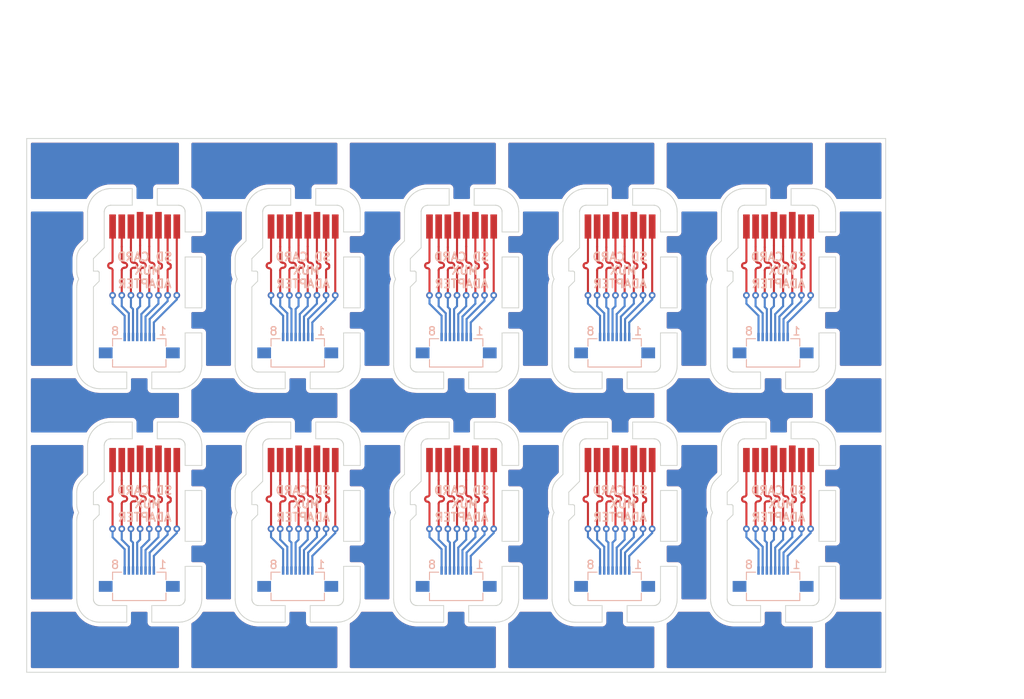
<source format=kicad_pcb>
(kicad_pcb (version 20211014) (generator pcbnew)
  (layers (0 "F.Cu" signal) (31 "B.Cu" signal) (34 "B.Paste" user) (35 "F.Paste" user) (36 "B.SilkS" user "B.Silkscreen") (37 "F.SilkS" user "F.Silkscreen") (38 "B.Mask" user) (39 "F.Mask" user) (44 "Edge.Cuts" user))
  (net 0 "")
  (net 1 "Board_0-/CD{slash}DAT3")
  (net 2 "Board_0-/CLK")
  (net 3 "Board_0-/CMD")
  (net 4 "Board_0-/DAT0")
  (net 5 "Board_0-/DAT1")
  (net 6 "Board_0-/DAT2")
  (net 7 "Board_0-/VDD")
  (net 8 "Board_0-/VSS")
  (net 9 "Board_0-unconnected-(J1-Pad10)")
  (net 10 "Board_0-unconnected-(J1-Pad9)")
  (net 11 "Board_1-/CD{slash}DAT3")
  (net 12 "Board_1-/CLK")
  (net 13 "Board_1-/CMD")
  (net 14 "Board_1-/DAT0")
  (net 15 "Board_1-/DAT1")
  (net 16 "Board_1-/DAT2")
  (net 17 "Board_1-/VDD")
  (net 18 "Board_1-/VSS")
  (net 19 "Board_1-unconnected-(J1-Pad10)")
  (net 20 "Board_1-unconnected-(J1-Pad9)")
  (net 21 "Board_2-/CD{slash}DAT3")
  (net 22 "Board_2-/CLK")
  (net 23 "Board_2-/CMD")
  (net 24 "Board_2-/DAT0")
  (net 25 "Board_2-/DAT1")
  (net 26 "Board_2-/DAT2")
  (net 27 "Board_2-/VDD")
  (net 28 "Board_2-/VSS")
  (net 29 "Board_2-unconnected-(J1-Pad10)")
  (net 30 "Board_2-unconnected-(J1-Pad9)")
  (net 31 "Board_3-/CD{slash}DAT3")
  (net 32 "Board_3-/CLK")
  (net 33 "Board_3-/CMD")
  (net 34 "Board_3-/DAT0")
  (net 35 "Board_3-/DAT1")
  (net 36 "Board_3-/DAT2")
  (net 37 "Board_3-/VDD")
  (net 38 "Board_3-/VSS")
  (net 39 "Board_3-unconnected-(J1-Pad10)")
  (net 40 "Board_3-unconnected-(J1-Pad9)")
  (net 41 "Board_4-/CD{slash}DAT3")
  (net 42 "Board_4-/CLK")
  (net 43 "Board_4-/CMD")
  (net 44 "Board_4-/DAT0")
  (net 45 "Board_4-/DAT1")
  (net 46 "Board_4-/DAT2")
  (net 47 "Board_4-/VDD")
  (net 48 "Board_4-/VSS")
  (net 49 "Board_4-unconnected-(J1-Pad10)")
  (net 50 "Board_4-unconnected-(J1-Pad9)")
  (net 51 "Board_5-/CD{slash}DAT3")
  (net 52 "Board_5-/CLK")
  (net 53 "Board_5-/CMD")
  (net 54 "Board_5-/DAT0")
  (net 55 "Board_5-/DAT1")
  (net 56 "Board_5-/DAT2")
  (net 57 "Board_5-/VDD")
  (net 58 "Board_5-/VSS")
  (net 59 "Board_5-unconnected-(J1-Pad10)")
  (net 60 "Board_5-unconnected-(J1-Pad9)")
  (net 61 "Board_6-/CD{slash}DAT3")
  (net 62 "Board_6-/CLK")
  (net 63 "Board_6-/CMD")
  (net 64 "Board_6-/DAT0")
  (net 65 "Board_6-/DAT1")
  (net 66 "Board_6-/DAT2")
  (net 67 "Board_6-/VDD")
  (net 68 "Board_6-/VSS")
  (net 69 "Board_6-unconnected-(J1-Pad10)")
  (net 70 "Board_6-unconnected-(J1-Pad9)")
  (net 71 "Board_7-/CD{slash}DAT3")
  (net 72 "Board_7-/CLK")
  (net 73 "Board_7-/CMD")
  (net 74 "Board_7-/DAT0")
  (net 75 "Board_7-/DAT1")
  (net 76 "Board_7-/DAT2")
  (net 77 "Board_7-/VDD")
  (net 78 "Board_7-/VSS")
  (net 79 "Board_7-unconnected-(J1-Pad10)")
  (net 80 "Board_7-unconnected-(J1-Pad9)")
  (net 81 "Board_8-/CD{slash}DAT3")
  (net 82 "Board_8-/CLK")
  (net 83 "Board_8-/CMD")
  (net 84 "Board_8-/DAT0")
  (net 85 "Board_8-/DAT1")
  (net 86 "Board_8-/DAT2")
  (net 87 "Board_8-/VDD")
  (net 88 "Board_8-/VSS")
  (net 89 "Board_8-unconnected-(J1-Pad10)")
  (net 90 "Board_8-unconnected-(J1-Pad9)")
  (net 91 "Board_9-/CD{slash}DAT3")
  (net 92 "Board_9-/CLK")
  (net 93 "Board_9-/CMD")
  (net 94 "Board_9-/DAT0")
  (net 95 "Board_9-/DAT1")
  (net 96 "Board_9-/DAT2")
  (net 97 "Board_9-/VDD")
  (net 98 "Board_9-/VSS")
  (net 99 "Board_9-unconnected-(J1-Pad10)")
  (net 100 "Board_9-unconnected-(J1-Pad9)")
  (footprint "sd-card-mux:micro-sd-contacts" (layer "F.Cu") (at 50.649994 68.000005)
    (fp_text reference "J2" hide)
    (fp_text value "Conn_01x08_Male")
  )
  (footprint "sd-card-mux:micro-sd-contacts" (layer "F.Cu") (at 50.649994 39.999995)
    (fp_text reference "J2" hide)
    (fp_text value "Conn_01x08_Male")
  )
  (footprint "sd-card-mux:micro-sd-contacts" (layer "F.Cu") (at 107.65003 68.000005)
    (fp_text reference "J2" hide)
    (fp_text value "Conn_01x08_Male")
  )
  (footprint "sd-card-mux:micro-sd-contacts" (layer "F.Cu") (at 107.65003 39.999995)
    (fp_text reference "J2" hide)
    (fp_text value "Conn_01x08_Male")
  )
  (footprint "sd-card-mux:micro-sd-contacts" (layer "F.Cu") (at 69.650006 39.999995)
    (fp_text reference "J2" hide)
    (fp_text value "Conn_01x08_Male")
  )
  (footprint "sd-card-mux:micro-sd-contacts" (layer "F.Cu") (at 126.650042 68.000005)
    (fp_text reference "J2" hide)
    (fp_text value "Conn_01x08_Male")
  )
  (footprint "sd-card-mux:micro-sd-contacts" (layer "F.Cu") (at 88.650018 39.999995)
    (fp_text reference "J2" hide)
    (fp_text value "Conn_01x08_Male")
  )
  (footprint "sd-card-mux:micro-sd-contacts" (layer "F.Cu") (at 69.650006 68.000005)
    (fp_text reference "J2" hide)
    (fp_text value "Conn_01x08_Male")
  )
  (footprint "sd-card-mux:micro-sd-contacts" (layer "F.Cu") (at 88.650018 68.000005)
    (fp_text reference "J2" hide)
    (fp_text value "Conn_01x08_Male")
  )
  (footprint "sd-card-mux:micro-sd-contacts" (layer "F.Cu") (at 126.650042 39.999995)
    (fp_text reference "J2" hide)
    (fp_text value "Conn_01x08_Male")
  )
  (footprint "sd-card-mux:Wurth_FPC_687108183722" (layer "B.Cu") (at 88.000018 83.800005 180)
    (fp_text reference "J1" hide)
    (fp_text value "687108183722")
  )
  (footprint "sd-card-mux:Wurth_FPC_687108183722" (layer "B.Cu") (at 49.999994 83.800005 180)
    (fp_text reference "J1" hide)
    (fp_text value "687108183722")
  )
  (footprint "sd-card-mux:Wurth_FPC_687108183722" (layer "B.Cu") (at 126.000042 55.799995 180)
    (fp_text reference "J1" hide)
    (fp_text value "687108183722")
  )
  (footprint "sd-card-mux:Wurth_FPC_687108183722" (layer "B.Cu") (at 126.000042 83.800005 180)
    (fp_text reference "J1" hide)
    (fp_text value "687108183722")
  )
  (footprint "sd-card-mux:Wurth_FPC_687108183722" (layer "B.Cu") (at 69.000006 55.799995 180)
    (fp_text reference "J1" hide)
    (fp_text value "687108183722")
  )
  (footprint "sd-card-mux:Wurth_FPC_687108183722" (layer "B.Cu") (at 69.000006 83.800005 180)
    (fp_text reference "J1" hide)
    (fp_text value "687108183722")
  )
  (footprint "sd-card-mux:Wurth_FPC_687108183722" (layer "B.Cu") (at 107.00003 55.799995 180)
    (fp_text reference "J1" hide)
    (fp_text value "687108183722")
  )
  (footprint "sd-card-mux:Wurth_FPC_687108183722" (layer "B.Cu") (at 88.000018 55.799995 180)
    (fp_text reference "J1" hide)
    (fp_text value "687108183722")
  )
  (footprint "sd-card-mux:Wurth_FPC_687108183722" (layer "B.Cu") (at 107.00003 83.800005 180)
    (fp_text reference "J1" hide)
    (fp_text value "687108183722")
  )
  (footprint "sd-card-mux:Wurth_FPC_687108183722" (layer "B.Cu") (at 49.999994 55.799995 180)
    (fp_text reference "J1" hide)
    (fp_text value "687108183722")
  )
  (gr_line (start 131.266415 59.766405) (end 131.295282 59.735987) (layer "Edge.Cuts") (width 0.1))
  (gr_line (start 133.331254 88.153955) (end 133.277722 88.290355) (layer "Edge.Cuts") (width 0.1))
  (gr_line (start 84.600017 67.999005) (end 84.55807 68.000104) (layer "Edge.Cuts") (width 0.1))
  (gr_line (start 102.013001 59.947801) (end 102.052482 59.961782) (layer "Edge.Cuts") (width 0.1))
  (gr_line (start 84.236348 68.086321) (end 84.199495 68.106332) (layer "Edge.Cuts") (width 0.1))
  (gr_line (start 121.800138 40.758099) (end 121.799 40.8) (layer "Edge.Cuts") (width 0.1))
  (gr_line (start 55.474822 66.110591) (end 55.614513 66.154828) (layer "Edge.Cuts") (width 0.1))
  (gr_line (start 83.199 76.100012) (end 83.199 77.099585) (layer "Edge.Cuts") (width 0.1))
  (gr_line (start 63.626317 61.916508) (end 63.485069 61.877527) (layer "Edge.Cuts") (width 0.1))
  (gr_line (start 81.005361 88.802457) (end 80.92464 88.680168) (layer "Edge.Cuts") (width 0.1))
  (gr_line (start 55.751697 38.206306) (end 55.790344 38.222314) (layer "Edge.Cuts") (width 0.1))
  (gr_line (start 92.783719 87.996619) (end 92.825347 87.991138) (layer "Edge.Cuts") (width 0.1))
  (gr_line (start 100.73205 89.518354) (end 100.612866 89.433115) (layer "Edge.Cuts") (width 0.1))
  (gr_line (start 95.472069 87.58605) (end 95.448066 87.730599) (layer "Edge.Cuts") (width 0.1))
  (gr_line (start 112.431789 68.474233) (end 112.413713 68.436335) (layer "Edge.Cuts") (width 0.1))
  (gr_line (start 57.277674 88.290355) (end 57.217077 88.423766) (layer "Edge.Cuts") (width 0.1))
  (gr_line (start 42.573715 87.833018) (end 42.551945 87.730599) (layer "Edge.Cuts") (width 0.1))
  (gr_line (start 112.923791 61.717078) (end 112.886035 61.735087) (layer "Edge.Cuts") (width 0.1))
  (gr_line (start 121.099541 75.927666) (end 121.11701 75.939011) (layer "Edge.Cuts") (width 0.1))
  (gr_line (start 131.322518 87.70411) (end 131.348048 87.670841) (layer "Edge.Cuts") (width 0.1))
  (gr_line (start 131.322518 59.7041) (end 131.348048 59.670831) (layer "Edge.Cuts") (width 0.1))
  (gr_line (start 112.751733 66.206316) (end 112.886035 66.264912) (layer "Edge.Cuts") (width 0.1))
  (gr_line (start 63.508872 59.325324) (end 63.516504 59.366506) (layer "Edge.Cuts") (width 0.1))
  (gr_line (start 80.501 75.899) (end 80.501 74.400414) (layer "Edge.Cuts") (width 0.1))
  (gr_line (start 55.483495 68.633493) (end 55.473706 68.592716) (layer "Edge.Cuts") (width 0.1))
  (gr_line (start 45.052446 59.961782) (end 45.092654 59.973694) (layer "Edge.Cuts") (width 0.1))
  (gr_line (start 113.268009 89.518354) (end 113.144527 89.597238) (layer "Edge.Cuts") (width 0.1))
  (gr_line (start 101.766498 38.685411) (end 101.87968 38.592349) (layer "Edge.Cuts") (width 0.1))
  (gr_line (start 95.499012 74.200005) (end 95.499006 80.300005) (layer "Edge.Cuts") (width 0.1))
  (gr_line (start 84.55807 68.000104) (end 84.516264 68.003396) (layer "Edge.Cuts") (width 0.1))
  (gr_line (start 93.371778 87.636282) (end 93.39369 87.600527) (layer "Edge.Cuts") (width 0.1))
  (gr_line (start 63.704765 87.735997) (end 63.733632 87.766415) (layer "Edge.Cuts") (width 0.1))
  (gr_line (start 44.798271 66.658254) (end 44.879644 66.592359) (layer "Edge.Cuts") (width 0.1))
  (gr_line (start 44.913948 61.972046) (end 44.769399 61.948043) (layer "Edge.Cuts") (width 0.1))
  (gr_line (start 64.886322 68.436335) (end 64.868246 68.474233) (layer "Edge.Cuts") (width 0.1))
  (gr_line (start 111.783731 40.00338) (end 111.741924 40.000091) (layer "Edge.Cuts") (width 0.1))
  (gr_line (start 131.204106 59.822504) (end 131.235995 59.79527) (layer "Edge.Cuts") (width 0.1))
  (gr_line (start 118.510626 74.204419) (end 118.539413 74.010311) (layer "Edge.Cuts") (width 0.1))
  (gr_line (start 122.199565 68.106306) (end 122.163808 68.128216) (layer "Edge.Cuts") (width 0.1))
  (gr_line (start 44.498994 59.199994) (end 44.50009 59.241889) (layer "Edge.Cuts") (width 0.1))
  (gr_line (start 112.496638 59.283748) (end 112.49993 59.241942) (layer "Edge.Cuts") (width 0.1))
  (gr_line (start 113.017086 38.330447) (end 113.144527 38.402761) (layer "Edge.Cuts") (width 0.1))
  (gr_line (start 83.177327 76.009661) (end 83.189277 76.03851) (layer "Edge.Cuts") (width 0.1))
  (gr_line (start 112.26644 68.233631) (end 112.236022 68.204764) (layer "Edge.Cuts") (width 0.1))
  (gr_line (start 111.783731 87.996619) (end 111.825359 87.991138) (layer "Edge.Cuts") (width 0.1))
  (gr_line (start 92.947565 87.961792) (end 92.987094 87.947792) (layer "Edge.Cuts") (width 0.1))
  (gr_line (start 100.801 72.271759) (end 100.801 68.800013) (layer "Edge.Cuts") (width 0.1))
  (gr_line (start 82.677508 87.704069) (end 82.704777 87.735997) (layer "Edge.Cuts") (width 0.1))
  (gr_line (start 131.348048 59.670831) (end 131.371802 59.636272) (layer "Edge.Cuts") (width 0.1))
  (gr_line (start 45.685474 66.154828) (end 45.785057 66.122472) (layer "Edge.Cuts") (width 0.1))
  (gr_line (start 101.974258 87.931764) (end 102.012953 87.947792) (layer "Edge.Cuts") (width 0.1))
  (gr_line (start 114.149617 60.553812) (end 114.075407 60.680158) (layer "Edge.Cuts") (width 0.1))
  (gr_line (start 84.255445 66.022492) (end 84.359579 66.011547) (layer "Edge.Cuts") (width 0.1))
  (gr_line (start 101.913984 61.972046) (end 101.769435 61.948043) (layer "Edge.Cuts") (width 0.1))
  (gr_line (start 46.213948 38.027943) (end 46.255421 38.022482) (layer "Edge.Cuts") (width 0.1))
  (gr_line (start 73.825335 87.991138) (end 73.866517 87.983506) (layer "Edge.Cuts") (width 0.1))
  (gr_line (start 84.004777 68.264012) (end 83.977508 68.29594) (layer "Edge.Cuts") (width 0.1))
  (gr_line (start 121.838238 40.552497) (end 121.826342 40.592655) (layer "Edge.Cuts") (width 0.1))
  (gr_line (start 93.886023 66.264912) (end 94.017074 66.330457) (layer "Edge.Cuts") (width 0.1))
  (gr_line (start 93.501012 46.199995) (end 95.499012 46.199995) (layer "Edge.Cuts") (width 0.1))
  (gr_line (start 113.017086 66.330457) (end 113.053847 66.350417) (layer "Edge.Cuts") (width 0.1))
  (gr_line (start 55.189457 66.044333) (end 55.333007 66.073726) (layer "Edge.Cuts") (width 0.1))
  (gr_line (start 83.032038 38.481645) (end 83.15552 38.402761) (layer "Edge.Cuts") (width 0.1))
  (gr_line (start 64.906307 40.399518) (end 64.886298 40.436372) (layer "Edge.Cuts") (width 0.1))
  (gr_line (start 62.801 68.800013) (end 62.802794 68.705539) (layer "Edge.Cuts") (width 0.1))
  (gr_line (start 103.129193 68.151998) (end 103.095924 68.177528) (layer "Edge.Cuts") (width 0.1))
  (gr_line (start 100.982973 89.669552) (end 100.855532 89.597238) (layer "Edge.Cuts") (width 0.1))
  (gr_line (start 92.825296 40.008853) (end 92.783719 40.00338) (layer "Edge.Cuts") (width 0.1))
  (gr_line (start 111.947577 40.038207) (end 111.907369 40.026295) (layer "Edge.Cuts") (width 0.1))
  (gr_line (start 44.392348 39.079645) (end 44.48541 38.966463) (layer "Edge.Cuts") (width 0.1))
  (gr_line (start 82.704777 87.735997) (end 82.733607 87.766378) (layer "Edge.Cuts") (width 0.1))
  (gr_line (start 55.063616 68.086297) (end 55.025765 68.068245) (layer "Edge.Cuts") (width 0.1))
  (gr_line (start 100.873751 40.166981) (end 100.883516 40.126306) (layer "Edge.Cuts") (width 0.1))
  (gr_line (start 70.500006 89.999003) (end 70.500006 88.001003) (layer "Edge.Cuts") (width 0.1))
  (gr_line (start 114.488487 40.559556) (end 114.497249 40.705822) (layer "Edge.Cuts") (width 0.1))
  (gr_line (start 61.653242 48.664371) (end 61.58712 48.479572) (layer "Edge.Cuts") (width 0.1))
  (gr_line (start 131.923803 38.282911) (end 132.017098 38.330447) (layer "Edge.Cuts") (width 0.1))
  (gr_line (start 45.216292 59.996609) (end 45.258098 59.999898) (layer "Edge.Cuts") (width 0.1))
  (gr_line (start 93.322494 40.295889) (end 93.295258 40.264002) (layer "Edge.Cuts") (width 0.1))
  (gr_line (start 130.825371 87.991138) (end 130.866553 87.983506) (layer "Edge.Cuts") (width 0.1))
  (gr_line (start 112.501026 43.199995) (end 112.501029 40.799995) (layer "Edge.Cuts") (width 0.1))
  (gr_line (start 74.447793 59.487071) (end 74.461793 59.447542) (layer "Edge.Cuts") (width 0.1))
  (gr_line (start 93.491151 59.325324) (end 93.496626 59.283748) (layer "Edge.Cuts") (width 0.1))
  (gr_line (start 105.50003 89.999001) (end 102.300011 89.999) (layer "Edge.Cuts") (width 0.1))
  (gr_line (start 112.514966 61.877527) (end 112.373718 61.916508) (layer "Edge.Cuts") (width 0.1))
  (gr_line (start 133.075419 39.319831) (end 133.149629 39.446177) (layer "Edge.Cuts") (width 0.1))
  (gr_line (start 49.159994 39.998996) (end 46.599994 39.998995) (layer "Edge.Cuts") (width 0.1))
  (gr_line (start 42.501 74.400414) (end 42.510626 74.204419) (layer "Edge.Cuts") (width 0.1))
  (gr_line (start 73.793932 38.002769) (end 73.940444 38.011537) (layer "Edge.Cuts") (width 0.1))
  (gr_line (start 43.922461 39.985058) (end 43.968781 39.846044) (layer "Edge.Cuts") (width 0.1))
  (gr_line (start 101.202796 67.355507) (end 101.28168 67.232025) (layer "Edge.Cuts") (width 0.1))
  (gr_line (start 64.376244 38.282911) (end 64.509655 38.222314) (layer "Edge.Cuts") (width 0.1))
  (gr_line (start 102.838242 40.552447) (end 102.82633 40.592655) (layer "Edge.Cuts") (width 0.1))
  (gr_line (start 114.499011 80.300005) (end 112.501011 80.300005) (layer "Edge.Cuts") (width 0.1))
  (gr_line (start 99.50829 59.398731) (end 99.501715 59.252338) (layer "Edge.Cuts") (width 0.1))
  (gr_line (start 46.199517 68.106306) (end 46.16376 68.128216) (layer "Edge.Cuts") (width 0.1))
  (gr_line (start 73.866517 59.983496) (end 73.907345 59.973694) (layer "Edge.Cuts") (width 0.1))
  (gr_line (start 93.491151 40.674665) (end 93.483508 40.633432) (layer "Edge.Cuts") (width 0.1))
  (gr_line (start 56.267973 38.481645) (end 56.387157 38.566884) (layer "Edge.Cuts") (width 0.1))
  (gr_line (start 43.851945 68.26941) (end 43.88348 68.126316) (layer "Edge.Cuts") (width 0.1))
  (gr_line (start 63.999992 47.900995) (end 64.020807 47.902085) (layer "Edge.Cuts") (width 0.1))
  (gr_line (start 131.322551 40.29593) (end 131.295282 40.264002) (layer "Edge.Cuts") (width 0.1))
  (gr_line (start 57.498997 80.300005) (end 55.500997 80.300005) (layer "Edge.Cuts") (width 0.1))
  (gr_line (start 49.159994 66.001003) (end 49.159994 67.999003) (layer "Edge.Cuts") (width 0.1))
  (gr_line (start 102.199 49.099585) (end 101.499004 49.799901) (layer "Edge.Cuts") (width 0.1))
  (gr_line (start 76.217089 60.423756) (end 76.169553 60.517051) (layer "Edge.Cuts") (width 0.1))
  (gr_line (start 46.558099 68.000101) (end 46.516292 68.00339) (layer "Edge.Cuts") (width 0.1))
  (gr_line (start 120.458291 38.998272) (end 120.485458 38.966463) (layer "Edge.Cuts") (width 0.1))
  (gr_line (start 82.305361 67.197552) (end 82.392372 67.079655) (layer "Edge.Cuts") (width 0.1))
  (gr_line (start 103.558082 40.000094) (end 103.516276 40.003386) (layer "Edge.Cuts") (width 0.1))
  (gr_line (start 55.044566 89.977517) (end 54.89873 89.991744) (layer "Edge.Cuts") (width 0.1))
  (gr_line (start 92.79419 89.997224) (end 92.700003 89.999004) (layer "Edge.Cuts") (width 0.1))
  (gr_line (start 114.448078 59.730589) (end 114.426308 59.833008) (layer "Edge.Cuts") (width 0.1))
  (gr_line (start 43.732014 89.518354) (end 43.697541 89.494661) (layer "Edge.Cuts") (width 0.1))
  (gr_line (start 64.799 40.799973) (end 64.799 45.099585) (layer "Edge.Cuts") (width 0.1))
  (gr_line (start 95.389431 59.974823) (end 95.345194 60.114514) (layer "Edge.Cuts") (width 0.1))
  (gr_line (start 120.677532 87.704069) (end 120.704801 87.735997) (layer "Edge.Cuts") (width 0.1))
  (gr_line (start 63.658319 66.784278) (end 63.688661 66.755484) (layer "Edge.Cuts") (width 0.1))
  (gr_line (start 121.967028 66.073726) (end 122.110578 66.044333) (layer "Edge.Cuts") (width 0.1))
  (gr_line (start 80.51063 48.095035) (end 80.501 47.898999) (layer "Edge.Cuts") (width 0.1))
  (gr_line (start 132.053859 61.649582) (end 131.923803 61.717078) (layer "Edge.Cuts") (width 0.1))
  (gr_line (start 99.51063 48.095035) (end 99.501 47.898999) (layer "Edge.Cuts") (width 0.1))
  (gr_line (start 42.622461 88.014941) (end 42.61058 87.974833) (layer "Edge.Cuts") (width 0.1))
  (gr_line (start 101.56827 59.525766) (end 101.586346 59.563664) (layer "Edge.Cuts") (width 0.1))
  (gr_line (start 112.29527 59.735987) (end 112.322506 59.7041) (layer "Edge.Cuts") (width 0.1))
  (gr_line (start 61.510623 49.604454) (end 61.5394 49.410379) (layer "Edge.Cuts") (width 0.1))
  (gr_line (start 80.622485 88.014941) (end 80.583504 87.873693) (layer "Edge.Cuts") (width 0.1))
  (gr_line (start 73.825335 40.008861) (end 73.783759 40.003386) (layer "Edge.Cuts") (width 0.1))
  (gr_line (start 102.414024 38.264902) (end 102.548326 38.206306) (layer "Edge.Cuts") (width 0.1))
  (gr_line (start 121.020843 47.902085) (end 121.051546 47.907776) (layer "Edge.Cuts") (width 0.1))
  (gr_line (start 63.606333 87.600527) (end 63.628217 87.636238) (layer "Edge.Cuts") (width 0.1))
  (gr_line (start 57.075371 39.319831) (end 57.149581 39.446177) (layer "Edge.Cuts") (width 0.1))
  (gr_line (start 112.322539 87.704069) (end 112.348067 87.670799) (layer "Edge.Cuts") (width 0.1))
  (gr_line (start 45.838206 40.552447) (end 45.826294 40.592655) (layer "Edge.Cuts") (width 0.1))
  (gr_line (start 128.160042 67.999001) (end 128.160042 66.001001) (layer "Edge.Cuts") (width 0.1))
  (gr_line (start 61.668793 60.153945) (end 61.622473 60.014931) (layer "Edge.Cuts") (width 0.1))
  (gr_line (start 64.800102 68.758109) (end 64.799 68.8) (layer "Edge.Cuts") (width 0.1))
  (gr_line (start 106.16003 38.000996) (end 106.16003 39.998996) (layer "Edge.Cuts") (width 0.1))
  (gr_line (start 64.3 60.001) (end 67.500006 60.000998) (layer "Edge.Cuts") (width 0.1))
  (gr_line (start 82.500117 87.241952) (end 82.503409 87.283758) (layer "Edge.Cuts") (width 0.1))
  (gr_line (start 94.053835 66.350417) (end 94.180181 66.424627) (layer "Edge.Cuts") (width 0.1))
  (gr_line (start 125.160042 67.999003) (end 122.600041 67.999005) (layer "Edge.Cuts") (width 0.1))
  (gr_line (start 44.346043 89.831217) (end 44.209643 89.777685) (layer "Edge.Cuts") (width 0.1))
  (gr_line (start 67.500006 89.999001) (end 64.247887 89.99832) (layer "Edge.Cuts") (width 0.1))
  (gr_line (start 42.502774 87.294177) (end 42.500994 87.19999) (layer "Edge.Cuts") (width 0.1))
  (gr_line (start 57.455665 40.310531) (end 57.477506 40.455422) (layer "Edge.Cuts") (width 0.1))
  (gr_line (start 100.883516 40.126306) (end 100.922497 39.985058) (layer "Edge.Cuts") (width 0.1))
  (gr_line (start 93.413701 68.436335) (end 93.39369 68.399482) (layer "Edge.Cuts") (width 0.1))
  (gr_line (start 131.47487 61.889408) (end 131.37373 61.916508) (layer "Edge.Cuts") (width 0.1))
  (gr_line (start 55.170788 59.848032) (end 55.204058 59.822504) (layer "Edge.Cuts") (width 0.1))
  (gr_line (start 83.199 48.100012) (end 83.199 49.099585) (layer "Edge.Cuts") (width 0.1))
  (gr_line (start 118.501 75.899) (end 118.501 74.400414) (layer "Edge.Cuts") (width 0.1))
  (gr_line (start 64.116974 75.939011) (end 64.140719 75.959291) (layer "Edge.Cuts") (width 0.1))
  (gr_line (start 76.472057 59.58604) (end 76.455677 59.689458) (layer "Edge.Cuts") (width 0.1))
  (gr_line (start 102.799 40.799973) (end 102.799 45.099585) (layer "Edge.Cuts") (width 0.1))
  (gr_line (start 121.685522 38.154818) (end 121.825213 38.110581) (layer "Edge.Cuts") (width 0.1))
  (gr_line (start 133.44809 68.26941) (end 133.472093 68.413959) (layer "Edge.Cuts") (width 0.1))
  (gr_line (start 131.496656 68.716303) (end 131.491175 68.674675) (layer "Edge.Cuts") (width 0.1))
  (gr_line (start 112.204094 59.822504) (end 112.235983 59.79527) (layer "Edge.Cuts") (width 0.1))
  (gr_line (start 64.928217 40.363761) (end 64.906307 40.399518) (layer "Edge.Cuts") (width 0.1))
  (gr_line (start 101.606331 59.600471) (end 101.628241 59.636228) (layer "Edge.Cuts") (width 0.1))
  (gr_line (start 94.841768 89.001727) (end 94.744538 89.111349) (layer "Edge.Cuts") (width 0.1))
  (gr_line (start 43.827942 68.413959) (end 43.844322 68.310541) (layer "Edge.Cuts") (width 0.1))
  (gr_line (start 95.33123 39.846044) (end 95.37755 39.985058) (layer "Edge.Cuts") (width 0.1))
  (gr_line (start 121.080982 75.91821) (end 121.099541 75.927666) (layer "Edge.Cuts") (width 0.1))
  (gr_line (start 101.485446 66.966473) (end 101.584303 66.858318) (layer "Edge.Cuts") (width 0.1))
  (gr_line (start 93.136295 40.128234) (end 93.10054 40.106322) (layer "Edge.Cuts") (width 0.1))
  (gr_line (start 131.886047 61.735087) (end 131.751745 61.793683) (layer "Edge.Cuts") (width 0.1))
  (gr_line (start 121.785105 66.122472) (end 121.825213 66.110591) (layer "Edge.Cuts") (width 0.1))
  (gr_line (start 44.113988 89.735097) (end 43.982937 89.669552) (layer "Edge.Cuts") (width 0.1))
  (gr_line (start 62.158255 61.001717) (end 62.066895 60.887158) (layer "Edge.Cuts") (width 0.1))
  (gr_line (start 94.715744 66.858318) (end 94.744538 66.88866) (layer "Edge.Cuts") (width 0.1))
  (gr_line (start 113.053847 89.649592) (end 113.017086 89.669552) (layer "Edge.Cuts") (width 0.1))
  (gr_line (start 80.510626 46.204419) (end 80.539413 46.010311) (layer "Edge.Cuts") (width 0.1))
  (gr_line (start 101.769435 61.948043) (end 101.626341 61.916508) (layer "Edge.Cuts") (width 0.1))
  (gr_line (start 74.447793 68.512928) (end 74.431744 68.474185) (layer "Edge.Cuts") (width 0.1))
  (gr_line (start 103.600044 38.000995) (end 106.16003 38.000996) (layer "Edge.Cuts") (width 0.1))
  (gr_line (start 133.499029 46.199995) (end 133.499015 52.299995) (layer "Edge.Cuts") (width 0.1))
  (gr_line (start 121.196591 76.068874) (end 121.199 76.100011) (layer "Edge.Cuts") (width 0.1))
  (gr_line (start 131.295282 87.735997) (end 131.322518 87.70411) (layer "Edge.Cuts") (width 0.1))
  (gr_line (start 55.500995 46.199995) (end 57.498995 46.199995) (layer "Edge.Cuts") (width 0.1))
  (gr_line (start 111.783783 68.003396) (end 111.741925 68.000101) (layer "Edge.Cuts") (width 0.1))
  (gr_line (start 121.825213 66.110591) (end 121.967028 66.073726) (layer "Edge.Cuts") (width 0.1))
  (gr_line (start 119.811584 40.559556) (end 119.822529 40.455422) (layer "Edge.Cuts") (width 0.1))
  (gr_line (start 93.47373 59.407283) (end 93.483519 59.366506) (layer "Edge.Cuts") (width 0.1))
  (gr_line (start 57.217077 39.576233) (end 57.277674 39.709644) (layer "Edge.Cuts") (width 0.1))
  (gr_line (start 83.25807 87.999905) (end 83.299999 88.001) (layer "Edge.Cuts") (width 0.1))
  (gr_line (start 121.803433 68.716251) (end 121.800138 68.758109) (layer "Edge.Cuts") (width 0.1))
  (gr_line (start 95.075395 60.680158) (end 94.994674 60.802447) (layer "Edge.Cuts") (width 0.1))
  (gr_line (start 112.413713 87.563674) (end 112.431789 87.525776) (layer "Edge.Cuts") (width 0.1))
  (gr_line (start 131.923803 66.282921) (end 132.017098 66.330457) (layer "Edge.Cuts") (width 0.1))
  (gr_line (start 118.653242 48.664371) (end 118.58712 48.479572) (layer "Edge.Cuts") (width 0.1))
  (gr_line (start 55.295234 87.735997) (end 55.32247 87.70411) (layer "Edge.Cuts") (width 0.1))
  (gr_line (start 61.924628 88.680168) (end 61.902772 88.644502) (layer "Edge.Cuts") (width 0.1))
  (gr_line (start 61.782922 60.423756) (end 61.722325 60.290345) (layer "Edge.Cuts") (width 0.1))
  (gr_line (start 74.1708 40.151957) (end 74.136239 40.128206) (layer "Edge.Cuts") (width 0.1))
  (gr_line (start 80.74191 48.849723) (end 80.653242 48.664371) (layer "Edge.Cuts") (width 0.1))
  (gr_line (start 118.539428 76.289178) (end 118.51063 76.095033) (layer "Edge.Cuts") (width 0.1))
  (gr_line (start 118.653179 73.635194) (end 118.737063 73.457796) (layer "Edge.Cuts") (width 0.1))
  (gr_line (start 74.431744 40.474175) (end 74.413689 40.436325) (layer "Edge.Cuts") (width 0.1))
  (gr_line (start 74.923767 66.282921) (end 75.017062 66.330457) (layer "Edge.Cuts") (width 0.1))
  (gr_line (start 102.116998 75.939011) (end 102.140743 75.959291) (layer "Edge.Cuts") (width 0.1))
  (gr_line (start 65.433494 40.016493) (end 65.392717 40.026282) (layer "Edge.Cuts") (width 0.1))
  (gr_line (start 80.85043 88.553822) (end 80.782934 88.423766) (layer "Edge.Cuts") (width 0.1))
  (gr_line (start 122.547698 66.00169) (end 125.160042 66.001003) (layer "Edge.Cuts") (width 0.1))
  (gr_line (start 73.907294 40.026282) (end 73.866517 40.016493) (layer "Edge.Cuts") (width 0.1))
  (gr_line (start 64.548302 38.206306) (end 64.646055 38.168782) (layer "Edge.Cuts") (width 0.1))
  (gr_line (start 119.579692 61.40764) (end 119.46651 61.314578) (layer "Edge.Cuts") (width 0.1))
  (gr_line (start 131.235995 40.204719) (end 131.204106 40.177485) (layer "Edge.Cuts") (width 0.1))
  (gr_line (start 64.886298 40.436372) (end 64.868246 40.474223) (layer "Edge.Cuts") (width 0.1))
  (gr_line (start 94.744538 38.88865) (end 94.841768 38.998272) (layer "Edge.Cuts") (width 0.1))
  (gr_line (start 81.732038 61.518344) (end 81.612854 61.433105) (layer "Edge.Cuts") (width 0.1))
  (gr_line (start 65.392717 68.026292) (end 65.352508 68.038201) (layer "Edge.Cuts") (width 0.1))
  (gr_line (start 114.491769 59.398732) (end 114.477542 59.544567) (layer "Edge.Cuts") (width 0.1))
  (gr_line (start 93.514954 61.877527) (end 93.373706 61.916508) (layer "Edge.Cuts") (width 0.1))
  (gr_line (start 120.485105 89.877537) (end 120.346091 89.831217) (layer "Edge.Cuts") (width 0.1))
  (gr_line (start 101.829235 87.848042) (end 101.863752 87.871765) (layer "Edge.Cuts") (width 0.1))
  (gr_line (start 62.883492 68.126316) (end 62.922473 67.985068) (layer "Edge.Cuts") (width 0.1))
  (gr_line (start 74.923767 89.717088) (end 74.790356 89.777685) (layer "Edge.Cuts") (width 0.1))
  (gr_line (start 131.100518 87.893703) (end 131.136319 87.871765) (layer "Edge.Cuts") (width 0.1))
  (gr_line (start 56.907639 67.079655) (end 56.99465 67.197552) (layer "Edge.Cuts") (width 0.1))
  (gr_line (start 83.826318 68.592665) (end 83.816527 68.633442) (layer "Edge.Cuts") (width 0.1))
  (gr_line (start 119.086561 72.986425) (end 119.801 72.271759) (layer "Edge.Cuts") (width 0.1))
  (gr_line (start 55.393666 59.600517) (end 55.413677 59.563664) (layer "Edge.Cuts") (width 0.1))
  (gr_line (start 111.907369 87.973704) (end 111.947577 87.961792) (layer "Edge.Cuts") (width 0.1))
  (gr_line (start 42.653242 48.664371) (end 42.58712 48.479572) (layer "Edge.Cuts") (width 0.1))
  (gr_line (start 51.499994 88.001003) (end 54.699993 88.001004) (layer "Edge.Cuts") (width 0.1))
  (gr_line (start 131.473741 59.407334) (end 131.483532 59.366557) (layer "Edge.Cuts") (width 0.1))
  (gr_line (start 44.913948 89.972056) (end 44.769399 89.948053) (layer "Edge.Cuts") (width 0.1))
  (gr_line (start 61.544334 59.689458) (end 61.527954 59.58604) (layer "Edge.Cuts") (width 0.1))
  (gr_line (start 65.474727 68.008863) (end 65.433494 68.016503) (layer "Edge.Cuts") (width 0.1))
  (gr_line (start 56.814577 89.033536) (end 56.71572 89.141691) (layer "Edge.Cuts") (width 0.1))
  (gr_line (start 46.129199 68.151967) (end 46.095929 68.177495) (layer "Edge.Cuts") (width 0.1))
  (gr_line (start 112.230624 38.051946) (end 112.333043 38.073716) (layer "Edge.Cuts") (width 0.1))
  (gr_line (start 93.39369 68.399482) (end 93.371778 68.363727) (layer "Edge.Cuts") (width 0.1))
  (gr_line (start 83.646067 66.168792) (end 83.785081 66.122472) (layer "Edge.Cuts") (width 0.1))
  (gr_line (start 92.947565 59.961782) (end 92.987094 59.947782) (layer "Edge.Cuts") (width 0.1))
  (gr_line (start 122.392753 68.026292) (end 122.352544 68.038201) (layer "Edge.Cuts") (width 0.1))
  (gr_line (start 114.389443 87.974833) (end 114.377562 88.014941) (layer "Edge.Cuts") (width 0.1))
  (gr_line (start 101.87968 38.592349) (end 101.912866 38.566884) (layer "Edge.Cuts") (width 0.1))
  (gr_line (start 76.455677 87.689468) (end 76.426284 87.833018) (layer "Edge.Cuts") (width 0.1))
  (gr_line (start 112.431789 59.525766) (end 112.447817 59.487071) (layer "Edge.Cuts") (width 0.1))
  (gr_line (start 62.579656 61.40764) (end 62.466474 61.314578) (layer "Edge.Cuts") (width 0.1))
  (gr_line (start 95.075395 39.319831) (end 95.149605 39.446177) (layer "Edge.Cuts") (width 0.1))
  (gr_line (start 93.322494 68.295899) (end 93.295258 68.264012) (layer "Edge.Cuts") (width 0.1))
  (gr_line (start 61.501 74.400414) (end 61.510626 74.204419) (layer "Edge.Cuts") (width 0.1))
  (gr_line (start 132.144539 38.402761) (end 132.180205 38.424617) (layer "Edge.Cuts") (width 0.1))
  (gr_line (start 112.333043 89.926283) (end 112.189493 89.955676) (layer "Edge.Cuts") (width 0.1))
  (gr_line (start 131.501 87.2) (end 131.501008 83.300005) (layer "Edge.Cuts") (width 0.1))
  (gr_line (start 55.333007 66.073726) (end 55.474822 66.110591) (layer "Edge.Cuts") (width 0.1))
  (gr_line (start 80.527966 87.58605) (end 80.51156 87.440443) (layer "Edge.Cuts") (width 0.1))
  (gr_line (start 93.189481 66.044333) (end 93.333031 66.073726) (layer "Edge.Cuts") (width 0.1))
  (gr_line (start 81.808278 68.601268) (end 81.822505 68.455432) (layer "Edge.Cuts") (width 0.1))
  (gr_line (start 82.526305 87.407293) (end 82.53823 87.447552) (layer "Edge.Cuts") (width 0.1))
  (gr_line (start 45.803385 40.716241) (end 45.800093 40.758047) (layer "Edge.Cuts") (width 0.1))
  (gr_line (start 112.348036 40.329158) (end 112.322506 40.295889) (layer "Edge.Cuts") (width 0.1))
  (gr_line (start 44.499004 49.799901) (end 44.498994 59.199994) (layer "Edge.Cuts") (width 0.1))
  (gr_line (start 61.502786 59.294167) (end 61.501691 59.252338) (layer "Edge.Cuts") (width 0.1))
  (gr_line (start 43.697541 61.494651) (end 43.579644 61.40764) (layer "Edge.Cuts") (width 0.1))
  (gr_line (start 102.86827 40.474223) (end 102.852242 40.512918) (layer "Edge.Cuts") (width 0.1))
  (gr_line (start 121.414036 38.264902) (end 121.548338 38.206306) (layer "Edge.Cuts") (width 0.1))
  (gr_line (start 55.025813 59.931733) (end 55.063663 59.913678) (layer "Edge.Cuts") (width 0.1))
  (gr_line (start 44.704753 59.735987) (end 44.733583 59.766368) (layer "Edge.Cuts") (width 0.1))
  (gr_line (start 65.558111 68.000101) (end 65.516304 68.00339) (layer "Edge.Cuts") (width 0.1))
  (gr_line (start 75.144503 89.597238) (end 75.053823 89.649592) (layer "Edge.Cuts") (width 0.1))
  (gr_line (start 84.312989 40.052188) (end 84.274246 40.068235) (layer "Edge.Cuts") (width 0.1))
  (gr_line (start 55.447781 59.487071) (end 55.461781 59.447542) (layer "Edge.Cuts") (width 0.1))
  (gr_line (start 62.579656 89.40765) (end 62.498283 89.341755) (layer "Edge.Cuts") (width 0.1))
  (gr_line (start 61.551957 59.730589) (end 61.544334 59.689458) (layer "Edge.Cuts") (width 0.1))
  (gr_line (start 130.700029 61.998995) (end 127.500042 61.998996) (layer "Edge.Cuts") (width 0.1))
  (gr_line (start 103.004789 40.264002) (end 102.977553 40.295889) (layer "Edge.Cuts") (width 0.1))
  (gr_line (start 55.136271 59.871755) (end 55.170788 59.848032) (layer "Edge.Cuts") (width 0.1))
  (gr_line (start 131.170878 40.151988) (end 131.136275 40.128206) (layer "Edge.Cuts") (width 0.1))
  (gr_line (start 112.751733 61.793683) (end 112.65398 61.831207) (layer "Edge.Cuts") (width 0.1))
  (gr_line (start 57.331206 39.846044) (end 57.377526 39.985058) (layer "Edge.Cuts") (width 0.1))
  (gr_line (start 120.385522 61.845171) (end 120.346091 61.831207) (layer "Edge.Cuts") (width 0.1))
  (gr_line (start 111.783731 59.996609) (end 111.825308 59.991136) (layer "Edge.Cuts") (width 0.1))
  (gr_line (start 43.579644 89.40765) (end 43.498271 89.341755) (layer "Edge.Cuts") (width 0.1))
  (gr_line (start 75.907651 67.079655) (end 75.994662 67.197552) (layer "Edge.Cuts") (width 0.1))
  (gr_line (start 95.169565 60.517051) (end 95.149605 60.553812) (layer "Edge.Cuts") (width 0.1))
  (gr_line (start 93.204123 68.177528) (end 93.170854 68.151998) (layer "Edge.Cuts") (width 0.1))
  (gr_line (start 68.160006 38.000996) (end 68.160006 39.998996) (layer "Edge.Cuts") (width 0.1))
  (gr_line (start 45.852187 40.512966) (end 45.838206 40.552447) (layer "Edge.Cuts") (width 0.1))
  (gr_line (start 111.987058 68.052198) (end 111.947527 68.038201) (layer "Edge.Cuts") (width 0.1))
  (gr_line (start 112.044602 38.022482) (end 112.086075 38.027943) (layer "Edge.Cuts") (width 0.1))
  (gr_line (start 45.052496 87.961808) (end 45.092654 87.973704) (layer "Edge.Cuts") (width 0.1))
  (gr_line (start 61.902772 88.644502) (end 61.850418 88.553822) (layer "Edge.Cuts") (width 0.1))
  (gr_line (start 64.020807 75.902095) (end 64.05151 75.907786) (layer "Edge.Cuts") (width 0.1))
  (gr_line (start 112.501029 40.799995) (end 112.49993 40.758047) (layer "Edge.Cuts") (width 0.1))
  (gr_line (start 114.498351 87.250905) (end 114.491769 87.398742) (layer "Edge.Cuts") (width 0.1))
  (gr_line (start 111.866541 40.016493) (end 111.825308 40.008853) (layer "Edge.Cuts") (width 0.1))
  (gr_line (start 74.501005 43.199995) (end 74.501005 40.799995) (layer "Edge.Cuts") (width 0.1))
  (gr_line (start 57.498995 46.199995) (end 57.498997 52.299995) (layer "Edge.Cuts") (width 0.1))
  (gr_line (start 113.715756 38.858308) (end 113.74455 38.88865) (layer "Edge.Cuts") (width 0.1))
  (gr_line (start 114.499029 68.800021) (end 114.499026 71.200005) (layer "Edge.Cuts") (width 0.1))
  (gr_line (start 132.144539 61.597228) (end 132.053859 61.649582) (layer "Edge.Cuts") (width 0.1))
  (gr_line (start 111.752067 38.001678) (end 111.898766 38.008255) (layer "Edge.Cuts") (width 0.1))
  (gr_line (start 42.539413 46.010311) (end 42.587084 45.819959) (layer "Edge.Cuts") (width 0.1))
  (gr_line (start 74.923767 38.282911) (end 75.053823 38.350407) (layer "Edge.Cuts") (width 0.1))
  (gr_line (start 119.946224 89.649592) (end 119.855544 89.597238) (layer "Edge.Cuts") (width 0.1))
  (gr_line (start 42.573715 59.833008) (end 42.551945 59.730589) (layer "Edge.Cuts") (width 0.1))
  (gr_line (start 102.282973 66.330457) (end 102.376268 66.282921) (layer "Edge.Cuts") (width 0.1))
  (gr_line (start 55.266404 40.233621) (end 55.235986 40.204754) (layer "Edge.Cuts") (width 0.1))
  (gr_line (start 81.982961 89.669552) (end 81.85552 89.597238) (layer "Edge.Cuts") (width 0.1))
  (gr_line (start 93.431777 59.525766) (end 93.447805 59.487071) (layer "Edge.Cuts") (width 0.1))
  (gr_line (start 43.982937 61.669542) (end 43.855496 61.597228) (layer "Edge.Cuts") (width 0.1))
  (gr_line (start 102.155532 66.402771) (end 102.282973 66.330457) (layer "Edge.Cuts") (width 0.1))
  (gr_line (start 54.825323 40.008861) (end 54.783747 40.003386) (layer "Edge.Cuts") (width 0.1))
  (gr_line (start 44.688649 38.755474) (end 44.798271 38.658244) (layer "Edge.Cuts") (width 0.1))
  (gr_line (start 56.387157 38.566884) (end 56.501716 38.658244) (layer "Edge.Cuts") (width 0.1))
  (gr_line (start 83.967004 66.073726) (end 84.110554 66.044333) (layer "Edge.Cuts") (width 0.1))
  (gr_line (start 45.258098 59.999898) (end 45.3 60.001) (layer "Edge.Cuts") (width 0.1))
  (gr_line (start 45.071308 75.914223) (end 45.090337 75.922695) (layer "Edge.Cuts") (width 0.1))
  (gr_line (start 111.907369 68.026305) (end 111.866592 68.016514) (layer "Edge.Cuts") (width 0.1))
  (gr_line (start 42.737063 45.457796) (end 42.837928 45.289472) (layer "Edge.Cuts") (width 0.1))
  (gr_line (start 42.78291 88.423766) (end 42.764901 88.38601) (layer "Edge.Cuts") (width 0.1))
  (gr_line (start 101.114024 89.735097) (end 100.982973 89.669552) (layer "Edge.Cuts") (width 0.1))
  (gr_line (start 119.922509 67.985068) (end 119.954865 67.885485) (layer "Edge.Cuts") (width 0.1))
  (gr_line (start 132.641728 66.784278) (end 132.744562 66.88866) (layer "Edge.Cuts") (width 0.1))
  (gr_line (start 44.795888 87.822481) (end 44.829199 87.848042) (layer "Edge.Cuts") (width 0.1))
  (gr_line (start 113.387193 66.566894) (end 113.501752 66.658254) (layer "Edge.Cuts") (width 0.1))
  (gr_line (start 100.851981 68.26941) (end 100.883516 68.126316) (layer "Edge.Cuts") (width 0.1))
  (gr_line (start 118.587084 73.819959) (end 118.653179 73.635194) (layer "Edge.Cuts") (width 0.1))
  (gr_line (start 45.825165 38.110581) (end 45.926305 38.083481) (layer "Edge.Cuts") (width 0.1))
  (gr_line (start 45.199 76.100013) (end 45.199 77.099585) (layer "Edge.Cuts") (width 0.1))
  (gr_line (start 99.653239 76.664362) (end 99.587118 76.479565) (layer "Edge.Cuts") (width 0.1))
  (gr_line (start 65.033632 68.233594) (end 65.004765 68.264012) (layer "Edge.Cuts") (width 0.1))
  (gr_line (start 113.302482 38.505338) (end 113.420379 38.592349) (layer "Edge.Cuts") (width 0.1))
  (gr_line (start 95.47753 87.544577) (end 95.472069 87.58605) (layer "Edge.Cuts") (width 0.1))
  (gr_line (start 122.313013 40.052188) (end 122.27427 40.068235) (layer "Edge.Cuts") (width 0.1))
  (gr_line (start 45.020795 47.902085) (end 45.051498 47.907776) (layer "Edge.Cuts") (width 0.1))
  (gr_line (start 118.722361 60.290345) (end 118.668829 60.153945) (layer "Edge.Cuts") (width 0.1))
  (gr_line (start 61.850418 88.553822) (end 61.782922 88.423766) (layer "Edge.Cuts") (width 0.1))
  (gr_line (start 112.170866 40.151988) (end 112.136307 40.128234) (layer "Edge.Cuts") (width 0.1))
  (gr_line (start 112.26644 87.766378) (end 112.295305 87.735958) (layer "Edge.Cuts") (width 0.1))
  (gr_line (start 73.907345 68.026305) (end 73.866568 68.016514) (layer "Edge.Cuts") (width 0.1))
  (gr_line (start 122.505869 38.002775) (end 122.547698 38.00168) (layer "Edge.Cuts") (width 0.1))
  (gr_line (start 93.886023 89.735097) (end 93.751721 89.793693) (layer "Edge.Cuts") (width 0.1))
  (gr_line (start 64.926317 66.083491) (end 65.069411 66.051956) (layer "Edge.Cuts") (width 0.1))
  (gr_line (start 103.064037 68.204764) (end 103.033656 68.233594) (layer "Edge.Cuts") (width 0.1))
  (gr_line (start 57.217077 60.423756) (end 57.149581 60.553812) (layer "Edge.Cuts") (width 0.1))
  (gr_line (start 43.005337 60.802447) (end 42.924616 60.680158) (layer "Edge.Cuts") (width 0.1))
  (gr_line (start 82.879668 66.592359) (end 82.997565 66.505348) (layer "Edge.Cuts") (width 0.1))
  (gr_line (start 45.108376 47.9331) (end 45.125228 47.945343) (layer "Edge.Cuts") (width 0.1))
  (gr_line (start 84.359579 66.011547) (end 84.505845 66.002785) (layer "Edge.Cuts") (width 0.1))
  (gr_line (start 93.501006 52.299995) (end 93.501012 46.199995) (layer "Edge.Cuts") (width 0.1))
  (gr_line (start 56.814577 66.966473) (end 56.907639 67.079655) (layer "Edge.Cuts") (width 0.1))
  (gr_line (start 93.371778 40.363717) (end 93.348024 40.329158) (layer "Edge.Cuts") (width 0.1))
  (gr_line (start 114.389443 59.974823) (end 114.345206 60.114514) (layer "Edge.Cuts") (width 0.1))
  (gr_line (start 99.737063 73.457796) (end 99.837928 73.289472) (layer "Edge.Cuts") (width 0.1))
  (gr_line (start 103.095924 40.177518) (end 103.064037 40.204754) (layer "Edge.Cuts") (width 0.1))
  (gr_line (start 74.2306 38.051946) (end 74.333019 38.073716) (layer "Edge.Cuts") (width 0.1))
  (gr_line (start 63.733595 59.766368) (end 63.764013 59.795235) (layer "Edge.Cuts") (width 0.1))
  (gr_line (start 121.685522 66.154828) (end 121.785105 66.122472) (layer "Edge.Cuts") (width 0.1))
  (gr_line (start 92.700017 88.001004) (end 92.741912 87.999908) (layer "Edge.Cuts") (width 0.1))
  (gr_line (start 44.538206 59.447542) (end 44.552206 59.487071) (layer "Edge.Cuts") (width 0.1))
  (gr_line (start 65.433494 68.016503) (end 65.392717 68.026292) (layer "Edge.Cuts") (width 0.1))
  (gr_line (start 46.004753 68.264012) (end 45.977517 68.295899) (layer "Edge.Cuts") (width 0.1))
  (gr_line (start 74.322515 68.29594) (end 74.295281 68.264051) (layer "Edge.Cuts") (width 0.1))
  (gr_line (start 93.473717 68.592665) (end 93.461821 68.552507) (layer "Edge.Cuts") (width 0.1))
  (gr_line (start 114.426308 87.833018) (end 114.389443 87.974833) (layer "Edge.Cuts") (width 0.1))
  (gr_line (start 82.114012 89.735097) (end 81.982961 89.669552) (layer "Edge.Cuts") (width 0.1))
  (gr_line (start 45.177303 76.009661) (end 45.189253 76.03851) (layer "Edge.Cuts") (width 0.1))
  (gr_line (start 45.199 49.099585) (end 44.499004 49.799901) (layer "Edge.Cuts") (width 0.1))
  (gr_line (start 55.500997 52.299995) (end 55.500995 46.199995) (layer "Edge.Cuts") (width 0.1))
  (gr_line (start 63.499006 87.200005) (end 63.500105 87.241952) (layer "Edge.Cuts") (width 0.1))
  (gr_line (start 101.49903 59.199995) (end 101.500129 59.241942) (layer "Edge.Cuts") (width 0.1))
  (gr_line (start 82.997565 66.505348) (end 83.119854 66.424627) (layer "Edge.Cuts") (width 0.1))
  (gr_line (start 131.170878 68.151998) (end 131.136275 68.128216) (layer "Edge.Cuts") (width 0.1))
  (gr_line (start 84.392729 40.026282) (end 84.35252 40.038191) (layer "Edge.Cuts") (width 0.1))
  (gr_line (start 44.974174 59.931733) (end 45.012965 59.947801) (layer "Edge.Cuts") (width 0.1))
  (gr_line (start 118.539429 48.289183) (end 118.51063 48.095035) (layer "Edge.Cuts") (width 0.1))
  (gr_line (start 45.177303 48.009651) (end 45.189253 48.0385) (layer "Edge.Cuts") (width 0.1))
  (gr_line (start 95.293706 60.251698) (end 95.277698 60.290345) (layer "Edge.Cuts") (width 0.1))
  (gr_line (start 54.794166 61.997214) (end 54.699981 61.998995) (layer "Edge.Cuts") (width 0.1))
  (gr_line (start 63.7959 59.822471) (end 63.829169 59.848001) (layer "Edge.Cuts") (width 0.1))
  (gr_line (start 92.898754 38.008255) (end 93.04459 38.022482) (layer "Edge.Cuts") (width 0.1))
  (gr_line (start 130.898778 61.991734) (end 130.794214 61.997214) (layer "Edge.Cuts") (width 0.1))
  (gr_line (start 101.688685 66.755484) (end 101.798307 66.658254) (layer "Edge.Cuts") (width 0.1))
  (gr_line (start 133.498356 40.747651) (end 133.499036 43.199995) (layer "Edge.Cuts") (width 0.1))
  (gr_line (start 113.180193 66.424627) (end 113.302482 66.505348) (layer "Edge.Cuts") (width 0.1))
  (gr_line (start 55.025765 40.068235) (end 54.987022 40.052188) (layer "Edge.Cuts") (width 0.1))
  (gr_line (start 43.732014 61.518344) (end 43.697541 61.494651) (layer "Edge.Cuts") (width 0.1))
  (gr_line (start 93.514954 89.877537) (end 93.373706 89.916518) (layer "Edge.Cuts") (width 0.1))
  (gr_line (start 46.352496 68.038201) (end 46.312965 68.052198) (layer "Edge.Cuts") (width 0.1))
  (gr_line (start 120.704801 87.735997) (end 120.733631 87.766378) (layer "Edge.Cuts") (width 0.1))
  (gr_line (start 111.940468 66.011547) (end 112.086075 66.027953) (layer "Edge.Cuts") (width 0.1))
  (gr_line (start 112.189493 61.955666) (end 112.044602 61.977507) (layer "Edge.Cuts") (width 0.1))
  (gr_line (start 102.509679 66.222324) (end 102.646079 66.168792) (layer "Edge.Cuts") (width 0.1))
  (gr_line (start 74.514942 89.877537) (end 74.373694 89.916518) (layer "Edge.Cuts") (width 0.1))
  (gr_line (start 84.095912 40.177518) (end 84.064025 40.204754) (layer "Edge.Cuts") (width 0.1))
  (gr_line (start 44.499004 46.399901) (end 44.499076 47.900382) (layer "Edge.Cuts") (width 0.1))
  (gr_line (start 74.473705 59.407334) (end 74.483496 59.366557) (layer "Edge.Cuts") (width 0.1))
  (gr_line (start 112.886035 61.735087) (end 112.751733 61.793683) (layer "Edge.Cuts") (width 0.1))
  (gr_line (start 54.987022 59.947801) (end 55.025813 59.931733) (layer "Edge.Cuts") (width 0.1))
  (gr_line (start 82.764064 59.79527) (end 82.795953 59.822504) (layer "Edge.Cuts") (width 0.1))
  (gr_line (start 54.699988 38.000999) (end 54.793935 38.002769) (layer "Edge.Cuts") (width 0.1))
  (gr_line (start 99.610616 59.974823) (end 99.573751 59.833008) (layer "Edge.Cuts") (width 0.1))
  (gr_line (start 43.086561 72.986425) (end 43.801 72.271759) (layer "Edge.Cuts") (width 0.1))
  (gr_line (start 95.149605 60.553812) (end 95.075395 60.680158) (layer "Edge.Cuts") (width 0.1))
  (gr_line (start 82.688673 66.755484) (end 82.798295 66.658254) (layer "Edge.Cuts") (width 0.1))
  (gr_line (start 103.163752 40.128234) (end 103.129193 40.151988) (layer "Edge.Cuts") (width 0.1))
  (gr_line (start 55.086039 38.027943) (end 55.230588 38.051946) (layer "Edge.Cuts") (width 0.1))
  (gr_line (start 45.189253 48.0385) (end 45.196543 48.068864) (layer "Edge.Cuts") (width 0.1))
  (gr_line (start 65.392717 40.026282) (end 65.352508 40.038191) (layer "Edge.Cuts") (width 0.1))
  (gr_line (start 83.826318 40.592655) (end 83.816527 40.633432) (layer "Edge.Cuts") (width 0.1))
  (gr_line (start 61.508266 87.398741) (end 61.502786 87.294177) (layer "Edge.Cuts") (width 0.1))
  (gr_line (start 64.299999 88.001) (end 67.500006 88.001001) (layer "Edge.Cuts") (width 0.1))
  (gr_line (start 118.510626 46.204419) (end 118.539413 46.010311) (layer "Edge.Cuts") (width 0.1))
  (gr_line (start 111.947527 68.038201) (end 111.907369 68.026305) (layer "Edge.Cuts") (width 0.1))
  (gr_line (start 56.501716 89.341755) (end 56.420343 89.40765) (layer "Edge.Cuts") (width 0.1))
  (gr_line (start 120.936419 59.913702) (end 120.974222 59.931733) (layer "Edge.Cuts") (width 0.1))
  (gr_line (start 62.697553 89.494661) (end 62.579656 89.40765) (layer "Edge.Cuts") (width 0.1))
  (gr_line (start 114.416543 68.126316) (end 114.448078 68.26941) (layer "Edge.Cuts") (width 0.1))
  (gr_line (start 102.174751 59.991136) (end 102.216328 59.996609) (layer "Edge.Cuts") (width 0.1))
  (gr_line (start 75.420355 61.40764) (end 75.387169 61.433105) (layer "Edge.Cuts") (width 0.1))
  (gr_line (start 61.668793 88.153955) (end 61.622473 88.014941) (layer "Edge.Cuts") (width 0.1))
  (gr_line (start 111.700017 61.998995) (end 108.50003 61.998996) (layer "Edge.Cuts") (width 0.1))
  (gr_line (start 64.206064 89.99723) (end 64.059567 89.988462) (layer "Edge.Cuts") (width 0.1))
  (gr_line (start 54.793935 38.002769) (end 54.940432 38.011537) (layer "Edge.Cuts") (width 0.1))
  (gr_line (start 44.50009 59.241889) (end 44.503379 59.283696) (layer "Edge.Cuts") (width 0.1))
  (gr_line (start 61.706317 88.251708) (end 61.668793 88.153955) (layer "Edge.Cuts") (width 0.1))
  (gr_line (start 62.827954 40.413949) (end 62.851957 40.2694) (layer "Edge.Cuts") (width 0.1))
  (gr_line (start 64.012929 87.947792) (end 64.052508 87.961808) (layer "Edge.Cuts") (width 0.1))
  (gr_line (start 55.431732 40.474175) (end 55.413677 40.436325) (layer "Edge.Cuts") (width 0.1))
  (gr_line (start 57.497213 68.705832) (end 57.498994 68.800017) (layer "Edge.Cuts") (width 0.1))
  (gr_line (start 114.499021 74.200005) (end 114.499011 80.300005) (layer "Edge.Cuts") (width 0.1))
  (gr_line (start 125.160042 38.000996) (end 125.160042 39.998996) (layer "Edge.Cuts") (width 0.1))
  (gr_line (start 63.552218 59.487071) (end 63.568267 59.525814) (layer "Edge.Cuts") (width 0.1))
  (gr_line (start 74.348043 68.32921) (end 74.322515 68.29594) (layer "Edge.Cuts") (width 0.1))
  (gr_line (start 119.946224 61.649582) (end 119.855544 61.597228) (layer "Edge.Cuts") (width 0.1))
  (gr_line (start 101.224652 39.319831) (end 101.28168 39.232015) (layer "Edge.Cuts") (width 0.1))
  (gr_line (start 101.150442 39.446177) (end 101.224652 39.319831) (layer "Edge.Cuts") (width 0.1))
  (gr_line (start 82.346067 61.831207) (end 82.248314 61.793683) (layer "Edge.Cuts") (width 0.1))
  (gr_line (start 83.133455 87.983495) (end 83.174739 87.991146) (layer "Edge.Cuts") (width 0.1))
  (gr_line (start 42.501 46.400414) (end 42.510626 46.204419) (layer "Edge.Cuts") (width 0.1))
  (gr_line (start 75.533537 38.685411) (end 75.641692 38.784268) (layer "Edge.Cuts") (width 0.1))
  (gr_line (start 112.204094 87.822514) (end 112.236022 87.795245) (layer "Edge.Cuts") (width 0.1))
  (gr_line (start 93.461821 40.552497) (end 93.447824 40.512966) (layer "Edge.Cuts") (width 0.1))
  (gr_line (start 122.547698 38.00168) (end 125.160042 38.000996) (layer "Edge.Cuts") (width 0.1))
  (gr_line (start 75.814589 61.033526) (end 75.715732 61.141681) (layer "Edge.Cuts") (width 0.1))
  (gr_line (start 75.715732 61.141681) (end 75.61135 61.244515) (layer "Edge.Cuts") (width 0.1))
  (gr_line (start 122.51634 68.00339) (end 122.474763 68.008863) (layer "Edge.Cuts") (width 0.1))
  (gr_line (start 95.499015 43.199995) (end 93.501015 43.199995) (layer "Edge.Cuts") (width 0.1))
  (gr_line (start 122.110578 38.044323) (end 122.213996 38.027943) (layer "Edge.Cuts") (width 0.1))
  (gr_line (start 64.300014 61.998999) (end 64.205587 61.997207) (layer "Edge.Cuts") (width 0.1))
  (gr_line (start 92.987046 40.052188) (end 92.947565 40.038207) (layer "Edge.Cuts") (width 0.1))
  (gr_line (start 63.91396 89.972056) (end 63.769411 89.948053) (layer "Edge.Cuts") (width 0.1))
  (gr_line (start 81.910604 68.025176) (end 81.954841 67.885485) (layer "Edge.Cuts") (width 0.1))
  (gr_line (start 120.006353 67.748301) (end 120.022361 67.709654) (layer "Edge.Cuts") (width 0.1))
  (gr_line (start 65.600005 67.999005) (end 65.558111 68.000101) (layer "Edge.Cuts") (width 0.1))
  (gr_line (start 112.474858 66.110591) (end 112.514966 66.122472) (layer "Edge.Cuts") (width 0.1))
  (gr_line (start 57.097227 88.644502) (end 57.075371 88.680168) (layer "Edge.Cuts") (width 0.1))
  (gr_line (start 118.587118 76.479565) (end 118.539428 76.289178) (layer "Edge.Cuts") (width 0.1))
  (gr_line (start 99.587053 49.22006) (end 99.653126 49.035323) (layer "Edge.Cuts") (width 0.1))
  (gr_line (start 63.829211 87.848042) (end 63.863728 87.871765) (layer "Edge.Cuts") (width 0.1))
  (gr_line (start 82.974198 59.931733) (end 83.012989 59.947801) (layer "Edge.Cuts") (width 0.1))
  (gr_line (start 102.03205 38.481645) (end 102.155532 38.402761) (layer "Edge.Cuts") (width 0.1))
  (gr_line (start 101.114024 61.735087) (end 101.076268 61.717078) (layer "Edge.Cuts") (width 0.1))
  (gr_line (start 74.044578 61.977507) (end 73.898742 61.991734) (layer "Edge.Cuts") (width 0.1))
  (gr_line (start 119.732062 61.518344) (end 119.612878 61.433105) (layer "Edge.Cuts") (width 0.1))
  (gr_line (start 76.018355 88.767984) (end 75.933116 88.887168) (layer "Edge.Cuts") (width 0.1))
  (gr_line (start 45.685474 38.154818) (end 45.825165 38.110581) (layer "Edge.Cuts") (width 0.1))
  (gr_line (start 54.699985 66.001) (end 54.794412 66.002792) (layer "Edge.Cuts") (width 0.1))
  (gr_line (start 82.458267 38.998272) (end 82.555497 38.88865) (layer "Edge.Cuts") (width 0.1))
  (gr_line (start 121.247843 89.998319) (end 121.101305 89.991744) (layer "Edge.Cuts") (width 0.1))
  (gr_line (start 112.461817 87.447552) (end 112.473742 87.407293) (layer "Edge.Cuts") (width 0.1))
  (gr_line (start 62.09236 88.920354) (end 62.005349 88.802457) (layer "Edge.Cuts") (width 0.1))
  (gr_line (start 74.2306 89.948053) (end 74.086051 89.972056) (layer "Edge.Cuts") (width 0.1))
  (gr_line (start 76.377538 88.014941) (end 76.331218 88.153955) (layer "Edge.Cuts") (width 0.1))
  (gr_line (start 103.352532 40.038191) (end 103.313001 40.052188) (layer "Edge.Cuts") (width 0.1))
  (gr_line (start 62.982949 61.669542) (end 62.855508 61.597228) (layer "Edge.Cuts") (width 0.1))
  (gr_line (start 55.10047 59.893693) (end 55.136271 59.871755) (layer "Edge.Cuts") (width 0.1))
  (gr_line (start 82.499004 49.799901) (end 82.499018 59.199995) (layer "Edge.Cuts") (width 0.1))
  (gr_line (start 102.147915 47.966838) (end 102.161023 47.983026) (layer "Edge.Cuts") (width 0.1))
  (gr_line (start 122.558147 40.000091) (end 122.51634 40.00338) (layer "Edge.Cuts") (width 0.1))
  (gr_line (start 121.868282 40.474223) (end 121.852235 40.512966) (layer "Edge.Cuts") (width 0.1))
  (gr_line (start 76.331218 60.153945) (end 76.277686 60.290345) (layer "Edge.Cuts") (width 0.1))
  (gr_line (start 80.653179 45.635194) (end 80.737063 45.457796) (layer "Edge.Cuts") (width 0.1))
  (gr_line (start 83.88631 68.436382) (end 83.868258 68.474233) (layer "Edge.Cuts") (width 0.1))
  (gr_line (start 133.331254 60.153945) (end 133.277722 60.290345) (layer "Edge.Cuts") (width 0.1))
  (gr_line (start 102.299999 88.001) (end 105.50003 88.001001) (layer "Edge.Cuts") (width 0.1))
  (gr_line (start 124.500042 89.999001) (end 121.247843 89.998319) (layer "Edge.Cuts") (width 0.1))
  (gr_line (start 57.491733 40.601258) (end 57.497213 40.705822) (layer "Edge.Cuts") (width 0.1))
  (gr_line (start 83.83823 68.552457) (end 83.826318 68.592665) (layer "Edge.Cuts") (width 0.1))
  (gr_line (start 64.189265 48.0385) (end 64.196555 48.068864) (layer "Edge.Cuts") (width 0.1))
  (gr_line (start 64.376244 66.282921) (end 64.509655 66.222324) (layer "Edge.Cuts") (width 0.1))
  (gr_line (start 121.952035 40.329158) (end 121.928253 40.363761) (layer "Edge.Cuts") (width 0.1))
  (gr_line (start 92.741912 87.999908) (end 92.783719 87.996619) (layer "Edge.Cuts") (width 0.1))
  (gr_line (start 100.946212 61.649582) (end 100.819866 61.575372) (layer "Edge.Cuts") (width 0.1))
  (gr_line (start 80.653127 77.035322) (end 80.74191 76.849722) (layer "Edge.Cuts") (width 0.1))
  (gr_line (start 45.646043 38.168782) (end 45.685474 38.154818) (layer "Edge.Cuts") (width 0.1))
  (gr_line (start 130.866604 40.016504) (end 130.825371 40.008861) (layer "Edge.Cuts") (width 0.1))
  (gr_line (start 131.413725 87.563674) (end 131.43178 87.525824) (layer "Edge.Cuts") (width 0.1))
  (gr_line (start 74.136239 68.128216) (end 74.100482 68.106306) (layer "Edge.Cuts") (width 0.1))
  (gr_line (start 133.498356 68.747661) (end 133.499036 71.200005) (layer "Edge.Cuts") (width 0.1))
  (gr_line (start 74.483496 59.366557) (end 74.491139 59.325324) (layer "Edge.Cuts") (width 0.1))
  (gr_line (start 82.516516 59.366506) (end 82.526305 59.407283) (layer "Edge.Cuts") (width 0.1))
  (gr_line (start 120.955469 61.977507) (end 120.810578 61.955666) (layer "Edge.Cuts") (width 0.1))
  (gr_line (start 93.483508 40.633432) (end 93.473717 40.592655) (layer "Edge.Cuts") (width 0.1))
  (gr_line (start 62.255485 61.111339) (end 62.158255 61.001717) (layer "Edge.Cuts") (width 0.1))
  (gr_line (start 55.461797 68.552507) (end 55.447781 68.512928) (layer "Edge.Cuts") (width 0.1))
  (gr_line (start 74.501004 74.200005) (end 76.499004 74.200005) (layer "Edge.Cuts") (width 0.1))
  (gr_line (start 101.733619 87.766378) (end 101.764037 87.795245) (layer "Edge.Cuts") (width 0.1))
  (gr_line (start 62.005349 88.802457) (end 61.924628 88.680168) (layer "Edge.Cuts") (width 0.1))
  (gr_line (start 45.3 60.001) (end 48.499994 60.000998) (layer "Edge.Cuts") (width 0.1))
  (gr_line (start 74.496614 59.283748) (end 74.499906 59.241942) (layer "Edge.Cuts") (width 0.1))
  (gr_line (start 74.790356 38.222314) (end 74.923767 38.282911) (layer "Edge.Cuts") (width 0.1))
  (gr_line (start 73.7419 87.999908) (end 73.783759 87.996613) (layer "Edge.Cuts") (width 0.1))
  (gr_line (start 55.483484 87.366567) (end 55.491127 87.325334) (layer "Edge.Cuts") (width 0.1))
  (gr_line (start 131.230636 89.948053) (end 131.086087 89.972056) (layer "Edge.Cuts") (width 0.1))
  (gr_line (start 57.331206 67.846054) (end 57.34517 67.885485) (layer "Edge.Cuts") (width 0.1))
  (gr_line (start 131.43178 87.525824) (end 131.447829 87.487081) (layer "Edge.Cuts") (width 0.1))
  (gr_line (start 74.025777 40.068235) (end 73.987034 40.052188) (layer "Edge.Cuts") (width 0.1))
  (gr_line (start 120.863808 59.871783) (end 120.899565 59.893693) (layer "Edge.Cuts") (width 0.1))
  (gr_line (start 102.133518 59.983496) (end 102.174751 59.991136) (layer "Edge.Cuts") (width 0.1))
  (gr_line (start 112.49993 59.241942) (end 112.500999 59.200025) (layer "Edge.Cuts") (width 0.1))
  (gr_line (start 130.752052 38.001677) (end 130.793923 38.002768) (layer "Edge.Cuts") (width 0.1))
  (gr_line (start 102.928241 40.363761) (end 102.906331 40.399518) (layer "Edge.Cuts") (width 0.1))
  (gr_line (start 46.54765 66.00169) (end 49.159994 66.001003) (layer "Edge.Cuts") (width 0.1))
  (gr_line (start 45.80886 40.674665) (end 45.803385 40.716241) (layer "Edge.Cuts") (width 0.1))
  (gr_line (start 121.548338 66.206316) (end 121.685522 66.154828) (layer "Edge.Cuts") (width 0.1))
  (gr_line (start 43.844322 40.310531) (end 43.873715 40.166981) (layer "Edge.Cuts") (width 0.1))
  (gr_line (start 74.393704 40.399518) (end 74.371794 40.363761) (layer "Edge.Cuts") (width 0.1))
  (gr_line (start 42.837928 45.289472) (end 42.954802 45.131843) (layer "Edge.Cuts") (width 0.1))
  (gr_line (start 65.0959 40.177518) (end 65.064013 40.204754) (layer "Edge.Cuts") (width 0.1))
  (gr_line (start 57.448042 87.730599) (end 57.416507 87.873693) (layer "Edge.Cuts") (width 0.1))
  (gr_line (start 99.544358 87.689468) (end 99.522517 87.544577) (layer "Edge.Cuts") (width 0.1))
  (gr_line (start 93.491151 68.674675) (end 93.483508 68.633442) (layer "Edge.Cuts") (width 0.1))
  (gr_line (start 131.266452 68.233631) (end 131.236034 68.204764) (layer "Edge.Cuts") (width 0.1))
  (gr_line (start 44.974222 87.931764) (end 45.012917 87.947792) (layer "Edge.Cuts") (width 0.1))
  (gr_line (start 65.064052 68.204729) (end 65.033632 68.233594) (layer "Edge.Cuts") (width 0.1))
  (gr_line (start 102.977553 40.295889) (end 102.951992 40.3292) (layer "Edge.Cuts") (width 0.1))
  (gr_line (start 102.300011 89.999) (end 102.206058 89.997229) (layer "Edge.Cuts") (width 0.1))
  (gr_line (start 81.255497 61.111339) (end 81.158267 61.001717) (layer "Edge.Cuts") (width 0.1))
  (gr_line (start 57.497213 40.705822) (end 57.498994 40.800007) (layer "Edge.Cuts") (width 0.1))
  (gr_line (start 82.86374 87.871765) (end 82.899495 87.893677) (layer "Edge.Cuts") (width 0.1))
  (gr_line (start 93.514954 66.122472) (end 93.653968 66.168792) (layer "Edge.Cuts") (width 0.1))
  (gr_line (start 82.628229 59.636228) (end 82.65198 59.670789) (layer "Edge.Cuts") (width 0.1))
  (gr_line (start 112.79038 38.222314) (end 112.923791 38.282911) (layer "Edge.Cuts") (width 0.1))
  (gr_line (start 68.160006 67.999003) (end 65.600005 67.999005) (layer "Edge.Cuts") (width 0.1))
  (gr_line (start 43.498271 61.341745) (end 43.388649 61.244515) (layer "Edge.Cuts") (width 0.1))
  (gr_line (start 52.159994 39.998998) (end 52.159994 38.000998) (layer "Edge.Cuts") (width 0.1))
  (gr_line (start 54.866505 40.016493) (end 54.825323 40.008861) (layer "Edge.Cuts") (width 0.1))
  (gr_line (start 82.248314 61.793683) (end 82.114012 61.735087) (layer "Edge.Cuts") (width 0.1))
  (gr_line (start 93.483519 59.366506) (end 93.491151 59.325324) (layer "Edge.Cuts") (width 0.1))
  (gr_line (start 46.359555 66.011547) (end 46.505821 66.002785) (layer "Edge.Cuts") (width 0.1))
  (gr_line (start 120.795977 59.822504) (end 120.829205 59.848001) (layer "Edge.Cuts") (width 0.1))
  (gr_line (start 63.829169 59.848001) (end 63.863728 59.871755) (layer "Edge.Cuts") (width 0.1))
  (gr_line (start 99.850442 60.553812) (end 99.830482 60.517051) (layer "Edge.Cuts") (width 0.1))
  (gr_line (start 54.866556 68.016514) (end 54.825323 68.008871) (layer "Edge.Cuts") (width 0.1))
  (gr_line (start 89.500018 88.001003) (end 92.700017 88.001004) (layer "Edge.Cuts") (width 0.1))
  (gr_line (start 101.458279 38.998272) (end 101.555509 38.88865) (layer "Edge.Cuts") (width 0.1))
  (gr_line (start 82.628257 87.636282) (end 82.65198 87.670799) (layer "Edge.Cuts") (width 0.1))
  (gr_line (start 120.485458 38.966463) (end 120.584315 38.858308) (layer "Edge.Cuts") (width 0.1))
  (gr_line (start 118.74191 76.849722) (end 118.653239 76.664362) (layer "Edge.Cuts") (width 0.1))
  (gr_line (start 102.258082 87.999905) (end 102.299999 88.001) (layer "Edge.Cuts") (width 0.1))
  (gr_line (start 82.082934 39.576233) (end 82.15043 39.446177) (layer "Edge.Cuts") (width 0.1))
  (gr_line (start 99.510626 46.204419) (end 99.539413 46.010311) (layer "Edge.Cuts") (width 0.1))
  (gr_line (start 99.50829 87.398741) (end 99.501715 87.252348) (layer "Edge.Cuts") (width 0.1))
  (gr_line (start 74.025825 87.931743) (end 74.063675 87.913688) (layer "Edge.Cuts") (width 0.1))
  (gr_line (start 63.485422 66.966473) (end 63.555485 66.88866) (layer "Edge.Cuts") (width 0.1))
  (gr_line (start 131.025861 87.931743) (end 131.063711 87.913688) (layer "Edge.Cuts") (width 0.1))
  (gr_line (start 82.586334 87.563674) (end 82.606345 87.600527) (layer "Edge.Cuts") (width 0.1))
  (gr_line (start 62.808266 40.601258) (end 62.822493 40.455422) (layer "Edge.Cuts") (width 0.1))
  (gr_line (start 42.764901 88.38601) (end 42.706305 88.251708) (layer "Edge.Cuts") (width 0.1))
  (gr_line (start 133.277722 67.709654) (end 133.29373 67.748301) (layer "Edge.Cuts") (width 0.1))
  (gr_line (start 106.16003 67.999003) (end 103.600029 67.999005) (layer "Edge.Cuts") (width 0.1))
  (gr_line (start 45.868255 40.474175) (end 45.852187 40.512966) (layer "Edge.Cuts") (width 0.1))
  (gr_line (start 112.025801 40.068235) (end 111.987058 40.052188) (layer "Edge.Cuts") (width 0.1))
  (gr_line (start 43.88348 40.126306) (end 43.922461 39.985058) (layer "Edge.Cuts") (width 0.1))
  (gr_line (start 131.063711 87.913688) (end 131.100518 87.893703) (layer "Edge.Cuts") (width 0.1))
  (gr_line (start 102.258134 59.999898) (end 102.3 60.001) (layer "Edge.Cuts") (width 0.1))
  (gr_line (start 118.830494 60.517051) (end 118.764949 60.386) (layer "Edge.Cuts") (width 0.1))
  (gr_line (start 111.741924 87.999908) (end 111.783731 87.996619) (layer "Edge.Cuts") (width 0.1))
  (gr_line (start 121.868282 68.474233) (end 121.852235 68.512976) (layer "Edge.Cuts") (width 0.1))
  (gr_line (start 62.982949 89.669552) (end 62.946188 89.649592) (layer "Edge.Cuts") (width 0.1))
  (gr_line (start 102.08097 75.91821) (end 102.099529 75.927666) (layer "Edge.Cuts") (width 0.1))
  (gr_line (start 133.149629 39.446177) (end 133.169589 39.482938) (layer "Edge.Cuts") (width 0.1))
  (gr_line (start 44.584267 38.858308) (end 44.688649 38.755474) (layer "Edge.Cuts") (width 0.1))
  (gr_line (start 102.838242 68.552457) (end 102.82633 68.592665) (layer "Edge.Cuts") (width 0.1))
  (gr_line (start 45.977484 40.29593) (end 45.951956 40.3292) (layer "Edge.Cuts") (width 0.1))
  (gr_line (start 118.653126 77.035324) (end 118.74191 76.849722) (layer "Edge.Cuts") (width 0.1))
  (gr_line (start 106.16003 39.998996) (end 103.60003 39.998995) (layer "Edge.Cuts") (width 0.1))
  (gr_line (start 76.491745 40.601258) (end 76.497225 40.705822) (layer "Edge.Cuts") (width 0.1))
  (gr_line (start 121.977565 68.295899) (end 121.952035 68.329168) (layer "Edge.Cuts") (width 0.1))
  (gr_line (start 74.431744 68.474185) (end 74.413689 68.436335) (layer "Edge.Cuts") (width 0.1))
  (gr_line (start 121.020843 75.902095) (end 121.051546 75.907786) (layer "Edge.Cuts") (width 0.1))
  (gr_line (start 121.101305 61.991734) (end 120.955469 61.977507) (layer "Edge.Cuts") (width 0.1))
  (gr_line (start 82.392372 67.079655) (end 82.485434 66.966473) (layer "Edge.Cuts") (width 0.1))
  (gr_line (start 76.491745 68.601268) (end 76.497225 68.705832) (layer "Edge.Cuts") (width 0.1))
  (gr_line (start 73.866568 68.016514) (end 73.825335 68.008871) (layer "Edge.Cuts") (width 0.1))
  (gr_line (start 55.295269 40.264041) (end 55.266404 40.233621) (layer "Edge.Cuts") (width 0.1))
  (gr_line (start 81.922485 39.985058) (end 81.968805 39.846044) (layer "Edge.Cuts") (width 0.1))
  (gr_line (start 84.199495 40.106322) (end 84.16374 40.128234) (layer "Edge.Cuts") (width 0.1))
  (gr_line (start 131.751745 61.793683) (end 131.614561 61.845171) (layer "Edge.Cuts") (width 0.1))
  (gr_line (start 44.829199 59.848032) (end 44.863716 59.871755) (layer "Edge.Cuts") (width 0.1))
  (gr_line (start 49.159994 38.000996) (end 49.159994 39.998996) (layer "Edge.Cuts") (width 0.1))
  (gr_line (start 119.855544 61.597228) (end 119.732062 61.518344) (layer "Edge.Cuts") (width 0.1))
  (gr_line (start 64.785069 38.122462) (end 64.926317 38.083481) (layer "Edge.Cuts") (width 0.1))
  (gr_line (start 102.059591 89.988462) (end 101.913984 89.972056) (layer "Edge.Cuts") (width 0.1))
  (gr_line (start 102.928241 68.363771) (end 102.906331 68.399528) (layer "Edge.Cuts") (width 0.1))
  (gr_line (start 131.431801 68.474233) (end 131.413725 68.436335) (layer "Edge.Cuts") (width 0.1))
  (gr_line (start 44.50886 87.325334) (end 44.516492 87.366516) (layer "Edge.Cuts") (width 0.1))
  (gr_line (start 55.044566 61.977507) (end 54.89873 61.991734) (layer "Edge.Cuts") (width 0.1))
  (gr_line (start 113.715756 89.141691) (end 113.611374 89.244525) (layer "Edge.Cuts") (width 0.1))
  (gr_line (start 45.116962 75.939011) (end 45.140707 75.959291) (layer "Edge.Cuts") (width 0.1))
  (gr_line (start 132.611386 61.244515) (end 132.533573 61.314578) (layer "Edge.Cuts") (width 0.1))
  (gr_line (start 42.587084 45.819959) (end 42.653179 45.635194) (layer "Edge.Cuts") (width 0.1))
  (gr_line (start 120.508908 87.325334) (end 120.51654 87.366516) (layer "Edge.Cuts") (width 0.1))
  (gr_line (start 64.199 77.099585) (end 63.499004 77.799901) (layer "Edge.Cuts") (width 0.1))
  (gr_line (start 103.505857 66.002785) (end 103.600041 66.001004) (layer "Edge.Cuts") (width 0.1))
  (gr_line (start 114.377562 88.014941) (end 114.331242 88.153955) (layer "Edge.Cuts") (width 0.1))
  (gr_line (start 89.500018 60.000996) (end 92.700018 60.000994) (layer "Edge.Cuts") (width 0.1))
  (gr_line (start 82.829223 87.848042) (end 82.86374 87.871765) (layer "Edge.Cuts") (width 0.1))
  (gr_line (start 112.501029 68.800005) (end 112.49993 68.758057) (layer "Edge.Cuts") (width 0.1))
  (gr_line (start 42.500999 77.800412) (end 42.510623 77.604452) (layer "Edge.Cuts") (width 0.1))
  (gr_line (start 76.499004 46.199995) (end 76.499002 52.299995) (layer "Edge.Cuts") (width 0.1))
  (gr_line (start 95.472069 40.413949) (end 95.488475 40.559556) (layer "Edge.Cuts") (width 0.1))
  (gr_line (start 76.426284 40.166981) (end 76.455677 40.310531) (layer "Edge.Cuts") (width 0.1))
  (gr_line (start 55.204058 87.822514) (end 55.235947 87.79528) (layer "Edge.Cuts") (width 0.1))
  (gr_line (start 74.501005 40.799995) (end 74.499909 40.7581) (layer "Edge.Cuts") (width 0.1))
  (gr_line (start 120.525213 61.889408) (end 120.385522 61.845171) (layer "Edge.Cuts") (width 0.1))
  (gr_line (start 132.302494 66.505348) (end 132.387205 66.566894) (layer "Edge.Cuts") (width 0.1))
  (gr_line (start 101.485093 61.877527) (end 101.346079 61.831207) (layer "Edge.Cuts") (width 0.1))
  (gr_line (start 55.322503 40.29593) (end 55.295269 40.264041) (layer "Edge.Cuts") (width 0.1))
  (gr_line (start 80.551969 59.730589) (end 80.527966 59.58604) (layer "Edge.Cuts") (width 0.1))
  (gr_line (start 93.653968 38.168782) (end 93.790368 38.222314) (layer "Edge.Cuts") (width 0.1))
  (gr_line (start 76.455677 68.310541) (end 76.477518 68.455432) (layer "Edge.Cuts") (width 0.1))
  (gr_line (start 63.082922 67.576243) (end 63.150418 67.446187) (layer "Edge.Cuts") (width 0.1))
  (gr_line (start 118.954802 45.131843) (end 119.086561 44.986425) (layer "Edge.Cuts") (width 0.1))
  (gr_line (start 131.100518 40.106296) (end 131.063664 40.086287) (layer "Edge.Cuts") (width 0.1))
  (gr_line (start 55.491127 68.674675) (end 55.483495 68.633493) (layer "Edge.Cuts") (width 0.1))
  (gr_line (start 83.020819 47.902085) (end 83.051522 47.907776) (layer "Edge.Cuts") (width 0.1))
  (gr_line (start 46.16376 68.128216) (end 46.129199 68.151967) (layer "Edge.Cuts") (width 0.1))
  (gr_line (start 131.431801 40.474223) (end 131.413725 40.436325) (layer "Edge.Cuts") (width 0.1))
  (gr_line (start 82.076256 61.717078) (end 81.9462 61.649582) (layer "Edge.Cuts") (width 0.1))
  (gr_line (start 120.500141 87.241952) (end 120.503433 87.283758) (layer "Edge.Cuts") (width 0.1))
  (gr_line (start 94.017074 38.330447) (end 94.144515 38.402761) (layer "Edge.Cuts") (width 0.1))
  (gr_line (start 93.23601 87.795245) (end 93.266428 87.766378) (layer "Edge.Cuts") (width 0.1))
  (gr_line (start 44.879644 66.592359) (end 44.997541 66.505348) (layer "Edge.Cuts") (width 0.1))
  (gr_line (start 102.03205 66.481655) (end 102.155532 66.402771) (layer "Edge.Cuts") (width 0.1))
  (gr_line (start 121.952035 68.329168) (end 121.928253 68.363771) (layer "Edge.Cuts") (width 0.1))
  (gr_line (start 62.358319 89.215731) (end 62.255485 89.111349) (layer "Edge.Cuts") (width 0.1))
  (gr_line (start 131.230636 61.948043) (end 131.189505 61.955666) (layer "Edge.Cuts") (width 0.1))
  (gr_line (start 103.069435 38.051946) (end 103.110566 38.044323) (layer "Edge.Cuts") (width 0.1))
  (gr_line (start 45.928205 68.363771) (end 45.906321 68.399482) (layer "Edge.Cuts") (width 0.1))
  (gr_line (start 76.345182 67.885485) (end 76.389419 68.025176) (layer "Edge.Cuts") (width 0.1))
  (gr_line (start 132.387205 38.566884) (end 132.420391 38.592349) (layer "Edge.Cuts") (width 0.1))
  (gr_line (start 42.510623 49.604452) (end 42.5394 49.410377) (layer "Edge.Cuts") (width 0.1))
  (gr_line (start 122.129247 40.151957) (end 122.095977 40.177485) (layer "Edge.Cuts") (width 0.1))
  (gr_line (start 112.393702 87.600527) (end 112.413713 87.563674) (layer "Edge.Cuts") (width 0.1))
  (gr_line (start 120.899565 59.893693) (end 120.936419 59.913702) (layer "Edge.Cuts") (width 0.1))
  (gr_line (start 43.498271 89.341755) (end 43.388649 89.244525) (layer "Edge.Cuts") (width 0.1))
  (gr_line (start 131.025813 68.068245) (end 130.98707 68.052198) (layer "Edge.Cuts") (width 0.1))
  (gr_line (start 75.144503 38.402761) (end 75.267985 38.481645) (layer "Edge.Cuts") (width 0.1))
  (gr_line (start 100.158279 89.001727) (end 100.066919 88.887168) (layer "Edge.Cuts") (width 0.1))
  (gr_line (start 120.458291 66.998282) (end 120.555521 66.88866) (layer "Edge.Cuts") (width 0.1))
  (gr_line (start 57.498994 43.199995) (end 55.500994 43.199995) (layer "Edge.Cuts") (width 0.1))
  (gr_line (start 83.88631 40.436372) (end 83.868258 40.474223) (layer "Edge.Cuts") (width 0.1))
  (gr_line (start 100.827978 68.413959) (end 100.851981 68.26941) (layer "Edge.Cuts") (width 0.1))
  (gr_line (start 133.455713 59.689458) (end 133.42632 59.833008) (layer "Edge.Cuts") (width 0.1))
  (gr_line (start 65.359567 66.011547) (end 65.505833 66.002785) (layer "Edge.Cuts") (width 0.1))
  (gr_line (start 64.020807 47.902085) (end 64.05151 47.907776) (layer "Edge.Cuts") (width 0.1))
  (gr_line (start 80.668805 88.153955) (end 80.622485 88.014941) (layer "Edge.Cuts") (width 0.1))
  (gr_line (start 44.503379 59.283696) (end 44.50886 59.325324) (layer "Edge.Cuts") (width 0.1))
  (gr_line (start 112.614549 89.845181) (end 112.514966 89.877537) (layer "Edge.Cuts") (width 0.1))
  (gr_line (start 130.866604 68.016514) (end 130.825371 68.008871) (layer "Edge.Cuts") (width 0.1))
  (gr_line (start 44.936371 87.913712) (end 44.974222 87.931764) (layer "Edge.Cuts") (width 0.1))
  (gr_line (start 36.500994 31.998995) (end 36.500994 96.001004) (layer "Edge.Cuts") (width 0.1))
  (gr_line (start 54.825323 68.008871) (end 54.783747 68.003396) (layer "Edge.Cuts") (width 0.1))
  (gr_line (start 94.50174 66.658254) (end 94.611362 66.755484) (layer "Edge.Cuts") (width 0.1))
  (gr_line (start 119.802876 40.703825) (end 119.811584 40.559556) (layer "Edge.Cuts") (width 0.1))
  (gr_line (start 44.651987 59.670831) (end 44.677517 59.7041) (layer "Edge.Cuts") (width 0.1))
  (gr_line (start 55.500995 74.200005) (end 57.498995 74.200005) (layer "Edge.Cuts") (width 0.1))
  (gr_line (start 42.510626 46.204419) (end 42.539413 46.010311) (layer "Edge.Cuts") (width 0.1))
  (gr_line (start 93.100494 87.893703) (end 93.136251 87.871793) (layer "Edge.Cuts") (width 0.1))
  (gr_line (start 131.295282 40.264002) (end 131.266415 40.233584) (layer "Edge.Cuts") (width 0.1))
  (gr_line (start 103.129193 40.151988) (end 103.095924 40.177518) (layer "Edge.Cuts") (width 0.1))
  (gr_line (start 102.155532 38.402761) (end 102.282973 38.330447) (layer "Edge.Cuts") (width 0.1))
  (gr_line (start 46.474664 40.008861) (end 46.433431 40.016504) (layer "Edge.Cuts") (width 0.1))
  (gr_line (start 93.371778 59.636272) (end 93.39369 59.600517) (layer "Edge.Cuts") (width 0.1))
  (gr_line (start 65.199483 40.106322) (end 65.163728 40.128234) (layer "Edge.Cuts") (width 0.1))
  (gr_line (start 111.987106 59.947782) (end 112.025801 59.931754) (layer "Edge.Cuts") (width 0.1))
  (gr_line (start 121.799 45.099585) (end 120.499 46.4) (layer "Edge.Cuts") (width 0.1))
  (gr_line (start 101.606357 87.600527) (end 101.628269 87.636282) (layer "Edge.Cuts") (width 0.1))
  (gr_line (start 120.829247 87.848042) (end 120.863764 87.871765) (layer "Edge.Cuts") (width 0.1))
  (gr_line (start 55.501 87.199999) (end 55.500998 83.300005) (layer "Edge.Cuts") (width 0.1))
  (gr_line (start 112.447817 87.487081) (end 112.461817 87.447552) (layer "Edge.Cuts") (width 0.1))
  (gr_line (start 55.461781 87.447552) (end 55.473693 87.407344) (layer "Edge.Cuts") (width 0.1))
  (gr_line (start 80.58712 48.479572) (end 80.539429 48.289183) (layer "Edge.Cuts") (width 0.1))
  (gr_line (start 94.017074 66.330457) (end 94.053835 66.350417) (layer "Edge.Cuts") (width 0.1))
  (gr_line (start 83.205584 61.997207) (end 83.101281 61.991734) (layer "Edge.Cuts") (width 0.1))
  (gr_line (start 81.388673 89.244525) (end 81.284291 89.141691) (layer "Edge.Cuts") (width 0.1))
  (gr_line (start 44.733583 59.766368) (end 44.764001 59.795235) (layer "Edge.Cuts") (width 0.1))
  (gr_line (start 74.473705 87.407344) (end 74.483496 87.366567) (layer "Edge.Cuts") (width 0.1))
  (gr_line (start 94.053835 61.649582) (end 93.923779 61.717078) (layer "Edge.Cuts") (width 0.1))
  (gr_line (start 112.170866 68.151998) (end 112.136307 68.128244) (layer "Edge.Cuts") (width 0.1))
  (gr_line (start 93.461821 68.552507) (end 93.447824 68.512976) (layer "Edge.Cuts") (width 0.1))
  (gr_line (start 63.704765 59.735987) (end 63.733595 59.766368) (layer "Edge.Cuts") (width 0.1))
  (gr_line (start 93.333031 89.926283) (end 93.189481 89.955676) (layer "Edge.Cuts") (width 0.1))
  (gr_line (start 131.063711 68.086321) (end 131.025813 68.068245) (layer "Edge.Cuts") (width 0.1))
  (gr_line (start 57.217077 67.576243) (end 57.277674 67.709654) (layer "Edge.Cuts") (width 0.1))
  (gr_line (start 46.069399 66.051956) (end 46.11053 66.044333) (layer "Edge.Cuts") (width 0.1))
  (gr_line (start 74.086051 38.027943) (end 74.2306 38.051946) (layer "Edge.Cuts") (width 0.1))
  (gr_line (start 130.947539 87.961808) (end 130.98707 87.947811) (layer "Edge.Cuts") (width 0.1))
  (gr_line (start 44.064901 67.613999) (end 44.08291 67.576243) (layer "Edge.Cuts") (width 0.1))
  (gr_line (start 94.387181 89.433115) (end 94.267997 89.518354) (layer "Edge.Cuts") (width 0.1))
  (gr_line (start 74.483496 68.633442) (end 74.473705 68.592665) (layer "Edge.Cuts") (width 0.1))
  (gr_line (start 56.611338 89.244525) (end 56.501716 89.341755) (layer "Edge.Cuts") (width 0.1))
  (gr_line (start 83.133174 47.952109) (end 83.147903 47.966838) (layer "Edge.Cuts") (width 0.1))
  (gr_line (start 120.538254 87.447552) (end 120.552254 87.487081) (layer "Edge.Cuts") (width 0.1))
  (gr_line (start 103.033619 40.233621) (end 103.004789 40.264002) (layer "Edge.Cuts") (width 0.1))
  (gr_line (start 101.076268 61.717078) (end 100.946212 61.649582) (layer "Edge.Cuts") (width 0.1))
  (gr_line (start 93.373706 61.916508) (end 93.230612 61.948043) (layer "Edge.Cuts") (width 0.1))
  (gr_line (start 45.868234 68.474233) (end 45.852206 68.512928) (layer "Edge.Cuts") (width 0.1))
  (gr_line (start 112.189493 89.955676) (end 112.044602 89.977517) (layer "Edge.Cuts") (width 0.1))
  (gr_line (start 93.04459 38.022482) (end 93.086063 38.027943) (layer "Edge.Cuts") (width 0.1))
  (gr_line (start 93.10054 68.106332) (end 93.063687 68.086321) (layer "Edge.Cuts") (width 0.1))
  (gr_line (start 54.699993 88.001004) (end 54.741888 87.999908) (layer "Edge.Cuts") (width 0.1))
  (gr_line (start 92.752082 38.001678) (end 92.898754 38.008255) (layer "Edge.Cuts") (width 0.1))
  (gr_line (start 56.64168 66.784278) (end 56.744514 66.88866) (layer "Edge.Cuts") (width 0.1))
  (gr_line (start 62.801 40.800013) (end 62.802794 40.705542) (layer "Edge.Cuts") (width 0.1))
  (gr_line (start 113.994686 39.197542) (end 114.075407 39.319831) (layer "Edge.Cuts") (width 0.1))
  (gr_line (start 102.951992 68.32921) (end 102.928241 68.363771) (layer "Edge.Cuts") (width 0.1))
  (gr_line (start 44.130446 39.482938) (end 44.20276 39.355497) (layer "Edge.Cuts") (width 0.1))
  (gr_line (start 102.803415 40.716293) (end 102.800126 40.758099) (layer "Edge.Cuts") (width 0.1))
  (gr_line (start 101.677553 59.7041) (end 101.704789 59.735987) (layer "Edge.Cuts") (width 0.1))
  (gr_line (start 64.216252 59.996603) (end 64.258058 59.999895) (layer "Edge.Cuts") (width 0.1))
  (gr_line (start 63.526306 59.407334) (end 63.538218 59.447542) (layer "Edge.Cuts") (width 0.1))
  (gr_line (start 61.501691 59.252338) (end 61.501 49.800415) (layer "Edge.Cuts") (width 0.1))
  (gr_line (start 55.32247 87.70411) (end 55.348 87.670841) (layer "Edge.Cuts") (width 0.1))
  (gr_line (start 122.359603 38.011537) (end 122.505869 38.002775) (layer "Edge.Cuts") (width 0.1))
  (gr_line (start 124.500042 61.998998) (end 121.247365 61.998306) (layer "Edge.Cuts") (width 0.1))
  (gr_line (start 73.987082 68.052217) (end 73.947553 68.038217) (layer "Edge.Cuts") (width 0.1))
  (gr_line (start 74.136283 59.871755) (end 74.170842 59.848001) (layer "Edge.Cuts") (width 0.1))
  (gr_line (start 128.160042 38.000998) (end 130.752052 38.001677) (layer "Edge.Cuts") (width 0.1))
  (gr_line (start 64.838218 40.552447) (end 64.826306 40.592655) (layer "Edge.Cuts") (width 0.1))
  (gr_line (start 43.801 44.271759) (end 43.801 40.800013) (layer "Edge.Cuts") (width 0.1))
  (gr_line (start 131.236034 68.204764) (end 131.204147 68.177528) (layer "Edge.Cuts") (width 0.1))
  (gr_line (start 108.50003 89.999003) (end 108.50003 88.001003) (layer "Edge.Cuts") (width 0.1))
  (gr_line (start 44.526281 59.407283) (end 44.538206 59.447542) (layer "Edge.Cuts") (width 0.1))
  (gr_line (start 94.180181 66.424627) (end 94.30247 66.505348) (layer "Edge.Cuts") (width 0.1))
  (gr_line (start 74.473705 68.592665) (end 74.461809 68.552507) (layer "Edge.Cuts") (width 0.1))
  (gr_line (start 80.737063 73.457796) (end 80.837928 73.289472) (layer "Edge.Cuts") (width 0.1))
  (gr_line (start 121.799 40.8) (end 121.799 45.099585) (layer "Edge.Cuts") (width 0.1))
  (gr_line (start 121.548338 38.206306) (end 121.685522 38.154818) (layer "Edge.Cuts") (width 0.1))
  (gr_line (start 63.584279 38.858308) (end 63.688661 38.755474) (layer "Edge.Cuts") (width 0.1))
  (gr_line (start 83.282961 38.330447) (end 83.414012 38.264902) (layer "Edge.Cuts") (width 0.1))
  (gr_line (start 56.302446 89.494661) (end 56.267973 89.518354) (layer "Edge.Cuts") (width 0.1))
  (gr_line (start 118.573763 59.833008) (end 118.551993 59.730589) (layer "Edge.Cuts") (width 0.1))
  (gr_line (start 122.110578 66.044333) (end 122.255469 66.022492) (layer "Edge.Cuts") (width 0.1))
  (gr_line (start 121.282985 66.330457) (end 121.37628 66.282921) (layer "Edge.Cuts") (width 0.1))
  (gr_line (start 114.169577 39.482938) (end 114.217113 39.576233) (layer "Edge.Cuts") (width 0.1))
  (gr_line (start 131.461829 40.552447) (end 131.447829 40.512918) (layer "Edge.Cuts") (width 0.1))
  (gr_line (start 120.525213 89.889418) (end 120.485105 89.877537) (layer "Edge.Cuts") (width 0.1))
  (gr_line (start 114.472081 68.413959) (end 114.488487 68.559566) (layer "Edge.Cuts") (width 0.1))
  (gr_line (start 131.790392 89.777685) (end 131.751745 89.793693) (layer "Edge.Cuts") (width 0.1))
  (gr_line (start 73.700006 60.000994) (end 73.7419 59.999898) (layer "Edge.Cuts") (width 0.1))
  (gr_line (start 80.74191 76.849722) (end 80.653239 76.664362) (layer "Edge.Cuts") (width 0.1))
  (gr_line (start 120.652004 59.670789) (end 120.677565 59.7041) (layer "Edge.Cuts") (width 0.1))
  (gr_line (start 75.641692 66.784278) (end 75.744526 66.88866) (layer "Edge.Cuts") (width 0.1))
  (gr_line (start 61.653179 73.635194) (end 61.737063 73.457796) (layer "Edge.Cuts") (width 0.1))
  (gr_line (start 113.017086 89.669552) (end 112.886035 89.735097) (layer "Edge.Cuts") (width 0.1))
  (gr_line (start 131.790392 66.222324) (end 131.923803 66.282921) (layer "Edge.Cuts") (width 0.1))
  (gr_line (start 54.907333 68.026305) (end 54.866556 68.016514) (layer "Edge.Cuts") (width 0.1))
  (gr_line (start 42.653179 73.635194) (end 42.737063 73.457796) (layer "Edge.Cuts") (width 0.1))
  (gr_line (start 102.051534 75.907786) (end 102.08097 75.91821) (layer "Edge.Cuts") (width 0.1))
  (gr_line (start 103.4747 68.008871) (end 103.433467 68.016514) (layer "Edge.Cuts") (width 0.1))
  (gr_line (start 95.499006 52.299995) (end 93.501006 52.299995) (layer "Edge.Cuts") (width 0.1))
  (gr_line (start 81.284291 61.141681) (end 81.255497 61.111339) (layer "Edge.Cuts") (width 0.1))
  (gr_line (start 130.783743 40.00338) (end 130.741936 40.000091) (layer "Edge.Cuts") (width 0.1))
  (gr_line (start 55.447781 40.512918) (end 55.431732 40.474175) (layer "Edge.Cuts") (width 0.1))
  (gr_line (start 86.500018 89.999001) (end 83.300011 89.999) (layer "Edge.Cuts") (width 0.1))
  (gr_line (start 131.266415 87.766415) (end 131.295282 87.735997) (layer "Edge.Cuts") (width 0.1))
  (gr_line (start 83.977508 68.29594) (end 83.95198 68.32921) (layer "Edge.Cuts") (width 0.1))
  (gr_line (start 120.346091 89.831217) (end 120.248338 89.793693) (layer "Edge.Cuts") (width 0.1))
  (gr_line (start 120.764088 59.79527) (end 120.795977 59.822504) (layer "Edge.Cuts") (width 0.1))
  (gr_line (start 93.431777 40.474223) (end 93.413701 40.436325) (layer "Edge.Cuts") (width 0.1))
  (gr_line (start 118.551993 87.730599) (end 118.52799 87.58605) (layer "Edge.Cuts") (width 0.1))
  (gr_line (start 101.499076 47.900382) (end 102.000016 47.900995) (layer "Edge.Cuts") (width 0.1))
  (gr_line (start 113.84178 61.001717) (end 113.74455 61.111339) (layer "Edge.Cuts") (width 0.1))
  (gr_line (start 112.491163 87.325334) (end 112.496638 87.283758) (layer "Edge.Cuts") (width 0.1))
  (gr_line (start 64.196555 48.068864) (end 64.199 48.100012) (layer "Edge.Cuts") (width 0.1))
  (gr_line (start 95.37755 88.014941) (end 95.33123 88.153955) (layer "Edge.Cuts") (width 0.1))
  (gr_line (start 113.93314 39.112831) (end 113.994686 39.197542) (layer "Edge.Cuts") (width 0.1))
  (gr_line (start 114.27771 67.709654) (end 114.331242 67.846054) (layer "Edge.Cuts") (width 0.1))
  (gr_line (start 99.527978 59.58604) (end 99.522517 59.544567) (layer "Edge.Cuts") (width 0.1))
  (gr_line (start 54.825323 59.991128) (end 54.866505 59.983496) (layer "Edge.Cuts") (width 0.1))
  (gr_line (start 64.803391 40.716293) (end 64.800102 40.758099) (layer "Edge.Cuts") (width 0.1))
  (gr_line (start 131.614561 66.154828) (end 131.751745 66.206316) (layer "Edge.Cuts") (width 0.1))
  (gr_line (start 131.37373 66.083491) (end 131.514978 66.122472) (layer "Edge.Cuts") (width 0.1))
  (gr_line (start 57.277674 67.709654) (end 57.331206 67.846054) (layer "Edge.Cuts") (width 0.1))
  (gr_line (start 93.230612 61.948043) (end 93.189481 61.955666) (layer "Edge.Cuts") (width 0.1))
  (gr_line (start 83.825189 66.110591) (end 83.967004 66.073726) (layer "Edge.Cuts") (width 0.1))
  (gr_line (start 74.501002 52.299995) (end 74.501004 46.199995) (layer "Edge.Cuts") (width 0.1))
  (gr_line (start 65.110542 66.044333) (end 65.255433 66.022492) (layer "Edge.Cuts") (width 0.1))
  (gr_line (start 61.850418 60.553812) (end 61.782922 60.423756) (layer "Edge.Cuts") (width 0.1))
  (gr_line (start 63.499 74.4) (end 63.499076 75.900382) (layer "Edge.Cuts") (width 0.1))
  (gr_line (start 94.841768 66.998282) (end 94.907663 67.079655) (layer "Edge.Cuts") (width 0.1))
  (gr_line (start 76.455677 40.310531) (end 76.477518 40.455422) (layer "Edge.Cuts") (width 0.1))
  (gr_line (start 73.699988 38.000999) (end 73.793932 38.002769) (layer "Edge.Cuts") (width 0.1))
  (gr_line (start 101.499076 75.900382) (end 102.000016 75.901004) (layer "Edge.Cuts") (width 0.1))
  (gr_line (start 46.163716 40.128234) (end 46.129199 40.151957) (layer "Edge.Cuts") (width 0.1))
  (gr_line (start 95.169565 39.482938) (end 95.217101 39.576233) (layer "Edge.Cuts") (width 0.1))
  (gr_line (start 93.170812 59.848032) (end 93.204082 59.822504) (layer "Edge.Cuts") (width 0.1))
  (gr_line (start 120.997589 38.505338) (end 121.119878 38.424617) (layer "Edge.Cuts") (width 0.1))
  (gr_line (start 131.136319 87.871765) (end 131.170836 87.848042) (layer "Edge.Cuts") (width 0.1))
  (gr_line (start 95.33123 67.846054) (end 95.37755 67.985068) (layer "Edge.Cuts") (width 0.1))
  (gr_line (start 56.841744 61.001717) (end 56.814577 61.033526) (layer "Edge.Cuts") (width 0.1))
  (gr_line (start 112.65398 61.831207) (end 112.514966 61.877527) (layer "Edge.Cuts") (width 0.1))
  (gr_line (start 93.499918 59.241942) (end 93.500999 59.200025) (layer "Edge.Cuts") (width 0.1))
  (gr_line (start 74.501004 46.199995) (end 76.499004 46.199995) (layer "Edge.Cuts") (width 0.1))
  (gr_line (start 95.169565 88.517061) (end 95.149605 88.553822) (layer "Edge.Cuts") (width 0.1))
  (gr_line (start 99.954802 73.131843) (end 100.086561 72.986425) (layer "Edge.Cuts") (width 0.1))
  (gr_line (start 93.496626 40.716241) (end 93.491151 40.674665) (layer "Edge.Cuts") (width 0.1))
  (gr_line (start 55.447781 68.512928) (end 55.431732 68.474185) (layer "Edge.Cuts") (width 0.1))
  (gr_line (start 44.997541 66.505348) (end 45.032014 66.481655) (layer "Edge.Cuts") (width 0.1))
  (gr_line (start 132.420391 89.40765) (end 132.302494 89.494661) (layer "Edge.Cuts") (width 0.1))
  (gr_line (start 81.9462 61.649582) (end 81.819854 61.575372) (layer "Edge.Cuts") (width 0.1))
  (gr_line (start 94.715744 61.141681) (end 94.611362 61.244515) (layer "Edge.Cuts") (width 0.1))
  (gr_line (start 73.699993 61.998995) (end 70.500006 61.998996) (layer "Edge.Cuts") (width 0.1))
  (gr_line (start 92.907357 40.026295) (end 92.866529 40.016493) (layer "Edge.Cuts") (width 0.1))
  (gr_line (start 44.651956 87.670799) (end 44.677484 87.704069) (layer "Edge.Cuts") (width 0.1))
  (gr_line (start 83.509667 66.222324) (end 83.646067 66.168792) (layer "Edge.Cuts") (width 0.1))
  (gr_line (start 92.7 39.999) (end 90.160018 39.998998) (layer "Edge.Cuts") (width 0.1))
  (gr_line (start 101.499 74.4) (end 101.499076 75.900382) (layer "Edge.Cuts") (width 0.1))
  (gr_line (start 55.614513 66.154828) (end 55.653944 66.168792) (layer "Edge.Cuts") (width 0.1))
  (gr_line (start 42.508254 87.398741) (end 42.502774 87.294177) (layer "Edge.Cuts") (width 0.1))
  (gr_line (start 74.790356 89.777685) (end 74.751709 89.793693) (layer "Edge.Cuts") (width 0.1))
  (gr_line (start 92.79419 61.997214) (end 92.700005 61.998995) (layer "Edge.Cuts") (width 0.1))
  (gr_line (start 106.16003 66.001003) (end 106.16003 67.999003) (layer "Edge.Cuts") (width 0.1))
  (gr_line (start 73.7 39.999) (end 71.160006 39.998998) (layer "Edge.Cuts") (width 0.1))
  (gr_line (start 93.461805 59.447542) (end 93.47373 59.407283) (layer "Edge.Cuts") (width 0.1))
  (gr_line (start 95.497237 68.705832) (end 95.499017 68.80002) (layer "Edge.Cuts") (width 0.1))
  (gr_line (start 82.022337 67.709654) (end 82.082934 67.576243) (layer "Edge.Cuts") (width 0.1))
  (gr_line (start 83.080958 75.91821) (end 83.099517 75.927666) (layer "Edge.Cuts") (width 0.1))
  (gr_line (start 101.936407 59.913702) (end 101.97421 59.931733) (layer "Edge.Cuts") (width 0.1))
  (gr_line (start 102.099529 75.927666) (end 102.116998 75.939011) (layer "Edge.Cuts") (width 0.1))
  (gr_line (start 73.699985 66.001) (end 73.794409 66.002791) (layer "Edge.Cuts") (width 0.1))
  (gr_line (start 75.267985 89.518354) (end 75.144503 89.597238) (layer "Edge.Cuts") (width 0.1))
  (gr_line (start 64.282949 66.330457) (end 64.376244 66.282921) (layer "Edge.Cuts") (width 0.1))
  (gr_line (start 131.491175 59.325324) (end 131.49665 59.283748) (layer "Edge.Cuts") (width 0.1))
  (gr_line (start 118.587084 45.819959) (end 118.653179 45.635194) (layer "Edge.Cuts") (width 0.1))
  (gr_line (start 84.255445 38.022482) (end 84.401281 38.008255) (layer "Edge.Cuts") (width 0.1))
  (gr_line (start 113.387193 89.433115) (end 113.268009 89.518354) (layer "Edge.Cuts") (width 0.1))
  (gr_line (start 75.641692 38.784268) (end 75.744526 38.88865) (layer "Edge.Cuts") (width 0.1))
  (gr_line (start 70.500006 60.000996) (end 73.700006 60.000994) (layer "Edge.Cuts") (width 0.1))
  (gr_line (start 61.58712 48.479572) (end 61.539429 48.289183) (layer "Edge.Cuts") (width 0.1))
  (gr_line (start 93.333031 66.073726) (end 93.474846 66.110591) (layer "Edge.Cuts") (width 0.1))
  (gr_line (start 43.822481 40.455422) (end 43.844322 40.310531) (layer "Edge.Cuts") (width 0.1))
  (gr_line (start 102.646079 66.168792) (end 102.785093 66.122472) (layer "Edge.Cuts") (width 0.1))
  (gr_line (start 56.053811 38.350407) (end 56.144491 38.402761) (layer "Edge.Cuts") (width 0.1))
  (gr_line (start 112.204135 68.177528) (end 112.170866 68.151998) (layer "Edge.Cuts") (width 0.1))
  (gr_line (start 114.499011 52.299995) (end 112.501011 52.299995) (layer "Edge.Cuts") (width 0.1))
  (gr_line (start 121.838238 68.552507) (end 121.826342 68.592665) (layer "Edge.Cuts") (width 0.1))
  (gr_line (start 44.936324 59.913678) (end 44.974174 59.931733) (layer "Edge.Cuts") (width 0.1))
  (gr_line (start 76.169553 60.517051) (end 76.097239 60.644492) (layer "Edge.Cuts") (width 0.1))
  (gr_line (start 120.936419 87.913712) (end 120.97427 87.931764) (layer "Edge.Cuts") (width 0.1))
  (gr_line (start 111.700029 88.001004) (end 111.741924 87.999908) (layer "Edge.Cuts") (width 0.1))
  (gr_line (start 113.715756 66.858318) (end 113.74455 66.88866) (layer "Edge.Cuts") (width 0.1))
  (gr_line (start 99.706341 88.251708) (end 99.654853 88.114524) (layer "Edge.Cuts") (width 0.1))
  (gr_line (start 93.10054 40.106322) (end 93.06364 40.086287) (layer "Edge.Cuts") (width 0.1))
  (gr_line (start 102.000016 47.900995) (end 102.020831 47.902085) (layer "Edge.Cuts") (width 0.1))
  (gr_line (start 74.371766 59.636272) (end 74.393678 59.600517) (layer "Edge.Cuts") (width 0.1))
  (gr_line (start 55.500993 40.799994) (end 55.499897 40.7581) (layer "Edge.Cuts") (width 0.1))
  (gr_line (start 113.84178 38.998272) (end 113.93314 39.112831) (layer "Edge.Cuts") (width 0.1))
  (gr_line (start 102.967016 38.073716) (end 103.069435 38.051946) (layer "Edge.Cuts") (width 0.1))
  (gr_line (start 102.548326 38.206306) (end 102.646079 38.168782) (layer "Edge.Cuts") (width 0.1))
  (gr_line (start 45.199 48.100013) (end 45.199 49.099585) (layer "Edge.Cuts") (width 0.1))
  (gr_line (start 131.501029 74.200005) (end 133.499029 74.200005) (layer "Edge.Cuts") (width 0.1))
  (gr_line (start 121.080982 47.9182) (end 121.108424 47.9331) (layer "Edge.Cuts") (width 0.1))
  (gr_line (start 122.236419 68.086297) (end 122.199565 68.106306) (layer "Edge.Cuts") (width 0.1))
  (gr_line (start 45.160987 75.983036) (end 45.177303 76.009661) (layer "Edge.Cuts") (width 0.1))
  (gr_line (start 57.097227 60.644492) (end 57.018343 60.767974) (layer "Edge.Cuts") (width 0.1))
  (gr_line (start 55.189457 61.955666) (end 55.044566 61.977507) (layer "Edge.Cuts") (width 0.1))
  (gr_line (start 46.274222 40.068235) (end 46.236371 40.086287) (layer "Edge.Cuts") (width 0.1))
  (gr_line (start 103.033656 68.233594) (end 103.004789 68.264012) (layer "Edge.Cuts") (width 0.1))
  (gr_line (start 83.906319 68.399528) (end 83.88631 68.436382) (layer "Edge.Cuts") (width 0.1))
  (gr_line (start 118.981692 60.767974) (end 118.924664 60.680158) (layer "Edge.Cuts") (width 0.1))
  (gr_line (start 93.447805 87.487081) (end 93.461805 87.447552) (layer "Edge.Cuts") (width 0.1))
  (gr_line (start 83.189277 48.0385) (end 83.196567 48.068864) (layer "Edge.Cuts") (width 0.1))
  (gr_line (start 82.798295 66.658254) (end 82.879668 66.592359) (layer "Edge.Cuts") (width 0.1))
  (gr_line (start 43.802767 68.706112) (end 43.811536 68.559566) (layer "Edge.Cuts") (width 0.1))
  (gr_line (start 133.499015 52.299995) (end 131.501015 52.299995) (layer "Edge.Cuts") (width 0.1))
  (gr_line (start 65.199529 68.106306) (end 65.163772 68.128216) (layer "Edge.Cuts") (width 0.1))
  (gr_line (start 102.108412 47.9331) (end 102.133186 47.952109) (layer "Edge.Cuts") (width 0.1))
  (gr_line (start 101.628241 59.636228) (end 101.651992 59.670789) (layer "Edge.Cuts") (width 0.1))
  (gr_line (start 73.907345 87.973704) (end 73.947503 87.961808) (layer "Edge.Cuts") (width 0.1))
  (gr_line (start 93.491151 87.325334) (end 93.496626 87.283758) (layer "Edge.Cuts") (width 0.1))
  (gr_line (start 109.16003 39.998998) (end 109.16003 38.000998) (layer "Edge.Cuts") (width 0.1))
  (gr_line (start 132.268021 89.518354) (end 132.144539 89.597238) (layer "Edge.Cuts") (width 0.1))
  (gr_line (start 121.101305 89.991744) (end 121.059603 89.988462) (layer "Edge.Cuts") (width 0.1))
  (gr_line (start 121.825213 38.110581) (end 121.926353 38.083481) (layer "Edge.Cuts") (width 0.1))
  (gr_line (start 118.653239 76.664362) (end 118.587118 76.479565) (layer "Edge.Cuts") (width 0.1))
  (gr_line (start 83.216264 87.996613) (end 83.25807 87.999905) (layer "Edge.Cuts") (width 0.1))
  (gr_line (start 112.393702 59.600517) (end 112.413713 59.563664) (layer "Edge.Cuts") (width 0.1))
  (gr_line (start 42.61058 87.974833) (end 42.573715 87.833018) (layer "Edge.Cuts") (width 0.1))
  (gr_line (start 122.600042 39.998995) (end 122.558147 40.000091) (layer "Edge.Cuts") (width 0.1))
  (gr_line (start 55.790344 38.222314) (end 55.923755 38.282911) (layer "Edge.Cuts") (width 0.1))
  (gr_line (start 63.499004 77.799901) (end 63.499006 87.200005) (layer "Edge.Cuts") (width 0.1))
  (gr_line (start 119.811584 68.559566) (end 119.82799 68.413959) (layer "Edge.Cuts") (width 0.1))
  (gr_line (start 55.500993 68.800004) (end 55.499897 68.75811) (layer "Edge.Cuts") (width 0.1))
  (gr_line (start 111.752544 66.00169) (end 111.794403 66.002791) (layer "Edge.Cuts") (width 0.1))
  (gr_line (start 95.345194 60.114514) (end 95.293706 60.251698) (layer "Edge.Cuts") (width 0.1))
  (gr_line (start 131.514978 66.122472) (end 131.614561 66.154828) (layer "Edge.Cuts") (width 0.1))
  (gr_line (start 63.022325 39.709644) (end 63.064913 39.613989) (layer "Edge.Cuts") (width 0.1))
  (gr_line (start 120.526329 59.407283) (end 120.538254 59.447542) (layer "Edge.Cuts") (width 0.1))
  (gr_line (start 131.447829 59.487071) (end 131.461829 59.447542) (layer "Edge.Cuts") (width 0.1))
  (gr_line (start 75.994662 67.197552) (end 76.075383 67.319841) (layer "Edge.Cuts") (width 0.1))
  (gr_line (start 119.092396 88.920354) (end 119.005385 88.802457) (layer "Edge.Cuts") (width 0.1))
  (gr_line (start 114.097263 67.355507) (end 114.169577 67.482948) (layer "Edge.Cuts") (width 0.1))
  (gr_line (start 56.99465 39.197542) (end 57.075371 39.319831) (layer "Edge.Cuts") (width 0.1))
  (gr_line (start 76.488463 59.440433) (end 76.472057 59.58604) (layer "Edge.Cuts") (width 0.1))
  (gr_line (start 111.794202 89.997224) (end 111.700015 89.999004) (layer "Edge.Cuts") (width 0.1))
  (gr_line (start 64.548302 66.206316) (end 64.685486 66.154828) (layer "Edge.Cuts") (width 0.1))
  (gr_line (start 55.170788 87.848042) (end 55.204058 87.822514) (layer "Edge.Cuts") (width 0.1))
  (gr_line (start 120.022361 39.709644) (end 120.082958 39.576233) (layer "Edge.Cuts") (width 0.1))
  (gr_line (start 61.501005 87.199993) (end 61.501 77.800415) (layer "Edge.Cuts") (width 0.1))
  (gr_line (start 45.977517 68.295899) (end 45.951987 68.329168) (layer "Edge.Cuts") (width 0.1))
  (gr_line (start 132.180205 38.424617) (end 132.268021 38.481645) (layer "Edge.Cuts") (width 0.1))
  (gr_line (start 63.366895 39.112831) (end 63.458255 38.998272) (layer "Edge.Cuts") (width 0.1))
  (gr_line (start 132.715768 61.141681) (end 132.611386 61.244515) (layer "Edge.Cuts") (width 0.1))
  (gr_line (start 93.39369 40.399472) (end 93.371778 40.363717) (layer "Edge.Cuts") (width 0.1))
  (gr_line (start 74.790356 66.222324) (end 74.923767 66.282921) (layer "Edge.Cuts") (width 0.1))
  (gr_line (start 43.388649 61.244515) (end 43.284267 61.141681) (layer "Edge.Cuts") (width 0.1))
  (gr_line (start 130.825371 68.008871) (end 130.783795 68.003396) (layer "Edge.Cuts") (width 0.1))
  (gr_line (start 82.626329 61.916508) (end 82.485081 61.877527) (layer "Edge.Cuts") (width 0.1))
  (gr_line (start 44.58631 59.563664) (end 44.606295 59.600471) (layer "Edge.Cuts") (width 0.1))
  (gr_line (start 113.84178 89.001727) (end 113.74455 89.111349) (layer "Edge.Cuts") (width 0.1))
  (gr_line (start 83.099517 75.927666) (end 83.116986 75.939011) (layer "Edge.Cuts") (width 0.1))
  (gr_line (start 64.785069 66.122472) (end 64.926317 66.083491) (layer "Edge.Cuts") (width 0.1))
  (gr_line (start 68.160006 39.998996) (end 65.600006 39.998995) (layer "Edge.Cuts") (width 0.1))
  (gr_line (start 45.012917 87.947792) (end 45.052496 87.961808) (layer "Edge.Cuts") (width 0.1))
  (gr_line (start 74.501 59.2) (end 74.501001 55.299995) (layer "Edge.Cuts") (width 0.1))
  (gr_line (start 51.499994 60.000996) (end 54.699994 60.000994) (layer "Edge.Cuts") (width 0.1))
  (gr_line (start 95.488475 40.559556) (end 95.497237 40.705822) (layer "Edge.Cuts") (width 0.1))
  (gr_line (start 63.064913 39.613989) (end 63.130458 39.482938) (layer "Edge.Cuts") (width 0.1))
  (gr_line (start 130.741936 87.999908) (end 130.783795 87.996613) (layer "Edge.Cuts") (width 0.1))
  (gr_line (start 102.196579 48.068864) (end 102.199 48.100011) (layer "Edge.Cuts") (width 0.1))
  (gr_line (start 63.525177 89.889418) (end 63.385486 89.845181) (layer "Edge.Cuts") (width 0.1))
  (gr_line (start 55.500998 83.300005) (end 57.498998 83.300005) (layer "Edge.Cuts") (width 0.1))
  (gr_line (start 45.199 77.099585) (end 44.499004 77.799901) (layer "Edge.Cuts") (width 0.1))
  (gr_line (start 84.474688 40.008861) (end 84.433506 40.016493) (layer "Edge.Cuts") (width 0.1))
  (gr_line (start 122.352544 68.038201) (end 122.313013 68.052198) (layer "Edge.Cuts") (width 0.1))
  (gr_line (start 92.741912 59.999898) (end 92.783719 59.996609) (layer "Edge.Cuts") (width 0.1))
  (gr_line (start 61.511548 59.440433) (end 61.502786 59.294167) (layer "Edge.Cuts") (width 0.1))
  (gr_line (start 132.017098 38.330447) (end 132.144539 38.402761) (layer "Edge.Cuts") (width 0.1))
  (gr_line (start 42.510623 77.604452) (end 42.5394 77.410377) (layer "Edge.Cuts") (width 0.1))
  (gr_line (start 93.322494 59.7041) (end 93.348024 59.670831) (layer "Edge.Cuts") (width 0.1))
  (gr_line (start 67.500006 60.000998) (end 67.500006 61.998998) (layer "Edge.Cuts") (width 0.1))
  (gr_line (start 121.174763 59.991136) (end 121.21634 59.996609) (layer "Edge.Cuts") (width 0.1))
  (gr_line (start 74.295281 68.264051) (end 74.266416 68.233631) (layer "Edge.Cuts") (width 0.1))
  (gr_line (start 42.737063 73.457796) (end 42.837928 73.289472) (layer "Edge.Cuts") (width 0.1))
  (gr_line (start 80.501017 87.199995) (end 80.501 77.800418) (layer "Edge.Cuts") (width 0.1))
  (gr_line (start 121.199 49.099585) (end 120.499004 49.799901) (layer "Edge.Cuts") (width 0.1))
  (gr_line (start 80.501 49.800418) (end 80.510622 49.604456) (layer "Edge.Cuts") (width 0.1))
  (gr_line (start 102.101293 61.991734) (end 102.059591 61.988452) (layer "Edge.Cuts") (width 0.1))
  (gr_line (start 45.799 73.099585) (end 44.499 74.4) (layer "Edge.Cuts") (width 0.1))
  (gr_line (start 61.587054 49.220057) (end 61.653127 49.035321) (layer "Edge.Cuts") (width 0.1))
  (gr_line (start 82.586334 59.563664) (end 82.606319 59.600471) (layer "Edge.Cuts") (width 0.1))
  (gr_line (start 65.064013 40.204754) (end 65.033632 40.233584) (layer "Edge.Cuts") (width 0.1))
  (gr_line (start 111.7 39.999) (end 109.16003 39.998998) (layer "Edge.Cuts") (width 0.1))
  (gr_line (start 57.018343 60.767974) (end 56.933104 60.887158) (layer "Edge.Cuts") (width 0.1))
  (gr_line (start 76.499001 83.300005) (end 76.499 87.199987) (layer "Edge.Cuts") (width 0.1))
  (gr_line (start 120.704801 59.735987) (end 120.733631 59.766368) (layer "Edge.Cuts") (width 0.1))
  (gr_line (start 57.455665 59.689458) (end 57.448042 59.730589) (layer "Edge.Cuts") (width 0.1))
  (gr_line (start 63.385486 89.845181) (end 63.346055 89.831217) (layer "Edge.Cuts") (width 0.1))
  (gr_line (start 124.500042 88.001001) (end 124.500042 89.999001) (layer "Edge.Cuts") (width 0.1))
  (gr_line (start 108.50003 88.001003) (end 111.700029 88.001004) (layer "Edge.Cuts") (width 0.1))
  (gr_line (start 55.473706 40.592706) (end 55.461797 40.552497) (layer "Edge.Cuts") (width 0.1))
  (gr_line (start 105.50003 61.998998) (end 102.300014 61.998999) (layer "Edge.Cuts") (width 0.1))
  (gr_line (start 55.51493 89.877537) (end 55.373682 89.916518) (layer "Edge.Cuts") (width 0.1))
  (gr_line (start 64.032026 66.481655) (end 64.155508 66.402771) (layer "Edge.Cuts") (width 0.1))
  (gr_line (start 118.954802 73.131843) (end 119.086561 72.986425) (layer "Edge.Cuts") (width 0.1))
  (gr_line (start 74.063675 87.913688) (end 74.100482 87.893703) (layer "Edge.Cuts") (width 0.1))
  (gr_line (start 99.522517 87.544577) (end 99.50829 87.398741) (layer "Edge.Cuts") (width 0.1))
  (gr_line (start 74.2306 61.948043) (end 74.189469 61.955666) (layer "Edge.Cuts") (width 0.1))
  (gr_line (start 130.783795 59.996603) (end 130.825371 59.991128) (layer "Edge.Cuts") (width 0.1))
  (gr_line (start 73.987034 59.947801) (end 74.025825 59.931733) (layer "Edge.Cuts") (width 0.1))
  (gr_line (start 55.230588 61.948043) (end 55.189457 61.955666) (layer "Edge.Cuts") (width 0.1))
  (gr_line (start 74.20407 68.177495) (end 74.1708 68.151967) (layer "Edge.Cuts") (width 0.1))
  (gr_line (start 44.385474 61.845171) (end 44.24829 61.793683) (layer "Edge.Cuts") (width 0.1))
  (gr_line (start 42.653179 45.635194) (end 42.737063 45.457796) (layer "Edge.Cuts") (width 0.1))
  (gr_line (start 55.204058 59.822504) (end 55.235947 59.79527) (layer "Edge.Cuts") (width 0.1))
  (gr_line (start 64.090349 75.922695) (end 64.116974 75.939011) (layer "Edge.Cuts") (width 0.1))
  (gr_line (start 43.579644 61.40764) (end 43.498271 61.341745) (layer "Edge.Cuts") (width 0.1))
  (gr_line (start 80.5394 77.410381) (end 80.587054 77.220059) (layer "Edge.Cuts") (width 0.1))
  (gr_line (start 56.744514 66.88866) (end 56.814577 66.966473) (layer "Edge.Cuts") (width 0.1))
  (gr_line (start 75.994662 39.197542) (end 76.075383 39.319831) (layer "Edge.Cuts") (width 0.1))
  (gr_line (start 42.764901 60.386) (end 42.706305 60.251698) (layer "Edge.Cuts") (width 0.1))
  (gr_line (start 130.947589 59.961782) (end 130.98707 59.947801) (layer "Edge.Cuts") (width 0.1))
  (gr_line (start 101.704789 59.735987) (end 101.733619 59.766368) (layer "Edge.Cuts") (width 0.1))
  (gr_line (start 61.5394 77.410379) (end 61.587054 77.220057) (layer "Edge.Cuts") (width 0.1))
  (gr_line (start 101.499004 77.799901) (end 101.49903 87.200005) (layer "Edge.Cuts") (width 0.1))
  (gr_line (start 101.130482 67.482948) (end 101.202796 67.355507) (layer "Edge.Cuts") (width 0.1))
  (gr_line (start 81.873739 68.166991) (end 81.910604 68.025176) (layer "Edge.Cuts") (width 0.1))
  (gr_line (start 101.28168 67.232025) (end 101.366919 67.112841) (layer "Edge.Cuts") (width 0.1))
  (gr_line (start 130.94048 66.011547) (end 131.086087 66.027953) (layer "Edge.Cuts") (width 0.1))
  (gr_line (start 112.37179 68.363727) (end 112.348036 68.329168) (layer "Edge.Cuts") (width 0.1))
  (gr_line (start 45.799 68.8) (end 45.799 73.099585) (layer "Edge.Cuts") (width 0.1))
  (gr_line (start 118.58712 48.479572) (end 118.539429 48.289183) (layer "Edge.Cuts") (width 0.1))
  (gr_line (start 63.810542 61.955666) (end 63.666992 61.926273) (layer "Edge.Cuts") (width 0.1))
  (gr_line (start 44.99998 47.900995) (end 45.020795 47.902085) (layer "Edge.Cuts") (width 0.1))
  (gr_line (start 100.612866 89.433115) (end 100.498307 89.341755) (layer "Edge.Cuts") (width 0.1))
  (gr_line (start 133.217125 88.423766) (end 133.169589 88.517061) (layer "Edge.Cuts") (width 0.1))
  (gr_line (start 120.130494 67.482948) (end 120.202808 67.355507) (layer "Edge.Cuts") (width 0.1))
  (gr_line (start 120.538254 59.447542) (end 120.552254 59.487071) (layer "Edge.Cuts") (width 0.1))
  (gr_line (start 45.140707 47.959281) (end 45.160987 47.983026) (layer "Edge.Cuts") (width 0.1))
  (gr_line (start 44.606295 59.600471) (end 44.628205 59.636228) (layer "Edge.Cuts") (width 0.1))
  (gr_line (start 61.501 47.898999) (end 61.501 46.400414) (layer "Edge.Cuts") (width 0.1))
  (gr_line (start 94.611362 61.244515) (end 94.533549 61.314578) (layer "Edge.Cuts") (width 0.1))
  (gr_line (start 120.97427 87.931764) (end 121.012965 87.947792) (layer "Edge.Cuts") (width 0.1))
  (gr_line (start 112.496638 87.283758) (end 112.49993 87.241952) (layer "Edge.Cuts") (width 0.1))
  (gr_line (start 46.359555 38.011537) (end 46.505821 38.002775) (layer "Edge.Cuts") (width 0.1))
  (gr_line (start 63.538218 59.447542) (end 63.552218 59.487071) (layer "Edge.Cuts") (width 0.1))
  (gr_line (start 120.500141 59.241942) (end 120.503433 59.283748) (layer "Edge.Cuts") (width 0.1))
  (gr_line (start 87.160018 39.998996) (end 84.600018 39.998995) (layer "Edge.Cuts") (width 0.1))
  (gr_line (start 84.129181 40.151988) (end 84.095912 40.177518) (layer "Edge.Cuts") (width 0.1))
  (gr_line (start 118.501041 59.19999) (end 118.501 49.800423) (layer "Edge.Cuts") (width 0.1))
  (gr_line (start 101.499 46.4) (end 101.499076 47.900382) (layer "Edge.Cuts") (width 0.1))
  (gr_line (start 122.359603 66.011547) (end 122.505869 66.002785) (layer "Edge.Cuts") (width 0.1))
  (gr_line (start 119.855544 89.597238) (end 119.732062 89.518354) (layer "Edge.Cuts") (width 0.1))
  (gr_line (start 45.926305 66.083491) (end 46.069399 66.051956) (layer "Edge.Cuts") (width 0.1))
  (gr_line (start 73.699999 67.999) (end 71.160006 67.999001) (layer "Edge.Cuts") (width 0.1))
  (gr_line (start 46.599993 67.999005) (end 46.558099 68.000101) (layer "Edge.Cuts") (width 0.1))
  (gr_line (start 102.799 68.799973) (end 102.799 73.099585) (layer "Edge.Cuts") (width 0.1))
  (gr_line (start 118.501 49.800423) (end 118.510622 49.604461) (layer "Edge.Cuts") (width 0.1))
  (gr_line (start 45.826281 68.592716) (end 45.816492 68.633493) (layer "Edge.Cuts") (width 0.1))
  (gr_line (start 87.160018 66.001003) (end 87.160018 67.999003) (layer "Edge.Cuts") (width 0.1))
  (gr_line (start 55.371782 68.363771) (end 55.348031 68.32921) (layer "Edge.Cuts") (width 0.1))
  (gr_line (start 131.483532 87.366567) (end 131.491175 87.325334) (layer "Edge.Cuts") (width 0.1))
  (gr_line (start 57.498995 74.200005) (end 57.498997 80.300005) (layer "Edge.Cuts") (width 0.1))
  (gr_line (start 65.129211 68.151967) (end 65.095941 68.177495) (layer "Edge.Cuts") (width 0.1))
  (gr_line (start 94.180181 61.575372) (end 94.053835 61.649582) (layer "Edge.Cuts") (width 0.1))
  (gr_line (start 112.48352 68.633442) (end 112.473729 68.592665) (layer "Edge.Cuts") (width 0.1))
  (gr_line (start 101.555509 38.88865) (end 101.658343 38.784268) (layer "Edge.Cuts") (width 0.1))
  (gr_line (start 57.498994 40.800007) (end 57.498994 43.199995) (layer "Edge.Cuts") (width 0.1))
  (gr_line (start 46.433482 68.016503) (end 46.392705 68.026292) (layer "Edge.Cuts") (width 0.1))
  (gr_line (start 131.371802 68.363727) (end 131.348079 68.32921) (layer "Edge.Cuts") (width 0.1))
  (gr_line (start 94.907663 67.079655) (end 94.994674 67.197552) (layer "Edge.Cuts") (width 0.1))
  (gr_line (start 54.699999 67.999) (end 52.159994 67.999001) (layer "Edge.Cuts") (width 0.1))
  (gr_line (start 112.063652 40.086287) (end 112.025801 40.068235) (layer "Edge.Cuts") (width 0.1))
  (gr_line (start 100.811572 40.559556) (end 100.822517 40.455422) (layer "Edge.Cuts") (width 0.1))
  (gr_line (start 130.825371 40.008861) (end 130.783743 40.00338) (layer "Edge.Cuts") (width 0.1))
  (gr_line (start 99.830482 88.517061) (end 99.764937 88.38601) (layer "Edge.Cuts") (width 0.1))
  (gr_line (start 75.144503 61.597228) (end 75.053823 61.649582) (layer "Edge.Cuts") (width 0.1))
  (gr_line (start 89.500018 61.998996) (end 89.500018 60.000996) (layer "Edge.Cuts") (width 0.1))
  (gr_line (start 81.801 72.271759) (end 81.801 68.800013) (layer "Edge.Cuts") (width 0.1))
  (gr_line (start 54.987022 87.947811) (end 55.025813 87.931743) (layer "Edge.Cuts") (width 0.1))
  (gr_line (start 54.98707 68.052217) (end 54.947541 68.038217) (layer "Edge.Cuts") (width 0.1))
  (gr_line (start 65.558058 40.000094) (end 65.516252 40.003386) (layer "Edge.Cuts") (width 0.1))
  (gr_line (start 83.012989 59.947801) (end 83.05247 59.961782) (layer "Edge.Cuts") (width 0.1))
  (gr_line (start 44.48541 38.966463) (end 44.584267 38.858308) (layer "Edge.Cuts") (width 0.1))
  (gr_line (start 121.21634 59.996609) (end 121.258094 59.999895) (layer "Edge.Cuts") (width 0.1))
  (gr_line (start 74.100482 68.106306) (end 74.063628 68.086297) (layer "Edge.Cuts") (width 0.1))
  (gr_line (start 54.794412 66.002792) (end 54.940432 66.011547) (layer "Edge.Cuts") (width 0.1))
  (gr_line (start 121.808908 40.674665) (end 121.803433 40.716241) (layer "Edge.Cuts") (width 0.1))
  (gr_line (start 101.508896 87.325334) (end 101.516528 87.366516) (layer "Edge.Cuts") (width 0.1))
  (gr_line (start 93.496626 59.283748) (end 93.499918 59.241942) (layer "Edge.Cuts") (width 0.1))
  (gr_line (start 102.189289 76.03851) (end 102.196579 76.068874) (layer "Edge.Cuts") (width 0.1))
  (gr_line (start 119.612878 61.433105) (end 119.579692 61.40764) (layer "Edge.Cuts") (width 0.1))
  (gr_line (start 65.600006 39.998995) (end 65.558058 40.000094) (layer "Edge.Cuts") (width 0.1))
  (gr_line (start 81.883504 40.126306) (end 81.922485 39.985058) (layer "Edge.Cuts") (width 0.1))
  (gr_line (start 64.509655 66.222324) (end 64.548302 66.206316) (layer "Edge.Cuts") (width 0.1))
  (gr_line (start 84.401281 38.008255) (end 84.505845 38.002775) (layer "Edge.Cuts") (width 0.1))
  (gr_line (start 74.295246 87.735997) (end 74.322482 87.70411) (layer "Edge.Cuts") (width 0.1))
  (gr_line (start 83.199 77.099585) (end 82.499004 77.799901) (layer "Edge.Cuts") (width 0.1))
  (gr_line (start 63.209655 89.777685) (end 63.114 89.735097) (layer "Edge.Cuts") (width 0.1))
  (gr_line (start 103.359591 66.011547) (end 103.505857 66.002785) (layer "Edge.Cuts") (width 0.1))
  (gr_line (start 74.235959 40.204719) (end 74.20407 40.177485) (layer "Edge.Cuts") (width 0.1))
  (gr_line (start 94.933128 88.887168) (end 94.841768 89.001727) (layer "Edge.Cuts") (width 0.1))
  (gr_line (start 108.50003 61.998996) (end 108.50003 60.000996) (layer "Edge.Cuts") (width 0.1))
  (gr_line (start 92.907357 59.973694) (end 92.947565 59.961782) (layer "Edge.Cuts") (width 0.1))
  (gr_line (start 65.274234 40.068235) (end 65.236336 40.086311) (layer "Edge.Cuts") (width 0.1))
  (gr_line (start 64.199 76.100012) (end 64.199 77.099585) (layer "Edge.Cuts") (width 0.1))
  (gr_line (start 132.017098 66.330457) (end 132.053859 66.350417) (layer "Edge.Cuts") (width 0.1))
  (gr_line (start 80.539428 76.289178) (end 80.51063 76.095033) (layer "Edge.Cuts") (width 0.1))
  (gr_line (start 99.501 46.400414) (end 99.510626 46.204419) (layer "Edge.Cuts") (width 0.1))
  (gr_line (start 92.783719 59.996609) (end 92.825296 59.991136) (layer "Edge.Cuts") (width 0.1))
  (gr_line (start 45.838206 68.552457) (end 45.826281 68.592716) (layer "Edge.Cuts") (width 0.1))
  (gr_line (start 119.822529 40.455422) (end 119.84437 40.310531) (layer "Edge.Cuts") (width 0.1))
  (gr_line (start 103.199507 68.106332) (end 103.163752 68.128244) (layer "Edge.Cuts") (width 0.1))
  (gr_line (start 74.266416 40.233621) (end 74.235959 40.204719) (layer "Edge.Cuts") (width 0.1))
  (gr_line (start 44.525165 61.889408) (end 44.385474 61.845171) (layer "Edge.Cuts") (width 0.1))
  (gr_line (start 99.706341 60.251698) (end 99.654853 60.114514) (layer "Edge.Cuts") (width 0.1))
  (gr_line (start 112.473729 68.592665) (end 112.461833 68.552507) (layer "Edge.Cuts") (width 0.1))
  (gr_line (start 132.420391 61.40764) (end 132.387205 61.433105) (layer "Edge.Cuts") (width 0.1))
  (gr_line (start 112.373718 89.916518) (end 112.333043 89.926283) (layer "Edge.Cuts") (width 0.1))
  (gr_line (start 94.744538 89.111349) (end 94.715744 89.141691) (layer "Edge.Cuts") (width 0.1))
  (gr_line (start 83.012941 87.947792) (end 83.05252 87.961808) (layer "Edge.Cuts") (width 0.1))
  (gr_line (start 130.741936 59.999898) (end 130.783795 59.996603) (layer "Edge.Cuts") (width 0.1))
  (gr_line (start 95.277698 67.709654) (end 95.33123 67.846054) (layer "Edge.Cuts") (width 0.1))
  (gr_line (start 93.063687 68.086321) (end 93.025789 68.068245) (layer "Edge.Cuts") (width 0.1))
  (gr_line (start 95.37755 67.985068) (end 95.416531 68.126316) (layer "Edge.Cuts") (width 0.1))
  (gr_line (start 75.715732 89.141691) (end 75.61135 89.244525) (layer "Edge.Cuts") (width 0.1))
  (gr_line (start 133.018391 88.767984) (end 132.933152 88.887168) (layer "Edge.Cuts") (width 0.1))
  (gr_line (start 82.006329 67.748301) (end 82.022337 67.709654) (layer "Edge.Cuts") (width 0.1))
  (gr_line (start 84.516264 40.003386) (end 84.474688 40.008861) (layer "Edge.Cuts") (width 0.1))
  (gr_line (start 45.816492 68.633493) (end 45.80886 68.674675) (layer "Edge.Cuts") (width 0.1))
  (gr_line (start 95.169565 67.482948) (end 95.217101 67.576243) (layer "Edge.Cuts") (width 0.1))
  (gr_line (start 45.509643 66.222324) (end 45.54829 66.206316) (layer "Edge.Cuts") (width 0.1))
  (gr_line (start 113.053847 61.649582) (end 112.923791 61.717078) (layer "Edge.Cuts") (width 0.1))
  (gr_line (start 57.277674 60.290345) (end 57.217077 60.423756) (layer "Edge.Cuts") (width 0.1))
  (gr_line (start 70.500006 61.998996) (end 70.500006 60.000996) (layer "Edge.Cuts") (width 0.1))
  (gr_line (start 83.1084 47.9331) (end 83.133174 47.952109) (layer "Edge.Cuts") (width 0.1))
  (gr_line (start 84.274246 68.068245) (end 84.236348 68.086321) (layer "Edge.Cuts") (width 0.1))
  (gr_line (start 75.053823 89.649592) (end 74.923767 89.717088) (layer "Edge.Cuts") (width 0.1))
  (gr_line (start 94.144515 38.402761) (end 94.180181 38.424617) (layer "Edge.Cuts") (width 0.1))
  (gr_line (start 112.063652 59.913702) (end 112.100506 59.893693) (layer "Edge.Cuts") (width 0.1))
  (gr_line (start 121.051546 47.907776) (end 121.080982 47.9182) (layer "Edge.Cuts") (width 0.1))
  (gr_line (start 125.160042 66.001003) (end 125.160042 67.999003) (layer "Edge.Cuts") (width 0.1))
  (gr_line (start 112.514966 66.122472) (end 112.65398 66.168792) (layer "Edge.Cuts") (width 0.1))
  (gr_line (start 64.951999 68.329168) (end 64.928217 68.363771) (layer "Edge.Cuts") (width 0.1))
  (gr_line (start 111.898766 38.008255) (end 112.044602 38.022482) (layer "Edge.Cuts") (width 0.1))
  (gr_line (start 84.474688 68.008871) (end 84.433455 68.016514) (layer "Edge.Cuts") (width 0.1))
  (gr_line (start 64.07132 75.914223) (end 64.090349 75.922695) (layer "Edge.Cuts") (width 0.1))
  (gr_line (start 64.800102 40.758099) (end 64.799 40.799973) (layer "Edge.Cuts") (width 0.1))
  (gr_line (start 119.086561 44.986425) (end 119.801 44.271759) (layer "Edge.Cuts") (width 0.1))
  (gr_line (start 84.033607 40.233621) (end 84.004777 40.264002) (layer "Edge.Cuts") (width 0.1))
  (gr_line (start 42.74191 48.849723) (end 42.653242 48.664371) (layer "Edge.Cuts") (width 0.1))
  (gr_line (start 42.539428 76.289178) (end 42.51063 76.095033) (layer "Edge.Cuts") (width 0.1))
  (gr_line (start 61.573727 87.833018) (end 61.551957 87.730599) (layer "Edge.Cuts") (width 0.1))
  (gr_line (start 92.752559 66.001691) (end 92.794406 66.002791) (layer "Edge.Cuts") (width 0.1))
  (gr_line (start 62.844334 68.310541) (end 62.851957 68.26941) (layer "Edge.Cuts") (width 0.1))
  (gr_line (start 45.54829 66.206316) (end 45.685474 66.154828) (layer "Edge.Cuts") (width 0.1))
  (gr_line (start 63.499019 46.399804) (end 63.499076 47.900382) (layer "Edge.Cuts") (width 0.1))
  (gr_line (start 83.147903 47.966838) (end 83.161011 47.983026) (layer "Edge.Cuts") (width 0.1))
  (gr_line (start 93.461805 87.447552) (end 93.47373 87.407293) (layer "Edge.Cuts") (width 0.1))
  (gr_line (start 133.345218 67.885485) (end 133.389455 68.025176) (layer "Edge.Cuts") (width 0.1))
  (gr_line (start 121.000028 75.901004) (end 121.020843 75.902095) (layer "Edge.Cuts") (width 0.1))
  (gr_line (start 99.539399 77.410383) (end 99.587053 77.22006) (layer "Edge.Cuts") (width 0.1))
  (gr_line (start 112.170824 87.848042) (end 112.204094 87.822514) (layer "Edge.Cuts") (width 0.1))
  (gr_line (start 46.599994 39.998995) (end 46.558046 40.000094) (layer "Edge.Cuts") (width 0.1))
  (gr_line (start 74.499906 59.241942) (end 74.501 59.2) (layer "Edge.Cuts") (width 0.1))
  (gr_line (start 119.255521 61.111339) (end 119.158291 61.001717) (layer "Edge.Cuts") (width 0.1))
  (gr_line (start 64.032026 38.481645) (end 64.155508 38.402761) (layer "Edge.Cuts") (width 0.1))
  (gr_line (start 113.533561 89.314588) (end 113.420379 89.40765) (layer "Edge.Cuts") (width 0.1))
  (gr_line (start 82.829181 59.848001) (end 82.863784 59.871783) (layer "Edge.Cuts") (width 0.1))
  (gr_line (start 133.277722 39.709644) (end 133.29373 39.748291) (layer "Edge.Cuts") (width 0.1))
  (gr_line (start 82.22464 67.319841) (end 82.305361 67.197552) (layer "Edge.Cuts") (width 0.1))
  (gr_line (start 101.516528 87.366516) (end 101.526317 87.407293) (layer "Edge.Cuts") (width 0.1))
  (gr_line (start 120.503433 59.283748) (end 120.508908 59.325324) (layer "Edge.Cuts") (width 0.1))
  (gr_line (start 56.71572 89.141691) (end 56.611338 89.244525) (layer "Edge.Cuts") (width 0.1))
  (gr_line (start 131.496656 40.716293) (end 131.491175 40.674665) (layer "Edge.Cuts") (width 0.1))
  (gr_line (start 55.500994 71.200005) (end 55.500993 68.800004) (layer "Edge.Cuts") (width 0.1))
  (gr_line (start 63.606307 59.600471) (end 63.628217 59.636228) (layer "Edge.Cuts") (width 0.1))
  (gr_line (start 100.844358 40.310531) (end 100.873751 40.166981) (layer "Edge.Cuts") (width 0.1))
  (gr_line (start 133.389455 40.025166) (end 133.42632 40.166981) (layer "Edge.Cuts") (width 0.1))
  (gr_line (start 56.144491 61.597228) (end 56.053811 61.649582) (layer "Edge.Cuts") (width 0.1))
  (gr_line (start 118.737063 45.457796) (end 118.837928 45.289472) (layer "Edge.Cuts") (width 0.1))
  (gr_line (start 102.052482 59.961782) (end 102.09269 59.973694) (layer "Edge.Cuts") (width 0.1))
  (gr_line (start 92.825296 59.991136) (end 92.866529 59.983496) (layer "Edge.Cuts") (width 0.1))
  (gr_line (start 82.733607 59.766368) (end 82.764064 59.79527) (layer "Edge.Cuts") (width 0.1))
  (gr_line (start 44.281644 67.232025) (end 44.366883 67.112841) (layer "Edge.Cuts") (width 0.1))
  (gr_line (start 119.801 44.271759) (end 119.801 40.800013) (layer "Edge.Cuts") (width 0.1))
  (gr_line (start 55.447781 87.487081) (end 55.461781 87.447552) (layer "Edge.Cuts") (width 0.1))
  (gr_line (start 64.799 68.8) (end 64.799 73.099585) (layer "Edge.Cuts") (width 0.1))
  (gr_line (start 95.426296 59.833008) (end 95.389431 59.974823) (layer "Edge.Cuts") (width 0.1))
  (gr_line (start 51.499994 89.999003) (end 51.499994 88.001003) (layer "Edge.Cuts") (width 0.1))
  (gr_line (start 99.902796 88.644502) (end 99.830482 88.517061) (layer "Edge.Cuts") (width 0.1))
  (gr_line (start 64.799 45.099585) (end 63.499019 46.399804) (layer "Edge.Cuts") (width 0.1))
  (gr_line (start 121.032062 66.481655) (end 121.155544 66.402771) (layer "Edge.Cuts") (width 0.1))
  (gr_line (start 45.785057 66.122472) (end 45.926305 66.083491) (layer "Edge.Cuts") (width 0.1))
  (gr_line (start 113.93314 88.887168) (end 113.84178 89.001727) (layer "Edge.Cuts") (width 0.1))
  (gr_line (start 83.199 49.099585) (end 82.499004 49.799901) (layer "Edge.Cuts") (width 0.1))
  (gr_line (start 94.715744 38.858308) (end 94.744538 38.88865) (layer "Edge.Cuts") (width 0.1))
  (gr_line (start 63.666992 61.926273) (end 63.626317 61.916508) (layer "Edge.Cuts") (width 0.1))
  (gr_line (start 65.274234 68.068245) (end 65.236383 68.086297) (layer "Edge.Cuts") (width 0.1))
  (gr_line (start 62.922473 67.985068) (end 62.968793 67.846054) (layer "Edge.Cuts") (width 0.1))
  (gr_line (start 100.819866 61.575372) (end 100.73205 61.518344) (layer "Edge.Cuts") (width 0.1))
  (gr_line (start 73.825335 59.991128) (end 73.866517 59.983496) (layer "Edge.Cuts") (width 0.1))
  (gr_line (start 120.150454 39.446177) (end 120.224664 39.319831) (layer "Edge.Cuts") (width 0.1))
  (gr_line (start 130.866553 87.983506) (end 130.907381 87.973704) (layer "Edge.Cuts") (width 0.1))
  (gr_line (start 42.527942 59.58604) (end 42.511536 59.440433) (layer "Edge.Cuts") (width 0.1))
  (gr_line (start 84.312989 68.052198) (end 84.274246 68.068245) (layer "Edge.Cuts") (width 0.1))
  (gr_line (start 121.826342 40.592655) (end 121.81654 40.633483) (layer "Edge.Cuts") (width 0.1))
  (gr_line (start 55.500994 43.199995) (end 55.500993 40.799994) (layer "Edge.Cuts") (width 0.1))
  (gr_line (start 120.082958 67.576243) (end 120.130494 67.482948) (layer "Edge.Cuts") (width 0.1))
  (gr_line (start 74.447793 87.487081) (end 74.461793 87.447552) (layer "Edge.Cuts") (width 0.1))
  (gr_line (start 65.547662 38.00168) (end 68.160006 38.000996) (layer "Edge.Cuts") (width 0.1))
  (gr_line (start 65.163772 68.128216) (end 65.129211 68.151967) (layer "Edge.Cuts") (width 0.1))
  (gr_line (start 132.814625 89.033536) (end 132.715768 89.141691) (layer "Edge.Cuts") (width 0.1))
  (gr_line (start 100.255509 89.111349) (end 100.158279 89.001727) (layer "Edge.Cuts") (width 0.1))
  (gr_line (start 131.189505 66.044333) (end 131.333055 66.073726) (layer "Edge.Cuts") (width 0.1))
  (gr_line (start 55.473706 68.592716) (end 55.461797 68.552507) (layer "Edge.Cuts") (width 0.1))
  (gr_line (start 131.501015 52.299995) (end 131.501029 46.199995) (layer "Edge.Cuts") (width 0.1))
  (gr_line (start 102.825201 66.110591) (end 102.967016 66.073726) (layer "Edge.Cuts") (width 0.1))
  (gr_line (start 80.51063 76.095033) (end 80.501 75.899) (layer "Edge.Cuts") (width 0.1))
  (gr_line (start 42.51063 76.095033) (end 42.501 75.899) (layer "Edge.Cuts") (width 0.1))
  (gr_line (start 112.48352 40.633432) (end 112.473729 40.592655) (layer "Edge.Cuts") (width 0.1))
  (gr_line (start 93.496626 68.716251) (end 93.491151 68.674675) (layer "Edge.Cuts") (width 0.1))
  (gr_line (start 93.499918 40.758047) (end 93.496626 40.716241) (layer "Edge.Cuts") (width 0.1))
  (gr_line (start 42.58348 59.873683) (end 42.573715 59.833008) (layer "Edge.Cuts") (width 0.1))
  (gr_line (start 75.267985 66.481655) (end 75.387169 66.566894) (layer "Edge.Cuts") (width 0.1))
  (gr_line (start 93.348024 59.670831) (end 93.371778 59.636272) (layer "Edge.Cuts") (width 0.1))
  (gr_line (start 73.947553 59.961782) (end 73.987034 59.947801) (layer "Edge.Cuts") (width 0.1))
  (gr_line (start 121.059603 89.988462) (end 120.913996 89.972056) (layer "Edge.Cuts") (width 0.1))
  (gr_line (start 82.658331 38.784268) (end 82.766486 38.685411) (layer "Edge.Cuts") (width 0.1))
  (gr_line (start 102.68551 38.154818) (end 102.825201 38.110581) (layer "Edge.Cuts") (width 0.1))
  (gr_line (start 56.267973 89.518354) (end 56.144491 89.597238) (layer "Edge.Cuts") (width 0.1))
  (gr_line (start 62.086561 72.986425) (end 62.801 72.271759) (layer "Edge.Cuts") (width 0.1))
  (gr_line (start 125.160042 39.998996) (end 122.600042 39.998995) (layer "Edge.Cuts") (width 0.1))
  (gr_line (start 121.800138 68.758109) (end 121.799 68.8) (layer "Edge.Cuts") (width 0.1))
  (gr_line (start 112.37179 87.636282) (end 112.393702 87.600527) (layer "Edge.Cuts") (width 0.1))
  (gr_line (start 45.133431 87.983495) (end 45.174715 87.991146) (layer "Edge.Cuts") (width 0.1))
  (gr_line (start 101.667016 89.926283) (end 101.525201 89.889418) (layer "Edge.Cuts") (width 0.1))
  (gr_line (start 120.568282 87.525776) (end 120.586358 87.563674) (layer "Edge.Cuts") (width 0.1))
  (gr_line (start 82.485081 61.877527) (end 82.346067 61.831207) (layer "Edge.Cuts") (width 0.1))
  (gr_line (start 112.501011 52.299995) (end 112.501021 46.199995) (layer "Edge.Cuts") (width 0.1))
  (gr_line (start 44.48541 66.966473) (end 44.555473 66.88866) (layer "Edge.Cuts") (width 0.1))
  (gr_line (start 63.516504 87.366516) (end 63.526293 87.407293) (layer "Edge.Cuts") (width 0.1))
  (gr_line (start 120.667028 61.926273) (end 120.525213 61.889408) (layer "Edge.Cuts") (width 0.1))
  (gr_line (start 131.086087 38.027943) (end 131.189505 38.044323) (layer "Edge.Cuts") (width 0.1))
  (gr_line (start 55.295269 68.264051) (end 55.266367 68.233594) (layer "Edge.Cuts") (width 0.1))
  (gr_line (start 112.491163 40.674665) (end 112.48352 40.633432) (layer "Edge.Cuts") (width 0.1))
  (gr_line (start 121.189301 48.0385) (end 121.196591 48.068864) (layer "Edge.Cuts") (width 0.1))
  (gr_line (start 94.611362 38.755474) (end 94.715744 38.858308) (layer "Edge.Cuts") (width 0.1))
  (gr_line (start 114.448078 40.2694) (end 114.472081 40.413949) (layer "Edge.Cuts") (width 0.1))
  (gr_line (start 131.43178 59.525814) (end 131.447829 59.487071) (layer "Edge.Cuts") (width 0.1))
  (gr_line (start 112.37179 40.363717) (end 112.348036 40.329158) (layer "Edge.Cuts") (width 0.1))
  (gr_line (start 82.248314 89.793693) (end 82.114012 89.735097) (layer "Edge.Cuts") (width 0.1))
  (gr_line (start 64.826306 40.592655) (end 64.816504 40.633483) (layer "Edge.Cuts") (width 0.1))
  (gr_line (start 92.700018 60.000994) (end 92.741912 59.999898) (layer "Edge.Cuts") (width 0.1))
  (gr_line (start 112.044602 61.977507) (end 111.898766 61.991734) (layer "Edge.Cuts") (width 0.1))
  (gr_line (start 46.516292 68.00339) (end 46.474715 68.008863) (layer "Edge.Cuts") (width 0.1))
  (gr_line (start 54.947541 68.038217) (end 54.907333 68.026305) (layer "Edge.Cuts") (width 0.1))
  (gr_line (start 95.499017 68.80002) (end 95.499015 71.200005) (layer "Edge.Cuts") (width 0.1))
  (gr_line (start 100.802848 40.704397) (end 100.811572 40.559556) (layer "Edge.Cuts") (width 0.1))
  (gr_line (start 103.004789 68.264012) (end 102.97752 68.29594) (layer "Edge.Cuts") (width 0.1))
  (gr_line (start 54.89873 61.991734) (end 54.794166 61.997214) (layer "Edge.Cuts") (width 0.1))
  (gr_line (start 64.052508 87.961808) (end 64.092666 87.973704) (layer "Edge.Cuts") (width 0.1))
  (gr_line (start 99.587053 77.22006) (end 99.653126 77.035323) (layer "Edge.Cuts") (width 0.1))
  (gr_line (start 56.907639 88.920354) (end 56.814577 89.033536) (layer "Edge.Cuts") (width 0.1))
  (gr_line (start 109.16003 67.999001) (end 109.16003 66.001001) (layer "Edge.Cuts") (width 0.1))
  (gr_line (start 92.86658 87.983495) (end 92.907357 87.973704) (layer "Edge.Cuts") (width 0.1))
  (gr_line (start 81.388673 61.244515) (end 81.284291 61.141681) (layer "Edge.Cuts") (width 0.1))
  (gr_line (start 133.497312 59.292169) (end 133.488499 59.440433) (layer "Edge.Cuts") (width 0.1))
  (gr_line (start 42.668781 60.153945) (end 42.622461 60.014931) (layer "Edge.Cuts") (width 0.1))
  (gr_line (start 95.23511 88.38601) (end 95.169565 88.517061) (layer "Edge.Cuts") (width 0.1))
  (gr_line (start 81.822505 40.455422) (end 81.844346 40.310531) (layer "Edge.Cuts") (width 0.1))
  (gr_line (start 111.741924 59.999898) (end 111.783731 59.996609) (layer "Edge.Cuts") (width 0.1))
  (gr_line (start 73.987034 40.052188) (end 73.947503 40.038191) (layer "Edge.Cuts") (width 0.1))
  (gr_line (start 99.573751 87.833018) (end 99.544358 87.689468) (layer "Edge.Cuts") (width 0.1))
  (gr_line (start 65.095941 68.177495) (end 65.064052 68.204729) (layer "Edge.Cuts") (width 0.1))
  (gr_line (start 73.907345 59.973694) (end 73.947553 59.961782) (layer "Edge.Cuts") (width 0.1))
  (gr_line (start 42.551945 59.730589) (end 42.527942 59.58604) (layer "Edge.Cuts") (width 0.1))
  (gr_line (start 64.852218 40.512918) (end 64.838218 40.552447) (layer "Edge.Cuts") (width 0.1))
  (gr_line (start 100.066919 88.887168) (end 99.98168 88.767984) (layer "Edge.Cuts") (width 0.1))
  (gr_line (start 131.189505 38.044323) (end 131.230636 38.051946) (layer "Edge.Cuts") (width 0.1))
  (gr_line (start 118.668829 60.153945) (end 118.622509 60.014931) (layer "Edge.Cuts") (width 0.1))
  (gr_line (start 82.913972 61.972046) (end 82.769423 61.948043) (layer "Edge.Cuts") (width 0.1))
  (gr_line (start 42.587055 77.220056) (end 42.653128 77.03532) (layer "Edge.Cuts") (width 0.1))
  (gr_line (start 132.814625 38.966463) (end 132.841792 38.998272) (layer "Edge.Cuts") (width 0.1))
  (gr_line (start 121.258094 59.999895) (end 121.3 60.001) (layer "Edge.Cuts") (width 0.1))
  (gr_line (start 63.769411 89.948053) (end 63.666992 89.926283) (layer "Edge.Cuts") (width 0.1))
  (gr_line (start 102.09269 87.973704) (end 102.133467 87.983495) (layer "Edge.Cuts") (width 0.1))
  (gr_line (start 76.426284 87.833018) (end 76.389419 87.974833) (layer "Edge.Cuts") (width 0.1))
  (gr_line (start 74.751709 61.793683) (end 74.614525 61.845171) (layer "Edge.Cuts") (width 0.1))
  (gr_line (start 101.829193 59.848001) (end 101.863796 59.871783) (layer "Edge.Cuts") (width 0.1))
  (gr_line (start 74.266379 87.766415) (end 74.295246 87.735997) (layer "Edge.Cuts") (width 0.1))
  (gr_line (start 121.852235 40.512966) (end 121.838238 40.552497) (layer "Edge.Cuts") (width 0.1))
  (gr_line (start 83.258122 59.999898) (end 83.3 60.001) (layer "Edge.Cuts") (width 0.1))
  (gr_line (start 118.51063 48.095035) (end 118.501 47.898999) (layer "Edge.Cuts") (width 0.1))
  (gr_line (start 83.051522 75.907786) (end 83.080958 75.91821) (layer "Edge.Cuts") (width 0.1))
  (gr_line (start 111.794202 61.997214) (end 111.700017 61.998995) (layer "Edge.Cuts") (width 0.1))
  (gr_line (start 112.348067 87.670799) (end 112.37179 87.636282) (layer "Edge.Cuts") (width 0.1))
  (gr_line (start 118.837928 45.289472) (end 118.954802 45.131843) (layer "Edge.Cuts") (width 0.1))
  (gr_line (start 95.293706 88.251708) (end 95.23511 88.38601) (layer "Edge.Cuts") (width 0.1))
  (gr_line (start 73.783759 87.996613) (end 73.825335 87.991138) (layer "Edge.Cuts") (width 0.1))
  (gr_line (start 101.064937 67.613999) (end 101.130482 67.482948) (layer "Edge.Cuts") (width 0.1))
  (gr_line (start 44.503385 87.283758) (end 44.50886 87.325334) (layer "Edge.Cuts") (width 0.1))
  (gr_line (start 132.933152 39.112831) (end 132.994698 39.197542) (layer "Edge.Cuts") (width 0.1))
  (gr_line (start 119.954865 39.885475) (end 120.006353 39.748291) (layer "Edge.Cuts") (width 0.1))
  (gr_line (start 57.416507 40.126306) (end 57.448042 40.2694) (layer "Edge.Cuts") (width 0.1))
  (gr_line (start 82.53823 59.447542) (end 82.55223 59.487071) (layer "Edge.Cuts") (width 0.1))
  (gr_line (start 80.83047 60.517051) (end 80.782934 60.423756) (layer "Edge.Cuts") (width 0.1))
  (gr_line (start 93.204082 87.822514) (end 93.23601 87.795245) (layer "Edge.Cuts") (width 0.1))
  (gr_line (start 76.293694 39.748291) (end 76.345182 39.885475) (layer "Edge.Cuts") (width 0.1))
  (gr_line (start 101.97421 59.931733) (end 102.013001 59.947801) (layer "Edge.Cuts") (width 0.1))
  (gr_line (start 118.539413 46.010311) (end 118.587084 45.819959) (layer "Edge.Cuts") (width 0.1))
  (gr_line (start 62.811548 68.559566) (end 62.827954 68.413959) (layer "Edge.Cuts") (width 0.1))
  (gr_line (start 111.907369 59.973694) (end 111.947577 59.961782) (layer "Edge.Cuts") (width 0.1))
  (gr_line (start 120.733631 87.766378) (end 120.764049 87.795245) (layer "Edge.Cuts") (width 0.1))
  (gr_line (start 133.277722 88.290355) (end 133.217125 88.423766) (layer "Edge.Cuts") (width 0.1))
  (gr_line (start 63.516504 59.366506) (end 63.526306 59.407334) (layer "Edge.Cuts") (width 0.1))
  (gr_line (start 133.472093 40.413949) (end 133.488499 40.559556) (layer "Edge.Cuts") (width 0.1))
  (gr_line (start 42.500999 49.800412) (end 42.510623 49.604452) (layer "Edge.Cuts") (width 0.1))
  (gr_line (start 99.653242 48.664371) (end 99.58712 48.479572) (layer "Edge.Cuts") (width 0.1))
  (gr_line (start 93.500999 87.200025) (end 93.501003 83.300005) (layer "Edge.Cuts") (width 0.1))
  (gr_line (start 99.539399 49.410383) (end 99.587053 49.22006) (layer "Edge.Cuts") (width 0.1))
  (gr_line (start 102.825201 38.110581) (end 102.967016 38.073716) (layer "Edge.Cuts") (width 0.1))
  (gr_line (start 84.274246 40.068235) (end 84.236395 40.086287) (layer "Edge.Cuts") (width 0.1))
  (gr_line (start 80.837928 73.289472) (end 80.954802 73.131843) (layer "Edge.Cuts") (width 0.1))
  (gr_line (start 122.352544 40.038191) (end 122.313013 40.052188) (layer "Edge.Cuts") (width 0.1))
  (gr_line (start 73.7419 59.999898) (end 73.783759 59.996603) (layer "Edge.Cuts") (width 0.1))
  (gr_line (start 112.236022 87.795245) (end 112.26644 87.766378) (layer "Edge.Cuts") (width 0.1))
  (gr_line (start 93.025789 59.931754) (end 93.06364 59.913702) (layer "Edge.Cuts") (width 0.1))
  (gr_line (start 63.568267 59.525814) (end 63.586322 59.563664) (layer "Edge.Cuts") (width 0.1))
  (gr_line (start 64.177315 76.009661) (end 64.189265 76.03851) (layer "Edge.Cuts") (width 0.1))
  (gr_line (start 112.501006 83.300005) (end 114.499006 83.300005) (layer "Edge.Cuts") (width 0.1))
  (gr_line (start 120.764049 87.795245) (end 120.795977 87.822514) (layer "Edge.Cuts") (width 0.1))
  (gr_line (start 54.783747 59.996603) (end 54.825323 59.991128) (layer "Edge.Cuts") (width 0.1))
  (gr_line (start 63.500105 87.241952) (end 63.503397 87.283758) (layer "Edge.Cuts") (width 0.1))
  (gr_line (start 112.431789 40.474223) (end 112.413713 40.436325) (layer "Edge.Cuts") (width 0.1))
  (gr_line (start 112.100552 68.106332) (end 112.063699 68.086321) (layer "Edge.Cuts") (width 0.1))
  (gr_line (start 133.499036 43.199995) (end 131.501036 43.199995) (layer "Edge.Cuts") (width 0.1))
  (gr_line (start 55.10047 40.106296) (end 55.063616 40.086287) (layer "Edge.Cuts") (width 0.1))
  (gr_line (start 112.37179 59.636272) (end 112.393702 59.600517) (layer "Edge.Cuts") (width 0.1))
  (gr_line (start 99.98168 88.767984) (end 99.902796 88.644502) (layer "Edge.Cuts") (width 0.1))
  (gr_line (start 131.47487 38.110581) (end 131.614561 38.154818) (layer "Edge.Cuts") (width 0.1))
  (gr_line (start 55.473693 59.407334) (end 55.483484 59.366557) (layer "Edge.Cuts") (width 0.1))
  (gr_line (start 118.981692 88.767984) (end 118.902808 88.644502) (layer "Edge.Cuts") (width 0.1))
  (gr_line (start 81.844346 68.310541) (end 81.873739 68.166991) (layer "Edge.Cuts") (width 0.1))
  (gr_line (start 118.501041 87.2) (end 118.501 77.800423) (layer "Edge.Cuts") (width 0.1))
  (gr_line (start 44.863716 87.871765) (end 44.899471 87.893677) (layer "Edge.Cuts") (width 0.1))
  (gr_line (start 61.522493 87.544577) (end 61.508266 87.398741) (layer "Edge.Cuts") (width 0.1))
  (gr_line (start 93.06364 40.086287) (end 93.025789 40.068235) (layer "Edge.Cuts") (width 0.1))
  (gr_line (start 64.509655 38.222314) (end 64.548302 38.206306) (layer "Edge.Cuts") (width 0.1))
  (gr_line (start 57.34517 67.885485) (end 57.389407 68.025176) (layer "Edge.Cuts") (width 0.1))
  (gr_line (start 76.149593 67.446187) (end 76.217089 67.576243) (layer "Edge.Cuts") (width 0.1))
  (gr_line (start 80.653179 73.635194) (end 80.737063 73.457796) (layer "Edge.Cuts") (width 0.1))
  (gr_line (start 64.205587 61.997207) (end 64.059567 61.988452) (layer "Edge.Cuts") (width 0.1))
  (gr_line (start 61.501 77.800415) (end 61.510623 77.604454) (layer "Edge.Cuts") (width 0.1))
  (gr_line (start 65.505833 38.002775) (end 65.547662 38.00168) (layer "Edge.Cuts") (width 0.1))
  (gr_line (start 65.352508 40.038191) (end 65.312977 40.052188) (layer "Edge.Cuts") (width 0.1))
  (gr_line (start 42.51063 48.095035) (end 42.501 47.898999) (layer "Edge.Cuts") (width 0.1))
  (gr_line (start 132.053859 66.350417) (end 132.180205 66.424627) (layer "Edge.Cuts") (width 0.1))
  (gr_line (start 118.501 77.800423) (end 118.510622 77.604461) (layer "Edge.Cuts") (width 0.1))
  (gr_line (start 102.177339 76.009661) (end 102.189289 76.03851) (layer "Edge.Cuts") (width 0.1))
  (gr_line (start 118.522529 87.544577) (end 118.508302 87.398741) (layer "Edge.Cuts") (width 0.1))
  (gr_line (start 80.539413 46.010311) (end 80.587084 45.819959) (layer "Edge.Cuts") (width 0.1))
  (gr_line (start 99.539413 74.010311) (end 99.587084 73.819959) (layer "Edge.Cuts") (width 0.1))
  (gr_line (start 119.388697 89.244525) (end 119.358355 89.215731) (layer "Edge.Cuts") (width 0.1))
  (gr_line (start 61.74191 76.849722) (end 61.653239 76.664362) (layer "Edge.Cuts") (width 0.1))
  (gr_line (start 121.852235 68.512976) (end 121.838238 68.552507) (layer "Edge.Cuts") (width 0.1))
  (gr_line (start 75.533537 61.314578) (end 75.420355 61.40764) (layer "Edge.Cuts") (width 0.1))
  (gr_line (start 62.954829 39.885475) (end 62.968793 39.846044) (layer "Edge.Cuts") (width 0.1))
  (gr_line (start 121.140755 75.959291) (end 121.161035 75.983036) (layer "Edge.Cuts") (width 0.1))
  (gr_line (start 83.189277 76.03851) (end 83.196567 76.068874) (layer "Edge.Cuts") (width 0.1))
  (gr_line (start 99.539413 46.010311) (end 99.587084 45.819959) (layer "Edge.Cuts") (width 0.1))
  (gr_line (start 112.501006 55.299995) (end 114.499006 55.299995) (layer "Edge.Cuts") (width 0.1))
  (gr_line (start 61.501 75.899) (end 61.501 74.400414) (layer "Edge.Cuts") (width 0.1))
  (gr_line (start 87.160018 67.999003) (end 84.600017 67.999005) (layer "Edge.Cuts") (width 0.1))
  (gr_line (start 83.808876 40.674716) (end 83.803403 40.716293) (layer "Edge.Cuts") (width 0.1))
  (gr_line (start 63.503397 59.283748) (end 63.508872 59.325324) (layer "Edge.Cuts") (width 0.1))
  (gr_line (start 112.100506 87.893703) (end 112.136263 87.871793) (layer "Edge.Cuts") (width 0.1))
  (gr_line (start 131.514978 89.877537) (end 131.37373 89.916518) (layer "Edge.Cuts") (width 0.1))
  (gr_line (start 55.204099 40.177518) (end 55.170788 40.151957) (layer "Edge.Cuts") (width 0.1))
  (gr_line (start 43.358307 89.215731) (end 43.255473 89.111349) (layer "Edge.Cuts") (width 0.1))
  (gr_line (start 80.85043 60.553812) (end 80.83047 60.517051) (layer "Edge.Cuts") (width 0.1))
  (gr_line (start 102.808888 40.674716) (end 102.803415 40.716293) (layer "Edge.Cuts") (width 0.1))
  (gr_line (start 56.814577 61.033526) (end 56.71572 61.141681) (layer "Edge.Cuts") (width 0.1))
  (gr_line (start 45.051498 75.907786) (end 45.071308 75.914223) (layer "Edge.Cuts") (width 0.1))
  (gr_line (start 114.499029 40.800011) (end 114.499026 43.199995) (layer "Edge.Cuts") (width 0.1))
  (gr_line (start 102.800129 68.758057) (end 102.799 68.799973) (layer "Edge.Cuts") (width 0.1))
  (gr_line (start 74.333019 66.073726) (end 74.474834 66.110591) (layer "Edge.Cuts") (width 0.1))
  (gr_line (start 112.230624 61.948043) (end 112.189493 61.955666) (layer "Edge.Cuts") (width 0.1))
  (gr_line (start 54.866505 87.983506) (end 54.907333 87.973704) (layer "Edge.Cuts") (width 0.1))
  (gr_line (start 121.81654 68.633493) (end 121.808908 68.674675) (layer "Edge.Cuts") (width 0.1))
  (gr_line (start 64.258058 87.999905) (end 64.299999 88.001) (layer "Edge.Cuts") (width 0.1))
  (gr_line (start 76.499002 52.299995) (end 74.501002 52.299995) (layer "Edge.Cuts") (width 0.1))
  (gr_line (start 102.051534 47.907776) (end 102.08097 47.9182) (layer "Edge.Cuts") (width 0.1))
  (gr_line (start 83.161011 47.983026) (end 83.177327 48.009651) (layer "Edge.Cuts") (width 0.1))
  (gr_line (start 82.769423 89.948053) (end 82.667004 89.926283) (layer "Edge.Cuts") (width 0.1))
  (gr_line (start 63.305349 39.197542) (end 63.366895 39.112831) (layer "Edge.Cuts") (width 0.1))
  (gr_line (start 93.653968 61.831207) (end 93.514954 61.877527) (layer "Edge.Cuts") (width 0.1))
  (gr_line (start 55.923755 89.717088) (end 55.790344 89.777685) (layer "Edge.Cuts") (width 0.1))
  (gr_line (start 102.886322 40.436372) (end 102.86827 40.474223) (layer "Edge.Cuts") (width 0.1))
  (gr_line (start 102.199 76.100011) (end 102.199 77.099585) (layer "Edge.Cuts") (width 0.1))
  (gr_line (start 55.235947 68.204729) (end 55.204058 68.177495) (layer "Edge.Cuts") (width 0.1))
  (gr_line (start 111.825359 68.008871) (end 111.783783 68.003396) (layer "Edge.Cuts") (width 0.1))
  (gr_line (start 101.38551 89.845181) (end 101.248326 89.793693) (layer "Edge.Cuts") (width 0.1))
  (gr_line (start 57.488451 59.440433) (end 57.472045 59.58604) (layer "Edge.Cuts") (width 0.1))
  (gr_line (start 65.352508 68.038201) (end 65.312977 68.052198) (layer "Edge.Cuts") (width 0.1))
  (gr_line (start 101.912866 38.566884) (end 102.03205 38.481645) (layer "Edge.Cuts") (width 0.1))
  (gr_line (start 122.033668 68.233594) (end 122.004801 68.264012) (layer "Edge.Cuts") (width 0.1))
  (gr_line (start 63.997553 38.505338) (end 64.032026 38.481645) (layer "Edge.Cuts") (width 0.1))
  (gr_line (start 93.266428 40.233621) (end 93.23601 40.204754) (layer "Edge.Cuts") (width 0.1))
  (gr_line (start 121.299999 88.001) (end 124.500042 88.001001) (layer "Edge.Cuts") (width 0.1))
  (gr_line (start 74.491139 68.674675) (end 74.483496 68.633442) (layer "Edge.Cuts") (width 0.1))
  (gr_line (start 131.501036 71.200005) (end 131.501041 68.800005) (layer "Edge.Cuts") (width 0.1))
  (gr_line (start 81.801 44.271759) (end 81.801 40.800013) (layer "Edge.Cuts") (width 0.1))
  (gr_line (start 103.433467 68.016514) (end 103.39269 68.026305) (layer "Edge.Cuts") (width 0.1))
  (gr_line (start 120.688697 38.755474) (end 120.798319 38.658244) (layer "Edge.Cuts") (width 0.1))
  (gr_line (start 100.811572 68.559566) (end 100.827978 68.413959) (layer "Edge.Cuts") (width 0.1))
  (gr_line (start 100.822517 40.455422) (end 100.844358 40.310531) (layer "Edge.Cuts") (width 0.1))
  (gr_line (start 63.879656 66.592359) (end 63.997553 66.505348) (layer "Edge.Cuts") (width 0.1))
  (gr_line (start 118.837928 73.289472) (end 118.954802 73.131843) (layer "Edge.Cuts") (width 0.1))
  (gr_line (start 82.508884 59.325324) (end 82.516516 59.366506) (layer "Edge.Cuts") (width 0.1))
  (gr_line (start 95.416531 68.126316) (end 95.448066 68.26941) (layer "Edge.Cuts") (width 0.1))
  (gr_line (start 83.300014 61.998999) (end 83.205584 61.997207) (layer "Edge.Cuts") (width 0.1))
  (gr_line (start 111.866592 87.983495) (end 111.907369 87.973704) (layer "Edge.Cuts") (width 0.1))
  (gr_line (start 82.499 74.4) (end 82.499076 75.900382) (layer "Edge.Cuts") (width 0.1))
  (gr_line (start 101.508896 59.325324) (end 101.516528 59.366506) (layer "Edge.Cuts") (width 0.1))
  (gr_line (start 45.189253 76.03851) (end 45.196543 76.068874) (layer "Edge.Cuts") (width 0.1))
  (gr_line (start 74.371794 68.363771) (end 74.348043 68.32921) (layer "Edge.Cuts") (width 0.1))
  (gr_line (start 114.377562 67.985068) (end 114.416543 68.126316) (layer "Edge.Cuts") (width 0.1))
  (gr_line (start 74.413689 68.436335) (end 74.393704 68.399528) (layer "Edge.Cuts") (width 0.1))
  (gr_line (start 44.795929 59.822504) (end 44.829199 59.848032) (layer "Edge.Cuts") (width 0.1))
  (gr_line (start 76.018355 60.767974) (end 75.933116 60.887158) (layer "Edge.Cuts") (width 0.1))
  (gr_line (start 57.477506 68.455432) (end 57.491733 68.601268) (layer "Edge.Cuts") (width 0.1))
  (gr_line (start 83.116986 75.939011) (end 83.140731 75.959291) (layer "Edge.Cuts") (width 0.1))
  (gr_line (start 93.266428 68.233631) (end 93.23601 68.204764) (layer "Edge.Cuts") (width 0.1))
  (gr_line (start 57.075371 88.680168) (end 56.99465 88.802457) (layer "Edge.Cuts") (width 0.1))
  (gr_line (start 83.85223 40.512918) (end 83.83823 40.552447) (layer "Edge.Cuts") (width 0.1))
  (gr_line (start 101.798307 66.658254) (end 101.912866 66.566894) (layer "Edge.Cuts") (width 0.1))
  (gr_line (start 120.499 74.4) (end 120.499076 75.900382) (layer "Edge.Cuts") (width 0.1))
  (gr_line (start 118.502822 59.294167) (end 118.501041 59.19999) (layer "Edge.Cuts") (width 0.1))
  (gr_line (start 74.751709 89.793693) (end 74.614525 89.845181) (layer "Edge.Cuts") (width 0.1))
  (gr_line (start 65.547662 66.00169) (end 68.160006 66.001003) (layer "Edge.Cuts") (width 0.1))
  (gr_line (start 76.499 59.199987) (end 76.497232 59.293887) (layer "Edge.Cuts") (width 0.1))
  (gr_line (start 133.44809 40.2694) (end 133.472093 40.413949) (layer "Edge.Cuts") (width 0.1))
  (gr_line (start 76.499005 68.800018) (end 76.499005 71.200005) (layer "Edge.Cuts") (width 0.1))
  (gr_line (start 95.37755 39.985058) (end 95.416531 40.126306) (layer "Edge.Cuts") (width 0.1))
  (gr_line (start 44.899471 87.893677) (end 44.936371 87.913712) (layer "Edge.Cuts") (width 0.1))
  (gr_line (start 80.653242 48.664371) (end 80.58712 48.479572) (layer "Edge.Cuts") (width 0.1))
  (gr_line (start 45.258046 87.999905) (end 45.299999 88.001) (layer "Edge.Cuts") (width 0.1))
  (gr_line (start 119.158291 89.001727) (end 119.092396 88.920354) (layer "Edge.Cuts") (width 0.1))
  (gr_line (start 74.614525 89.845181) (end 74.514942 89.877537) (layer "Edge.Cuts") (width 0.1))
  (gr_line (start 57.149581 67.446187) (end 57.217077 67.576243) (layer "Edge.Cuts") (width 0.1))
  (gr_line (start 131.025813 40.068235) (end 130.987118 40.052207) (layer "Edge.Cuts") (width 0.1))
  (gr_line (start 46.392654 40.026295) (end 46.352496 40.038191) (layer "Edge.Cuts") (width 0.1))
  (gr_line (start 101.733619 59.766368) (end 101.764076 59.79527) (layer "Edge.Cuts") (width 0.1))
  (gr_line (start 103.110566 38.044323) (end 103.255457 38.022482) (layer "Edge.Cuts") (width 0.1))
  (gr_line (start 119.284315 61.141681) (end 119.255521 61.111339) (layer "Edge.Cuts") (width 0.1))
  (gr_line (start 76.277686 39.709644) (end 76.293694 39.748291) (layer "Edge.Cuts") (width 0.1))
  (gr_line (start 95.499017 40.80001) (end 95.499015 43.199995) (layer "Edge.Cuts") (width 0.1))
  (gr_line (start 101.499004 49.799901) (end 101.49903 59.199995) (layer "Edge.Cuts") (width 0.1))
  (gr_line (start 57.448042 40.2694) (end 57.455665 40.310531) (layer "Edge.Cuts") (width 0.1))
  (gr_line (start 63.974234 59.931754) (end 64.012929 59.947782) (layer "Edge.Cuts") (width 0.1))
  (gr_line (start 121.258094 87.999905) (end 121.299999 88.001) (layer "Edge.Cuts") (width 0.1))
  (gr_line (start 63.281656 67.232025) (end 63.366895 67.112841) (layer "Edge.Cuts") (width 0.1))
  (gr_line (start 46.064001 40.204754) (end 46.03362 40.233584) (layer "Edge.Cuts") (width 0.1))
  (gr_line (start 114.217113 67.576243) (end 114.27771 67.709654) (layer "Edge.Cuts") (width 0.1))
  (gr_line (start 63.503397 87.283758) (end 63.508872 87.325334) (layer "Edge.Cuts") (width 0.1))
  (gr_line (start 56.611338 38.755474) (end 56.64168 38.784268) (layer "Edge.Cuts") (width 0.1))
  (gr_line (start 99.510622 49.604459) (end 99.539399 49.410383) (layer "Edge.Cuts") (width 0.1))
  (gr_line (start 131.499942 87.241952) (end 131.501 87.2) (layer "Edge.Cuts") (width 0.1))
  (gr_line (start 84.433506 40.016493) (end 84.392729 40.026282) (layer "Edge.Cuts") (width 0.1))
  (gr_line (start 121.013013 59.947801) (end 121.052494 59.961782) (layer "Edge.Cuts") (width 0.1))
  (gr_line (start 94.30247 66.505348) (end 94.387181 66.566894) (layer "Edge.Cuts") (width 0.1))
  (gr_line (start 57.491733 68.601268) (end 57.497213 68.705832) (layer "Edge.Cuts") (width 0.1))
  (gr_line (start 55.266367 68.233594) (end 55.235947 68.204729) (layer "Edge.Cuts") (width 0.1))
  (gr_line (start 102.000016 75.901004) (end 102.020831 75.902095) (layer "Edge.Cuts") (width 0.1))
  (gr_line (start 113.420379 89.40765) (end 113.387193 89.433115) (layer "Edge.Cuts") (width 0.1))
  (gr_line (start 45.20559 61.997208) (end 45.059555 61.988452) (layer "Edge.Cuts") (width 0.1))
  (gr_line (start 112.461817 59.447542) (end 112.473742 59.407283) (layer "Edge.Cuts") (width 0.1))
  (gr_line (start 112.65398 66.168792) (end 112.751733 66.206316) (layer "Edge.Cuts") (width 0.1))
  (gr_line (start 83.928229 68.363771) (end 83.906319 68.399528) (layer "Edge.Cuts") (width 0.1))
  (gr_line (start 63.628217 59.636228) (end 63.651999 59.670831) (layer "Edge.Cuts") (width 0.1))
  (gr_line (start 80.501 77.800418) (end 80.510622 77.604456) (layer "Edge.Cuts") (width 0.1))
  (gr_line (start 75.841756 66.998282) (end 75.907651 67.079655) (layer "Edge.Cuts") (width 0.1))
  (gr_line (start 54.866505 59.983496) (end 54.907333 59.973694) (layer "Edge.Cuts") (width 0.1))
  (gr_line (start 81.086561 72.986425) (end 81.801 72.271759) (layer "Edge.Cuts") (width 0.1))
  (gr_line (start 76.488463 87.440443) (end 76.472057 87.58605) (layer "Edge.Cuts") (width 0.1))
  (gr_line (start 101.552242 59.487071) (end 101.56827 59.525766) (layer "Edge.Cuts") (width 0.1))
  (gr_line (start 75.744526 66.88866) (end 75.841756 66.998282) (layer "Edge.Cuts") (width 0.1))
  (gr_line (start 133.217125 60.423756) (end 133.169589 60.517051) (layer "Edge.Cuts") (width 0.1))
  (gr_line (start 112.295305 87.735958) (end 112.322539 87.704069) (layer "Edge.Cuts") (width 0.1))
  (gr_line (start 122.213996 38.027943) (end 122.359603 38.011537) (layer "Edge.Cuts") (width 0.1))
  (gr_line (start 83.059579 89.988462) (end 82.913972 89.972056) (layer "Edge.Cuts") (width 0.1))
  (gr_line (start 80.510622 49.604456) (end 80.5394 49.410381) (layer "Edge.Cuts") (width 0.1))
  (gr_line (start 62.388661 89.244525) (end 62.358319 89.215731) (layer "Edge.Cuts") (width 0.1))
  (gr_line (start 93.348024 68.329168) (end 93.322494 68.295899) (layer "Edge.Cuts") (width 0.1))
  (gr_line (start 132.841792 38.998272) (end 132.933152 39.112831) (layer "Edge.Cuts") (width 0.1))
  (gr_line (start 93.373706 89.916518) (end 93.333031 89.926283) (layer "Edge.Cuts") (width 0.1))
  (gr_line (start 54.907333 87.973704) (end 54.947491 87.961808) (layer "Edge.Cuts") (width 0.1))
  (gr_line (start 113.84178 66.998282) (end 113.907675 67.079655) (layer "Edge.Cuts") (width 0.1))
  (gr_line (start 93.39369 87.600527) (end 93.413701 87.563674) (layer "Edge.Cuts") (width 0.1))
  (gr_line (start 55.413701 68.436382) (end 55.393692 68.399528) (layer "Edge.Cuts") (width 0.1))
  (gr_line (start 74.063628 59.913702) (end 74.100482 59.893693) (layer "Edge.Cuts") (width 0.1))
  (gr_line (start 43.968781 67.846054) (end 44.006305 67.748301) (layer "Edge.Cuts") (width 0.1))
  (gr_line (start 64.816504 40.633483) (end 64.808864 40.674716) (layer "Edge.Cuts") (width 0.1))
  (gr_line (start 83.020819 75.902095) (end 83.051522 75.907786) (layer "Edge.Cuts") (width 0.1))
  (gr_line (start 121.189301 76.03851) (end 121.196591 76.068874) (layer "Edge.Cuts") (width 0.1))
  (gr_line (start 93.170812 87.848042) (end 93.204082 87.822514) (layer "Edge.Cuts") (width 0.1))
  (gr_line (start 46.255421 38.022482) (end 46.359555 38.011537) (layer "Edge.Cuts") (width 0.1))
  (gr_line (start 56.933104 60.887158) (end 56.841744 61.001717) (layer "Edge.Cuts") (width 0.1))
  (gr_line (start 42.924616 60.680158) (end 42.850406 60.553812) (layer "Edge.Cuts") (width 0.1))
  (gr_line (start 73.987034 87.947811) (end 74.025825 87.931743) (layer "Edge.Cuts") (width 0.1))
  (gr_line (start 100.883516 68.126316) (end 100.922497 67.985068) (layer "Edge.Cuts") (width 0.1))
  (gr_line (start 74.189469 66.044333) (end 74.333019 66.073726) (layer "Edge.Cuts") (width 0.1))
  (gr_line (start 45.247902 89.998321) (end 45.206067 89.99723) (layer "Edge.Cuts") (width 0.1))
  (gr_line (start 74.20407 87.822514) (end 74.235959 87.79528) (layer "Edge.Cuts") (width 0.1))
  (gr_line (start 120.586358 87.563674) (end 120.606369 87.600527) (layer "Edge.Cuts") (width 0.1))
  (gr_line (start 83.300011 89.999) (end 83.206061 89.997229) (layer "Edge.Cuts") (width 0.1))
  (gr_line (start 55.614513 61.845171) (end 55.474822 61.889408) (layer "Edge.Cuts") (width 0.1))
  (gr_line (start 114.27771 60.290345) (end 114.217113 60.423756) (layer "Edge.Cuts") (width 0.1))
  (gr_line (start 56.053811 66.350417) (end 56.180157 66.424627) (layer "Edge.Cuts") (width 0.1))
  (gr_line (start 83.799 73.099585) (end 82.499 74.4) (layer "Edge.Cuts") (width 0.1))
  (gr_line (start 95.426296 87.833018) (end 95.389431 87.974833) (layer "Edge.Cuts") (width 0.1))
  (gr_line (start 93.447824 68.512976) (end 93.431777 68.474233) (layer "Edge.Cuts") (width 0.1))
  (gr_line (start 43.284267 61.141681) (end 43.18541 61.033526) (layer "Edge.Cuts") (width 0.1))
  (gr_line (start 133.217125 67.576243) (end 133.277722 67.709654) (layer "Edge.Cuts") (width 0.1))
  (gr_line (start 93.751721 89.793693) (end 93.614537 89.845181) (layer "Edge.Cuts") (width 0.1))
  (gr_line (start 61.501 49.800415) (end 61.510623 49.604454) (layer "Edge.Cuts") (width 0.1))
  (gr_line (start 63.677529 59.7041) (end 63.704765 59.735987) (layer "Edge.Cuts") (width 0.1))
  (gr_line (start 61.583492 59.873683) (end 61.551957 59.730589) (layer "Edge.Cuts") (width 0.1))
  (gr_line (start 121.246224 38.350407) (end 121.37628 38.282911) (layer "Edge.Cuts") (width 0.1))
  (gr_line (start 45.906321 68.399482) (end 45.88631 68.436335) (layer "Edge.Cuts") (width 0.1))
  (gr_line (start 42.837928 73.289472) (end 42.954802 73.131843) (layer "Edge.Cuts") (width 0.1))
  (gr_line (start 64.059567 89.988462) (end 63.91396 89.972056) (layer "Edge.Cuts") (width 0.1))
  (gr_line (start 120.795977 87.822514) (end 120.829247 87.848042) (layer "Edge.Cuts") (width 0.1))
  (gr_line (start 57.455665 68.310541) (end 57.477506 68.455432) (layer "Edge.Cuts") (width 0.1))
  (gr_line (start 46.558046 40.000094) (end 46.51624 40.003386) (layer "Edge.Cuts") (width 0.1))
  (gr_line (start 114.472081 87.58605) (end 114.448078 87.730599) (layer "Edge.Cuts") (width 0.1))
  (gr_line (start 83.059579 61.988452) (end 82.913972 61.972046) (layer "Edge.Cuts") (width 0.1))
  (gr_line (start 61.510626 74.204419) (end 61.539413 74.010311) (layer "Edge.Cuts") (width 0.1))
  (gr_line (start 74.501001 83.300005) (end 76.499001 83.300005) (layer "Edge.Cuts") (width 0.1))
  (gr_line (start 119.851993 40.2694) (end 119.883528 40.126306) (layer "Edge.Cuts") (width 0.1))
  (gr_line (start 120.586358 59.563664) (end 120.606343 59.600471) (layer "Edge.Cuts") (width 0.1))
  (gr_line (start 54.907333 59.973694) (end 54.947541 59.961782) (layer "Edge.Cuts") (width 0.1))
  (gr_line (start 101.56827 87.525776) (end 101.586346 87.563674) (layer "Edge.Cuts") (width 0.1))
  (gr_line (start 112.063699 68.086321) (end 112.025801 68.068245) (layer "Edge.Cuts") (width 0.1))
  (gr_line (start 111.987058 40.052188) (end 111.947577 40.038207) (layer "Edge.Cuts") (width 0.1))
  (gr_line (start 75.387169 38.566884) (end 75.420355 38.592349) (layer "Edge.Cuts") (width 0.1))
  (gr_line (start 80.508278 59.398731) (end 80.501703 59.252338) (layer "Edge.Cuts") (width 0.1))
  (gr_line (start 57.416507 87.873693) (end 57.377526 88.014941) (layer "Edge.Cuts") (width 0.1))
  (gr_line (start 94.744538 61.111339) (end 94.715744 61.141681) (layer "Edge.Cuts") (width 0.1))
  (gr_line (start 120.628281 87.636282) (end 120.652004 87.670799) (layer "Edge.Cuts") (width 0.1))
  (gr_line (start 105.50003 88.001001) (end 105.50003 89.999001) (layer "Edge.Cuts") (width 0.1))
  (gr_line (start 83.799 68.799973) (end 83.799 73.099585) (layer "Edge.Cuts") (width 0.1))
  (gr_line (start 74.136239 40.128206) (end 74.100482 40.106296) (layer "Edge.Cuts") (width 0.1))
  (gr_line (start 43.18541 61.033526) (end 43.158243 61.001717) (layer "Edge.Cuts") (width 0.1))
  (gr_line (start 94.933128 60.887158) (end 94.841768 61.001717) (layer "Edge.Cuts") (width 0.1))
  (gr_line (start 54.89873 89.991744) (end 54.794166 89.997224) (layer "Edge.Cuts") (width 0.1))
  (gr_line (start 111.70003 60.000994) (end 111.741924 59.999898) (layer "Edge.Cuts") (width 0.1))
  (gr_line (start 99.522517 59.544567) (end 99.50829 59.398731) (layer "Edge.Cuts") (width 0.1))
  (gr_line (start 132.933152 88.887168) (end 132.907687 88.920354) (layer "Edge.Cuts") (width 0.1))
  (gr_line (start 121.199 48.100011) (end 121.199 49.099585) (layer "Edge.Cuts") (width 0.1))
  (gr_line (start 133.488499 40.559556) (end 133.497261 40.705822) (layer "Edge.Cuts") (width 0.1))
  (gr_line (start 43.066883 60.887158) (end 43.005337 60.802447) (layer "Edge.Cuts") (width 0.1))
  (gr_line (start 64.685486 66.154828) (end 64.785069 66.122472) (layer "Edge.Cuts") (width 0.1))
  (gr_line (start 133.499008 83.300005) (end 133.499 87.199991) (layer "Edge.Cuts") (width 0.1))
  (gr_line (start 120.499004 49.799901) (end 120.499042 59.199995) (layer "Edge.Cuts") (width 0.1))
  (gr_line (start 119.092396 60.920344) (end 119.005385 60.802447) (layer "Edge.Cuts") (width 0.1))
  (gr_line (start 112.136263 59.871783) (end 112.170824 59.848032) (layer "Edge.Cuts") (width 0.1))
  (gr_line (start 55.499897 40.7581) (end 55.496602 40.716241) (layer "Edge.Cuts") (width 0.1))
  (gr_line (start 118.501 46.400414) (end 118.510626 46.204419) (layer "Edge.Cuts") (width 0.1))
  (gr_line (start 120.508908 59.325324) (end 120.51654 59.366506) (layer "Edge.Cuts") (width 0.1))
  (gr_line (start 112.025801 68.068245) (end 111.987058 68.052198) (layer "Edge.Cuts") (width 0.1))
  (gr_line (start 93.348024 40.329158) (end 93.322494 40.295889) (layer "Edge.Cuts") (width 0.1))
  (gr_line (start 93.100494 59.893693) (end 93.136251 59.871783) (layer "Edge.Cuts") (width 0.1))
  (gr_line (start 102.82633 68.592665) (end 102.816539 68.633442) (layer "Edge.Cuts") (width 0.1))
  (gr_line (start 62.968793 39.846044) (end 63.022325 39.709644) (layer "Edge.Cuts") (width 0.1))
  (gr_line (start 61.610592 87.974833) (end 61.573727 87.833018) (layer "Edge.Cuts") (width 0.1))
  (gr_line (start 44.568234 87.525776) (end 44.586286 87.563627) (layer "Edge.Cuts") (width 0.1))
  (gr_line (start 93.295293 87.735958) (end 93.322527 87.704069) (layer "Edge.Cuts") (width 0.1))
  (gr_line (start 133.389455 68.025176) (end 133.42632 68.166991) (layer "Edge.Cuts") (width 0.1))
  (gr_line (start 61.737063 73.457796) (end 61.837928 73.289472) (layer "Edge.Cuts") (width 0.1))
  (gr_line (start 56.501716 66.658254) (end 56.533525 66.685421) (layer "Edge.Cuts") (width 0.1))
  (gr_line (start 64.108388 47.9331) (end 64.12524 47.945343) (layer "Edge.Cuts") (width 0.1))
  (gr_line (start 93.501015 43.199995) (end 93.501017 40.799995) (layer "Edge.Cuts") (width 0.1))
  (gr_line (start 131.230636 38.051946) (end 131.37373 38.083481) (layer "Edge.Cuts") (width 0.1))
  (gr_line (start 54.825323 87.991138) (end 54.866505 87.983506) (layer "Edge.Cuts") (width 0.1))
  (gr_line (start 131.393714 68.399482) (end 131.371802 68.363727) (layer "Edge.Cuts") (width 0.1))
  (gr_line (start 101.366919 67.112841) (end 101.392384 67.079655) (layer "Edge.Cuts") (width 0.1))
  (gr_line (start 122.43353 40.016493) (end 122.392753 40.026282) (layer "Edge.Cuts") (width 0.1))
  (gr_line (start 63.666992 89.926283) (end 63.525177 89.889418) (layer "Edge.Cuts") (width 0.1))
  (gr_line (start 75.907651 88.920354) (end 75.814589 89.033536) (layer "Edge.Cuts") (width 0.1))
  (gr_line (start 102.199 77.099585) (end 101.499004 77.799901) (layer "Edge.Cuts") (width 0.1))
  (gr_line (start 112.086075 66.027953) (end 112.189493 66.044333) (layer "Edge.Cuts") (width 0.1))
  (gr_line (start 122.43353 68.016503) (end 122.392753 68.026292) (layer "Edge.Cuts") (width 0.1))
  (gr_line (start 118.501 47.898999) (end 118.501 46.400414) (layer "Edge.Cuts") (width 0.1))
  (gr_line (start 130.794214 89.997224) (end 130.700027 89.999004) (layer "Edge.Cuts") (width 0.1))
  (gr_line (start 61.782922 88.423766) (end 61.764913 88.38601) (layer "Edge.Cuts") (width 0.1))
  (gr_line (start 63.150418 67.446187) (end 63.202772 67.355507) (layer "Edge.Cuts") (width 0.1))
  (gr_line (start 83.977541 40.295889) (end 83.95198 40.3292) (layer "Edge.Cuts") (width 0.1))
  (gr_line (start 122.163808 68.128216) (end 122.129247 68.151967) (layer "Edge.Cuts") (width 0.1))
  (gr_line (start 74.373694 89.916518) (end 74.2306 89.948053) (layer "Edge.Cuts") (width 0.1))
  (gr_line (start 103.313001 40.052188) (end 103.274258 40.068235) (layer "Edge.Cuts") (width 0.1))
  (gr_line (start 93.136295 68.128244) (end 93.10054 68.106332) (layer "Edge.Cuts") (width 0.1))
  (gr_line (start 75.387169 61.433105) (end 75.267985 61.518344) (layer "Edge.Cuts") (width 0.1))
  (gr_line (start 131.447829 87.487081) (end 131.461829 87.447552) (layer "Edge.Cuts") (width 0.1))
  (gr_line (start 45.196543 48.068864) (end 45.199 48.100013) (layer "Edge.Cuts") (width 0.1))
  (gr_line (start 93.653968 66.168792) (end 93.751721 66.206316) (layer "Edge.Cuts") (width 0.1))
  (gr_line (start 90.160018 66.001001) (end 92.752559 66.001691) (layer "Edge.Cuts") (width 0.1))
  (gr_line (start 93.086063 38.027943) (end 93.230612 38.051946) (layer "Edge.Cuts") (width 0.1))
  (gr_line (start 64.803397 68.716251) (end 64.800102 68.758109) (layer "Edge.Cuts") (width 0.1))
  (gr_line (start 122.064088 68.204729) (end 122.033668 68.233594) (layer "Edge.Cuts") (width 0.1))
  (gr_line (start 81.158267 61.001717) (end 81.066907 60.887158) (layer "Edge.Cuts") (width 0.1))
  (gr_line (start 120.810578 61.955666) (end 120.769447 61.948043) (layer "Edge.Cuts") (width 0.1))
  (gr_line (start 63.552218 87.487081) (end 63.568246 87.525776) (layer "Edge.Cuts") (width 0.1))
  (gr_line (start 83.799 40.799973) (end 83.799 45.099585) (layer "Edge.Cuts") (width 0.1))
  (gr_line (start 55.204058 68.177495) (end 55.170788 68.151967) (layer "Edge.Cuts") (width 0.1))
  (gr_line (start 74.371766 87.636282) (end 74.393678 87.600527) (layer "Edge.Cuts") (width 0.1))
  (gr_line (start 131.348048 87.670841) (end 131.371802 87.636282) (layer "Edge.Cuts") (width 0.1))
  (gr_line (start 131.295282 59.735987) (end 131.322518 59.7041) (layer "Edge.Cuts") (width 0.1))
  (gr_line (start 102.800126 40.758099) (end 102.799 40.799973) (layer "Edge.Cuts") (width 0.1))
  (gr_line (start 95.448066 40.2694) (end 95.472069 40.413949) (layer "Edge.Cuts") (width 0.1))
  (gr_line (start 112.136307 68.128244) (end 112.100552 68.106332) (layer "Edge.Cuts") (width 0.1))
  (gr_line (start 54.783747 87.996613) (end 54.825323 87.991138) (layer "Edge.Cuts") (width 0.1))
  (gr_line (start 113.93314 60.887158) (end 113.84178 61.001717) (layer "Edge.Cuts") (width 0.1))
  (gr_line (start 64.928217 68.363771) (end 64.906333 68.399482) (layer "Edge.Cuts") (width 0.1))
  (gr_line (start 83.196567 48.068864) (end 83.199 48.100012) (layer "Edge.Cuts") (width 0.1))
  (gr_line (start 44.498994 87.200004) (end 44.500093 87.241952) (layer "Edge.Cuts") (width 0.1))
  (gr_line (start 112.236022 40.204754) (end 112.204135 40.177518) (layer "Edge.Cuts") (width 0.1))
  (gr_line (start 63.366895 67.112841) (end 63.39236 67.079655) (layer "Edge.Cuts") (width 0.1))
  (gr_line (start 118.610628 87.974833) (end 118.573763 87.833018) (layer "Edge.Cuts") (width 0.1))
  (gr_line (start 62.498283 89.341755) (end 62.388661 89.244525) (layer "Edge.Cuts") (width 0.1))
  (gr_line (start 119.802876 68.703822) (end 119.811584 68.559566) (layer "Edge.Cuts") (width 0.1))
  (gr_line (start 101.49903 87.200005) (end 101.500129 87.241952) (layer "Edge.Cuts") (width 0.1))
  (gr_line (start 62.946188 89.649592) (end 62.819842 89.575382) (layer "Edge.Cuts") (width 0.1))
  (gr_line (start 122.474763 68.008863) (end 122.43353 68.016503) (layer "Edge.Cuts") (width 0.1))
  (gr_line (start 45.206067 89.99723) (end 45.059555 89.988462) (layer "Edge.Cuts") (width 0.1))
  (gr_line (start 76.345182 39.885475) (end 76.389419 40.025166) (layer "Edge.Cuts") (width 0.1))
  (gr_line (start 82.764025 87.795245) (end 82.795953 87.822514) (layer "Edge.Cuts") (width 0.1))
  (gr_line (start 46.236371 40.086287) (end 46.199517 40.106296) (layer "Edge.Cuts") (width 0.1))
  (gr_line (start 99.837928 73.289472) (end 99.954802 73.131843) (layer "Edge.Cuts") (width 0.1))
  (gr_line (start 44.500093 87.241952) (end 44.503385 87.283758) (layer "Edge.Cuts") (width 0.1))
  (gr_line (start 114.377562 39.985058) (end 114.416543 40.126306) (layer "Edge.Cuts") (width 0.1))
  (gr_line (start 62.851957 40.2694) (end 62.883492 40.126306) (layer "Edge.Cuts") (width 0.1))
  (gr_line (start 118.587053 77.220062) (end 118.653126 77.035324) (layer "Edge.Cuts") (width 0.1))
  (gr_line (start 102.967016 66.073726) (end 103.110566 66.044333) (layer "Edge.Cuts") (width 0.1))
  (gr_line (start 73.741953 68.000104) (end 73.699999 67.999) (layer "Edge.Cuts") (width 0.1))
  (gr_line (start 45.051498 47.907776) (end 45.080934 47.9182) (layer "Edge.Cuts") (width 0.1))
  (gr_line (start 74.333019 38.073716) (end 74.474834 38.110581) (layer "Edge.Cuts") (width 0.1))
  (gr_line (start 45.080934 47.9182) (end 45.108376 47.9331) (layer "Edge.Cuts") (width 0.1))
  (gr_line (start 114.331242 67.846054) (end 114.377562 67.985068) (layer "Edge.Cuts") (width 0.1))
  (gr_line (start 101.764037 87.795245) (end 101.795965 87.822514) (layer "Edge.Cuts") (width 0.1))
  (gr_line (start 118.52799 87.58605) (end 118.522529 87.544577) (layer "Edge.Cuts") (width 0.1))
  (gr_line (start 132.641728 38.784268) (end 132.744562 38.88865) (layer "Edge.Cuts") (width 0.1))
  (gr_line (start 92.898754 89.991744) (end 92.79419 89.997224) (layer "Edge.Cuts") (width 0.1))
  (gr_line (start 65.236383 68.086297) (end 65.199529 68.106306) (layer "Edge.Cuts") (width 0.1))
  (gr_line (start 57.149581 39.446177) (end 57.217077 39.576233) (layer "Edge.Cuts") (width 0.1))
  (gr_line (start 111.825308 40.008853) (end 111.783731 40.00338) (layer "Edge.Cuts") (width 0.1))
  (gr_line (start 121.052544 87.961808) (end 121.092702 87.973704) (layer "Edge.Cuts") (width 0.1))
  (gr_line (start 92.794406 66.002791) (end 92.940456 66.011547) (layer "Edge.Cuts") (width 0.1))
  (gr_line (start 103.39269 68.026305) (end 103.352532 68.038201) (layer "Edge.Cuts") (width 0.1))
  (gr_line (start 93.447824 40.512966) (end 93.431777 40.474223) (layer "Edge.Cuts") (width 0.1))
  (gr_line (start 121.37628 38.282911) (end 121.414036 38.264902) (layer "Edge.Cuts") (width 0.1))
  (gr_line (start 114.217113 60.423756) (end 114.169577 60.517051) (layer "Edge.Cuts") (width 0.1))
  (gr_line (start 73.947553 68.038217) (end 73.907345 68.026305) (layer "Edge.Cuts") (width 0.1))
  (gr_line (start 45.059555 61.988452) (end 44.913948 61.972046) (layer "Edge.Cuts") (width 0.1))
  (gr_line (start 64.852199 68.512976) (end 64.838218 68.552457) (layer "Edge.Cuts") (width 0.1))
  (gr_line (start 51.499994 61.998996) (end 51.499994 60.000996) (layer "Edge.Cuts") (width 0.1))
  (gr_line (start 57.277674 39.709644) (end 57.331206 39.846044) (layer "Edge.Cuts") (width 0.1))
  (gr_line (start 57.448042 59.730589) (end 57.416507 59.873683) (layer "Edge.Cuts") (width 0.1))
  (gr_line (start 70.500006 88.001003) (end 73.700005 88.001004) (layer "Edge.Cuts") (width 0.1))
  (gr_line (start 64.12524 47.945343) (end 64.140719 47.959281) (layer "Edge.Cuts") (width 0.1))
  (gr_line (start 120.305385 67.197552) (end 120.392396 67.079655) (layer "Edge.Cuts") (width 0.1))
  (gr_line (start 83.196567 76.068874) (end 83.199 76.100012) (layer "Edge.Cuts") (width 0.1))
  (gr_line (start 114.345206 60.114514) (end 114.293718 60.251698) (layer "Edge.Cuts") (width 0.1))
  (gr_line (start 80.501 74.400414) (end 80.510626 74.204419) (layer "Edge.Cuts") (width 0.1))
  (gr_line (start 131.653992 38.168782) (end 131.790392 38.222314) (layer "Edge.Cuts") (width 0.1))
  (gr_line (start 120.568282 59.525766) (end 120.586358 59.563664) (layer "Edge.Cuts") (width 0.1))
  (gr_line (start 45.299999 88.001) (end 48.499994 88.001001) (layer "Edge.Cuts") (width 0.1))
  (gr_line (start 73.940444 38.011537) (end 74.086051 38.027943) (layer "Edge.Cuts") (width 0.1))
  (gr_line (start 81.284291 89.141691) (end 81.185434 89.033536) (layer "Edge.Cuts") (width 0.1))
  (gr_line (start 57.497205 87.294457) (end 57.488451 87.440443) (layer "Edge.Cuts") (width 0.1))
  (gr_line (start 55.499894 59.241942) (end 55.501 59.199999) (layer "Edge.Cuts") (width 0.1))
  (gr_line (start 74.322515 40.29593) (end 74.295281 40.264041) (layer "Edge.Cuts") (width 0.1))
  (gr_line (start 119.801 40.800013) (end 119.802876 40.703825) (layer "Edge.Cuts") (width 0.1))
  (gr_line (start 46.433431 40.016504) (end 46.392654 40.026295) (layer "Edge.Cuts") (width 0.1))
  (gr_line (start 81.185434 89.033536) (end 81.092372 88.920354) (layer "Edge.Cuts") (width 0.1))
  (gr_line (start 131.100518 59.893693) (end 131.136319 59.871755) (layer "Edge.Cuts") (width 0.1))
  (gr_line (start 94.387181 61.433105) (end 94.267997 61.518344) (layer "Edge.Cuts") (width 0.1))
  (gr_line (start 74.413689 87.563674) (end 74.431744 87.525824) (layer "Edge.Cuts") (width 0.1))
  (gr_line (start 82.974246 87.931764) (end 83.012941 87.947792) (layer "Edge.Cuts") (width 0.1))
  (gr_line (start 122.600041 67.999005) (end 122.558147 68.000101) (layer "Edge.Cuts") (width 0.1))
  (gr_line (start 42.850406 60.553812) (end 42.830446 60.517051) (layer "Edge.Cuts") (width 0.1))
  (gr_line (start 64.216252 87.996613) (end 64.258058 87.999905) (layer "Edge.Cuts") (width 0.1))
  (gr_line (start 43.802767 40.706114) (end 43.811536 40.559556) (layer "Edge.Cuts") (width 0.1))
  (gr_line (start 80.522505 59.544567) (end 80.508278 59.398731) (layer "Edge.Cuts") (width 0.1))
  (gr_line (start 45.140707 75.959291) (end 45.160987 75.983036) (layer "Edge.Cuts") (width 0.1))
  (gr_line (start 82.114012 61.735087) (end 82.076256 61.717078) (layer "Edge.Cuts") (width 0.1))
  (gr_line (start 61.587084 45.819959) (end 61.653179 45.635194) (layer "Edge.Cuts") (width 0.1))
  (gr_line (start 102.052532 87.961808) (end 102.09269 87.973704) (layer "Edge.Cuts") (width 0.1))
  (gr_line (start 131.491175 40.674665) (end 131.483532 40.633432) (layer "Edge.Cuts") (width 0.1))
  (gr_line (start 92.898754 61.991734) (end 92.79419 61.997214) (layer "Edge.Cuts") (width 0.1))
  (gr_line (start 120.913996 89.972056) (end 120.769447 89.948053) (layer "Edge.Cuts") (width 0.1))
  (gr_line (start 44.628205 87.636238) (end 44.651956 87.670799) (layer "Edge.Cuts") (width 0.1))
  (gr_line (start 100.498307 89.341755) (end 100.388685 89.244525) (layer "Edge.Cuts") (width 0.1))
  (gr_line (start 63.764013 59.795235) (end 63.7959 59.822471) (layer "Edge.Cuts") (width 0.1))
  (gr_line (start 95.472069 59.58604) (end 95.448066 59.730589) (layer "Edge.Cuts") (width 0.1))
  (gr_line (start 109.16003 66.001001) (end 111.752544 66.00169) (layer "Edge.Cuts") (width 0.1))
  (gr_line (start 119.358355 89.215731) (end 119.255521 89.111349) (layer "Edge.Cuts") (width 0.1))
  (gr_line (start 74.322482 87.70411) (end 74.348012 87.670841) (layer "Edge.Cuts") (width 0.1))
  (gr_line (start 57.149581 60.553812) (end 57.097227 60.644492) (layer "Edge.Cuts") (width 0.1))
  (gr_line (start 64.059567 61.988452) (end 63.955433 61.977507) (layer "Edge.Cuts") (width 0.1))
  (gr_line (start 113.420379 38.592349) (end 113.501752 38.658244) (layer "Edge.Cuts") (width 0.1))
  (gr_line (start 95.448066 87.730599) (end 95.426296 87.833018) (layer "Edge.Cuts") (width 0.1))
  (gr_line (start 48.499994 60.000998) (end 48.499994 61.998998) (layer "Edge.Cuts") (width 0.1))
  (gr_line (start 95.491757 87.398742) (end 95.47753 87.544577) (layer "Edge.Cuts") (width 0.1))
  (gr_line (start 130.741936 40.000091) (end 130.7 39.999) (layer "Edge.Cuts") (width 0.1))
  (gr_line (start 114.217113 39.576233) (end 114.27771 39.709644) (layer "Edge.Cuts") (width 0.1))
  (gr_line (start 83.816527 68.633442) (end 83.808876 68.674726) (layer "Edge.Cuts") (width 0.1))
  (gr_line (start 75.841756 38.998272) (end 75.933116 39.112831) (layer "Edge.Cuts") (width 0.1))
  (gr_line (start 94.267997 89.518354) (end 94.144515 89.597238) (layer "Edge.Cuts") (width 0.1))
  (gr_line (start 100.922497 39.985058) (end 100.968817 39.846044) (layer "Edge.Cuts") (width 0.1))
  (gr_line (start 102.206058 89.997229) (end 102.059591 89.988462) (layer "Edge.Cuts") (width 0.1))
  (gr_line (start 45.852206 68.512928) (end 45.838206 68.552457) (layer "Edge.Cuts") (width 0.1))
  (gr_line (start 133.488499 68.559566) (end 133.497261 68.705832) (layer "Edge.Cuts") (width 0.1))
  (gr_line (start 93.266428 59.766368) (end 93.295258 59.735987) (layer "Edge.Cuts") (width 0.1))
  (gr_line (start 55.10047 87.893703) (end 55.136271 87.871765) (layer "Edge.Cuts") (width 0.1))
  (gr_line (start 120.526329 87.407293) (end 120.538254 87.447552) (layer "Edge.Cuts") (width 0.1))
  (gr_line (start 63.936383 87.913712) (end 63.974234 87.931764) (layer "Edge.Cuts") (width 0.1))
  (gr_line (start 80.502798 87.294177) (end 80.501017 87.199995) (layer "Edge.Cuts") (width 0.1))
  (gr_line (start 55.885999 61.735087) (end 55.751697 61.793683) (layer "Edge.Cuts") (width 0.1))
  (gr_line (start 133.499 59.199991) (end 133.497312 59.292169) (layer "Edge.Cuts") (width 0.1))
  (gr_line (start 44.499076 47.900382) (end 44.99998 47.900995) (layer "Edge.Cuts") (width 0.1))
  (gr_line (start 74.373694 61.916508) (end 74.2306 61.948043) (layer "Edge.Cuts") (width 0.1))
  (gr_line (start 120.248338 89.793693) (end 120.114036 89.735097) (layer "Edge.Cuts") (width 0.1))
  (gr_line (start 63.281656 39.232015) (end 63.305349 39.197542) (layer "Edge.Cuts") (width 0.1))
  (gr_line (start 93.025789 40.068235) (end 92.987046 40.052188) (layer "Edge.Cuts") (width 0.1))
  (gr_line (start 131.501041 40.799995) (end 131.499945 40.7581) (layer "Edge.Cuts") (width 0.1))
  (gr_line (start 103.110566 66.044333) (end 103.255457 66.022492) (layer "Edge.Cuts") (width 0.1))
  (gr_line (start 99.610616 87.974833) (end 99.573751 87.833018) (layer "Edge.Cuts") (width 0.1))
  (gr_line (start 93.431777 68.474233) (end 93.413701 68.436335) (layer "Edge.Cuts") (width 0.1))
  (gr_line (start 121.177351 76.009661) (end 121.189301 76.03851) (layer "Edge.Cuts") (width 0.1))
  (gr_line (start 120.584315 66.858318) (end 120.688697 66.755484) (layer "Edge.Cuts") (width 0.1))
  (gr_line (start 65.516304 68.00339) (end 65.474727 68.008863) (layer "Edge.Cuts") (width 0.1))
  (gr_line (start 114.075407 60.680158) (end 113.994686 60.802447) (layer "Edge.Cuts") (width 0.1))
  (gr_line (start 132.611386 89.244525) (end 132.501764 89.341755) (layer "Edge.Cuts") (width 0.1))
  (gr_line (start 63.485069 61.877527) (end 63.346055 61.831207) (layer "Edge.Cuts") (width 0.1))
  (gr_line (start 114.477542 87.544577) (end 114.472081 87.58605) (layer "Edge.Cuts") (width 0.1))
  (gr_line (start 64.951968 40.3292) (end 64.928217 40.363761) (layer "Edge.Cuts") (width 0.1))
  (gr_line (start 84.392678 68.026305) (end 84.35252 68.038201) (layer "Edge.Cuts") (width 0.1))
  (gr_line (start 81.954841 67.885485) (end 82.006329 67.748301) (layer "Edge.Cuts") (width 0.1))
  (gr_line (start 131.063664 59.913702) (end 131.100518 59.893693) (layer "Edge.Cuts") (width 0.1))
  (gr_line (start 63.555485 66.88866) (end 63.658319 66.784278) (layer "Edge.Cuts") (width 0.1))
  (gr_line (start 112.170824 59.848032) (end 112.204094 59.822504) (layer "Edge.Cuts") (width 0.1))
  (gr_line (start 99.722349 60.290345) (end 99.706341 60.251698) (layer "Edge.Cuts") (width 0.1))
  (gr_line (start 99.782946 60.423756) (end 99.722349 60.290345) (layer "Edge.Cuts") (width 0.1))
  (gr_line (start 120.606343 59.600471) (end 120.628253 59.636228) (layer "Edge.Cuts") (width 0.1))
  (gr_line (start 42.668781 88.153955) (end 42.622461 88.014941) (layer "Edge.Cuts") (width 0.1))
  (gr_line (start 102.020831 47.902085) (end 102.051534 47.907776) (layer "Edge.Cuts") (width 0.1))
  (gr_line (start 55.393692 40.399518) (end 55.371782 40.363761) (layer "Edge.Cuts") (width 0.1))
  (gr_line (start 82.526305 59.407283) (end 82.53823 59.447542) (layer "Edge.Cuts") (width 0.1))
  (gr_line (start 63.912842 38.566884) (end 63.997553 38.505338) (layer "Edge.Cuts") (width 0.1))
  (gr_line (start 95.499003 83.300005) (end 95.498337 87.251478) (layer "Edge.Cuts") (width 0.1))
  (gr_line (start 46.505821 66.002785) (end 46.54765 66.00169) (layer "Edge.Cuts") (width 0.1))
  (gr_line (start 57.455665 87.689468) (end 57.448042 87.730599) (layer "Edge.Cuts") (width 0.1))
  (gr_line (start 54.783747 40.003386) (end 54.741941 40.000094) (layer "Edge.Cuts") (width 0.1))
  (gr_line (start 64.868246 68.474233) (end 64.852199 68.512976) (layer "Edge.Cuts") (width 0.1))
  (gr_line (start 45.926305 38.083481) (end 46.069399 38.051946) (layer "Edge.Cuts") (width 0.1))
  (gr_line (start 122.313013 68.052198) (end 122.27427 68.068245) (layer "Edge.Cuts") (width 0.1))
  (gr_line (start 57.331206 88.153955) (end 57.277674 88.290355) (layer "Edge.Cuts") (width 0.1))
  (gr_line (start 84.064025 68.204764) (end 84.033644 68.233594) (layer "Edge.Cuts") (width 0.1))
  (gr_line (start 119.873763 68.166991) (end 119.883528 68.126316) (layer "Edge.Cuts") (width 0.1))
  (gr_line (start 90.160018 67.999001) (end 90.160018 66.001001) (layer "Edge.Cuts") (width 0.1))
  (gr_line (start 56.420343 89.40765) (end 56.302446 89.494661) (layer "Edge.Cuts") (width 0.1))
  (gr_line (start 92.783771 68.003396) (end 92.741913 68.000101) (layer "Edge.Cuts") (width 0.1))
  (gr_line (start 99.837928 45.289472) (end 99.954802 45.131843) (layer "Edge.Cuts") (width 0.1))
  (gr_line (start 93.923779 61.717078) (end 93.886023 61.735087) (layer "Edge.Cuts") (width 0.1))
  (gr_line (start 55.333007 38.073716) (end 55.474822 38.110581) (layer "Edge.Cuts") (width 0.1))
  (gr_line (start 133.499029 74.200005) (end 133.499015 80.300005) (layer "Edge.Cuts") (width 0.1))
  (gr_line (start 64.174727 87.991146) (end 64.216252 87.996613) (layer "Edge.Cuts") (width 0.1))
  (gr_line (start 133.497261 40.705822) (end 133.498356 40.747651) (layer "Edge.Cuts") (width 0.1))
  (gr_line (start 99.501 74.400414) (end 99.510626 74.204419) (layer "Edge.Cuts") (width 0.1))
  (gr_line (start 81.822505 68.455432) (end 81.844346 68.310541) (layer "Edge.Cuts") (width 0.1))
  (gr_line (start 64.838218 68.552457) (end 64.826306 68.592665) (layer "Edge.Cuts") (width 0.1))
  (gr_line (start 120.248338 61.793683) (end 120.114036 61.735087) (layer "Edge.Cuts") (width 0.1))
  (gr_line (start 120.022361 67.709654) (end 120.082958 67.576243) (layer "Edge.Cuts") (width 0.1))
  (gr_line (start 83.808876 68.674726) (end 83.803403 68.716303) (layer "Edge.Cuts") (width 0.1))
  (gr_line (start 57.377526 39.985058) (end 57.416507 40.126306) (layer "Edge.Cuts") (width 0.1))
  (gr_line (start 112.189493 66.044333) (end 112.333043 66.073726) (layer "Edge.Cuts") (width 0.1))
  (gr_line (start 131.501015 80.300005) (end 131.501029 74.200005) (layer "Edge.Cuts") (width 0.1))
  (gr_line (start 80.501 47.898999) (end 80.501 46.400414) (layer "Edge.Cuts") (width 0.1))
  (gr_line (start 45.174664 59.991128) (end 45.216292 59.996609) (layer "Edge.Cuts") (width 0.1))
  (gr_line (start 64.05151 47.907776) (end 64.080946 47.9182) (layer "Edge.Cuts") (width 0.1))
  (gr_line (start 42.500994 87.19999) (end 42.500999 77.800412) (layer "Edge.Cuts") (width 0.1))
  (gr_line (start 101.526317 59.407283) (end 101.538242 59.447542) (layer "Edge.Cuts") (width 0.1))
  (gr_line (start 56.64168 61.215721) (end 56.533525 61.314578) (layer "Edge.Cuts") (width 0.1))
  (gr_line (start 118.502822 87.294177) (end 118.501041 87.2) (layer "Edge.Cuts") (width 0.1))
  (gr_line (start 42.90276 88.644502) (end 42.850406 88.553822) (layer "Edge.Cuts") (width 0.1))
  (gr_line (start 64.799 73.099585) (end 63.499 74.4) (layer "Edge.Cuts") (width 0.1))
  (gr_line (start 64.155508 38.402761) (end 64.246188 38.350407) (layer "Edge.Cuts") (width 0.1))
  (gr_line (start 82.499076 47.900382) (end 83.000004 47.900995) (layer "Edge.Cuts") (width 0.1))
  (gr_line (start 133.277722 60.290345) (end 133.217125 60.423756) (layer "Edge.Cuts") (width 0.1))
  (gr_line (start 130.752529 66.00169) (end 130.7944 66.00279) (layer "Edge.Cuts") (width 0.1))
  (gr_line (start 114.169577 60.517051) (end 114.149617 60.553812) (layer "Edge.Cuts") (width 0.1))
  (gr_line (start 44.704753 87.735997) (end 44.73362 87.766415) (layer "Edge.Cuts") (width 0.1))
  (gr_line (start 42.511536 59.440433) (end 42.502774 59.294167) (layer "Edge.Cuts") (width 0.1))
  (gr_line (start 55.348031 68.32921) (end 55.322503 68.29594) (layer "Edge.Cuts") (width 0.1))
  (gr_line (start 84.110554 66.044333) (end 84.255445 66.022492) (layer "Edge.Cuts") (width 0.1))
  (gr_line (start 75.841756 61.001717) (end 75.814589 61.033526) (layer "Edge.Cuts") (width 0.1))
  (gr_line (start 84.199495 68.106332) (end 84.16374 68.128244) (layer "Edge.Cuts") (width 0.1))
  (gr_line (start 75.501728 89.341755) (end 75.420355 89.40765) (layer "Edge.Cuts") (width 0.1))
  (gr_line (start 111.898766 61.991734) (end 111.794202 61.997214) (layer "Edge.Cuts") (width 0.1))
  (gr_line (start 93.322527 87.704069) (end 93.348055 87.670799) (layer "Edge.Cuts") (width 0.1))
  (gr_line (start 64.816504 68.633493) (end 64.808872 68.674675) (layer "Edge.Cuts") (width 0.1))
  (gr_line (start 64.012929 59.947782) (end 64.052458 59.961782) (layer "Edge.Cuts") (width 0.1))
  (gr_line (start 82.385498 89.845181) (end 82.248314 89.793693) (layer "Edge.Cuts") (width 0.1))
  (gr_line (start 42.706305 60.251698) (end 42.668781 60.153945) (layer "Edge.Cuts") (width 0.1))
  (gr_line (start 62.066895 60.887158) (end 62.005349 60.802447) (layer "Edge.Cuts") (width 0.1))
  (gr_line (start 92.741912 40.000091) (end 92.7 39.999) (layer "Edge.Cuts") (width 0.1))
  (gr_line (start 118.653126 49.035324) (end 118.74191 48.849723) (layer "Edge.Cuts") (width 0.1))
  (gr_line (start 103.163752 68.128244) (end 103.129193 68.151998) (layer "Edge.Cuts") (width 0.1))
  (gr_line (start 101.526317 87.407293) (end 101.538242 87.447552) (layer "Edge.Cuts") (width 0.1))
  (gr_line (start 139.499041 96.001004) (end 139.499041 31.998995) (layer "Edge.Cuts") (width 0.1))
  (gr_line (start 99.587118 76.479565) (end 99.539428 76.289178) (layer "Edge.Cuts") (width 0.1))
  (gr_line (start 42.500994 59.19998) (end 42.500999 49.800412) (layer "Edge.Cuts") (width 0.1))
  (gr_line (start 74.393704 68.399528) (end 74.371794 68.363771) (layer "Edge.Cuts") (width 0.1))
  (gr_line (start 55.373682 89.916518) (end 55.230588 89.948053) (layer "Edge.Cuts") (width 0.1))
  (gr_line (start 74.474834 38.110581) (end 74.614525 38.154818) (layer "Edge.Cuts") (width 0.1))
  (gr_line (start 45.80886 68.674675) (end 45.803379 68.716303) (layer "Edge.Cuts") (width 0.1))
  (gr_line (start 76.455677 59.689458) (end 76.426284 59.833008) (layer "Edge.Cuts") (width 0.1))
  (gr_line (start 93.39369 59.600517) (end 93.413701 59.563664) (layer "Edge.Cuts") (width 0.1))
  (gr_line (start 94.715744 89.141691) (end 94.611362 89.244525) (layer "Edge.Cuts") (width 0.1))
  (gr_line (start 120.499076 47.900382) (end 121.000028 47.900995) (layer "Edge.Cuts") (width 0.1))
  (gr_line (start 54.987022 40.052188) (end 54.947491 40.038191) (layer "Edge.Cuts") (width 0.1))
  (gr_line (start 112.474858 38.110581) (end 112.614549 38.154818) (layer "Edge.Cuts") (width 0.1))
  (gr_line (start 121.177351 48.009651) (end 121.189301 48.0385) (layer "Edge.Cuts") (width 0.1))
  (gr_line (start 44.385474 89.845181) (end 44.346043 89.831217) (layer "Edge.Cuts") (width 0.1))
  (gr_line (start 118.501 74.400414) (end 118.510626 74.204419) (layer "Edge.Cuts") (width 0.1))
  (gr_line (start 111.825308 59.991136) (end 111.866541 59.983496) (layer "Edge.Cuts") (width 0.1))
  (gr_line (start 119.255521 89.111349) (end 119.158291 89.001727) (layer "Edge.Cuts") (width 0.1))
  (gr_line (start 44.798271 38.658244) (end 44.91283 38.566884) (layer "Edge.Cuts") (width 0.1))
  (gr_line (start 122.27427 40.068235) (end 122.236419 40.086287) (layer "Edge.Cuts") (width 0.1))
  (gr_line (start 121.161035 47.983026) (end 121.177351 48.009651) (layer "Edge.Cuts") (width 0.1))
  (gr_line (start 121.926353 38.083481) (end 122.069447 38.051946) (layer "Edge.Cuts") (width 0.1))
  (gr_line (start 120.733631 59.766368) (end 120.764088 59.79527) (layer "Edge.Cuts") (width 0.1))
  (gr_line (start 120.552254 87.487081) (end 120.568282 87.525776) (layer "Edge.Cuts") (width 0.1))
  (gr_line (start 111.825359 87.991138) (end 111.866592 87.983495) (layer "Edge.Cuts") (width 0.1))
  (gr_line (start 45.160987 47.983026) (end 45.177303 48.009651) (layer "Edge.Cuts") (width 0.1))
  (gr_line (start 114.169577 88.517061) (end 114.149617 88.553822) (layer "Edge.Cuts") (width 0.1))
  (gr_line (start 65.21396 38.027943) (end 65.359567 38.011537) (layer "Edge.Cuts") (width 0.1))
  (gr_line (start 55.170788 40.151957) (end 55.136227 40.128206) (layer "Edge.Cuts") (width 0.1))
  (gr_line (start 63.688661 66.755484) (end 63.798283 66.658254) (layer "Edge.Cuts") (width 0.1))
  (gr_line (start 82.499076 75.900382) (end 83.000004 75.901004) (layer "Edge.Cuts") (width 0.1))
  (gr_line (start 100.284303 61.141681) (end 100.255509 61.111339) (layer "Edge.Cuts") (width 0.1))
  (gr_line (start 83.3 60.001) (end 86.500018 60.000998) (layer "Edge.Cuts") (width 0.1))
  (gr_line (start 82.516516 87.366516) (end 82.526305 87.407293) (layer "Edge.Cuts") (width 0.1))
  (gr_line (start 80.954802 73.131843) (end 81.086561 72.986425) (layer "Edge.Cuts") (width 0.1))
  (gr_line (start 43.81983 89.575382) (end 43.732014 89.518354) (layer "Edge.Cuts") (width 0.1))
  (gr_line (start 95.499006 80.300005) (end 93.501006 80.300005) (layer "Edge.Cuts") (width 0.1))
  (gr_line (start 112.393702 40.399472) (end 112.37179 40.363717) (layer "Edge.Cuts") (width 0.1))
  (gr_line (start 112.235983 59.79527) (end 112.26644 59.766368) (layer "Edge.Cuts") (width 0.1))
  (gr_line (start 120.499004 77.799901) (end 120.499042 87.200005) (layer "Edge.Cuts") (width 0.1))
  (gr_line (start 55.614513 38.154818) (end 55.751697 38.206306) (layer "Edge.Cuts") (width 0.1))
  (gr_line (start 80.51156 87.440443) (end 80.502798 87.294177) (layer "Edge.Cuts") (width 0.1))
  (gr_line (start 74.348043 40.3292) (end 74.322515 40.29593) (layer "Edge.Cuts") (width 0.1))
  (gr_line (start 102.012953 87.947792) (end 102.052532 87.961808) (layer "Edge.Cuts") (width 0.1))
  (gr_line (start 74.499906 87.241952) (end 74.501 87.2) (layer "Edge.Cuts") (width 0.1))
  (gr_line (start 131.136275 68.128216) (end 131.100518 68.106306) (layer "Edge.Cuts") (width 0.1))
  (gr_line (start 130.907381 68.026305) (end 130.866604 68.016514) (layer "Edge.Cuts") (width 0.1))
  (gr_line (start 55.501 59.199999) (end 55.500998 55.299995) (layer "Edge.Cuts") (width 0.1))
  (gr_line (start 112.491163 68.674675) (end 112.48352 68.633442) (layer "Edge.Cuts") (width 0.1))
  (gr_line (start 130.825371 59.991128) (end 130.866553 59.983496) (layer "Edge.Cuts") (width 0.1))
  (gr_line (start 112.49993 87.241952) (end 112.500999 87.200025) (layer "Edge.Cuts") (width 0.1))
  (gr_line (start 132.744562 66.88866) (end 132.814625 66.966473) (layer "Edge.Cuts") (width 0.1))
  (gr_line (start 46.069399 38.051946) (end 46.213948 38.027943) (layer "Edge.Cuts") (width 0.1))
  (gr_line (start 103.236407 40.086287) (end 103.199507 40.106322) (layer "Edge.Cuts") (width 0.1))
  (gr_line (start 101.764076 59.79527) (end 101.795965 59.822504) (layer "Edge.Cuts") (width 0.1))
  (gr_line (start 121.826342 68.592665) (end 121.81654 68.633493) (layer "Edge.Cuts") (width 0.1))
  (gr_line (start 120.499076 75.900382) (end 121.000028 75.901004) (layer "Edge.Cuts") (width 0.1))
  (gr_line (start 83.967004 38.073716) (end 84.069423 38.051946) (layer "Edge.Cuts") (width 0.1))
  (gr_line (start 84.033644 68.233594) (end 84.004777 68.264012) (layer "Edge.Cuts") (width 0.1))
  (gr_line (start 45.826294 40.592655) (end 45.816492 40.633483) (layer "Edge.Cuts") (width 0.1))
  (gr_line (start 64.05151 75.907786) (end 64.07132 75.914223) (layer "Edge.Cuts") (width 0.1))
  (gr_line (start 113.053847 66.350417) (end 113.180193 66.424627) (layer "Edge.Cuts") (width 0.1))
  (gr_line (start 94.50174 38.658244) (end 94.611362 38.755474) (layer "Edge.Cuts") (width 0.1))
  (gr_line (start 46.51624 40.003386) (end 46.474664 40.008861) (layer "Edge.Cuts") (width 0.1))
  (gr_line (start 102.803415 68.716303) (end 102.800129 68.758057) (layer "Edge.Cuts") (width 0.1))
  (gr_line (start 62.851957 68.26941) (end 62.883492 68.126316) (layer "Edge.Cuts") (width 0.1))
  (gr_line (start 122.064088 40.204719) (end 122.033668 40.233584) (layer "Edge.Cuts") (width 0.1))
  (gr_line (start 55.461781 59.447542) (end 55.473693 59.407334) (layer "Edge.Cuts") (width 0.1))
  (gr_line (start 45.300014 61.998999) (end 45.20559 61.997208) (layer "Edge.Cuts") (width 0.1))
  (gr_line (start 94.533549 61.314578) (end 94.420367 61.40764) (layer "Edge.Cuts") (width 0.1))
  (gr_line (start 80.706329 60.251698) (end 80.654841 60.114514) (layer "Edge.Cuts") (width 0.1))
  (gr_line (start 119.579692 89.40765) (end 119.498319 89.341755) (layer "Edge.Cuts") (width 0.1))
  (gr_line (start 101.704789 87.735997) (end 101.733619 87.766378) (layer "Edge.Cuts") (width 0.1))
  (gr_line (start 114.293718 88.251708) (end 114.235122 88.38601) (layer "Edge.Cuts") (width 0.1))
  (gr_line (start 62.466474 61.314578) (end 62.358319 61.215721) (layer "Edge.Cuts") (width 0.1))
  (gr_line (start 94.144515 89.597238) (end 94.053835 89.649592) (layer "Edge.Cuts") (width 0.1))
  (gr_line (start 99.653179 45.635194) (end 99.737063 45.457796) (layer "Edge.Cuts") (width 0.1))
  (gr_line (start 82.913972 89.972056) (end 82.769423 89.948053) (layer "Edge.Cuts") (width 0.1))
  (gr_line (start 74.501 87.2) (end 74.501001 83.300005) (layer "Edge.Cuts") (width 0.1))
  (gr_line (start 103.199507 40.106322) (end 103.163752 40.128234) (layer "Edge.Cuts") (width 0.1))
  (gr_line (start 113.420379 61.40764) (end 113.387193 61.433105) (layer "Edge.Cuts") (width 0.1))
  (gr_line (start 114.149617 39.446177) (end 114.169577 39.482938) (layer "Edge.Cuts") (width 0.1))
  (gr_line (start 63.346055 89.831217) (end 63.209655 89.777685) (layer "Edge.Cuts") (width 0.1))
  (gr_line (start 118.539399 77.410385) (end 118.587053 77.220062) (layer "Edge.Cuts") (width 0.1))
  (gr_line (start 44.606321 87.600527) (end 44.628205 87.636238) (layer "Edge.Cuts") (width 0.1))
  (gr_line (start 100.801 40.800013) (end 100.802848 40.704397) (layer "Edge.Cuts") (width 0.1))
  (gr_line (start 82.508884 87.325334) (end 82.516516 87.366516) (layer "Edge.Cuts") (width 0.1))
  (gr_line (start 131.100518 68.106306) (end 131.063711 68.086321) (layer "Edge.Cuts") (width 0.1))
  (gr_line (start 57.498994 68.800017) (end 57.498994 71.200005) (layer "Edge.Cuts") (width 0.1))
  (gr_line (start 63.586322 59.563664) (end 63.606307 59.600471) (layer "Edge.Cuts") (width 0.1))
  (gr_line (start 62.801 72.271759) (end 62.801 68.800013) (layer "Edge.Cuts") (width 0.1))
  (gr_line (start 55.751697 61.793683) (end 55.614513 61.845171) (layer "Edge.Cuts") (width 0.1))
  (gr_line (start 65.033632 40.233584) (end 65.004765 40.264002) (layer "Edge.Cuts") (width 0.1))
  (gr_line (start 112.413713 40.436325) (end 112.393702 40.399472) (layer "Edge.Cuts") (width 0.1))
  (gr_line (start 92.699999 67.999) (end 90.160018 67.999001) (layer "Edge.Cuts") (width 0.1))
  (gr_line (start 100.158279 61.001717) (end 100.066919 60.887158) (layer "Edge.Cuts") (width 0.1))
  (gr_line (start 112.100506 59.893693) (end 112.136263 59.871783) (layer "Edge.Cuts") (width 0.1))
  (gr_line (start 112.65398 38.168782) (end 112.79038 38.222314) (layer "Edge.Cuts") (width 0.1))
  (gr_line (start 61.653127 77.035321) (end 61.74191 76.849722) (layer "Edge.Cuts") (width 0.1))
  (gr_line (start 101.651992 59.670789) (end 101.677553 59.7041) (layer "Edge.Cuts") (width 0.1))
  (gr_line (start 82.584291 66.858318) (end 82.688673 66.755484) (layer "Edge.Cuts") (width 0.1))
  (gr_line (start 99.764937 88.38601) (end 99.706341 88.251708) (layer "Edge.Cuts") (width 0.1))
  (gr_line (start 131.751745 66.206316) (end 131.790392 66.222324) (layer "Edge.Cuts") (width 0.1))
  (gr_line (start 64.196555 76.068874) (end 64.199 76.100012) (layer "Edge.Cuts") (width 0.1))
  (gr_line (start 44.628205 59.636228) (end 44.651987 59.670831) (layer "Edge.Cuts") (width 0.1))
  (gr_line (start 101.795965 87.822514) (end 101.829235 87.848042) (layer "Edge.Cuts") (width 0.1))
  (gr_line (start 112.29527 68.264012) (end 112.26644 68.233631) (layer "Edge.Cuts") (width 0.1))
  (gr_line (start 55.025813 87.931743) (end 55.063663 87.913688) (layer "Edge.Cuts") (width 0.1))
  (gr_line (start 114.472081 40.413949) (end 114.488487 40.559556) (layer "Edge.Cuts") (width 0.1))
  (gr_line (start 130.700042 60.000994) (end 130.741936 59.999898) (layer "Edge.Cuts") (width 0.1))
  (gr_line (start 113.994686 60.802447) (end 113.93314 60.887158) (layer "Edge.Cuts") (width 0.1))
  (gr_line (start 95.499003 55.299995) (end 95.498336 59.25149) (layer "Edge.Cuts") (width 0.1))
  (gr_line (start 114.018379 67.232025) (end 114.097263 67.355507) (layer "Edge.Cuts") (width 0.1))
  (gr_line (start 102.189289 48.0385) (end 102.196579 48.068864) (layer "Edge.Cuts") (width 0.1))
  (gr_line (start 99.924652 60.680158) (end 99.850442 60.553812) (layer "Edge.Cuts") (width 0.1))
  (gr_line (start 63.346055 61.831207) (end 63.209655 61.777675) (layer "Edge.Cuts") (width 0.1))
  (gr_line (start 44.305337 39.197542) (end 44.392348 39.079645) (layer "Edge.Cuts") (width 0.1))
  (gr_line (start 83.95198 68.32921) (end 83.928229 68.363771) (layer "Edge.Cuts") (width 0.1))
  (gr_line (start 112.413713 59.563664) (end 112.431789 59.525766) (layer "Edge.Cuts") (width 0.1))
  (gr_line (start 102.97752 68.29594) (end 102.951992 68.32921) (layer "Edge.Cuts") (width 0.1))
  (gr_line (start 94.017074 89.669552) (end 93.886023 89.735097) (layer "Edge.Cuts") (width 0.1))
  (gr_line (start 86.500018 60.000998) (end 86.500018 61.998998) (layer "Edge.Cuts") (width 0.1))
  (gr_line (start 114.491769 87.398742) (end 114.477542 87.544577) (layer "Edge.Cuts") (width 0.1))
  (gr_line (start 64.133443 87.983495) (end 64.174727 87.991146) (layer "Edge.Cuts") (width 0.1))
  (gr_line (start 102.300014 61.998999) (end 102.205581 61.997206) (layer "Edge.Cuts") (width 0.1))
  (gr_line (start 132.814625 66.966473) (end 132.907687 67.079655) (layer "Edge.Cuts") (width 0.1))
  (gr_line (start 42.587084 73.819959) (end 42.653179 73.635194) (layer "Edge.Cuts") (width 0.1))
  (gr_line (start 63.651968 87.670799) (end 63.677496 87.704069) (layer "Edge.Cuts") (width 0.1))
  (gr_line (start 131.393714 87.600527) (end 131.413725 87.563674) (layer "Edge.Cuts") (width 0.1))
  (gr_line (start 122.004801 68.264012) (end 121.977565 68.295899) (layer "Edge.Cuts") (width 0.1))
  (gr_line (start 121.928253 40.363761) (end 121.906343 40.399518) (layer "Edge.Cuts") (width 0.1))
  (gr_line (start 43.873715 40.166981) (end 43.88348 40.126306) (layer "Edge.Cuts") (width 0.1))
  (gr_line (start 122.033668 40.233584) (end 122.004801 40.264002) (layer "Edge.Cuts") (width 0.1))
  (gr_line (start 64.906333 68.399482) (end 64.886322 68.436335) (layer "Edge.Cuts") (width 0.1))
  (gr_line (start 93.413701 40.436325) (end 93.39369 40.399472) (layer "Edge.Cuts") (width 0.1))
  (gr_line (start 119.388697 61.244515) (end 119.284315 61.141681) (layer "Edge.Cuts") (width 0.1))
  (gr_line (start 122.095977 68.177495) (end 122.064088 68.204729) (layer "Edge.Cuts") (width 0.1))
  (gr_line (start 130.98707 87.947811) (end 131.025861 87.931743) (layer "Edge.Cuts") (width 0.1))
  (gr_line (start 45.509643 38.222314) (end 45.646043 38.168782) (layer "Edge.Cuts") (width 0.1))
  (gr_line (start 84.600032 38.000995) (end 87.160018 38.000996) (layer "Edge.Cuts") (width 0.1))
  (gr_line (start 44.91283 38.566884) (end 44.997541 38.505338) (layer "Edge.Cuts") (width 0.1))
  (gr_line (start 114.293718 60.251698) (end 114.27771 60.290345) (layer "Edge.Cuts") (width 0.1))
  (gr_line (start 94.994674 67.197552) (end 95.018367 67.232025) (layer "Edge.Cuts") (width 0.1))
  (gr_line (start 120.606369 87.600527) (end 120.628281 87.636282) (layer "Edge.Cuts") (width 0.1))
  (gr_line (start 132.533573 66.685421) (end 132.641728 66.784278) (layer "Edge.Cuts") (width 0.1))
  (gr_line (start 131.371802 40.363717) (end 131.348079 40.3292) (layer "Edge.Cuts") (width 0.1))
  (gr_line (start 42.706305 88.251708) (end 42.668781 88.153955) (layer "Edge.Cuts") (width 0.1))
  (gr_line (start 56.267973 61.518344) (end 56.144491 61.597228) (layer "Edge.Cuts") (width 0.1))
  (gr_line (start 120.688697 66.755484) (end 120.798319 66.658254) (layer "Edge.Cuts") (width 0.1))
  (gr_line (start 99.954802 45.131843) (end 100.086561 44.986425) (layer "Edge.Cuts") (width 0.1))
  (gr_line (start 112.49993 40.758047) (end 112.496638 40.716241) (layer "Edge.Cuts") (width 0.1))
  (gr_line (start 114.488487 68.559566) (end 114.497249 68.705832) (layer "Edge.Cuts") (width 0.1))
  (gr_line (start 113.144527 89.597238) (end 113.053847 89.649592) (layer "Edge.Cuts") (width 0.1))
  (gr_line (start 46.274222 68.068245) (end 46.236371 68.086297) (layer "Edge.Cuts") (width 0.1))
  (gr_line (start 133.345218 60.114514) (end 133.331254 60.153945) (layer "Edge.Cuts") (width 0.1))
  (gr_line (start 45.800093 40.758047) (end 45.799 40.8) (layer "Edge.Cuts") (width 0.1))
  (gr_line (start 112.496638 68.716251) (end 112.491163 68.674675) (layer "Edge.Cuts") (width 0.1))
  (gr_line (start 81.005361 60.802447) (end 80.92464 60.680158) (layer "Edge.Cuts") (width 0.1))
  (gr_line (start 82.936395 87.913712) (end 82.974246 87.931764) (layer "Edge.Cuts") (width 0.1))
  (gr_line (start 113.611374 38.755474) (end 113.715756 38.858308) (layer "Edge.Cuts") (width 0.1))
  (gr_line (start 87.160018 38.000996) (end 87.160018 39.998996) (layer "Edge.Cuts") (width 0.1))
  (gr_line (start 45.906295 40.399518) (end 45.88631 40.436325) (layer "Edge.Cuts") (width 0.1))
  (gr_line (start 133.389455 87.974833) (end 133.377574 88.014941) (layer "Edge.Cuts") (width 0.1))
  (gr_line (start 128.160042 66.001001) (end 130.752529 66.00169) (layer "Edge.Cuts") (width 0.1))
  (gr_line (start 82.879668 38.592349) (end 82.912854 38.566884) (layer "Edge.Cuts") (width 0.1))
  (gr_line (start 114.169577 67.482948) (end 114.217113 67.576243) (layer "Edge.Cuts") (width 0.1))
  (gr_line (start 121.092702 87.973704) (end 121.133479 87.983495) (layer "Edge.Cuts") (width 0.1))
  (gr_line (start 131.136319 59.871755) (end 131.170878 59.848001) (layer "Edge.Cuts") (width 0.1))
  (gr_line (start 131.235995 87.79528) (end 131.266415 87.766415) (layer "Edge.Cuts") (width 0.1))
  (gr_line (start 76.497232 87.293885) (end 76.488463 87.440443) (layer "Edge.Cuts") (width 0.1))
  (gr_line (start 54.7 39.999) (end 52.159994 39.998998) (layer "Edge.Cuts") (width 0.1))
  (gr_line (start 43.158243 61.001717) (end 43.066883 60.887158) (layer "Edge.Cuts") (width 0.1))
  (gr_line (start 121.886358 68.436335) (end 121.868282 68.474233) (layer "Edge.Cuts") (width 0.1))
  (gr_line (start 102.199 48.100011) (end 102.199 49.099585) (layer "Edge.Cuts") (width 0.1))
  (gr_line (start 65.359567 38.011537) (end 65.505833 38.002775) (layer "Edge.Cuts") (width 0.1))
  (gr_line (start 44.73362 87.766415) (end 44.764001 87.795245) (layer "Edge.Cuts") (width 0.1))
  (gr_line (start 82.499018 59.199995) (end 82.500117 59.241942) (layer "Edge.Cuts") (width 0.1))
  (gr_line (start 93.790368 38.222314) (end 93.923779 38.282911) (layer "Edge.Cuts") (width 0.1))
  (gr_line (start 132.994698 39.197542) (end 133.075419 39.319831) (layer "Edge.Cuts") (width 0.1))
  (gr_line (start 130.907381 87.973704) (end 130.947539 87.961808) (layer "Edge.Cuts") (width 0.1))
  (gr_line (start 133.169589 39.482938) (end 133.217125 39.576233) (layer "Edge.Cuts") (width 0.1))
  (gr_line (start 76.149593 39.446177) (end 76.217089 39.576233) (layer "Edge.Cuts") (width 0.1))
  (gr_line (start 74.063628 40.086287) (end 74.025777 40.068235) (layer "Edge.Cuts") (width 0.1))
  (gr_line (start 64.155508 66.402771) (end 64.282949 66.330457) (layer "Edge.Cuts") (width 0.1))
  (gr_line (start 112.348036 68.329168) (end 112.322506 68.295899) (layer "Edge.Cuts") (width 0.1))
  (gr_line (start 74.496614 87.283758) (end 74.499906 87.241952) (layer "Edge.Cuts") (width 0.1))
  (gr_line (start 54.699979 89.999004) (end 51.499994 89.999003) (layer "Edge.Cuts") (width 0.1))
  (gr_line (start 49.159994 67.999003) (end 46.599993 67.999005) (layer "Edge.Cuts") (width 0.1))
  (gr_line (start 101.586346 87.563674) (end 101.606357 87.600527) (layer "Edge.Cuts") (width 0.1))
  (gr_line (start 52.159994 67.999001) (end 52.159994 66.001001) (layer "Edge.Cuts") (width 0.1))
  (gr_line (start 44.20276 39.355497) (end 44.281644 39.232015) (layer "Edge.Cuts") (width 0.1))
  (gr_line (start 61.954802 73.131843) (end 62.086561 72.986425) (layer "Edge.Cuts") (width 0.1))
  (gr_line (start 44.552206 59.487071) (end 44.568234 59.525766) (layer "Edge.Cuts") (width 0.1))
  (gr_line (start 74.447793 40.512918) (end 74.431744 40.474175) (layer "Edge.Cuts") (width 0.1))
  (gr_line (start 131.473754 40.592706) (end 131.461829 40.552447) (layer "Edge.Cuts") (width 0.1))
  (gr_line (start 101.503421 87.283758) (end 101.508896 87.325334) (layer "Edge.Cuts") (width 0.1))
  (gr_line (start 114.416543 40.126306) (end 114.448078 40.2694) (layer "Edge.Cuts") (width 0.1))
  (gr_line (start 74.086051 89.972056) (end 74.044578 89.977517) (layer "Edge.Cuts") (width 0.1))
  (gr_line (start 61.5394 49.410379) (end 61.587054 49.220057) (layer "Edge.Cuts") (width 0.1))
  (gr_line (start 54.741941 68.000104) (end 54.699999 67.999) (layer "Edge.Cuts") (width 0.1))
  (gr_line (start 113.74455 61.111339) (end 113.715756 61.141681) (layer "Edge.Cuts") (width 0.1))
  (gr_line (start 100.358343 89.215731) (end 100.255509 89.111349) (layer "Edge.Cuts") (width 0.1))
  (gr_line (start 95.448066 59.730589) (end 95.426296 59.833008) (layer "Edge.Cuts") (width 0.1))
  (gr_line (start 65.255433 66.022492) (end 65.359567 66.011547) (layer "Edge.Cuts") (width 0.1))
  (gr_line (start 120.392396 67.079655) (end 120.458291 66.998282) (layer "Edge.Cuts") (width 0.1))
  (gr_line (start 93.886023 61.735087) (end 93.751721 61.793683) (layer "Edge.Cuts") (width 0.1))
  (gr_line (start 100.801 68.800013) (end 100.802848 68.704394) (layer "Edge.Cuts") (width 0.1))
  (gr_line (start 130.907381 59.973694) (end 130.947589 59.961782) (layer "Edge.Cuts") (width 0.1))
  (gr_line (start 80.587054 49.220059) (end 80.653127 49.035322) (layer "Edge.Cuts") (width 0.1))
  (gr_line (start 122.095977 40.177485) (end 122.064088 40.204719) (layer "Edge.Cuts") (width 0.1))
  (gr_line (start 76.389419 68.025176) (end 76.426284 68.166991) (layer "Edge.Cuts") (width 0.1))
  (gr_line (start 76.331218 88.153955) (end 76.277686 88.290355) (layer "Edge.Cuts") (width 0.1))
  (gr_line (start 44.499004 77.799901) (end 44.498994 87.200004) (layer "Edge.Cuts") (width 0.1))
  (gr_line (start 76.097239 60.644492) (end 76.018355 60.767974) (layer "Edge.Cuts") (width 0.1))
  (gr_line (start 133.29373 67.748301) (end 133.345218 67.885485) (layer "Edge.Cuts") (width 0.1))
  (gr_line (start 55.063663 87.913688) (end 55.10047 87.893703) (layer "Edge.Cuts") (width 0.1))
  (gr_line (start 131.501008 83.300005) (end 133.499008 83.300005) (layer "Edge.Cuts") (width 0.1))
  (gr_line (start 130.783795 87.996613) (end 130.825371 87.991138) (layer "Edge.Cuts") (width 0.1))
  (gr_line (start 75.302458 89.494661) (end 75.267985 89.518354) (layer "Edge.Cuts") (width 0.1))
  (gr_line (start 45.246176 38.350407) (end 45.376232 38.282911) (layer "Edge.Cuts") (width 0.1))
  (gr_line (start 43.086561 44.986425) (end 43.801 44.271759) (layer "Edge.Cuts") (width 0.1))
  (gr_line (start 93.614537 38.154818) (end 93.653968 38.168782) (layer "Edge.Cuts") (width 0.1))
  (gr_line (start 80.527966 59.58604) (end 80.522505 59.544567) (layer "Edge.Cuts") (width 0.1))
  (gr_line (start 132.420391 38.592349) (end 132.533573 38.685411) (layer "Edge.Cuts") (width 0.1))
  (gr_line (start 65.163728 40.128234) (end 65.129169 40.151988) (layer "Edge.Cuts") (width 0.1))
  (gr_line (start 120.879692 66.592359) (end 120.997589 66.505348) (layer "Edge.Cuts") (width 0.1))
  (gr_line (start 131.483532 40.633432) (end 131.473754 40.592706) (layer "Edge.Cuts") (width 0.1))
  (gr_line (start 57.389407 68.025176) (end 57.426272 68.166991) (layer "Edge.Cuts") (width 0.1))
  (gr_line (start 56.99465 67.197552) (end 57.075371 67.319841) (layer "Edge.Cuts") (width 0.1))
  (gr_line (start 56.302446 66.505348) (end 56.387157 66.566894) (layer "Edge.Cuts") (width 0.1))
  (gr_line (start 131.491175 87.325334) (end 131.49665 87.283758) (layer "Edge.Cuts") (width 0.1))
  (gr_line (start 121.799 68.8) (end 121.799 73.099585) (layer "Edge.Cuts") (width 0.1))
  (gr_line (start 63.677496 87.704069) (end 63.704765 87.735997) (layer "Edge.Cuts") (width 0.1))
  (gr_line (start 86.500018 88.001001) (end 86.500018 89.999001) (layer "Edge.Cuts") (width 0.1))
  (gr_line (start 55.413677 40.436325) (end 55.393692 40.399518) (layer "Edge.Cuts") (width 0.1))
  (gr_line (start 102.906331 68.399528) (end 102.886322 68.436382) (layer "Edge.Cuts") (width 0.1))
  (gr_line (start 54.940432 38.011537) (end 55.086039 38.027943) (layer "Edge.Cuts") (width 0.1))
  (gr_line (start 55.496602 87.283758) (end 55.499894 87.241952) (layer "Edge.Cuts") (width 0.1))
  (gr_line (start 102.816539 40.633432) (end 102.808888 40.674716) (layer "Edge.Cuts") (width 0.1))
  (gr_line (start 95.488475 68.559566) (end 95.497237 68.705832) (layer "Edge.Cuts") (width 0.1))
  (gr_line (start 102.646079 38.168782) (end 102.68551 38.154818) (layer "Edge.Cuts") (width 0.1))
  (gr_line (start 132.387205 61.433105) (end 132.268021 61.518344) (layer "Edge.Cuts") (width 0.1))
  (gr_line (start 61.510626 46.204419) (end 61.539413 46.010311) (layer "Edge.Cuts") (width 0.1))
  (gr_line (start 44.997541 38.505338) (end 45.11983 38.424617) (layer "Edge.Cuts") (width 0.1))
  (gr_line (start 94.994674 60.802447) (end 94.933128 60.887158) (layer "Edge.Cuts") (width 0.1))
  (gr_line (start 56.180157 66.424627) (end 56.302446 66.505348) (layer "Edge.Cuts") (width 0.1))
  (gr_line (start 102.799 73.099585) (end 101.499 74.4) (layer "Edge.Cuts") (width 0.1))
  (gr_line (start 103.401293 38.008255) (end 103.505857 38.002775) (layer "Edge.Cuts") (width 0.1))
  (gr_line (start 57.498998 83.300005) (end 57.498999 87.199986) (layer "Edge.Cuts") (width 0.1))
  (gr_line (start 64.177315 48.009651) (end 64.189265 48.0385) (layer "Edge.Cuts") (width 0.1))
  (gr_line (start 103.516276 68.003396) (end 103.4747 68.008871) (layer "Edge.Cuts") (width 0.1))
  (gr_line (start 76.497225 40.705822) (end 76.499005 40.800008) (layer "Edge.Cuts") (width 0.1))
  (gr_line (start 44.499076 75.900382) (end 44.99998 75.901004) (layer "Edge.Cuts") (width 0.1))
  (gr_line (start 92.700003 89.999004) (end 89.500018 89.999003) (layer "Edge.Cuts") (width 0.1))
  (gr_line (start 112.136307 40.128234) (end 112.100552 40.106322) (layer "Edge.Cuts") (width 0.1))
  (gr_line (start 57.477506 40.455422) (end 57.491733 40.601258) (layer "Edge.Cuts") (width 0.1))
  (gr_line (start 100.086561 72.986425) (end 100.801 72.271759) (layer "Edge.Cuts") (width 0.1))
  (gr_line (start 99.501715 87.252348) (end 99.501 77.80042) (layer "Edge.Cuts") (width 0.1))
  (gr_line (start 93.501006 80.300005) (end 93.501012 74.200005) (layer "Edge.Cuts") (width 0.1))
  (gr_line (start 112.322506 68.295899) (end 112.29527 68.264012) (layer "Edge.Cuts") (width 0.1))
  (gr_line (start 99.501 49.80042) (end 99.510622 49.604459) (layer "Edge.Cuts") (width 0.1))
  (gr_line (start 81.873739 40.166981) (end 81.883504 40.126306) (layer "Edge.Cuts") (width 0.1))
  (gr_line (start 133.499008 55.299995) (end 133.499 59.199991) (layer "Edge.Cuts") (width 0.1))
  (gr_line (start 75.420355 66.592359) (end 75.533537 66.685421) (layer "Edge.Cuts") (width 0.1))
  (gr_line (start 131.614561 38.154818) (end 131.653992 38.168782) (layer "Edge.Cuts") (width 0.1))
  (gr_line (start 46.06404 68.204729) (end 46.03362 68.233594) (layer "Edge.Cuts") (width 0.1))
  (gr_line (start 63.499 49.8) (end 63.499006 59.200021) (layer "Edge.Cuts") (width 0.1))
  (gr_line (start 43.982937 89.669552) (end 43.946176 89.649592) (layer "Edge.Cuts") (width 0.1))
  (gr_line (start 55.235947 59.79527) (end 55.266367 59.766405) (layer "Edge.Cuts") (width 0.1))
  (gr_line (start 83.133506 59.983496) (end 83.174739 59.991136) (layer "Edge.Cuts") (width 0.1))
  (gr_line (start 48.499994 89.999001) (end 45.247902 89.998321) (layer "Edge.Cuts") (width 0.1))
  (gr_line (start 42.551945 87.730599) (end 42.527942 87.58605) (layer "Edge.Cuts") (width 0.1))
  (gr_line (start 93.295258 68.264012) (end 93.266428 68.233631) (layer "Edge.Cuts") (width 0.1))
  (gr_line (start 133.488499 87.440443) (end 133.477554 87.544577) (layer "Edge.Cuts") (width 0.1))
  (gr_line (start 82.503409 59.283748) (end 82.508884 59.325324) (layer "Edge.Cuts") (width 0.1))
  (gr_line (start 119.732062 89.518354) (end 119.697589 89.494661) (layer "Edge.Cuts") (width 0.1))
  (gr_line (start 43.946176 89.649592) (end 43.81983 89.575382) (layer "Edge.Cuts") (width 0.1))
  (gr_line (start 114.499006 55.299995) (end 114.498351 59.250918) (layer "Edge.Cuts") (width 0.1))
  (gr_line (start 118.583528 59.873683) (end 118.573763 59.833008) (layer "Edge.Cuts") (width 0.1))
  (gr_line (start 68.160006 66.001003) (end 68.160006 67.999003) (layer "Edge.Cuts") (width 0.1))
  (gr_line (start 99.653179 73.635194) (end 99.737063 73.457796) (layer "Edge.Cuts") (width 0.1))
  (gr_line (start 93.496626 87.283758) (end 93.499918 87.241952) (layer "Edge.Cuts") (width 0.1))
  (gr_line (start 55.393666 87.600527) (end 55.413677 87.563674) (layer "Edge.Cuts") (width 0.1))
  (gr_line (start 121.147927 47.966838) (end 121.161035 47.983026) (layer "Edge.Cuts") (width 0.1))
  (gr_line (start 103.095924 68.177528) (end 103.064037 68.204764) (layer "Edge.Cuts") (width 0.1))
  (gr_line (start 94.420367 61.40764) (end 94.387181 61.433105) (layer "Edge.Cuts") (width 0.1))
  (gr_line (start 121.108424 47.9331) (end 121.133198 47.952109) (layer "Edge.Cuts") (width 0.1))
  (gr_line (start 63.764013 87.795245) (end 63.7959 87.822481) (layer "Edge.Cuts") (width 0.1))
  (gr_line (start 80.954802 45.131843) (end 81.086561 44.986425) (layer "Edge.Cuts") (width 0.1))
  (gr_line (start 61.527954 59.58604) (end 61.511548 59.440433) (layer "Edge.Cuts") (width 0.1))
  (gr_line (start 102.216276 87.996613) (end 102.258082 87.999905) (layer "Edge.Cuts") (width 0.1))
  (gr_line (start 63.526293 87.407293) (end 63.538218 87.447552) (layer "Edge.Cuts") (width 0.1))
  (gr_line (start 112.473742 87.407293) (end 112.483531 87.366516) (layer "Edge.Cuts") (width 0.1))
  (gr_line (start 44.526281 87.407293) (end 44.538206 87.447552) (layer "Edge.Cuts") (width 0.1))
  (gr_line (start 99.551981 59.730589) (end 99.527978 59.58604) (layer "Edge.Cuts") (width 0.1))
  (gr_line (start 95.149605 39.446177) (end 95.169565 39.482938) (layer "Edge.Cuts") (width 0.1))
  (gr_line (start 133.455713 87.689468) (end 133.42632 87.833018) (layer "Edge.Cuts") (width 0.1))
  (gr_line (start 74.499909 68.75811) (end 74.496614 68.716251) (layer "Edge.Cuts") (width 0.1))
  (gr_line (start 74.266416 68.233631) (end 74.235998 68.204764) (layer "Edge.Cuts") (width 0.1))
  (gr_line (start 132.180205 66.424627) (end 132.302494 66.505348) (layer "Edge.Cuts") (width 0.1))
  (gr_line (start 112.886035 89.735097) (end 112.751733 89.793693) (layer "Edge.Cuts") (width 0.1))
  (gr_line (start 64.868246 40.474223) (end 64.852218 40.512918) (layer "Edge.Cuts") (width 0.1))
  (gr_line (start 82.281668 39.232015) (end 82.366907 39.112831) (layer "Edge.Cuts") (width 0.1))
  (gr_line (start 74.044578 89.977517) (end 73.898742 89.991744) (layer "Edge.Cuts") (width 0.1))
  (gr_line (start 131.49665 59.283748) (end 131.499942 59.241942) (layer "Edge.Cuts") (width 0.1))
  (gr_line (start 83.05252 87.961808) (end 83.092678 87.973704) (layer "Edge.Cuts") (width 0.1))
  (gr_line (start 94.841768 61.001717) (end 94.744538 61.111339) (layer "Edge.Cuts") (width 0.1))
  (gr_line (start 102.852242 40.512918) (end 102.838242 40.552447) (layer "Edge.Cuts") (width 0.1))
  (gr_line (start 100.612866 61.433105) (end 100.57968 61.40764) (layer "Edge.Cuts") (width 0.1))
  (gr_line (start 75.144503 66.402771) (end 75.267985 66.481655) (layer "Edge.Cuts") (width 0.1))
  (gr_line (start 120.366931 39.112831) (end 120.458291 38.998272) (layer "Edge.Cuts") (width 0.1))
  (gr_line (start 54.699981 61.998995) (end 51.499994 61.998996) (layer "Edge.Cuts") (width 0.1))
  (gr_line (start 45.928233 40.363717) (end 45.906295 40.399518) (layer "Edge.Cuts") (width 0.1))
  (gr_line (start 42.924616 88.680168) (end 42.90276 88.644502) (layer "Edge.Cuts") (width 0.1))
  (gr_line (start 82.525189 89.889418) (end 82.385498 89.845181) (layer "Edge.Cuts") (width 0.1))
  (gr_line (start 76.169553 88.517061) (end 76.097239 88.644502) (layer "Edge.Cuts") (width 0.1))
  (gr_line (start 82.733607 87.766378) (end 82.764025 87.795245) (layer "Edge.Cuts") (width 0.1))
  (gr_line (start 93.23601 68.204764) (end 93.204123 68.177528) (layer "Edge.Cuts") (width 0.1))
  (gr_line (start 82.677541 59.7041) (end 82.704777 59.735987) (layer "Edge.Cuts") (width 0.1))
  (gr_line (start 99.501 47.898999) (end 99.501 46.400414) (layer "Edge.Cuts") (width 0.1))
  (gr_line (start 56.841744 38.998272) (end 56.907639 39.079645) (layer "Edge.Cuts") (width 0.1))
  (gr_line (start 45.012965 59.947801) (end 45.052446 59.961782) (layer "Edge.Cuts") (width 0.1))
  (gr_line (start 56.907639 39.079645) (end 56.99465 39.197542) (layer "Edge.Cuts") (width 0.1))
  (gr_line (start 111.741925 68.000101) (end 111.699999 67.999) (layer "Edge.Cuts") (width 0.1))
  (gr_line (start 73.741953 40.000094) (end 73.7 39.999) (layer "Edge.Cuts") (width 0.1))
  (gr_line (start 121.174763 87.991146) (end 121.216288 87.996613) (layer "Edge.Cuts") (width 0.1))
  (gr_line (start 111.947577 87.961792) (end 111.987106 87.947792) (layer "Edge.Cuts") (width 0.1))
  (gr_line (start 114.499006 83.300005) (end 114.498351 87.250905) (layer "Edge.Cuts") (width 0.1))
  (gr_line (start 63.508872 87.325334) (end 63.516504 87.366516) (layer "Edge.Cuts") (width 0.1))
  (gr_line (start 120.769447 89.948053) (end 120.667028 89.926283) (layer "Edge.Cuts") (width 0.1))
  (gr_line (start 121.509691 66.222324) (end 121.548338 66.206316) (layer "Edge.Cuts") (width 0.1))
  (gr_line (start 75.933116 39.112831) (end 75.994662 39.197542) (layer "Edge.Cuts") (width 0.1))
  (gr_line (start 113.387193 61.433105) (end 113.268009 61.518344) (layer "Edge.Cuts") (width 0.1))
  (gr_line (start 63.202772 67.355507) (end 63.281656 67.232025) (layer "Edge.Cuts") (width 0.1))
  (gr_line (start 120.082958 39.576233) (end 120.130494 39.482938) (layer "Edge.Cuts") (width 0.1))
  (gr_line (start 45.092654 59.973694) (end 45.133431 59.983485) (layer "Edge.Cuts") (width 0.1))
  (gr_line (start 114.075407 39.319831) (end 114.149617 39.446177) (layer "Edge.Cuts") (width 0.1))
  (gr_line (start 111.866541 59.983496) (end 111.907369 59.973694) (layer "Edge.Cuts") (width 0.1))
  (gr_line (start 121.808908 68.674675) (end 121.803433 68.716251) (layer "Edge.Cuts") (width 0.1))
  (gr_line (start 83.800117 68.758057) (end 83.799 68.799973) (layer "Edge.Cuts") (width 0.1))
  (gr_line (start 55.473693 87.407344) (end 55.483484 87.366567) (layer "Edge.Cuts") (width 0.1))
  (gr_line (start 63.114 61.735087) (end 62.982949 61.669542) (layer "Edge.Cuts") (width 0.1))
  (gr_line (start 131.501 59.2) (end 131.501008 55.299995) (layer "Edge.Cuts") (width 0.1))
  (gr_line (start 76.499005 40.800008) (end 76.499005 43.199995) (layer "Edge.Cuts") (width 0.1))
  (gr_line (start 99.653126 49.035323) (end 99.74191 48.849723) (layer "Edge.Cuts") (width 0.1))
  (gr_line (start 102.785093 66.122472) (end 102.825201 66.110591) (layer "Edge.Cuts") (width 0.1))
  (gr_line (start 55.266367 59.766405) (end 55.295234 59.735987) (layer "Edge.Cuts") (width 0.1))
  (gr_line (start 131.348079 40.3292) (end 131.322551 40.29593) (layer "Edge.Cuts") (width 0.1))
  (gr_line (start 54.741888 87.999908) (end 54.783747 87.996613) (layer "Edge.Cuts") (width 0.1))
  (gr_line (start 120.51654 87.366516) (end 120.526329 87.407293) (layer "Edge.Cuts") (width 0.1))
  (gr_line (start 46.03362 40.233584) (end 46.004753 40.264002) (layer "Edge.Cuts") (width 0.1))
  (gr_line (start 119.883528 40.126306) (end 119.922509 39.985058) (layer "Edge.Cuts") (width 0.1))
  (gr_line (start 93.501012 74.200005) (end 95.499012 74.200005) (layer "Edge.Cuts") (width 0.1))
  (gr_line (start 121.906343 68.399528) (end 121.886358 68.436335) (layer "Edge.Cuts") (width 0.1))
  (gr_line (start 83.119854 66.424627) (end 83.2462 66.350417) (layer "Edge.Cuts") (width 0.1))
  (gr_line (start 74.393678 59.600517) (end 74.413689 59.563664) (layer "Edge.Cuts") (width 0.1))
  (gr_line (start 112.100552 40.106322) (end 112.063652 40.086287) (layer "Edge.Cuts") (width 0.1))
  (gr_line (start 65.004765 68.264012) (end 64.977529 68.295899) (layer "Edge.Cuts") (width 0.1))
  (gr_line (start 120.829205 59.848001) (end 120.863808 59.871783) (layer "Edge.Cuts") (width 0.1))
  (gr_line (start 82.499 46.4) (end 82.499076 47.900382) (layer "Edge.Cuts") (width 0.1))
  (gr_line (start 112.473729 40.592655) (end 112.461833 40.552497) (layer "Edge.Cuts") (width 0.1))
  (gr_line (start 132.501764 89.341755) (end 132.420391 89.40765) (layer "Edge.Cuts") (width 0.1))
  (gr_line (start 83.414012 38.264902) (end 83.548314 38.206306) (layer "Edge.Cuts") (width 0.1))
  (gr_line (start 55.235947 87.79528) (end 55.266367 87.766415) (layer "Edge.Cuts") (width 0.1))
  (gr_line (start 83.101281 61.991734) (end 83.059579 61.988452) (layer "Edge.Cuts") (width 0.1))
  (gr_line (start 44.538206 87.447552) (end 44.552206 87.487081) (layer "Edge.Cuts") (width 0.1))
  (gr_line (start 122.392753 40.026282) (end 122.352544 40.038191) (layer "Edge.Cuts") (width 0.1))
  (gr_line (start 74.614525 38.154818) (end 74.653956 38.168782) (layer "Edge.Cuts") (width 0.1))
  (gr_line (start 102.196579 76.068874) (end 102.199 76.100011) (layer "Edge.Cuts") (width 0.1))
  (gr_line (start 45.059555 89.988462) (end 44.913948 89.972056) (layer "Edge.Cuts") (width 0.1))
  (gr_line (start 93.04459 89.977517) (end 92.898754 89.991744) (layer "Edge.Cuts") (width 0.1))
  (gr_line (start 112.204135 40.177518) (end 112.170866 40.151988) (layer "Edge.Cuts") (width 0.1))
  (gr_line (start 45.11983 38.424617) (end 45.246176 38.350407) (layer "Edge.Cuts") (width 0.1))
  (gr_line (start 101.516528 59.366506) (end 101.526317 59.407283) (layer "Edge.Cuts") (width 0.1))
  (gr_line (start 133.477554 87.544577) (end 133.455713 87.689468) (layer "Edge.Cuts") (width 0.1))
  (gr_line (start 46.255421 66.022492) (end 46.359555 66.011547) (layer "Edge.Cuts") (width 0.1))
  (gr_line (start 121.092702 59.973694) (end 121.13353 59.983496) (layer "Edge.Cuts") (width 0.1))
  (gr_line (start 62.968793 67.846054) (end 63.006317 67.748301) (layer "Edge.Cuts") (width 0.1))
  (gr_line (start 44.392348 67.079655) (end 44.48541 66.966473) (layer "Edge.Cuts") (width 0.1))
  (gr_line (start 45.951987 68.329168) (end 45.928205 68.363771) (layer "Edge.Cuts") (width 0.1))
  (gr_line (start 44.677484 87.704069) (end 44.704753 87.735997) (layer "Edge.Cuts") (width 0.1))
  (gr_line (start 132.744562 38.88865) (end 132.814625 38.966463) (layer "Edge.Cuts") (width 0.1))
  (gr_line (start 131.204147 68.177528) (end 131.170878 68.151998) (layer "Edge.Cuts") (width 0.1))
  (gr_line (start 112.473742 59.407283) (end 112.483531 59.366506) (layer "Edge.Cuts") (width 0.1))
  (gr_line (start 94.267997 61.518344) (end 94.180181 61.575372) (layer "Edge.Cuts") (width 0.1))
  (gr_line (start 83.080958 47.9182) (end 83.1084 47.9331) (layer "Edge.Cuts") (width 0.1))
  (gr_line (start 83.140731 75.959291) (end 83.161011 75.983036) (layer "Edge.Cuts") (width 0.1))
  (gr_line (start 113.907675 67.079655) (end 113.994686 67.197552) (layer "Edge.Cuts") (width 0.1))
  (gr_line (start 81.801 68.800013) (end 81.802821 68.704967) (layer "Edge.Cuts") (width 0.1))
  (gr_line (start 55.751697 89.793693) (end 55.614513 89.845181) (layer "Edge.Cuts") (width 0.1))
  (gr_line (start 45.376232 38.282911) (end 45.509643 38.222314) (layer "Edge.Cuts") (width 0.1))
  (gr_line (start 102.86827 68.474233) (end 102.852242 68.512928) (layer "Edge.Cuts") (width 0.1))
  (gr_line (start 81.801 40.800013) (end 81.802821 40.704969) (layer "Edge.Cuts") (width 0.1))
  (gr_line (start 64.092666 87.973704) (end 64.133443 87.983495) (layer "Edge.Cuts") (width 0.1))
  (gr_line (start 54.741888 59.999898) (end 54.783747 59.996603) (layer "Edge.Cuts") (width 0.1))
  (gr_line (start 113.501752 66.658254) (end 113.611374 66.755484) (layer "Edge.Cuts") (width 0.1))
  (gr_line (start 119.005385 88.802457) (end 118.981692 88.767984) (layer "Edge.Cuts") (width 0.1))
  (gr_line (start 80.782934 88.423766) (end 80.722337 88.290355) (layer "Edge.Cuts") (width 0.1))
  (gr_line (start 112.025801 87.931764) (end 112.063652 87.913712) (layer "Edge.Cuts") (width 0.1))
  (gr_line (start 65.069411 66.051956) (end 65.110542 66.044333) (layer "Edge.Cuts") (width 0.1))
  (gr_line (start 122.236419 40.086287) (end 122.199565 40.106296) (layer "Edge.Cuts") (width 0.1))
  (gr_line (start 114.499026 43.199995) (end 112.501026 43.199995) (layer "Edge.Cuts") (width 0.1))
  (gr_line (start 131.499945 40.7581) (end 131.496656 40.716293) (layer "Edge.Cuts") (width 0.1))
  (gr_line (start 44.064901 39.613989) (end 44.130446 39.482938) (layer "Edge.Cuts") (width 0.1))
  (gr_line (start 74.431744 87.525824) (end 74.447793 87.487081) (layer "Edge.Cuts") (width 0.1))
  (gr_line (start 120.006353 39.748291) (end 120.022361 39.709644) (layer "Edge.Cuts") (width 0.1))
  (gr_line (start 83.906319 40.399518) (end 83.88631 40.436372) (layer "Edge.Cuts") (width 0.1))
  (gr_line (start 55.413677 87.563674) (end 55.431732 87.525824) (layer "Edge.Cuts") (width 0.1))
  (gr_line (start 131.501029 46.199995) (end 133.499029 46.199995) (layer "Edge.Cuts") (width 0.1))
  (gr_line (start 83.299999 88.001) (end 86.500018 88.001001) (layer "Edge.Cuts") (width 0.1))
  (gr_line (start 99.654853 88.114524) (end 99.610616 87.974833) (layer "Edge.Cuts") (width 0.1))
  (gr_line (start 131.189505 61.955666) (end 131.044614 61.977507) (layer "Edge.Cuts") (width 0.1))
  (gr_line (start 121.13353 59.983496) (end 121.174763 59.991136) (layer "Edge.Cuts") (width 0.1))
  (gr_line (start 84.236395 40.086287) (end 84.199495 40.106322) (layer "Edge.Cuts") (width 0.1))
  (gr_line (start 82.503409 87.283758) (end 82.508884 87.325334) (layer "Edge.Cuts") (width 0.1))
  (gr_line (start 124.500042 60.000998) (end 124.500042 61.998998) (layer "Edge.Cuts") (width 0.1))
  (gr_line (start 64.133443 59.983485) (end 64.174676 59.991128) (layer "Edge.Cuts") (width 0.1))
  (gr_line (start 131.461829 68.552457) (end 131.447829 68.512928) (layer "Edge.Cuts") (width 0.1))
  (gr_line (start 83.816527 40.633432) (end 83.808876 40.674716) (layer "Edge.Cuts") (width 0.1))
  (gr_line (start 94.387181 66.566894) (end 94.50174 66.658254) (layer "Edge.Cuts") (width 0.1))
  (gr_line (start 112.447836 40.512966) (end 112.431789 40.474223) (layer "Edge.Cuts") (width 0.1))
  (gr_line (start 93.413701 87.563674) (end 93.431777 87.525776) (layer "Edge.Cuts") (width 0.1))
  (gr_line (start 112.501026 71.200005) (end 112.501029 68.800005) (layer "Edge.Cuts") (width 0.1))
  (gr_line (start 55.500997 80.300005) (end 55.500995 74.200005) (layer "Edge.Cuts") (width 0.1))
  (gr_line (start 62.802794 68.705539) (end 62.811548 68.559566) (layer "Edge.Cuts") (width 0.1))
  (gr_line (start 133.097275 88.644502) (end 133.018391 88.767984) (layer "Edge.Cuts") (width 0.1))
  (gr_line (start 63.202772 39.355497) (end 63.281656 39.232015) (layer "Edge.Cuts") (width 0.1))
  (gr_line (start 64.189265 76.03851) (end 64.196555 76.068874) (layer "Edge.Cuts") (width 0.1))
  (gr_line (start 130.98707 68.052198) (end 130.947539 68.038201) (layer "Edge.Cuts") (width 0.1))
  (gr_line (start 132.533573 38.685411) (end 132.641728 38.784268) (layer "Edge.Cuts") (width 0.1))
  (gr_line (start 56.053811 61.649582) (end 56.01705 61.669542) (layer "Edge.Cuts") (width 0.1))
  (gr_line (start 62.732026 89.518354) (end 62.697553 89.494661) (layer "Edge.Cuts") (width 0.1))
  (gr_line (start 61.722325 60.290345) (end 61.668793 60.153945) (layer "Edge.Cuts") (width 0.1))
  (gr_line (start 119.498319 89.341755) (end 119.388697 89.244525) (layer "Edge.Cuts") (width 0.1))
  (gr_line (start 55.614513 89.845181) (end 55.51493 89.877537) (layer "Edge.Cuts") (width 0.1))
  (gr_line (start 74.266379 59.766405) (end 74.295246 59.735987) (layer "Edge.Cuts") (width 0.1))
  (gr_line (start 45.196543 76.068874) (end 45.199 76.100013) (layer "Edge.Cuts") (width 0.1))
  (gr_line (start 63.733632 87.766415) (end 63.764013 87.795245) (layer "Edge.Cuts") (width 0.1))
  (gr_line (start 93.923779 38.282911) (end 94.017074 38.330447) (layer "Edge.Cuts") (width 0.1))
  (gr_line (start 57.472045 87.58605) (end 57.455665 87.689468) (layer "Edge.Cuts") (width 0.1))
  (gr_line (start 100.968817 67.846054) (end 101.006341 67.748301) (layer "Edge.Cuts") (width 0.1))
  (gr_line (start 103.255457 38.022482) (end 103.401293 38.008255) (layer "Edge.Cuts") (width 0.1))
  (gr_line (start 133.29373 39.748291) (end 133.345218 39.885475) (layer "Edge.Cuts") (width 0.1))
  (gr_line (start 112.923791 38.282911) (end 113.017086 38.330447) (layer "Edge.Cuts") (width 0.1))
  (gr_line (start 74.474834 61.889408) (end 74.373694 61.916508) (layer "Edge.Cuts") (width 0.1))
  (gr_line (start 99.501715 59.252338) (end 99.501 49.80042) (layer "Edge.Cuts") (width 0.1))
  (gr_line (start 73.866517 87.983506) (end 73.907345 87.973704) (layer "Edge.Cuts") (width 0.1))
  (gr_line (start 95.472069 68.413959) (end 95.488475 68.559566) (layer "Edge.Cuts") (width 0.1))
  (gr_line (start 82.863784 59.871783) (end 82.899541 59.893693) (layer "Edge.Cuts") (width 0.1))
  (gr_line (start 82.15043 39.446177) (end 82.22464 39.319831) (layer "Edge.Cuts") (width 0.1))
  (gr_line (start 112.333043 66.073726) (end 112.474858 66.110591) (layer "Edge.Cuts") (width 0.1))
  (gr_line (start 63.798283 38.658244) (end 63.912842 38.566884) (layer "Edge.Cuts") (width 0.1))
  (gr_line (start 100.802848 68.704394) (end 100.811572 68.559566) (layer "Edge.Cuts") (width 0.1))
  (gr_line (start 73.898742 61.991734) (end 73.794178 61.997214) (layer "Edge.Cuts") (width 0.1))
  (gr_line (start 56.64168 38.784268) (end 56.744514 38.88865) (layer "Edge.Cuts") (width 0.1))
  (gr_line (start 43.801 40.800013) (end 43.802767 40.706114) (layer "Edge.Cuts") (width 0.1))
  (gr_line (start 83.825189 38.110581) (end 83.967004 38.073716) (layer "Edge.Cuts") (width 0.1))
  (gr_line (start 45.80009 68.75811) (end 45.799 68.8) (layer "Edge.Cuts") (width 0.1))
  (gr_line (start 93.751721 66.206316) (end 93.886023 66.264912) (layer "Edge.Cuts") (width 0.1))
  (gr_line (start 57.149581 88.553822) (end 57.097227 88.644502) (layer "Edge.Cuts") (width 0.1))
  (gr_line (start 83.83823 40.552447) (end 83.826318 40.592655) (layer "Edge.Cuts") (width 0.1))
  (gr_line (start 81.066907 60.887158) (end 81.005361 60.802447) (layer "Edge.Cuts") (width 0.1))
  (gr_line (start 112.49993 68.758057) (end 112.496638 68.716251) (layer "Edge.Cuts") (width 0.1))
  (gr_line (start 122.51634 40.00338) (end 122.474763 40.008853) (layer "Edge.Cuts") (width 0.1))
  (gr_line (start 94.994674 39.197542) (end 95.075395 39.319831) (layer "Edge.Cuts") (width 0.1))
  (gr_line (start 133.499 87.199991) (end 133.497312 87.292167) (layer "Edge.Cuts") (width 0.1))
  (gr_line (start 99.501 77.80042) (end 99.510622 77.604459) (layer "Edge.Cuts") (width 0.1))
  (gr_line (start 56.387157 61.433105) (end 56.267973 61.518344) (layer "Edge.Cuts") (width 0.1))
  (gr_line (start 93.04459 61.977507) (end 92.898754 61.991734) (layer "Edge.Cuts") (width 0.1))
  (gr_line (start 56.144491 38.402761) (end 56.267973 38.481645) (layer "Edge.Cuts") (width 0.1))
  (gr_line (start 45.88631 68.436335) (end 45.868234 68.474233) (layer "Edge.Cuts") (width 0.1))
  (gr_line (start 81.466486 61.314578) (end 81.388673 61.244515) (layer "Edge.Cuts") (width 0.1))
  (gr_line (start 131.473754 68.592716) (end 131.461829 68.552457) (layer "Edge.Cuts") (width 0.1))
  (gr_line (start 80.539413 74.010311) (end 80.587084 73.819959) (layer "Edge.Cuts") (width 0.1))
  (gr_line (start 102.174751 87.991146) (end 102.216276 87.996613) (layer "Edge.Cuts") (width 0.1))
  (gr_line (start 120.555521 66.88866) (end 120.584315 66.858318) (layer "Edge.Cuts") (width 0.1))
  (gr_line (start 100.73205 61.518344) (end 100.612866 61.433105) (layer "Edge.Cuts") (width 0.1))
  (gr_line (start 56.71572 61.141681) (end 56.64168 61.215721) (layer "Edge.Cuts") (width 0.1))
  (gr_line (start 71.160006 67.999001) (end 71.160006 66.001001) (layer "Edge.Cuts") (width 0.1))
  (gr_line (start 101.769435 89.948053) (end 101.667016 89.926283) (layer "Edge.Cuts") (width 0.1))
  (gr_line (start 92.907357 68.026305) (end 92.86658 68.016514) (layer "Edge.Cuts") (width 0.1))
  (gr_line (start 101.584303 66.858318) (end 101.688685 66.755484) (layer "Edge.Cuts") (width 0.1))
  (gr_line (start 101.082946 39.576233) (end 101.150442 39.446177) (layer "Edge.Cuts") (width 0.1))
  (gr_line (start 93.136251 87.871793) (end 93.170812 87.848042) (layer "Edge.Cuts") (width 0.1))
  (gr_line (start 131.295282 68.264012) (end 131.266452 68.233631) (layer "Edge.Cuts") (width 0.1))
  (gr_line (start 112.373718 61.916508) (end 112.230624 61.948043) (layer "Edge.Cuts") (width 0.1))
  (gr_line (start 121.247365 61.998306) (end 121.101305 61.991734) (layer "Edge.Cuts") (width 0.1))
  (gr_line (start 44.677517 59.7041) (end 44.704753 59.735987) (layer "Edge.Cuts") (width 0.1))
  (gr_line (start 102.140743 75.959291) (end 102.161023 75.983036) (layer "Edge.Cuts") (width 0.1))
  (gr_line (start 55.496602 59.283748) (end 55.499894 59.241942) (layer "Edge.Cuts") (width 0.1))
  (gr_line (start 76.497225 68.705832) (end 76.499005 68.800018) (layer "Edge.Cuts") (width 0.1))
  (gr_line (start 63.955433 61.977507) (end 63.810542 61.955666) (layer "Edge.Cuts") (width 0.1))
  (gr_line (start 112.614549 38.154818) (end 112.65398 38.168782) (layer "Edge.Cuts") (width 0.1))
  (gr_line (start 61.653239 76.664362) (end 61.587118 76.479565) (layer "Edge.Cuts") (width 0.1))
  (gr_line (start 76.389419 59.974823) (end 76.345182 60.114514) (layer "Edge.Cuts") (width 0.1))
  (gr_line (start 130.866553 59.983496) (end 130.907381 59.973694) (layer "Edge.Cuts") (width 0.1))
  (gr_line (start 83.799 45.099585) (end 82.499 46.4) (layer "Edge.Cuts") (width 0.1))
  (gr_line (start 83.785081 66.122472) (end 83.825189 66.110591) (layer "Edge.Cuts") (width 0.1))
  (gr_line (start 44.552206 87.487081) (end 44.568234 87.525776) (layer "Edge.Cuts") (width 0.1))
  (gr_line (start 45.174715 87.991146) (end 45.21624 87.996613) (layer "Edge.Cuts") (width 0.1))
  (gr_line (start 83.092678 87.973704) (end 83.133455 87.983495) (layer "Edge.Cuts") (width 0.1))
  (gr_line (start 118.622509 60.014931) (end 118.583528 59.873683) (layer "Edge.Cuts") (width 0.1))
  (gr_line (start 100.086561 44.986425) (end 100.801 44.271759) (layer "Edge.Cuts") (width 0.1))
  (gr_line (start 81.732038 89.518354) (end 81.612854 89.433115) (layer "Edge.Cuts") (width 0.1))
  (gr_line (start 93.295258 40.264002) (end 93.266428 40.233621) (layer "Edge.Cuts") (width 0.1))
  (gr_line (start 121.977565 40.295889) (end 121.952035 40.329158) (layer "Edge.Cuts") (width 0.1))
  (gr_line (start 61.587084 73.819959) (end 61.653179 73.635194) (layer "Edge.Cuts") (width 0.1))
  (gr_line (start 95.498336 59.25149) (end 95.491757 59.398732) (layer "Edge.Cuts") (width 0.1))
  (gr_line (start 101.392384 67.079655) (end 101.485446 66.966473) (layer "Edge.Cuts") (width 0.1))
  (gr_line (start 62.822493 40.455422) (end 62.827954 40.413949) (layer "Edge.Cuts") (width 0.1))
  (gr_line (start 80.782934 60.423756) (end 80.722337 60.290345) (layer "Edge.Cuts") (width 0.1))
  (gr_line (start 102.808888 68.674726) (end 102.803415 68.716303) (layer "Edge.Cuts") (width 0.1))
  (gr_line (start 80.587054 77.220059) (end 80.653127 77.035322) (layer "Edge.Cuts") (width 0.1))
  (gr_line (start 94.744538 66.88866) (end 94.841768 66.998282) (layer "Edge.Cuts") (width 0.1))
  (gr_line (start 92.947515 68.038201) (end 92.907357 68.026305) (layer "Edge.Cuts") (width 0.1))
  (gr_line (start 82.65198 87.670799) (end 82.677508 87.704069) (layer "Edge.Cuts") (width 0.1))
  (gr_line (start 63.688661 38.755474) (end 63.798283 38.658244) (layer "Edge.Cuts") (width 0.1))
  (gr_line (start 82.499018 87.200005) (end 82.500117 87.241952) (layer "Edge.Cuts") (width 0.1))
  (gr_line (start 120.652004 87.670799) (end 120.677532 87.704069) (layer "Edge.Cuts") (width 0.1))
  (gr_line (start 131.499942 59.241942) (end 131.501 59.2) (layer "Edge.Cuts") (width 0.1))
  (gr_line (start 43.968781 39.846044) (end 44.022313 39.709644) (layer "Edge.Cuts") (width 0.1))
  (gr_line (start 61.924628 60.680158) (end 61.850418 60.553812) (layer "Edge.Cuts") (width 0.1))
  (gr_line (start 76.389419 87.974833) (end 76.377538 88.014941) (layer "Edge.Cuts") (width 0.1))
  (gr_line (start 44.764001 87.795245) (end 44.795888 87.822481) (layer "Edge.Cuts") (width 0.1))
  (gr_line (start 76.217089 88.423766) (end 76.169553 88.517061) (layer "Edge.Cuts") (width 0.1))
  (gr_line (start 82.499004 77.799901) (end 82.499018 87.200005) (layer "Edge.Cuts") (width 0.1))
  (gr_line (start 103.255457 66.022492) (end 103.359591 66.011547) (layer "Edge.Cuts") (width 0.1))
  (gr_line (start 93.136251 59.871783) (end 93.170812 59.848032) (layer "Edge.Cuts") (width 0.1))
  (gr_line (start 99.830482 60.517051) (end 99.782946 60.423756) (layer "Edge.Cuts") (width 0.1))
  (gr_line (start 132.144539 89.597238) (end 132.053859 89.649592) (layer "Edge.Cuts") (width 0.1))
  (gr_line (start 73.783759 68.003396) (end 73.741953 68.000104) (layer "Edge.Cuts") (width 0.1))
  (gr_line (start 95.499012 46.199995) (end 95.499006 52.299995) (layer "Edge.Cuts") (width 0.1))
  (gr_line (start 131.473741 87.407344) (end 131.483532 87.366567) (layer "Edge.Cuts") (width 0.1))
  (gr_line (start 46.312917 40.052207) (end 46.274222 40.068235) (layer "Edge.Cuts") (width 0.1))
  (gr_line (start 101.525201 89.889418) (end 101.38551 89.845181) (layer "Edge.Cuts") (width 0.1))
  (gr_line (start 74.496614 40.716241) (end 74.491139 40.674665) (layer "Edge.Cuts") (width 0.1))
  (gr_line (start 55.653944 66.168792) (end 55.790344 66.222324) (layer "Edge.Cuts") (width 0.1))
  (gr_line (start 102.205581 61.997206) (end 102.101293 61.991734) (layer "Edge.Cuts") (width 0.1))
  (gr_line (start 63.39236 67.079655) (end 63.485422 66.966473) (layer "Edge.Cuts") (width 0.1))
  (gr_line (start 120.798319 66.658254) (end 120.879692 66.592359) (layer "Edge.Cuts") (width 0.1))
  (gr_line (start 99.587084 73.819959) (end 99.653179 73.635194) (layer "Edge.Cuts") (width 0.1))
  (gr_line (start 62.827954 68.413959) (end 62.844334 68.310541) (layer "Edge.Cuts") (width 0.1))
  (gr_line (start 73.898742 89.991744) (end 73.794178 89.997224) (layer "Edge.Cuts") (width 0.1))
  (gr_line (start 75.533537 66.685421) (end 75.641692 66.784278) (layer "Edge.Cuts") (width 0.1))
  (gr_line (start 56.744514 38.88865) (end 56.841744 38.998272) (layer "Edge.Cuts") (width 0.1))
  (gr_line (start 44.66698 61.926273) (end 44.525165 61.889408) (layer "Edge.Cuts") (width 0.1))
  (gr_line (start 65.505833 66.002785) (end 65.547662 66.00169) (layer "Edge.Cuts") (width 0.1))
  (gr_line (start 74.100482 59.893693) (end 74.136283 59.871755) (layer "Edge.Cuts") (width 0.1))
  (gr_line (start 130.7 39.999) (end 128.160042 39.998998) (layer "Edge.Cuts") (width 0.1))
  (gr_line (start 76.075383 39.319831) (end 76.149593 39.446177) (layer "Edge.Cuts") (width 0.1))
  (gr_line (start 44.99998 75.901004) (end 45.020795 75.902095) (layer "Edge.Cuts") (width 0.1))
  (gr_line (start 120.798319 38.658244) (end 120.879692 38.592349) (layer "Edge.Cuts") (width 0.1))
  (gr_line (start 42.653128 77.03532) (end 42.74191 76.849722) (layer "Edge.Cuts") (width 0.1))
  (gr_line (start 55.491127 87.325334) (end 55.496602 87.283758) (layer "Edge.Cuts") (width 0.1))
  (gr_line (start 99.510626 74.204419) (end 99.539413 74.010311) (layer "Edge.Cuts") (width 0.1))
  (gr_line (start 57.498997 52.299995) (end 55.500997 52.299995) (layer "Edge.Cuts") (width 0.1))
  (gr_line (start 42.954802 45.131843) (end 43.086561 44.986425) (layer "Edge.Cuts") (width 0.1))
  (gr_line (start 76.477518 68.455432) (end 76.491745 68.601268) (layer "Edge.Cuts") (width 0.1))
  (gr_line (start 44.022313 39.709644) (end 44.064901 39.613989) (layer "Edge.Cuts") (width 0.1))
  (gr_line (start 102.82633 40.592655) (end 102.816539 40.633432) (layer "Edge.Cuts") (width 0.1))
  (gr_line (start 46.095929 68.177495) (end 46.06404 68.204729) (layer "Edge.Cuts") (width 0.1))
  (gr_line (start 122.474763 40.008853) (end 122.43353 40.016493) (layer "Edge.Cuts") (width 0.1))
  (gr_line (start 121.051546 75.907786) (end 121.080982 75.91821) (layer "Edge.Cuts") (width 0.1))
  (gr_line (start 83.803403 40.716293) (end 83.800114 40.758099) (layer "Edge.Cuts") (width 0.1))
  (gr_line (start 64.052458 59.961782) (end 64.092666 59.973694) (layer "Edge.Cuts") (width 0.1))
  (gr_line (start 113.74455 66.88866) (end 113.84178 66.998282) (layer "Edge.Cuts") (width 0.1))
  (gr_line (start 133.42632 87.833018) (end 133.389455 87.974833) (layer "Edge.Cuts") (width 0.1))
  (gr_line (start 133.389455 59.974823) (end 133.345218 60.114514) (layer "Edge.Cuts") (width 0.1))
  (gr_line (start 130.947539 40.038191) (end 130.907381 40.026295) (layer "Edge.Cuts") (width 0.1))
  (gr_line (start 65.474676 40.008861) (end 65.433494 40.016493) (layer "Edge.Cuts") (width 0.1))
  (gr_line (start 121.155544 38.402761) (end 121.246224 38.350407) (layer "Edge.Cuts") (width 0.1))
  (gr_line (start 122.558147 68.000101) (end 122.51634 68.00339) (layer "Edge.Cuts") (width 0.1))
  (gr_line (start 133.377574 88.014941) (end 133.331254 88.153955) (layer "Edge.Cuts") (width 0.1))
  (gr_line (start 55.371754 87.636282) (end 55.393666 87.600527) (layer "Edge.Cuts") (width 0.1))
  (gr_line (start 44.209643 61.777675) (end 44.113988 61.735087) (layer "Edge.Cuts") (width 0.1))
  (gr_line (start 42.587118 76.479565) (end 42.539428 76.289178) (layer "Edge.Cuts") (width 0.1))
  (gr_line (start 121.928253 68.363771) (end 121.906343 68.399528) (layer "Edge.Cuts") (width 0.1))
  (gr_line (start 118.508302 59.398731) (end 118.502822 59.294167) (layer "Edge.Cuts") (width 0.1))
  (gr_line (start 131.461829 59.447542) (end 131.473741 59.407334) (layer "Edge.Cuts") (width 0.1))
  (gr_line (start 84.110554 38.044323) (end 84.255445 38.022482) (layer "Edge.Cuts") (width 0.1))
  (gr_line (start 74.491139 59.325324) (end 74.496614 59.283748) (layer "Edge.Cuts") (width 0.1))
  (gr_line (start 80.92464 60.680158) (end 80.85043 60.553812) (layer "Edge.Cuts") (width 0.1))
  (gr_line (start 45.951956 40.3292) (end 45.928233 40.363717) (layer "Edge.Cuts") (width 0.1))
  (gr_line (start 101.006341 67.748301) (end 101.064937 67.613999) (layer "Edge.Cuts") (width 0.1))
  (gr_line (start 101.503421 59.283748) (end 101.508896 59.325324) (layer "Edge.Cuts") (width 0.1))
  (gr_line (start 100.855532 89.597238) (end 100.73205 89.518354) (layer "Edge.Cuts") (width 0.1))
  (gr_line (start 118.51063 76.095033) (end 118.501 75.899) (layer "Edge.Cuts") (width 0.1))
  (gr_line (start 95.498337 87.251478) (end 95.491757 87.398742) (layer "Edge.Cuts") (width 0.1))
  (gr_line (start 81.81156 40.559556) (end 81.822505 40.455422) (layer "Edge.Cuts") (width 0.1))
  (gr_line (start 81.802821 40.704969) (end 81.81156 40.559556) (layer "Edge.Cuts") (width 0.1))
  (gr_line (start 122.069447 38.051946) (end 122.110578 38.044323) (layer "Edge.Cuts") (width 0.1))
  (gr_line (start 84.600029 66.001004) (end 87.160018 66.001003) (layer "Edge.Cuts") (width 0.1))
  (gr_line (start 76.277686 88.290355) (end 76.217089 88.423766) (layer "Edge.Cuts") (width 0.1))
  (gr_line (start 74.413689 59.563664) (end 74.431744 59.525814) (layer "Edge.Cuts") (width 0.1))
  (gr_line (start 84.35252 68.038201) (end 84.312989 68.052198) (layer "Edge.Cuts") (width 0.1))
  (gr_line (start 95.217101 67.576243) (end 95.277698 67.709654) (layer "Edge.Cuts") (width 0.1))
  (gr_line (start 131.501008 55.299995) (end 133.499008 55.299995) (layer "Edge.Cuts") (width 0.1))
  (gr_line (start 132.302494 89.494661) (end 132.268021 89.518354) (layer "Edge.Cuts") (width 0.1))
  (gr_line (start 61.622473 88.014941) (end 61.610592 87.974833) (layer "Edge.Cuts") (width 0.1))
  (gr_line (start 84.16374 40.128234) (end 84.129181 40.151988) (layer "Edge.Cuts") (width 0.1))
  (gr_line (start 74.461793 87.447552) (end 74.473705 87.407344) (layer "Edge.Cuts") (width 0.1))
  (gr_line (start 103.392741 40.026282) (end 103.352532 40.038191) (layer "Edge.Cuts") (width 0.1))
  (gr_line (start 82.899541 59.893693) (end 82.936395 59.913702) (layer "Edge.Cuts") (width 0.1))
  (gr_line (start 130.94048 38.011537) (end 131.086087 38.027943) (layer "Edge.Cuts") (width 0.1))
  (gr_line (start 119.922509 39.985058) (end 119.954865 39.885475) (layer "Edge.Cuts") (width 0.1))
  (gr_line (start 57.488451 87.440443) (end 57.472045 87.58605) (layer "Edge.Cuts") (width 0.1))
  (gr_line (start 82.555497 38.88865) (end 82.658331 38.784268) (layer "Edge.Cuts") (width 0.1))
  (gr_line (start 101.67752 87.704069) (end 101.704789 87.735997) (layer "Edge.Cuts") (width 0.1))
  (gr_line (start 61.510623 77.604454) (end 61.5394 77.410379) (layer "Edge.Cuts") (width 0.1))
  (gr_line (start 46.505821 38.002775) (end 46.600008 38.000995) (layer "Edge.Cuts") (width 0.1))
  (gr_line (start 102.08097 47.9182) (end 102.108412 47.9331) (layer "Edge.Cuts") (width 0.1))
  (gr_line (start 93.501017 40.799995) (end 93.499918 40.758047) (layer "Edge.Cuts") (width 0.1))
  (gr_line (start 55.348 59.670831) (end 55.371754 59.636272) (layer "Edge.Cuts") (width 0.1))
  (gr_line (start 73.794178 89.997224) (end 73.699991 89.999004) (layer "Edge.Cuts") (width 0.1))
  (gr_line (start 119.82799 68.413959) (end 119.84437 68.310541) (layer "Edge.Cuts") (width 0.1))
  (gr_line (start 118.737063 73.457796) (end 118.837928 73.289472) (layer "Edge.Cuts") (width 0.1))
  (gr_line (start 131.322551 68.29594) (end 131.295282 68.264012) (layer "Edge.Cuts") (width 0.1))
  (gr_line (start 62.005349 60.802447) (end 61.924628 60.680158) (layer "Edge.Cuts") (width 0.1))
  (gr_line (start 112.236022 68.204764) (end 112.204135 68.177528) (layer "Edge.Cuts") (width 0.1))
  (gr_line (start 100.922497 67.985068) (end 100.968817 67.846054) (layer "Edge.Cuts") (width 0.1))
  (gr_line (start 94.933128 39.112831) (end 94.994674 39.197542) (layer "Edge.Cuts") (width 0.1))
  (gr_line (start 82.366907 39.112831) (end 82.458267 38.998272) (layer "Edge.Cuts") (width 0.1))
  (gr_line (start 82.65198 59.670789) (end 82.677541 59.7041) (layer "Edge.Cuts") (width 0.1))
  (gr_line (start 101.346079 61.831207) (end 101.248326 61.793683) (layer "Edge.Cuts") (width 0.1))
  (gr_line (start 62.819842 89.575382) (end 62.732026 89.518354) (layer "Edge.Cuts") (width 0.1))
  (gr_line (start 44.516492 59.366506) (end 44.526281 59.407283) (layer "Edge.Cuts") (width 0.1))
  (gr_line (start 74.614525 61.845171) (end 74.474834 61.889408) (layer "Edge.Cuts") (width 0.1))
  (gr_line (start 101.658343 38.784268) (end 101.766498 38.685411) (layer "Edge.Cuts") (width 0.1))
  (gr_line (start 45.88631 40.436325) (end 45.868255 40.474175) (layer "Edge.Cuts") (width 0.1))
  (gr_line (start 93.170854 40.151988) (end 93.136295 40.128234) (layer "Edge.Cuts") (width 0.1))
  (gr_line (start 63.499076 75.900382) (end 63.999992 75.901004) (layer "Edge.Cuts") (width 0.1))
  (gr_line (start 103.516276 40.003386) (end 103.4747 40.008861) (layer "Edge.Cuts") (width 0.1))
  (gr_line (start 80.587118 76.479565) (end 80.539428 76.289178) (layer "Edge.Cuts") (width 0.1))
  (gr_line (start 103.274258 68.068245) (end 103.23636 68.086321) (layer "Edge.Cuts") (width 0.1))
  (gr_line (start 114.499021 46.199995) (end 114.499011 52.299995) (layer "Edge.Cuts") (width 0.1))
  (gr_line (start 57.498998 55.299995) (end 57.498999 59.199986) (layer "Edge.Cuts") (width 0.1))
  (gr_line (start 99.573751 59.833008) (end 99.551981 59.730589) (layer "Edge.Cuts") (width 0.1))
  (gr_line (start 74.20407 40.177485) (end 74.1708 40.151957) (layer "Edge.Cuts") (width 0.1))
  (gr_line (start 130.7944 66.00279) (end 130.94048 66.011547) (layer "Edge.Cuts") (width 0.1))
  (gr_line (start 102.376268 66.282921) (end 102.509679 66.222324) (layer "Edge.Cuts") (width 0.1))
  (gr_line (start 93.295258 59.735987) (end 93.322494 59.7041) (layer "Edge.Cuts") (width 0.1))
  (gr_line (start 44.586286 87.563627) (end 44.606321 87.600527) (layer "Edge.Cuts") (width 0.1))
  (gr_line (start 55.474822 38.110581) (end 55.614513 38.154818) (layer "Edge.Cuts") (width 0.1))
  (gr_line (start 75.814589 89.033536) (end 75.715732 89.141691) (layer "Edge.Cuts") (width 0.1))
  (gr_line (start 112.29527 40.264002) (end 112.26644 40.233621) (layer "Edge.Cuts") (width 0.1))
  (gr_line (start 62.158255 89.001727) (end 62.09236 88.920354) (layer "Edge.Cuts") (width 0.1))
  (gr_line (start 74.501001 55.299995) (end 76.499001 55.299995) (layer "Edge.Cuts") (width 0.1))
  (gr_line (start 64.246188 38.350407) (end 64.376244 38.282911) (layer "Edge.Cuts") (width 0.1))
  (gr_line (start 102.3 60.001) (end 105.50003 60.000998) (layer "Edge.Cuts") (width 0.1))
  (gr_line (start 64.140719 47.959281) (end 64.160999 47.983026) (layer "Edge.Cuts") (width 0.1))
  (gr_line (start 119.84437 40.310531) (end 119.851993 40.2694) (layer "Edge.Cuts") (width 0.1))
  (gr_line (start 67.500006 88.001001) (end 67.500006 89.999001) (layer "Edge.Cuts") (width 0.1))
  (gr_line (start 45.282937 66.330457) (end 45.376232 66.282921) (layer "Edge.Cuts") (width 0.1))
  (gr_line (start 130.700027 89.999004) (end 127.500042 89.999003) (layer "Edge.Cuts") (width 0.1))
  (gr_line (start 113.501752 38.658244) (end 113.611374 38.755474) (layer "Edge.Cuts") (width 0.1))
  (gr_line (start 130.794214 61.997214) (end 130.700029 61.998995) (layer "Edge.Cuts") (width 0.1))
  (gr_line (start 131.923803 61.717078) (end 131.886047 61.735087) (layer "Edge.Cuts") (width 0.1))
  (gr_line (start 74.473705 40.592655) (end 74.461809 40.552497) (layer "Edge.Cuts") (width 0.1))
  (gr_line (start 95.217101 60.423756) (end 95.169565 60.517051) (layer "Edge.Cuts") (width 0.1))
  (gr_line (start 55.474822 61.889408) (end 55.373682 61.916508) (layer "Edge.Cuts") (width 0.1))
  (gr_line (start 61.764913 88.38601) (end 61.706317 88.251708) (layer "Edge.Cuts") (width 0.1))
  (gr_line (start 133.097275 60.644492) (end 133.018391 60.767974) (layer "Edge.Cuts") (width 0.1))
  (gr_line (start 131.136275 40.128206) (end 131.100518 40.106296) (layer "Edge.Cuts") (width 0.1))
  (gr_line (start 118.539399 49.410385) (end 118.587053 49.220062) (layer "Edge.Cuts") (width 0.1))
  (gr_line (start 122.27427 68.068245) (end 122.236419 68.086297) (layer "Edge.Cuts") (width 0.1))
  (gr_line (start 119.697589 89.494661) (end 119.579692 89.40765) (layer "Edge.Cuts") (width 0.1))
  (gr_line (start 63.006317 67.748301) (end 63.064913 67.613999) (layer "Edge.Cuts") (width 0.1))
  (gr_line (start 56.99465 88.802457) (end 56.907639 88.920354) (layer "Edge.Cuts") (width 0.1))
  (gr_line (start 132.533573 61.314578) (end 132.420391 61.40764) (layer "Edge.Cuts") (width 0.1))
  (gr_line (start 102.216328 59.996609) (end 102.258134 59.999898) (layer "Edge.Cuts") (width 0.1))
  (gr_line (start 45.125228 47.945343) (end 45.140707 47.959281) (layer "Edge.Cuts") (width 0.1))
  (gr_line (start 114.27771 39.709644) (end 114.331242 39.846044) (layer "Edge.Cuts") (width 0.1))
  (gr_line (start 118.706353 88.251708) (end 118.654865 88.114524) (layer "Edge.Cuts") (width 0.1))
  (gr_line (start 62.910592 40.025166) (end 62.954829 39.885475) (layer "Edge.Cuts") (width 0.1))
  (gr_line (start 120.202808 67.355507) (end 120.281692 67.232025) (layer "Edge.Cuts") (width 0.1))
  (gr_line (start 114.075407 88.680168) (end 113.994686 88.802457) (layer "Edge.Cuts") (width 0.1))
  (gr_line (start 112.413713 68.436335) (end 112.393702 68.399482) (layer "Edge.Cuts") (width 0.1))
  (gr_line (start 95.491757 59.398732) (end 95.47753 59.544567) (layer "Edge.Cuts") (width 0.1))
  (gr_line (start 92.987094 59.947782) (end 93.025789 59.931754) (layer "Edge.Cuts") (width 0.1))
  (gr_line (start 94.611362 66.755484) (end 94.715744 66.858318) (layer "Edge.Cuts") (width 0.1))
  (gr_line (start 54.907282 40.026282) (end 54.866505 40.016493) (layer "Edge.Cuts") (width 0.1))
  (gr_line (start 118.52799 59.58604) (end 118.522529 59.544567) (layer "Edge.Cuts") (width 0.1))
  (gr_line (start 93.23601 40.204754) (end 93.204123 40.177518) (layer "Edge.Cuts") (width 0.1))
  (gr_line (start 61.837928 45.289472) (end 61.954802 45.131843) (layer "Edge.Cuts") (width 0.1))
  (gr_line (start 121.119878 38.424617) (end 121.155544 38.402761) (layer "Edge.Cuts") (width 0.1))
  (gr_line (start 42.501 75.899) (end 42.501 74.400414) (layer "Edge.Cuts") (width 0.1))
  (gr_line (start 82.22464 39.319831) (end 82.281668 39.232015) (layer "Edge.Cuts") (width 0.1))
  (gr_line (start 46.129199 40.151957) (end 46.095929 40.177485) (layer "Edge.Cuts") (width 0.1))
  (gr_line (start 55.393692 68.399528) (end 55.371782 68.363771) (layer "Edge.Cuts") (width 0.1))
  (gr_line (start 109.16003 38.000998) (end 111.752067 38.001678) (layer "Edge.Cuts") (width 0.1))
  (gr_line (start 93.474846 38.110581) (end 93.614537 38.154818) (layer "Edge.Cuts") (width 0.1))
  (gr_line (start 131.266415 40.233584) (end 131.235995 40.204719) (layer "Edge.Cuts") (width 0.1))
  (gr_line (start 121.799 73.099585) (end 120.499 74.4) (layer "Edge.Cuts") (width 0.1))
  (gr_line (start 120.863764 87.871765) (end 120.899519 87.893677) (layer "Edge.Cuts") (width 0.1))
  (gr_line (start 93.751721 61.793683) (end 93.653968 61.831207) (layer "Edge.Cuts") (width 0.1))
  (gr_line (start 44.66698 89.926283) (end 44.525165 89.889418) (layer "Edge.Cuts") (width 0.1))
  (gr_line (start 112.431789 87.525776) (end 112.447817 87.487081) (layer "Edge.Cuts") (width 0.1))
  (gr_line (start 61.954802 45.131843) (end 62.086561 44.986425) (layer "Edge.Cuts") (width 0.1))
  (gr_line (start 108.50003 60.000996) (end 111.70003 60.000994) (layer "Edge.Cuts") (width 0.1))
  (gr_line (start 82.795953 87.822514) (end 82.829223 87.848042) (layer "Edge.Cuts") (width 0.1))
  (gr_line (start 75.744526 38.88865) (end 75.841756 38.998272) (layer "Edge.Cuts") (width 0.1))
  (gr_line (start 114.331242 88.153955) (end 114.293718 88.251708) (layer "Edge.Cuts") (width 0.1))
  (gr_line (start 112.322506 40.295889) (end 112.29527 40.264002) (layer "Edge.Cuts") (width 0.1))
  (gr_line (start 81.819854 61.575372) (end 81.732038 61.518344) (layer "Edge.Cuts") (width 0.1))
  (gr_line (start 83.548314 38.206306) (end 83.646067 38.168782) (layer "Edge.Cuts") (width 0.1))
  (gr_line (start 131.751745 89.793693) (end 131.614561 89.845181) (layer "Edge.Cuts") (width 0.1))
  (gr_line (start 103.558082 68.000104) (end 103.516276 68.003396) (layer "Edge.Cuts") (width 0.1))
  (gr_line (start 101.913984 89.972056) (end 101.769435 89.948053) (layer "Edge.Cuts") (width 0.1))
  (gr_line (start 74.483496 40.633432) (end 74.473705 40.592655) (layer "Edge.Cuts") (width 0.1))
  (gr_line (start 84.16374 68.128244) (end 84.129181 68.151998) (layer "Edge.Cuts") (width 0.1))
  (gr_line (start 130.947539 68.038201) (end 130.907381 68.026305) (layer "Edge.Cuts") (width 0.1))
  (gr_line (start 43.855496 61.597228) (end 43.732014 61.518344) (layer "Edge.Cuts") (width 0.1))
  (gr_line (start 44.764001 59.795235) (end 44.795929 59.822504) (layer "Edge.Cuts") (width 0.1))
  (gr_line (start 43.811536 40.559556) (end 43.822481 40.455422) (layer "Edge.Cuts") (width 0.1))
  (gr_line (start 113.715756 61.141681) (end 113.611374 61.244515) (layer "Edge.Cuts") (width 0.1))
  (gr_line (start 112.501021 74.200005) (end 114.499021 74.200005) (layer "Edge.Cuts") (width 0.1))
  (gr_line (start 43.158243 89.001727) (end 43.092348 88.920354) (layer "Edge.Cuts") (width 0.1))
  (gr_line (start 93.235971 59.79527) (end 93.266428 59.766368) (layer "Edge.Cuts") (width 0.1))
  (gr_line (start 61.501 46.400414) (end 61.510626 46.204419) (layer "Edge.Cuts") (width 0.1))
  (gr_line (start 56.01705 89.669552) (end 55.923755 89.717088) (layer "Edge.Cuts") (width 0.1))
  (gr_line (start 131.923803 89.717088) (end 131.790392 89.777685) (layer "Edge.Cuts") (width 0.1))
  (gr_line (start 93.501017 68.800005) (end 93.499918 68.758057) (layer "Edge.Cuts") (width 0.1))
  (gr_line (start 112.483531 87.366516) (end 112.491163 87.325334) (layer "Edge.Cuts") (width 0.1))
  (gr_line (start 65.129169 40.151988) (end 65.0959 40.177518) (layer "Edge.Cuts") (width 0.1))
  (gr_line (start 112.496638 40.716241) (end 112.491163 40.674665) (layer "Edge.Cuts") (width 0.1))
  (gr_line (start 63.863728 87.871765) (end 63.899483 87.893677) (layer "Edge.Cuts") (width 0.1))
  (gr_line (start 131.371802 59.636272) (end 131.393714 59.600517) (layer "Edge.Cuts") (width 0.1))
  (gr_line (start 42.653239 76.664362) (end 42.587118 76.479565) (layer "Edge.Cuts") (width 0.1))
  (gr_line (start 83.95198 40.3292) (end 83.928229 40.363761) (layer "Edge.Cuts") (width 0.1))
  (gr_line (start 95.499015 71.200005) (end 93.501015 71.200005) (layer "Edge.Cuts") (width 0.1))
  (gr_line (start 64.199 49.099585) (end 63.499 49.8) (layer "Edge.Cuts") (width 0.1))
  (gr_line (start 118.764949 60.386) (end 118.722361 60.290345) (layer "Edge.Cuts") (width 0.1))
  (gr_line (start 102.09269 59.973694) (end 102.133518 59.983496) (layer "Edge.Cuts") (width 0.1))
  (gr_line (start 55.348031 40.3292) (end 55.322503 40.29593) (layer "Edge.Cuts") (width 0.1))
  (gr_line (start 42.539429 48.289183) (end 42.51063 48.095035) (layer "Edge.Cuts") (width 0.1))
  (gr_line (start 55.136227 68.128216) (end 55.10047 68.106306) (layer "Edge.Cuts") (width 0.1))
  (gr_line (start 82.795953 59.822504) (end 82.829181 59.848001) (layer "Edge.Cuts") (width 0.1))
  (gr_line (start 113.74455 89.111349) (end 113.715756 89.141691) (layer "Edge.Cuts") (width 0.1))
  (gr_line (start 83.177327 48.009651) (end 83.189277 48.0385) (layer "Edge.Cuts") (width 0.1))
  (gr_line (start 103.313001 68.052198) (end 103.274258 68.068245) (layer "Edge.Cuts") (width 0.1))
  (gr_line (start 133.42632 59.833008) (end 133.389455 59.974823) (layer "Edge.Cuts") (width 0.1))
  (gr_line (start 67.500006 61.998998) (end 64.300014 61.998999) (layer "Edge.Cuts") (width 0.1))
  (gr_line (start 131.044614 89.977517) (end 130.898778 89.991744) (layer "Edge.Cuts") (width 0.1))
  (gr_line (start 84.505845 66.002785) (end 84.600029 66.001004) (layer "Edge.Cuts") (width 0.1))
  (gr_line (start 99.501 75.899) (end 99.501 74.400414) (layer "Edge.Cuts") (width 0.1))
  (gr_line (start 55.189457 89.955676) (end 55.044566 89.977517) (layer "Edge.Cuts") (width 0.1))
  (gr_line (start 121.803433 40.716241) (end 121.800138 40.758099) (layer "Edge.Cuts") (width 0.1))
  (gr_line (start 92.825347 87.991138) (end 92.86658 87.983495) (layer "Edge.Cuts") (width 0.1))
  (gr_line (start 82.022337 39.709644) (end 82.082934 39.576233) (layer "Edge.Cuts") (width 0.1))
  (gr_line (start 100.005373 60.802447) (end 99.924652 60.680158) (layer "Edge.Cuts") (width 0.1))
  (gr_line (start 74.886011 61.735087) (end 74.751709 61.793683) (layer "Edge.Cuts") (width 0.1))
  (gr_line (start 74.499909 40.7581) (end 74.496614 40.716241) (layer "Edge.Cuts") (width 0.1))
  (gr_line (start 94.533549 89.314588) (end 94.420367 89.40765) (layer "Edge.Cuts") (width 0.1))
  (gr_line (start 93.473717 40.592655) (end 93.461821 40.552497) (layer "Edge.Cuts") (width 0.1))
  (gr_line (start 82.704777 59.735987) (end 82.733607 59.766368) (layer "Edge.Cuts") (width 0.1))
  (gr_line (start 54.947491 40.038191) (end 54.907282 40.026282) (layer "Edge.Cuts") (width 0.1))
  (gr_line (start 84.129181 68.151998) (end 84.095912 68.177528) (layer "Edge.Cuts") (width 0.1))
  (gr_line (start 80.583504 87.873693) (end 80.551969 87.730599) (layer "Edge.Cuts") (width 0.1))
  (gr_line (start 82.606319 59.600471) (end 82.628229 59.636228) (layer "Edge.Cuts") (width 0.1))
  (gr_line (start 120.224664 39.319831) (end 120.305385 39.197542) (layer "Edge.Cuts") (width 0.1))
  (gr_line (start 93.501015 71.200005) (end 93.501017 68.800005) (layer "Edge.Cuts") (width 0.1))
  (gr_line (start 83.2462 66.350417) (end 83.376256 66.282921) (layer "Edge.Cuts") (width 0.1))
  (gr_line (start 73.699991 89.999004) (end 70.500006 89.999003) (layer "Edge.Cuts") (width 0.1))
  (gr_line (start 81.85552 89.597238) (end 81.732038 89.518354) (layer "Edge.Cuts") (width 0.1))
  (gr_line (start 74.496614 68.716251) (end 74.491139 68.674675) (layer "Edge.Cuts") (width 0.1))
  (gr_line (start 46.352496 40.038191) (end 46.312917 40.052207) (layer "Edge.Cuts") (width 0.1))
  (gr_line (start 133.42632 40.166981) (end 133.44809 40.2694) (layer "Edge.Cuts") (width 0.1))
  (gr_line (start 120.667028 89.926283) (end 120.525213 89.889418) (layer "Edge.Cuts") (width 0.1))
  (gr_line (start 74.348012 59.670831) (end 74.371766 59.636272) (layer "Edge.Cuts") (width 0.1))
  (gr_line (start 112.461833 68.552507) (end 112.447836 68.512976) (layer "Edge.Cuts") (width 0.1))
  (gr_line (start 132.715768 89.141691) (end 132.611386 89.244525) (layer "Edge.Cuts") (width 0.1))
  (gr_line (start 127.500042 60.000996) (end 130.700042 60.000994) (layer "Edge.Cuts") (width 0.1))
  (gr_line (start 99.74191 76.849722) (end 99.653239 76.664362) (layer "Edge.Cuts") (width 0.1))
  (gr_line (start 93.499918 87.241952) (end 93.500999 87.200025) (layer "Edge.Cuts") (width 0.1))
  (gr_line (start 92.907357 87.973704) (end 92.947565 87.961792) (layer "Edge.Cuts") (width 0.1))
  (gr_line (start 57.498999 59.199986) (end 57.497205 59.29446) (layer "Edge.Cuts") (width 0.1))
  (gr_line (start 74.170842 59.848001) (end 74.20407 59.822504) (layer "Edge.Cuts") (width 0.1))
  (gr_line (start 112.491163 59.325324) (end 112.496638 59.283748) (layer "Edge.Cuts") (width 0.1))
  (gr_line (start 102.161023 47.983026) (end 102.177339 48.009651) (layer "Edge.Cuts") (width 0.1))
  (gr_line (start 92.741913 68.000101) (end 92.699999 67.999) (layer "Edge.Cuts") (width 0.1))
  (gr_line (start 62.855508 61.597228) (end 62.732026 61.518344) (layer "Edge.Cuts") (width 0.1))
  (gr_line (start 92.783719 40.00338) (end 92.741912 40.000091) (layer "Edge.Cuts") (width 0.1))
  (gr_line (start 81.579668 61.40764) (end 81.466486 61.314578) (layer "Edge.Cuts") (width 0.1))
  (gr_line (start 122.129247 68.151967) (end 122.095977 68.177495) (layer "Edge.Cuts") (width 0.1))
  (gr_line (start 102.059591 61.988452) (end 101.913984 61.972046) (layer "Edge.Cuts") (width 0.1))
  (gr_line (start 120.584315 38.858308) (end 120.688697 38.755474) (layer "Edge.Cuts") (width 0.1))
  (gr_line (start 64.160999 75.983036) (end 64.177315 76.009661) (layer "Edge.Cuts") (width 0.1))
  (gr_line (start 74.501002 80.300005) (end 74.501004 74.200005) (layer "Edge.Cuts") (width 0.1))
  (gr_line (start 119.982985 89.669552) (end 119.946224 89.649592) (layer "Edge.Cuts") (width 0.1))
  (gr_line (start 44.209643 89.777685) (end 44.113988 89.735097) (layer "Edge.Cuts") (width 0.1))
  (gr_line (start 132.387205 66.566894) (end 132.420391 66.592359) (layer "Edge.Cuts") (width 0.1))
  (gr_line (start 75.61135 89.244525) (end 75.501728 89.341755) (layer "Edge.Cuts") (width 0.1))
  (gr_line (start 55.063663 59.913678) (end 55.10047 59.893693) (layer "Edge.Cuts") (width 0.1))
  (gr_line (start 122.199565 40.106296) (end 122.163808 40.128206) (layer "Edge.Cuts") (width 0.1))
  (gr_line (start 63.538218 87.447552) (end 63.552218 87.487081) (layer "Edge.Cuts") (width 0.1))
  (gr_line (start 80.737063 45.457796) (end 80.837928 45.289472) (layer "Edge.Cuts") (width 0.1))
  (gr_line (start 130.741989 68.000104) (end 130.699999 67.999) (layer "Edge.Cuts") (width 0.1))
  (gr_line (start 43.005337 88.802457) (end 42.924616 88.680168) (layer "Edge.Cuts") (width 0.1))
  (gr_line (start 128.160042 39.998998) (end 128.160042 38.000998) (layer "Edge.Cuts") (width 0.1))
  (gr_line (start 55.923755 38.282911) (end 56.053811 38.350407) (layer "Edge.Cuts") (width 0.1))
  (gr_line (start 119.158291 61.001717) (end 119.092396 60.920344) (layer "Edge.Cuts") (width 0.1))
  (gr_line (start 120.997589 66.505348) (end 121.032062 66.481655) (layer "Edge.Cuts") (width 0.1))
  (gr_line (start 63.999992 75.901004) (end 64.020807 75.902095) (layer "Edge.Cuts") (width 0.1))
  (gr_line (start 94.30247 38.505338) (end 94.420367 38.592349) (layer "Edge.Cuts") (width 0.1))
  (gr_line (start 45.799 45.099585) (end 44.499004 46.399901) (layer "Edge.Cuts") (width 0.1))
  (gr_line (start 76.217089 67.576243) (end 76.277686 67.709654) (layer "Edge.Cuts") (width 0.1))
  (gr_line (start 131.063664 40.086287) (end 131.025813 40.068235) (layer "Edge.Cuts") (width 0.1))
  (gr_line (start 93.266428 87.766378) (end 93.295293 87.735958) (layer "Edge.Cuts") (width 0.1))
  (gr_line (start 56.533525 66.685421) (end 56.64168 66.784278) (layer "Edge.Cuts") (width 0.1))
  (gr_line (start 111.987106 87.947792) (end 112.025801 87.931764) (layer "Edge.Cuts") (width 0.1))
  (gr_line (start 118.722361 88.290355) (end 118.706353 88.251708) (layer "Edge.Cuts") (width 0.1))
  (gr_line (start 76.277686 60.290345) (end 76.217089 60.423756) (layer "Edge.Cuts") (width 0.1))
  (gr_line (start 132.841792 61.001717) (end 132.814625 61.033526) (layer "Edge.Cuts") (width 0.1))
  (gr_line (start 73.940444 66.011547) (end 74.044578 66.022492) (layer "Edge.Cuts") (width 0.1))
  (gr_line (start 76.097239 88.644502) (end 76.018355 88.767984) (layer "Edge.Cuts") (width 0.1))
  (gr_line (start 114.149617 88.553822) (end 114.075407 88.680168) (layer "Edge.Cuts") (width 0.1))
  (gr_line (start 63.499006 59.200021) (end 63.500105 59.241942) (layer "Edge.Cuts") (width 0.1))
  (gr_line (start 119.84437 68.310541) (end 119.873763 68.166991) (layer "Edge.Cuts") (width 0.1))
  (gr_line (start 100.388685 61.244515) (end 100.284303 61.141681) (layer "Edge.Cuts") (width 0.1))
  (gr_line (start 61.502786 87.294177) (end 61.501005 87.199993) (layer "Edge.Cuts") (width 0.1))
  (gr_line (start 120.51654 59.366506) (end 120.526329 59.407283) (layer "Edge.Cuts") (width 0.1))
  (gr_line (start 83.868258 40.474223) (end 83.85223 40.512918) (layer "Edge.Cuts") (width 0.1))
  (gr_line (start 94.180181 38.424617) (end 94.30247 38.505338) (layer "Edge.Cuts") (width 0.1))
  (gr_line (start 131.499945 68.75811) (end 131.496656 68.716303) (layer "Edge.Cuts") (width 0.1))
  (gr_line (start 95.33123 88.153955) (end 95.293706 88.251708) (layer "Edge.Cuts") (width 0.1))
  (gr_line (start 133.42632 68.166991) (end 133.44809 68.26941) (layer "Edge.Cuts") (width 0.1))
  (gr_line (start 122.255469 66.022492) (end 122.359603 66.011547) (layer "Edge.Cuts") (width 0.1))
  (gr_line (start 64.174676 59.991128) (end 64.216252 59.996603) (layer "Edge.Cuts") (width 0.1))
  (gr_line (start 103.23636 68.086321) (end 103.199507 68.106332) (layer "Edge.Cuts") (width 0.1))
  (gr_line (start 43.88348 68.126316) (end 43.922461 67.985068) (layer "Edge.Cuts") (width 0.1))
  (gr_line (start 43.844322 68.310541) (end 43.851945 68.26941) (layer "Edge.Cuts") (width 0.1))
  (gr_line (start 55.348 87.670841) (end 55.371754 87.636282) (layer "Edge.Cuts") (width 0.1))
  (gr_line (start 64.977529 40.295889) (end 64.951968 40.3292) (layer "Edge.Cuts") (width 0.1))
  (gr_line (start 84.55807 40.000094) (end 84.516264 40.003386) (layer "Edge.Cuts") (width 0.1))
  (gr_line (start 121.000028 47.900995) (end 121.020843 47.902085) (layer "Edge.Cuts") (width 0.1))
  (gr_line (start 82.568258 87.525776) (end 82.586334 87.563674) (layer "Edge.Cuts") (width 0.1))
  (gr_line (start 55.136227 40.128206) (end 55.10047 40.106296) (layer "Edge.Cuts") (width 0.1))
  (gr_line (start 76.477518 40.455422) (end 76.491745 40.601258) (layer "Edge.Cuts") (width 0.1))
  (gr_line (start 42.587055 49.220056) (end 42.653128 49.03532) (layer "Edge.Cuts") (width 0.1))
  (gr_line (start 76.426284 68.166991) (end 76.455677 68.310541) (layer "Edge.Cuts") (width 0.1))
  (gr_line (start 93.333031 38.073716) (end 93.474846 38.110581) (layer "Edge.Cuts") (width 0.1))
  (gr_line (start 74.491139 40.674665) (end 74.483496 40.633432) (layer "Edge.Cuts") (width 0.1))
  (gr_line (start 44.24829 61.793683) (end 44.209643 61.777675) (layer "Edge.Cuts") (width 0.1))
  (gr_line (start 61.51063 48.095035) (end 61.501 47.898999) (layer "Edge.Cuts") (width 0.1))
  (gr_line (start 112.025801 59.931754) (end 112.063652 59.913702) (layer "Edge.Cuts") (width 0.1))
  (gr_line (start 120.503433 87.283758) (end 120.508908 87.325334) (layer "Edge.Cuts") (width 0.1))
  (gr_line (start 120.114036 61.735087) (end 120.07628 61.717078) (layer "Edge.Cuts") (width 0.1))
  (gr_line (start 83.174739 59.991136) (end 83.216316 59.996609) (layer "Edge.Cuts") (width 0.1))
  (gr_line (start 75.053823 38.350407) (end 75.144503 38.402761) (layer "Edge.Cuts") (width 0.1))
  (gr_line (start 92.700005 61.998995) (end 89.500018 61.998996) (layer "Edge.Cuts") (width 0.1))
  (gr_line (start 74.431744 59.525814) (end 74.447793 59.487071) (layer "Edge.Cuts") (width 0.1))
  (gr_line (start 80.510622 77.604456) (end 80.5394 77.410381) (layer "Edge.Cuts") (width 0.1))
  (gr_line (start 131.025861 59.931733) (end 131.063664 59.913702) (layer "Edge.Cuts") (width 0.1))
  (gr_line (start 55.790344 89.777685) (end 55.751697 89.793693) (layer "Edge.Cuts") (width 0.1))
  (gr_line (start 114.477542 59.544567) (end 114.472081 59.58604) (layer "Edge.Cuts") (width 0.1))
  (gr_line (start 131.447829 40.512918) (end 131.431801 40.474223) (layer "Edge.Cuts") (width 0.1))
  (gr_line (start 73.783759 59.996603) (end 73.825335 59.991128) (layer "Edge.Cuts") (width 0.1))
  (gr_line (start 99.737063 45.457796) (end 99.837928 45.289472) (layer "Edge.Cuts") (width 0.1))
  (gr_line (start 55.044566 66.022492) (end 55.189457 66.044333) (layer "Edge.Cuts") (width 0.1))
  (gr_line (start 130.898778 89.991744) (end 130.794214 89.997224) (layer "Edge.Cuts") (width 0.1))
  (gr_line (start 75.267985 38.481645) (end 75.387169 38.566884) (layer "Edge.Cuts") (width 0.1))
  (gr_line (start 112.500999 87.200025) (end 112.501006 83.300005) (layer "Edge.Cuts") (width 0.1))
  (gr_line (start 131.37373 61.916508) (end 131.230636 61.948043) (layer "Edge.Cuts") (width 0.1))
  (gr_line (start 132.814625 61.033526) (end 132.715768 61.141681) (layer "Edge.Cuts") (width 0.1))
  (gr_line (start 114.499026 71.200005) (end 112.501026 71.200005) (layer "Edge.Cuts") (width 0.1))
  (gr_line (start 112.447817 59.487071) (end 112.461817 59.447542) (layer "Edge.Cuts") (width 0.1))
  (gr_line (start 94.841768 38.998272) (end 94.933128 39.112831) (layer "Edge.Cuts") (width 0.1))
  (gr_line (start 63.209655 61.777675) (end 63.114 61.735087) (layer "Edge.Cuts") (width 0.1))
  (gr_line (start 118.551993 59.730589) (end 118.52799 59.58604) (layer "Edge.Cuts") (width 0.1))
  (gr_line (start 84.433455 68.016514) (end 84.392678 68.026305) (layer "Edge.Cuts") (width 0.1))
  (gr_line (start 93.170854 68.151998) (end 93.136295 68.128244) (layer "Edge.Cuts") (width 0.1))
  (gr_line (start 55.491127 40.674665) (end 55.483495 40.633483) (layer "Edge.Cuts") (width 0.1))
  (gr_line (start 74.393678 87.600527) (end 74.413689 87.563674) (layer "Edge.Cuts") (width 0.1))
  (gr_line (start 48.499994 61.998998) (end 45.300014 61.998999) (layer "Edge.Cuts") (width 0.1))
  (gr_line (start 122.505869 66.002785) (end 122.547698 66.00169) (layer "Edge.Cuts") (width 0.1))
  (gr_line (start 76.345182 60.114514) (end 76.331218 60.153945) (layer "Edge.Cuts") (width 0.1))
  (gr_line (start 57.377526 88.014941) (end 57.331206 88.153955) (layer "Edge.Cuts") (width 0.1))
  (gr_line (start 102.161023 75.983036) (end 102.177339 76.009661) (layer "Edge.Cuts") (width 0.1))
  (gr_line (start 93.431777 87.525776) (end 93.447805 87.487081) (layer "Edge.Cuts") (width 0.1))
  (gr_line (start 74.413689 40.436325) (end 74.393704 40.399518) (layer "Edge.Cuts") (width 0.1))
  (gr_line (start 55.500998 55.299995) (end 57.498998 55.299995) (layer "Edge.Cuts") (width 0.1))
  (gr_line (start 130.907381 40.026295) (end 130.866604 40.016504) (layer "Edge.Cuts") (width 0.1))
  (gr_line (start 132.268021 61.518344) (end 132.144539 61.597228) (layer "Edge.Cuts") (width 0.1))
  (gr_line (start 99.539428 76.289178) (end 99.51063 76.095033) (layer "Edge.Cuts") (width 0.1))
  (gr_line (start 75.267985 61.518344) (end 75.144503 61.597228) (layer "Edge.Cuts") (width 0.1))
  (gr_line (start 101.28168 39.232015) (end 101.366919 39.112831) (layer "Edge.Cuts") (width 0.1))
  (gr_line (start 120.628253 59.636228) (end 120.652004 59.670789) (layer "Edge.Cuts") (width 0.1))
  (gr_line (start 54.741941 40.000094) (end 54.7 39.999) (layer "Edge.Cuts") (width 0.1))
  (gr_line (start 44.769399 61.948043) (end 44.66698 61.926273) (layer "Edge.Cuts") (width 0.1))
  (gr_line (start 89.500018 89.999003) (end 89.500018 88.001003) (layer "Edge.Cuts") (width 0.1))
  (gr_line (start 82.769423 61.948043) (end 82.626329 61.916508) (layer "Edge.Cuts") (width 0.1))
  (gr_line (start 42.850406 88.553822) (end 42.78291 88.423766) (layer "Edge.Cuts") (width 0.1))
  (gr_line (start 64.258058 59.999895) (end 64.3 60.001) (layer "Edge.Cuts") (width 0.1))
  (gr_line (start 74.514942 66.122472) (end 74.653956 66.168792) (layer "Edge.Cuts") (width 0.1))
  (gr_line (start 44.658307 66.784278) (end 44.688649 66.755484) (layer "Edge.Cuts") (width 0.1))
  (gr_line (start 61.653127 49.035321) (end 61.74191 48.849723) (layer "Edge.Cuts") (width 0.1))
  (gr_line (start 65.004765 40.264002) (end 64.977529 40.295889) (layer "Edge.Cuts") (width 0.1))
  (gr_line (start 42.653128 49.03532) (end 42.74191 48.849723) (layer "Edge.Cuts") (width 0.1))
  (gr_line (start 121.216288 87.996613) (end 121.258094 87.999905) (layer "Edge.Cuts") (width 0.1))
  (gr_line (start 80.587084 45.819959) (end 80.653179 45.635194) (layer "Edge.Cuts") (width 0.1))
  (gr_line (start 74.063628 68.086297) (end 74.025777 68.068245) (layer "Edge.Cuts") (width 0.1))
  (gr_line (start 55.371782 40.363761) (end 55.348031 40.3292) (layer "Edge.Cuts") (width 0.1))
  (gr_line (start 112.483531 59.366506) (end 112.491163 59.325324) (layer "Edge.Cuts") (width 0.1))
  (gr_line (start 64.808864 40.674716) (end 64.803391 40.716293) (layer "Edge.Cuts") (width 0.1))
  (gr_line (start 131.461829 87.447552) (end 131.473741 87.407344) (layer "Edge.Cuts") (width 0.1))
  (gr_line (start 42.58712 48.479572) (end 42.539429 48.289183) (layer "Edge.Cuts") (width 0.1))
  (gr_line (start 130.987118 40.052207) (end 130.947539 40.038191) (layer "Edge.Cuts") (width 0.1))
  (gr_line (start 112.044602 89.977517) (end 111.898766 89.991744) (layer "Edge.Cuts") (width 0.1))
  (gr_line (start 112.26644 40.233621) (end 112.236022 40.204754) (layer "Edge.Cuts") (width 0.1))
  (gr_line (start 113.611374 66.755484) (end 113.715756 66.858318) (layer "Edge.Cuts") (width 0.1))
  (gr_line (start 74.025777 68.068245) (end 73.987082 68.052217) (layer "Edge.Cuts") (width 0.1))
  (gr_line (start 101.912866 66.566894) (end 102.03205 66.481655) (layer "Edge.Cuts") (width 0.1))
  (gr_line (start 119.46651 61.314578) (end 119.388697 61.244515) (layer "Edge.Cuts") (width 0.1))
  (gr_line (start 45.21624 87.996613) (end 45.258046 87.999905) (layer "Edge.Cuts") (width 0.1))
  (gr_line (start 71.160006 38.000998) (end 73.699988 38.000999) (layer "Edge.Cuts") (width 0.1))
  (gr_line (start 65.069411 38.051946) (end 65.21396 38.027943) (layer "Edge.Cuts") (width 0.1))
  (gr_line (start 81.086561 44.986425) (end 81.801 44.271759) (layer "Edge.Cuts") (width 0.1))
  (gr_line (start 55.431732 87.525824) (end 55.447781 87.487081) (layer "Edge.Cuts") (width 0.1))
  (gr_line (start 121.199 76.100011) (end 121.199 77.099585) (layer "Edge.Cuts") (width 0.1))
  (gr_line (start 43.697541 89.494661) (end 43.579644 89.40765) (layer "Edge.Cuts") (width 0.1))
  (gr_line (start 45.799 40.8) (end 45.799 45.099585) (layer "Edge.Cuts") (width 0.1))
  (gr_line (start 93.447805 59.487071) (end 93.461805 59.447542) (layer "Edge.Cuts") (width 0.1))
  (gr_line (start 112.393702 68.399482) (end 112.37179 68.363727) (layer "Edge.Cuts") (width 0.1))
  (gr_line (start 111.741924 40.000091) (end 111.7 39.999) (layer "Edge.Cuts") (width 0.1))
  (gr_line (start 131.333055 66.073726) (end 131.37373 66.083491) (layer "Edge.Cuts") (width 0.1))
  (gr_line (start 102.886322 68.436382) (end 102.86827 68.474233) (layer "Edge.Cuts") (width 0.1))
  (gr_line (start 133.499015 80.300005) (end 131.501015 80.300005) (layer "Edge.Cuts") (width 0.1))
  (gr_line (start 112.136263 87.871793) (end 112.170824 87.848042) (layer "Edge.Cuts") (width 0.1))
  (gr_line (start 42.5394 77.410377) (end 42.587055 77.220056) (layer "Edge.Cuts") (width 0.1))
  (gr_line (start 55.499894 87.241952) (end 55.501 87.199999) (layer "Edge.Cuts") (width 0.1))
  (gr_line (start 62.802794 40.705542) (end 62.808266 40.601258) (layer "Edge.Cuts") (width 0.1))
  (gr_line (start 57.472045 59.58604) (end 57.455665 59.689458) (layer "Edge.Cuts") (width 0.1))
  (gr_line (start 76.499 87.199987) (end 76.497232 87.293885) (layer "Edge.Cuts") (width 0.1))
  (gr_line (start 57.498994 71.200005) (end 55.500994 71.200005) (layer "Edge.Cuts") (width 0.1))
  (gr_line (start 120.281692 67.232025) (end 120.305385 67.197552) (layer "Edge.Cuts") (width 0.1))
  (gr_line (start 132.053859 89.649592) (end 131.923803 89.717088) (layer "Edge.Cuts") (width 0.1))
  (gr_line (start 64.826306 68.592665) (end 64.816504 68.633493) (layer "Edge.Cuts") (width 0.1))
  (gr_line (start 118.539413 74.010311) (end 118.587084 73.819959) (layer "Edge.Cuts") (width 0.1))
  (gr_line (start 103.352532 68.038201) (end 103.313001 68.052198) (layer "Edge.Cuts") (width 0.1))
  (gr_line (start 61.539429 48.289183) (end 61.51063 48.095035) (layer "Edge.Cuts") (width 0.1))
  (gr_line (start 93.06364 59.913702) (end 93.100494 59.893693) (layer "Edge.Cuts") (width 0.1))
  (gr_line (start 93.06364 87.913712) (end 93.100494 87.893703) (layer "Edge.Cuts") (width 0.1))
  (gr_line (start 83.868258 68.474233) (end 83.85223 68.512928) (layer "Edge.Cuts") (width 0.1))
  (gr_line (start 46.474715 68.008863) (end 46.433482 68.016503) (layer "Edge.Cuts") (width 0.1))
  (gr_line (start 113.144527 38.402761) (end 113.180193 38.424617) (layer "Edge.Cuts") (width 0.1))
  (gr_line (start 63.586298 87.563627) (end 63.606333 87.600527) (layer "Edge.Cuts") (width 0.1))
  (gr_line (start 83.000004 75.901004) (end 83.020819 75.902095) (layer "Edge.Cuts") (width 0.1))
  (gr_line (start 95.497237 40.705822) (end 95.499017 40.80001) (layer "Edge.Cuts") (width 0.1))
  (gr_line (start 101.795965 59.822504) (end 101.829193 59.848001) (layer "Edge.Cuts") (width 0.1))
  (gr_line (start 63.485422 38.966463) (end 63.584279 38.858308) (layer "Edge.Cuts") (width 0.1))
  (gr_line (start 101.586346 59.563664) (end 101.606331 59.600471) (layer "Edge.Cuts") (width 0.1))
  (gr_line (start 83.216316 59.996609) (end 83.258122 59.999898) (layer "Edge.Cuts") (width 0.1))
  (gr_line (start 102.133467 87.983495) (end 102.174751 87.991146) (layer "Edge.Cuts") (width 0.1))
  (gr_line (start 81.968805 39.846044) (end 82.022337 39.709644) (layer "Edge.Cuts") (width 0.1))
  (gr_line (start 103.4747 40.008861) (end 103.433518 40.016493) (layer "Edge.Cuts") (width 0.1))
  (gr_line (start 82.936395 59.913702) (end 82.974198 59.931733) (layer "Edge.Cuts") (width 0.1))
  (gr_line (start 73.700005 88.001004) (end 73.7419 87.999908) (layer "Edge.Cuts") (width 0.1))
  (gr_line (start 119.883528 68.126316) (end 119.922509 67.985068) (layer "Edge.Cuts") (width 0.1))
  (gr_line (start 83.161011 75.983036) (end 83.177327 76.009661) (layer "Edge.Cuts") (width 0.1))
  (gr_line (start 64.926317 38.083481) (end 65.069411 38.051946) (layer "Edge.Cuts") (width 0.1))
  (gr_line (start 112.333043 38.073716) (end 112.474858 38.110581) (layer "Edge.Cuts") (width 0.1))
  (gr_line (start 113.302482 66.505348) (end 113.387193 66.566894) (layer "Edge.Cuts") (width 0.1))
  (gr_line (start 95.075395 88.680168) (end 94.994674 88.802457) (layer "Edge.Cuts") (width 0.1))
  (gr_line (start 81.498295 89.341755) (end 81.388673 89.244525) (layer "Edge.Cuts") (width 0.1))
  (gr_line (start 100.388685 89.244525) (end 100.358343 89.215731) (layer "Edge.Cuts") (width 0.1))
  (gr_line (start 132.994698 67.197552) (end 133.075419 67.319841) (layer "Edge.Cuts") (width 0.1))
  (gr_line (start 61.539428 76.289178) (end 61.51063 76.095033) (layer "Edge.Cuts") (width 0.1))
  (gr_line (start 74.474834 66.110591) (end 74.514942 66.122472) (layer "Edge.Cuts") (width 0.1))
  (gr_line (start 61.587054 77.220057) (end 61.653127 77.035321) (layer "Edge.Cuts") (width 0.1))
  (gr_line (start 131.501041 68.800005) (end 131.499945 68.75811) (layer "Edge.Cuts") (width 0.1))
  (gr_line (start 48.499994 88.001001) (end 48.499994 89.999001) (layer "Edge.Cuts") (width 0.1))
  (gr_line (start 74.501005 71.200005) (end 74.501005 68.800005) (layer "Edge.Cuts") (width 0.1))
  (gr_line (start 42.74191 76.849722) (end 42.653239 76.664362) (layer "Edge.Cuts") (width 0.1))
  (gr_line (start 63.458255 38.998272) (end 63.485422 38.966463) (layer "Edge.Cuts") (width 0.1))
  (gr_line (start 44.516492 87.366516) (end 44.526281 87.407293) (layer "Edge.Cuts") (width 0.1))
  (gr_line (start 80.837928 45.289472) (end 80.954802 45.131843) (layer "Edge.Cuts") (width 0.1))
  (gr_line (start 56.420343 61.40764) (end 56.387157 61.433105) (layer "Edge.Cuts") (width 0.1))
  (gr_line (start 45.155496 66.402771) (end 45.282937 66.330457) (layer "Edge.Cuts") (width 0.1))
  (gr_line (start 131.49665 87.283758) (end 131.499942 87.241952) (layer "Edge.Cuts") (width 0.1))
  (gr_line (start 74.1708 87.848042) (end 74.20407 87.822514) (layer "Edge.Cuts") (width 0.1))
  (gr_line (start 82.899495 87.893677) (end 82.936395 87.913712) (layer "Edge.Cuts") (width 0.1))
  (gr_line (start 101.248326 61.793683) (end 101.114024 61.735087) (layer "Edge.Cuts") (width 0.1))
  (gr_line (start 112.886035 66.264912) (end 113.017086 66.330457) (layer "Edge.Cuts") (width 0.1))
  (gr_line (start 93.086063 66.027953) (end 93.189481 66.044333) (layer "Edge.Cuts") (width 0.1))
  (gr_line (start 101.936407 87.913712) (end 101.974258 87.931764) (layer "Edge.Cuts") (width 0.1))
  (gr_line (start 114.498351 59.250918) (end 114.491769 59.398732) (layer "Edge.Cuts") (width 0.1))
  (gr_line (start 57.498999 87.199986) (end 57.497205 87.294457) (layer "Edge.Cuts") (width 0.1))
  (gr_line (start 73.825335 68.008871) (end 73.783759 68.003396) (layer "Edge.Cuts") (width 0.1))
  (gr_line (start 133.472093 68.413959) (end 133.488499 68.559566) (layer "Edge.Cuts") (width 0.1))
  (gr_line (start 82.568258 59.525766) (end 82.586334 59.563664) (layer "Edge.Cuts") (width 0.1))
  (gr_line (start 95.277698 39.709644) (end 95.33123 39.846044) (layer "Edge.Cuts") (width 0.1))
  (gr_line (start 122.163808 40.128206) (end 122.129247 40.151957) (layer "Edge.Cuts") (width 0.1))
  (gr_line (start 61.539413 74.010311) (end 61.587084 73.819959) (layer "Edge.Cuts") (width 0.1))
  (gr_line (start 121.196591 48.068864) (end 121.199 48.100011) (layer "Edge.Cuts") (width 0.1))
  (gr_line (start 93.189481 61.955666) (end 93.04459 61.977507) (layer "Edge.Cuts") (width 0.1))
  (gr_line (start 139.499041 31.998995) (end 36.500994 31.998995) (layer "Edge.Cuts") (width 0.1))
  (gr_line (start 95.448066 68.26941) (end 95.472069 68.413959) (layer "Edge.Cuts") (width 0.1))
  (gr_line (start 99.653126 77.035323) (end 99.74191 76.849722) (layer "Edge.Cuts") (width 0.1))
  (gr_line (start 74.501005 68.800005) (end 74.499909 68.75811) (layer "Edge.Cuts") (width 0.1))
  (gr_line (start 95.097251 67.355507) (end 95.169565 67.482948) (layer "Edge.Cuts") (width 0.1))
  (gr_line (start 119.005385 60.802447) (end 118.981692 60.767974) (layer "Edge.Cuts") (width 0.1))
  (gr_line (start 84.516264 68.003396) (end 84.474688 68.008871) (layer "Edge.Cuts") (width 0.1))
  (gr_line (start 101.552242 87.487081) (end 101.56827 87.525776) (layer "Edge.Cuts") (width 0.1))
  (gr_line (start 61.622473 60.014931) (end 61.583492 59.873683) (layer "Edge.Cuts") (width 0.1))
  (gr_line (start 57.377526 60.014931) (end 57.331206 60.153945) (layer "Edge.Cuts") (width 0.1))
  (gr_line (start 93.025789 68.068245) (end 92.987046 68.052198) (layer "Edge.Cuts") (width 0.1))
  (gr_line (start 121.199 77.099585) (end 120.499004 77.799901) (layer "Edge.Cuts") (width 0.1))
  (gr_line (start 95.389431 87.974833) (end 95.37755 88.014941) (layer "Edge.Cuts") (width 0.1))
  (gr_line (start 74.295246 59.735987) (end 74.322482 59.7041) (layer "Edge.Cuts") (width 0.1))
  (gr_line (start 95.149605 88.553822) (end 95.075395 88.680168) (layer "Edge.Cuts") (width 0.1))
  (gr_line (start 133.499036 71.200005) (end 131.501036 71.200005) (layer "Edge.Cuts") (width 0.1))
  (gr_line (start 44.499 74.4) (end 44.499076 75.900382) (layer "Edge.Cuts") (width 0.1))
  (gr_line (start 44.555473 66.88866) (end 44.658307 66.784278) (layer "Edge.Cuts") (width 0.1))
  (gr_line (start 55.322503 68.29594) (end 55.295269 68.264051) (layer "Edge.Cuts") (width 0.1))
  (gr_line (start 95.47753 59.544567) (end 95.472069 59.58604) (layer "Edge.Cuts") (width 0.1))
  (gr_line (start 101.248326 89.793693) (end 101.114024 89.735097) (layer "Edge.Cuts") (width 0.1))
  (gr_line (start 44.366883 67.112841) (end 44.392348 67.079655) (layer "Edge.Cuts") (width 0.1))
  (gr_line (start 133.497312 87.292167) (end 133.488499 87.440443) (layer "Edge.Cuts") (width 0.1))
  (gr_line (start 93.614537 89.845181) (end 93.514954 89.877537) (layer "Edge.Cuts") (width 0.1))
  (gr_line (start 61.587118 76.479565) (end 61.539428 76.289178) (layer "Edge.Cuts") (width 0.1))
  (gr_line (start 75.053823 61.649582) (end 74.923767 61.717078) (layer "Edge.Cuts") (width 0.1))
  (gr_line (start 121.886358 40.436325) (end 121.868282 40.474223) (layer "Edge.Cuts") (width 0.1))
  (gr_line (start 121.11701 75.939011) (end 121.140755 75.959291) (layer "Edge.Cuts") (width 0.1))
  (gr_line (start 42.522481 87.544577) (end 42.508254 87.398741) (layer "Edge.Cuts") (width 0.1))
  (gr_line (start 112.447836 68.512976) (end 112.431789 68.474233) (layer "Edge.Cuts") (width 0.1))
  (gr_line (start 42.5394 49.410377) (end 42.587055 49.220056) (layer "Edge.Cuts") (width 0.1))
  (gr_line (start 132.420391 66.592359) (end 132.533573 66.685421) (layer "Edge.Cuts") (width 0.1))
  (gr_line (start 74.461793 59.447542) (end 74.473705 59.407334) (layer "Edge.Cuts") (width 0.1))
  (gr_line (start 81.092372 88.920354) (end 81.005361 88.802457) (layer "Edge.Cuts") (width 0.1))
  (gr_line (start 122.004801 40.264002) (end 121.977565 40.295889) (layer "Edge.Cuts") (width 0.1))
  (gr_line (start 99.587084 45.819959) (end 99.653179 45.635194) (layer "Edge.Cuts") (width 0.1))
  (gr_line (start 131.170878 59.848001) (end 131.204106 59.822504) (layer "Edge.Cuts") (width 0.1))
  (gr_line (start 52.159994 66.001001) (end 54.699985 66.001) (layer "Edge.Cuts") (width 0.1))
  (gr_line (start 74.653956 66.168792) (end 74.790356 66.222324) (layer "Edge.Cuts") (width 0.1))
  (gr_line (start 76.472057 87.58605) (end 76.455677 87.689468) (layer "Edge.Cuts") (width 0.1))
  (gr_line (start 111.700015 89.999004) (end 108.50003 89.999003) (layer "Edge.Cuts") (width 0.1))
  (gr_line (start 80.654841 60.114514) (end 80.610604 59.974823) (layer "Edge.Cuts") (width 0.1))
  (gr_line (start 61.74191 48.849723) (end 61.653242 48.664371) (layer "Edge.Cuts") (width 0.1))
  (gr_line (start 63.798283 66.658254) (end 63.879656 66.592359) (layer "Edge.Cuts") (width 0.1))
  (gr_line (start 118.850454 60.553812) (end 118.830494 60.517051) (layer "Edge.Cuts") (width 0.1))
  (gr_line (start 44.281644 39.232015) (end 44.305337 39.197542) (layer "Edge.Cuts") (width 0.1))
  (gr_line (start 63.499076 47.900382) (end 63.999992 47.900995) (layer "Edge.Cuts") (width 0.1))
  (gr_line (start 44.50886 59.325324) (end 44.516492 59.366506) (layer "Edge.Cuts") (width 0.1))
  (gr_line (start 44.20276 67.355507) (end 44.281644 67.232025) (layer "Edge.Cuts") (width 0.1))
  (gr_line (start 93.501003 55.299995) (end 95.499003 55.299995) (layer "Edge.Cuts") (width 0.1))
  (gr_line (start 61.51063 76.095033) (end 61.501 75.899) (layer "Edge.Cuts") (width 0.1))
  (gr_line (start 74.653956 38.168782) (end 74.790356 38.222314) (layer "Edge.Cuts") (width 0.1))
  (gr_line (start 92.825347 68.008871) (end 92.783771 68.003396) (layer "Edge.Cuts") (width 0.1))
  (gr_line (start 113.994686 67.197552) (end 114.018379 67.232025) (layer "Edge.Cuts") (width 0.1))
  (gr_line (start 93.189481 89.955676) (end 93.04459 89.977517) (layer "Edge.Cuts") (width 0.1))
  (gr_line (start 75.387169 66.566894) (end 75.420355 66.592359) (layer "Edge.Cuts") (width 0.1))
  (gr_line (start 76.426284 59.833008) (end 76.389419 59.974823) (layer "Edge.Cuts") (width 0.1))
  (gr_line (start 55.10047 68.106306) (end 55.063616 68.086297) (layer "Edge.Cuts") (width 0.1))
  (gr_line (start 84.095912 68.177528) (end 84.064025 68.204764) (layer "Edge.Cuts") (width 0.1))
  (gr_line (start 74.025825 59.931733) (end 74.063628 59.913702) (layer "Edge.Cuts") (width 0.1))
  (gr_line (start 57.331206 60.153945) (end 57.277674 60.290345) (layer "Edge.Cuts") (width 0.1))
  (gr_line (start 130.783795 68.003396) (end 130.741989 68.000104) (layer "Edge.Cuts") (width 0.1))
  (gr_line (start 43.801 72.271759) (end 43.801 68.800013) (layer "Edge.Cuts") (width 0.1))
  (gr_line (start 131.204106 87.822514) (end 131.235995 87.79528) (layer "Edge.Cuts") (width 0.1))
  (gr_line (start 131.413725 59.563664) (end 131.43178 59.525814) (layer "Edge.Cuts") (width 0.1))
  (gr_line (start 44.769399 89.948053) (end 44.66698 89.926283) (layer "Edge.Cuts") (width 0.1))
  (gr_line (start 57.217077 88.423766) (end 57.149581 88.553822) (layer "Edge.Cuts") (width 0.1))
  (gr_line (start 63.568246 87.525776) (end 63.586298 87.563627) (layer "Edge.Cuts") (width 0.1))
  (gr_line (start 82.606345 87.600527) (end 82.628257 87.636282) (layer "Edge.Cuts") (width 0.1))
  (gr_line (start 92.866529 59.983496) (end 92.907357 59.973694) (layer "Edge.Cuts") (width 0.1))
  (gr_line (start 46.312965 68.052198) (end 46.274222 68.068245) (layer "Edge.Cuts") (width 0.1))
  (gr_line (start 44.113988 61.735087) (end 43.982937 61.669542) (layer "Edge.Cuts") (width 0.1))
  (gr_line (start 63.997553 66.505348) (end 64.032026 66.481655) (layer "Edge.Cuts") (width 0.1))
  (gr_line (start 99.539429 48.289183) (end 99.51063 48.095035) (layer "Edge.Cuts") (width 0.1))
  (gr_line (start 84.004777 40.264002) (end 83.977541 40.295889) (layer "Edge.Cuts") (width 0.1))
  (gr_line (start 120.499042 59.199995) (end 120.500141 59.241942) (layer "Edge.Cuts") (width 0.1))
  (gr_line (start 46.392705 68.026292) (end 46.352496 68.038201) (layer "Edge.Cuts") (width 0.1))
  (gr_line (start 118.830494 88.517061) (end 118.782958 88.423766) (layer "Edge.Cuts") (width 0.1))
  (gr_line (start 80.573739 59.833008) (end 80.551969 59.730589) (layer "Edge.Cuts") (width 0.1))
  (gr_line (start 114.331242 39.846044) (end 114.377562 39.985058) (layer "Edge.Cuts") (width 0.1))
  (gr_line (start 46.095929 40.177485) (end 46.064001 40.204754) (layer "Edge.Cuts") (width 0.1))
  (gr_line (start 63.863728 59.871755) (end 63.899483 59.893667) (layer "Edge.Cuts") (width 0.1))
  (gr_line (start 44.688649 66.755484) (end 44.798271 66.658254) (layer "Edge.Cuts") (width 0.1))
  (gr_line (start 64.646055 38.168782) (end 64.785069 38.122462) (layer "Edge.Cuts") (width 0.1))
  (gr_line (start 44.899517 59.893693) (end 44.936324 59.913678) (layer "Edge.Cuts") (width 0.1))
  (gr_line (start 80.5394 49.410381) (end 80.587054 49.220059) (layer "Edge.Cuts") (width 0.1))
  (gr_line (start 56.144491 89.597238) (end 56.01705 89.669552) (layer "Edge.Cuts") (width 0.1))
  (gr_line (start 74.235959 59.79527) (end 74.266379 59.766405) (layer "Edge.Cuts") (width 0.1))
  (gr_line (start 102.177339 48.009651) (end 102.189289 48.0385) (layer "Edge.Cuts") (width 0.1))
  (gr_line (start 111.699999 67.999) (end 109.16003 67.999001) (layer "Edge.Cuts") (width 0.1))
  (gr_line (start 93.348055 87.670799) (end 93.371778 87.636282) (layer "Edge.Cuts") (width 0.1))
  (gr_line (start 84.35252 40.038191) (end 84.312989 40.052188) (layer "Edge.Cuts") (width 0.1))
  (gr_line (start 62.358319 61.215721) (end 62.255485 61.111339) (layer "Edge.Cuts") (width 0.1))
  (gr_line (start 75.61135 61.244515) (end 75.533537 61.314578) (layer "Edge.Cuts") (width 0.1))
  (gr_line (start 92.987094 87.947792) (end 93.025789 87.931764) (layer "Edge.Cuts") (width 0.1))
  (gr_line (start 46.11053 66.044333) (end 46.255421 66.022492) (layer "Edge.Cuts") (width 0.1))
  (gr_line (start 45.133431 59.983485) (end 45.174664 59.991128) (layer "Edge.Cuts") (width 0.1))
  (gr_line (start 114.497249 68.705832) (end 114.499029 68.800021) (layer "Edge.Cuts") (width 0.1))
  (gr_line (start 121.052494 59.961782) (end 121.092702 59.973694) (layer "Edge.Cuts") (width 0.1))
  (gr_line (start 83.803403 68.716303) (end 83.800117 68.758057) (layer "Edge.Cuts") (width 0.1))
  (gr_line (start 92.866529 40.016493) (end 92.825296 40.008853) (layer "Edge.Cuts") (width 0.1))
  (gr_line (start 118.924664 60.680158) (end 118.850454 60.553812) (layer "Edge.Cuts") (width 0.1))
  (gr_line (start 133.345218 39.885475) (end 133.389455 40.025166) (layer "Edge.Cuts") (width 0.1))
  (gr_line (start 131.204106 40.177485) (end 131.170878 40.151988) (layer "Edge.Cuts") (width 0.1))
  (gr_line (start 63.130458 39.482938) (end 63.202772 39.355497) (layer "Edge.Cuts") (width 0.1))
  (gr_line (start 84.064025 40.204754) (end 84.033607 40.233621) (layer "Edge.Cuts") (width 0.1))
  (gr_line (start 74.295281 40.264041) (end 74.266416 40.233621) (layer "Edge.Cuts") (width 0.1))
  (gr_line (start 76.499005 43.199995) (end 74.501005 43.199995) (layer "Edge.Cuts") (width 0.1))
  (gr_line (start 80.722337 60.290345) (end 80.706329 60.251698) (layer "Edge.Cuts") (width 0.1))
  (gr_line (start 101.651992 87.670799) (end 101.67752 87.704069) (layer "Edge.Cuts") (width 0.1))
  (gr_line (start 127.500042 88.001003) (end 130.700041 88.001004) (layer "Edge.Cuts") (width 0.1))
  (gr_line (start 80.501 46.400414) (end 80.510626 46.204419) (layer "Edge.Cuts") (width 0.1))
  (gr_line (start 132.907687 67.079655) (end 132.933152 67.112841) (layer "Edge.Cuts") (width 0.1))
  (gr_line (start 111.947577 59.961782) (end 111.987106 59.947782) (layer "Edge.Cuts") (width 0.1))
  (gr_line (start 111.794403 66.002791) (end 111.940468 66.011547) (layer "Edge.Cuts") (width 0.1))
  (gr_line (start 131.413725 40.436325) (end 131.393714 40.399472) (layer "Edge.Cuts") (width 0.1))
  (gr_line (start 74.100482 40.106296) (end 74.063628 40.086287) (layer "Edge.Cuts") (width 0.1))
  (gr_line (start 62.086561 44.986425) (end 62.801 44.271759) (layer "Edge.Cuts") (width 0.1))
  (gr_line (start 74.371794 40.363761) (end 74.348043 40.3292) (layer "Edge.Cuts") (width 0.1))
  (gr_line (start 102.282973 38.330447) (end 102.414024 38.264902) (layer "Edge.Cuts") (width 0.1))
  (gr_line (start 100.968817 39.846044) (end 101.022349 39.709644) (layer "Edge.Cuts") (width 0.1))
  (gr_line (start 83.092678 59.973694) (end 83.133506 59.983496) (layer "Edge.Cuts") (width 0.1))
  (gr_line (start 80.539429 48.289183) (end 80.51063 48.095035) (layer "Edge.Cuts") (width 0.1))
  (gr_line (start 132.933152 67.112841) (end 132.994698 67.197552) (layer "Edge.Cuts") (width 0.1))
  (gr_line (start 95.018367 67.232025) (end 95.097251 67.355507) (layer "Edge.Cuts") (width 0.1))
  (gr_line (start 132.907687 88.920354) (end 132.814625 89.033536) (layer "Edge.Cuts") (width 0.1))
  (gr_line (start 43.922461 67.985068) (end 43.968781 67.846054) (layer "Edge.Cuts") (width 0.1))
  (gr_line (start 131.393714 40.399472) (end 131.371802 40.363717) (layer "Edge.Cuts") (width 0.1))
  (gr_line (start 63.064913 67.613999) (end 63.082922 67.576243) (layer "Edge.Cuts") (width 0.1))
  (gr_line (start 133.169589 60.517051) (end 133.097275 60.644492) (layer "Edge.Cuts") (width 0.1))
  (gr_line (start 82.082934 67.576243) (end 82.15043 67.446187) (layer "Edge.Cuts") (width 0.1))
  (gr_line (start 57.416507 59.873683) (end 57.377526 60.014931) (layer "Edge.Cuts") (width 0.1))
  (gr_line (start 121.133198 47.952109) (end 121.147927 47.966838) (layer "Edge.Cuts") (width 0.1))
  (gr_line (start 133.488499 59.440433) (end 133.472093 59.58604) (layer "Edge.Cuts") (width 0.1))
  (gr_line (start 101.628269 87.636282) (end 101.651992 87.670799) (layer "Edge.Cuts") (width 0.1))
  (gr_line (start 42.527942 87.58605) (end 42.522481 87.544577) (layer "Edge.Cuts") (width 0.1))
  (gr_line (start 55.483484 59.366557) (end 55.491127 59.325324) (layer "Edge.Cuts") (width 0.1))
  (gr_line (start 120.114036 89.735097) (end 119.982985 89.669552) (layer "Edge.Cuts") (width 0.1))
  (gr_line (start 101.366919 39.112831) (end 101.458279 38.998272) (layer "Edge.Cuts") (width 0.1))
  (gr_line (start 45.032014 66.481655) (end 45.155496 66.402771) (layer "Edge.Cuts") (width 0.1))
  (gr_line (start 118.622509 88.014941) (end 118.610628 87.974833) (layer "Edge.Cuts") (width 0.1))
  (gr_line (start 46.600008 38.000995) (end 49.159994 38.000996) (layer "Edge.Cuts") (width 0.1))
  (gr_line (start 56.501716 38.658244) (end 56.611338 38.755474) (layer "Edge.Cuts") (width 0.1))
  (gr_line (start 130.793923 38.002768) (end 130.94048 38.011537) (layer "Edge.Cuts") (width 0.1))
  (gr_line (start 121.3 60.001) (end 124.500042 60.000998) (layer "Edge.Cuts") (width 0.1))
  (gr_line (start 45.816492 40.633483) (end 45.80886 40.674665) (layer "Edge.Cuts") (width 0.1))
  (gr_line (start 76.499001 55.299995) (end 76.499 59.199987) (layer "Edge.Cuts") (width 0.1))
  (gr_line (start 55.136271 87.871765) (end 55.170788 87.848042) (layer "Edge.Cuts") (width 0.1))
  (gr_line (start 42.539413 74.010311) (end 42.587084 73.819959) (layer "Edge.Cuts") (width 0.1))
  (gr_line (start 44.08291 67.576243) (end 44.150406 67.446187) (layer "Edge.Cuts") (width 0.1))
  (gr_line (start 65.516252 40.003386) (end 65.474676 40.008861) (layer "Edge.Cuts") (width 0.1))
  (gr_line (start 55.431732 59.525814) (end 55.447781 59.487071) (layer "Edge.Cuts") (width 0.1))
  (gr_line (start 55.266367 87.766415) (end 55.295234 87.735997) (layer "Edge.Cuts") (width 0.1))
  (gr_line (start 133.169589 88.517061) (end 133.097275 88.644502) (layer "Edge.Cuts") (width 0.1))
  (gr_line (start 76.497232 59.293887) (end 76.488463 59.440433) (layer "Edge.Cuts") (width 0.1))
  (gr_line (start 80.653239 76.664362) (end 80.587118 76.479565) (layer "Edge.Cuts") (width 0.1))
  (gr_line (start 46.199517 40.106296) (end 46.163716 40.128234) (layer "Edge.Cuts") (width 0.1))
  (gr_line (start 94.420367 89.40765) (end 94.387181 89.433115) (layer "Edge.Cuts") (width 0.1))
  (gr_line (start 112.461833 40.552497) (end 112.447836 40.512966) (layer "Edge.Cuts") (width 0.1))
  (gr_line (start 55.413677 59.563664) (end 55.431732 59.525814) (layer "Edge.Cuts") (width 0.1))
  (gr_line (start 113.180193 61.575372) (end 113.053847 61.649582) (layer "Edge.Cuts") (width 0.1))
  (gr_line (start 73.794178 61.997214) (end 73.699993 61.998995) (layer "Edge.Cuts") (width 0.1))
  (gr_line (start 92.987046 68.052198) (end 92.947515 68.038201) (layer "Edge.Cuts") (width 0.1))
  (gr_line (start 113.994686 88.802457) (end 113.93314 88.887168) (layer "Edge.Cuts") (width 0.1))
  (gr_line (start 83.206061 89.997229) (end 83.059579 89.988462) (layer "Edge.Cuts") (width 0.1))
  (gr_line (start 76.277686 67.709654) (end 76.293694 67.748301) (layer "Edge.Cuts") (width 0.1))
  (gr_line (start 114.472081 59.58604) (end 114.448078 59.730589) (layer "Edge.Cuts") (width 0.1))
  (gr_line (start 132.268021 38.481645) (end 132.387205 38.566884) (layer "Edge.Cuts") (width 0.1))
  (gr_line (start 64.160999 47.983026) (end 64.177315 48.009651) (layer "Edge.Cuts") (width 0.1))
  (gr_line (start 80.501703 59.252338) (end 80.501 49.800418) (layer "Edge.Cuts") (width 0.1))
  (gr_line (start 93.025789 87.931764) (end 93.06364 87.913712) (layer "Edge.Cuts") (width 0.1))
  (gr_line (start 55.230588 38.051946) (end 55.333007 38.073716) (layer "Edge.Cuts") (width 0.1))
  (gr_line (start 133.497261 68.705832) (end 133.498356 68.747661) (layer "Edge.Cuts") (width 0.1))
  (gr_line (start 120.879692 38.592349) (end 120.997589 38.505338) (layer "Edge.Cuts") (width 0.1))
  (gr_line (start 81.612854 61.433105) (end 81.579668 61.40764) (layer "Edge.Cuts") (width 0.1))
  (gr_line (start 94.994674 88.802457) (end 94.933128 88.887168) (layer "Edge.Cuts") (width 0.1))
  (gr_line (start 118.653179 45.635194) (end 118.737063 45.457796) (layer "Edge.Cuts") (width 0.1))
  (gr_line (start 65.312977 40.052188) (end 65.274234 40.068235) (layer "Edge.Cuts") (width 0.1))
  (gr_line (start 74.235998 68.204764) (end 74.20407 68.177495) (layer "Edge.Cuts") (width 0.1))
  (gr_line (start 55.499897 68.75811) (end 55.496602 68.716251) (layer "Edge.Cuts") (width 0.1))
  (gr_line (start 120.346091 61.831207) (end 120.248338 61.793683) (layer "Edge.Cuts") (width 0.1))
  (gr_line (start 54.940432 66.011547) (end 55.044566 66.022492) (layer "Edge.Cuts") (width 0.1))
  (gr_line (start 131.37373 89.916518) (end 131.230636 89.948053) (layer "Edge.Cuts") (width 0.1))
  (gr_line (start 76.499002 80.300005) (end 74.501002 80.300005) (layer "Edge.Cuts") (width 0.1))
  (gr_line (start 54.794166 89.997224) (end 54.699979 89.999004) (layer "Edge.Cuts") (width 0.1))
  (gr_line (start 74.20407 59.822504) (end 74.235959 59.79527) (layer "Edge.Cuts") (width 0.1))
  (gr_line (start 80.653127 49.035322) (end 80.74191 48.849723) (layer "Edge.Cuts") (width 0.1))
  (gr_line (start 76.499005 71.200005) (end 74.501005 71.200005) (layer "Edge.Cuts") (width 0.1))
  (gr_line (start 75.933116 60.887158) (end 75.841756 61.001717) (layer "Edge.Cuts") (width 0.1))
  (gr_line (start 121.133479 87.983495) (end 121.174763 87.991146) (layer "Edge.Cuts") (width 0.1))
  (gr_line (start 131.790392 38.222314) (end 131.923803 38.282911) (layer "Edge.Cuts") (width 0.1))
  (gr_line (start 55.235986 40.204754) (end 55.204099 40.177518) (layer "Edge.Cuts") (width 0.1))
  (gr_line (start 71.160006 39.998998) (end 71.160006 38.000998) (layer "Edge.Cuts") (width 0.1))
  (gr_line (start 118.522529 59.544567) (end 118.508302 59.398731) (layer "Edge.Cuts") (width 0.1))
  (gr_line (start 83.051522 47.907776) (end 83.080958 47.9182) (layer "Edge.Cuts") (width 0.1))
  (gr_line (start 120.769447 61.948043) (end 120.667028 61.926273) (layer "Edge.Cuts") (width 0.1))
  (gr_line (start 75.420355 38.592349) (end 75.533537 38.685411) (layer "Edge.Cuts") (width 0.1))
  (gr_line (start 118.782958 88.423766) (end 118.722361 88.290355) (layer "Edge.Cuts") (width 0.1))
  (gr_line (start 54.947491 87.961808) (end 54.987022 87.947811) (layer "Edge.Cuts") (width 0.1))
  (gr_line (start 82.55223 87.487081) (end 82.568258 87.525776) (layer "Edge.Cuts") (width 0.1))
  (gr_line (start 99.654853 60.114514) (end 99.610616 59.974823) (layer "Edge.Cuts") (width 0.1))
  (gr_line (start 64.808872 68.674675) (end 64.803397 68.716251) (layer "Edge.Cuts") (width 0.1))
  (gr_line (start 56.01705 61.669542) (end 55.885999 61.735087) (layer "Edge.Cuts") (width 0.1))
  (gr_line (start 93.483519 87.366516) (end 93.491151 87.325334) (layer "Edge.Cuts") (width 0.1))
  (gr_line (start 131.235995 59.79527) (end 131.266415 59.766405) (layer "Edge.Cuts") (width 0.1))
  (gr_line (start 55.431732 68.474185) (end 55.413701 68.436382) (layer "Edge.Cuts") (width 0.1))
  (gr_line (start 76.499004 74.200005) (end 76.499002 80.300005) (layer "Edge.Cuts") (width 0.1))
  (gr_line (start 121.161035 75.983036) (end 121.177351 76.009661) (layer "Edge.Cuts") (width 0.1))
  (gr_line (start 74.461809 68.552507) (end 74.447793 68.512928) (layer "Edge.Cuts") (width 0.1))
  (gr_line (start 55.230588 89.948053) (end 55.189457 89.955676) (layer "Edge.Cuts") (width 0.1))
  (gr_line (start 55.295234 59.735987) (end 55.32247 59.7041) (layer "Edge.Cuts") (width 0.1))
  (gr_line (start 55.373682 61.916508) (end 55.230588 61.948043) (layer "Edge.Cuts") (width 0.1))
  (gr_line (start 99.74191 48.849723) (end 99.653242 48.664371) (layer "Edge.Cuts") (width 0.1))
  (gr_line (start 101.500129 87.241952) (end 101.503421 87.283758) (layer "Edge.Cuts") (width 0.1))
  (gr_line (start 99.51063 76.095033) (end 99.501 75.899) (layer "Edge.Cuts") (width 0.1))
  (gr_line (start 120.899519 87.893677) (end 120.936419 87.913712) (layer "Edge.Cuts") (width 0.1))
  (gr_line (start 101.899553 59.893693) (end 101.936407 59.913702) (layer "Edge.Cuts") (width 0.1))
  (gr_line (start 54.947541 59.961782) (end 54.987022 59.947801) (layer "Edge.Cuts") (width 0.1))
  (gr_line (start 103.60003 39.998995) (end 103.558082 40.000094) (layer "Edge.Cuts") (width 0.1))
  (gr_line (start 118.508302 87.398741) (end 118.502822 87.294177) (layer "Edge.Cuts") (width 0.1))
  (gr_line (start 75.420355 89.40765) (end 75.302458 89.494661) (layer "Edge.Cuts") (width 0.1))
  (gr_line (start 82.912854 38.566884) (end 83.032038 38.481645) (layer "Edge.Cuts") (width 0.1))
  (gr_line (start 131.044614 61.977507) (end 130.898778 61.991734) (layer "Edge.Cuts") (width 0.1))
  (gr_line (start 131.447829 68.512928) (end 131.431801 68.474233) (layer "Edge.Cuts") (width 0.1))
  (gr_line (start 112.501011 80.300005) (end 112.501021 74.200005) (layer "Edge.Cuts") (width 0.1))
  (gr_line (start 65.312977 68.052198) (end 65.274234 68.068245) (layer "Edge.Cuts") (width 0.1))
  (gr_line (start 57.426272 68.166991) (end 57.455665 68.310541) (layer "Edge.Cuts") (width 0.1))
  (gr_line (start 121.906343 40.399518) (end 121.886358 40.436325) (layer "Edge.Cuts") (width 0.1))
  (gr_line (start 120.305385 39.197542) (end 120.366931 39.112831) (layer "Edge.Cuts") (width 0.1))
  (gr_line (start 101.538242 59.447542) (end 101.552242 59.487071) (layer "Edge.Cuts") (width 0.1))
  (gr_line (start 52.159994 38.000998) (end 54.699988 38.000999) (layer "Edge.Cuts") (width 0.1))
  (gr_line (start 84.069423 38.051946) (end 84.110554 38.044323) (layer "Edge.Cuts") (width 0.1))
  (gr_line (start 44.525165 89.889418) (end 44.385474 89.845181) (layer "Edge.Cuts") (width 0.1))
  (gr_line (start 44.863716 59.871755) (end 44.899517 59.893693) (layer "Edge.Cuts") (width 0.1))
  (gr_line (start 111.898766 89.991744) (end 111.794202 89.997224) (layer "Edge.Cuts") (width 0.1))
  (gr_line (start 93.204082 59.822504) (end 93.235971 59.79527) (layer "Edge.Cuts") (width 0.1))
  (gr_line (start 45.376232 66.282921) (end 45.509643 66.222324) (layer "Edge.Cuts") (width 0.1))
  (gr_line (start 83.15552 38.402761) (end 83.282961 38.330447) (layer "Edge.Cuts") (width 0.1))
  (gr_line (start 74.491139 87.325334) (end 74.496614 87.283758) (layer "Edge.Cuts") (width 0.1))
  (gr_line (start 130.700041 88.001004) (end 130.741936 87.999908) (layer "Edge.Cuts") (width 0.1))
  (gr_line (start 93.230612 38.051946) (end 93.333031 38.073716) (layer "Edge.Cuts") (width 0.1))
  (gr_line (start 130.699999 67.999) (end 128.160042 67.999001) (layer "Edge.Cuts") (width 0.1))
  (gr_line (start 63.936383 59.913702) (end 63.974234 59.931754) (layer "Edge.Cuts") (width 0.1))
  (gr_line (start 120.677565 59.7041) (end 120.704801 59.735987) (layer "Edge.Cuts") (width 0.1))
  (gr_line (start 119.801 68.800013) (end 119.802876 68.703822) (layer "Edge.Cuts") (width 0.1))
  (gr_line (start 103.274258 40.068235) (end 103.236407 40.086287) (layer "Edge.Cuts") (width 0.1))
  (gr_line (start 74.136283 87.871765) (end 74.1708 87.848042) (layer "Edge.Cuts") (width 0.1))
  (gr_line (start 111.866592 68.016514) (end 111.825359 68.008871) (layer "Edge.Cuts") (width 0.1))
  (gr_line (start 92.940456 66.011547) (end 93.086063 66.027953) (layer "Edge.Cuts") (width 0.1))
  (gr_line (start 120.499 46.4) (end 120.499076 47.900382) (layer "Edge.Cuts") (width 0.1))
  (gr_line (start 43.092348 88.920354) (end 43.005337 88.802457) (layer "Edge.Cuts") (width 0.1))
  (gr_line (start 61.837928 73.289472) (end 61.954802 73.131843) (layer "Edge.Cuts") (width 0.1))
  (gr_line (start 45.020795 75.902095) (end 45.051498 75.907786) (layer "Edge.Cuts") (width 0.1))
  (gr_line (start 80.610604 59.974823) (end 80.573739 59.833008) (layer "Edge.Cuts") (width 0.1))
  (gr_line (start 102.906331 40.399518) (end 102.886322 40.436372) (layer "Edge.Cuts") (width 0.1))
  (gr_line (start 114.448078 68.26941) (end 114.472081 68.413959) (layer "Edge.Cuts") (width 0.1))
  (gr_line (start 99.58712 48.479572) (end 99.539429 48.289183) (layer "Edge.Cuts") (width 0.1))
  (gr_line (start 133.169589 67.482948) (end 133.217125 67.576243) (layer "Edge.Cuts") (width 0.1))
  (gr_line (start 43.811536 68.559566) (end 43.827942 68.413959) (layer "Edge.Cuts") (width 0.1))
  (gr_line (start 62.697553 61.494651) (end 62.579656 61.40764) (layer "Edge.Cuts") (width 0.1))
  (gr_line (start 131.086087 89.972056) (end 131.044614 89.977517) (layer "Edge.Cuts") (width 0.1))
  (gr_line (start 112.26644 59.766368) (end 112.29527 59.735987) (layer "Edge.Cuts") (width 0.1))
  (gr_line (start 43.255473 89.111349) (end 43.158243 89.001727) (layer "Edge.Cuts") (width 0.1))
  (gr_line (start 100.57968 61.40764) (end 100.466498 61.314578) (layer "Edge.Cuts") (width 0.1))
  (gr_line (start 55.790344 66.222324) (end 55.923755 66.282921) (layer "Edge.Cuts") (width 0.1))
  (gr_line (start 90.160018 39.998998) (end 90.160018 38.000998) (layer "Edge.Cuts") (width 0.1))
  (gr_line (start 61.539413 46.010311) (end 61.587084 45.819959) (layer "Edge.Cuts") (width 0.1))
  (gr_line (start 103.433518 40.016493) (end 103.392741 40.026282) (layer "Edge.Cuts") (width 0.1))
  (gr_line (start 63.651999 59.670831) (end 63.677529 59.7041) (layer "Edge.Cuts") (width 0.1))
  (gr_line (start 84.600018 39.998995) (end 84.55807 40.000094) (layer "Edge.Cuts") (width 0.1))
  (gr_line (start 121.155544 66.402771) (end 121.282985 66.330457) (layer "Edge.Cuts") (width 0.1))
  (gr_line (start 118.510622 77.604461) (end 118.539399 77.410385) (layer "Edge.Cuts") (width 0.1))
  (gr_line (start 93.371778 68.363727) (end 93.348024 68.329168) (layer "Edge.Cuts") (width 0.1))
  (gr_line (start 46.236371 68.086297) (end 46.199517 68.106306) (layer "Edge.Cuts") (width 0.1))
  (gr_line (start 80.587084 73.819959) (end 80.653179 73.635194) (layer "Edge.Cuts") (width 0.1))
  (gr_line (start 82.15043 67.446187) (end 82.22464 67.319841) (layer "Edge.Cuts") (width 0.1))
  (gr_line (start 83.685498 38.154818) (end 83.825189 38.110581) (layer "Edge.Cuts") (width 0.1))
  (gr_line (start 103.600029 67.999005) (end 103.558082 68.000104) (layer "Edge.Cuts") (width 0.1))
  (gr_line (start 113.611374 61.244515) (end 113.533561 61.314578) (layer "Edge.Cuts") (width 0.1))
  (gr_line (start 84.505845 38.002775) (end 84.600032 38.000995) (layer "Edge.Cuts") (width 0.1))
  (gr_line (start 118.573763 87.833018) (end 118.551993 87.730599) (layer "Edge.Cuts") (width 0.1))
  (gr_line (start 55.025765 68.068245) (end 54.98707 68.052217) (layer "Edge.Cuts") (width 0.1))
  (gr_line (start 121.012965 87.947792) (end 121.052544 87.961808) (layer "Edge.Cuts") (width 0.1))
  (gr_line (start 102.852242 68.512928) (end 102.838242 68.552457) (layer "Edge.Cuts") (width 0.1))
  (gr_line (start 118.587053 49.220062) (end 118.653126 49.035324) (layer "Edge.Cuts") (width 0.1))
  (gr_line (start 63.974234 87.931764) (end 64.012929 87.947792) (layer "Edge.Cuts") (width 0.1))
  (gr_line (start 131.483532 59.366557) (end 131.491175 59.325324) (layer "Edge.Cuts") (width 0.1))
  (gr_line (start 80.92464 88.680168) (end 80.85043 88.553822) (layer "Edge.Cuts") (width 0.1))
  (gr_line (start 131.614561 89.845181) (end 131.514978 89.877537) (layer "Edge.Cuts") (width 0.1))
  (gr_line (start 114.235122 88.38601) (end 114.169577 88.517061) (layer "Edge.Cuts") (width 0.1))
  (gr_line (start 64.092666 59.973694) (end 64.133443 59.983485) (layer "Edge.Cuts") (width 0.1))
  (gr_line (start 74.1708 68.151967) (end 74.136239 68.128216) (layer "Edge.Cuts") (width 0.1))
  (gr_line (start 55.063616 40.086287) (end 55.025765 40.068235) (layer "Edge.Cuts") (width 0.1))
  (gr_line (start 55.496602 40.716241) (end 55.491127 40.674665) (layer "Edge.Cuts") (width 0.1))
  (gr_line (start 74.483496 87.366567) (end 74.491139 87.325334) (layer "Edge.Cuts") (width 0.1))
  (gr_line (start 56.533525 61.314578) (end 56.420343 61.40764) (layer "Edge.Cuts") (width 0.1))
  (gr_line (start 113.74455 38.88865) (end 113.84178 38.998272) (layer "Edge.Cuts") (width 0.1))
  (gr_line (start 81.802821 68.704967) (end 81.808278 68.601268) (layer "Edge.Cuts") (width 0.1))
  (gr_line (start 55.461797 40.552497) (end 55.447781 40.512918) (layer "Edge.Cuts") (width 0.1))
  (gr_line (start 100.255509 61.111339) (end 100.158279 61.001717) (layer "Edge.Cuts") (width 0.1))
  (gr_line (start 131.413725 68.436335) (end 131.393714 68.399482) (layer "Edge.Cuts") (width 0.1))
  (gr_line (start 112.322506 59.7041) (end 112.348036 59.670831) (layer "Edge.Cuts") (width 0.1))
  (gr_line (start 131.086087 66.027953) (end 131.189505 66.044333) (layer "Edge.Cuts") (width 0.1))
  (gr_line (start 73.947503 40.038191) (end 73.907294 40.026282) (layer "Edge.Cuts") (width 0.1))
  (gr_line (start 95.217101 39.576233) (end 95.277698 39.709644) (layer "Edge.Cuts") (width 0.1))
  (gr_line (start 74.235959 87.79528) (end 74.266379 87.766415) (layer "Edge.Cuts") (width 0.1))
  (gr_line (start 71.160006 66.001001) (end 73.699985 66.001) (layer "Edge.Cuts") (width 0.1))
  (gr_line (start 103.505857 38.002775) (end 103.600044 38.000995) (layer "Edge.Cuts") (width 0.1))
  (gr_line (start 45.092654 87.973704) (end 45.133431 87.983495) (layer "Edge.Cuts") (width 0.1))
  (gr_line (start 83.646067 38.168782) (end 83.685498 38.154818) (layer "Edge.Cuts") (width 0.1))
  (gr_line (start 55.32247 59.7041) (end 55.348 59.670831) (layer "Edge.Cuts") (width 0.1))
  (gr_line (start 80.551969 87.730599) (end 80.527966 87.58605) (layer "Edge.Cuts") (width 0.1))
  (gr_line (start 103.600041 66.001004) (end 106.16003 66.001003) (layer "Edge.Cuts") (width 0.1))
  (gr_line (start 63.500105 59.241942) (end 63.503397 59.283748) (layer "Edge.Cuts") (width 0.1))
  (gr_line (start 130.98707 59.947801) (end 131.025861 59.931733) (layer "Edge.Cuts") (width 0.1))
  (gr_line (start 83.174739 87.991146) (end 83.216264 87.996613) (layer "Edge.Cuts") (width 0.1))
  (gr_line (start 120.07628 61.717078) (end 119.946224 61.649582) (layer "Edge.Cuts") (width 0.1))
  (gr_line (start 62.732026 61.518344) (end 62.697553 61.494651) (layer "Edge.Cuts") (width 0.1))
  (gr_line (start 133.075419 67.319841) (end 133.149629 67.446187) (layer "Edge.Cuts") (width 0.1))
  (gr_line (start 42.501 47.898999) (end 42.501 46.400414) (layer "Edge.Cuts") (width 0.1))
  (gr_line (start 64.199 48.100012) (end 64.199 49.099585) (layer "Edge.Cuts") (width 0.1))
  (gr_line (start 95.277698 60.290345) (end 95.217101 60.423756) (layer "Edge.Cuts") (width 0.1))
  (gr_line (start 74.348012 87.670841) (end 74.371766 87.636282) (layer "Edge.Cuts") (width 0.1))
  (gr_line (start 118.74191 48.849723) (end 118.653242 48.664371) (layer "Edge.Cuts") (width 0.1))
  (gr_line (start 76.389419 40.025166) (end 76.426284 40.166981) (layer "Edge.Cuts") (width 0.1))
  (gr_line (start 55.491127 59.325324) (end 55.496602 59.283748) (layer "Edge.Cuts") (width 0.1))
  (gr_line (start 55.170788 68.151967) (end 55.136227 68.128216) (layer "Edge.Cuts") (width 0.1))
  (gr_line (start 76.075383 67.319841) (end 76.149593 67.446187) (layer "Edge.Cuts") (width 0.1))
  (gr_line (start 82.53823 87.447552) (end 82.55223 87.487081) (layer "Edge.Cuts") (width 0.1))
  (gr_line (start 102.133186 47.952109) (end 102.147915 47.966838) (layer "Edge.Cuts") (width 0.1))
  (gr_line (start 131.348079 68.32921) (end 131.322551 68.29594) (layer "Edge.Cuts") (width 0.1))
  (gr_line (start 105.50003 60.000998) (end 105.50003 61.998998) (layer "Edge.Cuts") (width 0.1))
  (gr_line (start 133.149629 67.446187) (end 133.169589 67.482948) (layer "Edge.Cuts") (width 0.1))
  (gr_line (start 61.527954 87.58605) (end 61.522493 87.544577) (layer "Edge.Cuts") (width 0.1))
  (gr_line (start 46.03362 68.233594) (end 46.004753 68.264012) (layer "Edge.Cuts") (width 0.1))
  (gr_line (start 92.947565 40.038207) (end 92.907357 40.026295) (layer "Edge.Cuts") (width 0.1))
  (gr_line (start 57.497205 59.29446) (end 57.488451 59.440433) (layer "Edge.Cuts") (width 0.1))
  (gr_line (start 81.612854 89.433115) (end 81.498295 89.341755) (layer "Edge.Cuts") (width 0.1))
  (gr_line (start 65.236336 40.086311) (end 65.199483 40.106322) (layer "Edge.Cuts") (width 0.1))
  (gr_line (start 112.086075 38.027943) (end 112.230624 38.051946) (layer "Edge.Cuts") (width 0.1))
  (gr_line (start 112.063652 87.913712) (end 112.100506 87.893703) (layer "Edge.Cuts") (width 0.1))
  (gr_line (start 133.217125 39.576233) (end 133.277722 39.709644) (layer "Edge.Cuts") (width 0.1))
  (gr_line (start 93.500999 59.200025) (end 93.501003 55.299995) (layer "Edge.Cuts") (width 0.1))
  (gr_line (start 42.830446 60.517051) (end 42.764901 60.386) (layer "Edge.Cuts") (width 0.1))
  (gr_line (start 54.783747 68.003396) (end 54.741941 68.000104) (layer "Edge.Cuts") (width 0.1))
  (gr_line (start 112.751733 89.793693) (end 112.614549 89.845181) (layer "Edge.Cuts") (width 0.1))
  (gr_line (start 61.737063 45.457796) (end 61.837928 45.289472) (layer "Edge.Cuts") (width 0.1))
  (gr_line (start 63.899483 59.893667) (end 63.936383 59.913702) (layer "Edge.Cuts") (width 0.1))
  (gr_line (start 55.496602 68.716251) (end 55.491127 68.674675) (layer "Edge.Cuts") (width 0.1))
  (gr_line (start 86.500018 61.998998) (end 83.300014 61.998999) (layer "Edge.Cuts") (width 0.1))
  (gr_line (start 92.86658 68.016514) (end 92.825347 68.008871) (layer "Edge.Cuts") (width 0.1))
  (gr_line (start 99.510622 77.604459) (end 99.539399 77.410383) (layer "Edge.Cuts") (width 0.1))
  (gr_line (start 113.180193 38.424617) (end 113.302482 38.505338) (layer "Edge.Cuts") (width 0.1))
  (gr_line (start 46.004753 40.264002) (end 45.977484 40.29593) (layer "Edge.Cuts") (width 0.1))
  (gr_line (start 118.510622 49.604461) (end 118.539399 49.410385) (layer "Edge.Cuts") (width 0.1))
  (gr_line (start 111.907369 40.026295) (end 111.866541 40.016493) (layer "Edge.Cuts") (width 0.1))
  (gr_line (start 57.075371 67.319841) (end 57.149581 67.446187) (layer "Edge.Cuts") (width 0.1))
  (gr_line (start 93.413701 59.563664) (end 93.431777 59.525766) (layer "Edge.Cuts") (width 0.1))
  (gr_line (start 36.500994 96.001004) (end 139.499041 96.001004) (layer "Edge.Cuts") (width 0.1))
  (gr_line (start 101.626341 61.916508) (end 101.485093 61.877527) (layer "Edge.Cuts") (width 0.1))
  (gr_line (start 121.37628 66.282921) (end 121.509691 66.222324) (layer "Edge.Cuts") (width 0.1))
  (gr_line (start 101.863752 87.871765) (end 101.899507 87.893677) (layer "Edge.Cuts") (width 0.1))
  (gr_line (start 83.928229 40.363761) (end 83.906319 40.399518) (layer "Edge.Cuts") (width 0.1))
  (gr_line (start 62.801 44.271759) (end 62.801 40.800013) (layer "Edge.Cuts") (width 0.1))
  (gr_line (start 43.388649 89.244525) (end 43.358307 89.215731) (layer "Edge.Cuts") (width 0.1))
  (gr_line (start 82.500117 59.241942) (end 82.503409 59.283748) (layer "Edge.Cuts") (width 0.1))
  (gr_line (start 63.628217 87.636238) (end 63.651968 87.670799) (layer "Edge.Cuts") (width 0.1))
  (gr_line (start 44.568234 59.525766) (end 44.58631 59.563664) (layer "Edge.Cuts") (width 0.1))
  (gr_line (start 132.933152 60.887158) (end 132.841792 61.001717) (layer "Edge.Cuts") (width 0.1))
  (gr_line (start 94.420367 38.592349) (end 94.50174 38.658244) (layer "Edge.Cuts") (width 0.1))
  (gr_line (start 101.500129 59.241942) (end 101.503421 59.283748) (layer "Edge.Cuts") (width 0.1))
  (gr_line (start 42.502774 59.294167) (end 42.500994 59.19998) (layer "Edge.Cuts") (width 0.1))
  (gr_line (start 64.140719 75.959291) (end 64.160999 75.983036) (layer "Edge.Cuts") (width 0.1))
  (gr_line (start 131.37373 38.083481) (end 131.47487 38.110581) (layer "Edge.Cuts") (width 0.1))
  (gr_line (start 55.371754 59.636272) (end 55.393666 59.600517) (layer "Edge.Cuts") (width 0.1))
  (gr_line (start 64.080946 47.9182) (end 64.108388 47.9331) (layer "Edge.Cuts") (width 0.1))
  (gr_line (start 102.799 45.099585) (end 101.499 46.4) (layer "Edge.Cuts") (width 0.1))
  (gr_line (start 94.053835 89.649592) (end 94.017074 89.669552) (layer "Edge.Cuts") (width 0.1))
  (gr_line (start 74.044578 66.022492) (end 74.189469 66.044333) (layer "Edge.Cuts") (width 0.1))
  (gr_line (start 73.866517 40.016493) (end 73.825335 40.008861) (layer "Edge.Cuts") (width 0.1))
  (gr_line (start 101.863796 59.871783) (end 101.899553 59.893693) (layer "Edge.Cuts") (width 0.1))
  (gr_line (start 93.204123 40.177518) (end 93.170854 40.151988) (layer "Edge.Cuts") (width 0.1))
  (gr_line (start 100.801 44.271759) (end 100.801 40.800013) (layer "Edge.Cuts") (width 0.1))
  (gr_line (start 61.551957 87.730599) (end 61.527954 87.58605) (layer "Edge.Cuts") (width 0.1))
  (gr_line (start 112.501021 46.199995) (end 114.499021 46.199995) (layer "Edge.Cuts") (width 0.1))
  (gr_line (start 74.461809 40.552497) (end 74.447793 40.512918) (layer "Edge.Cuts") (width 0.1))
  (gr_line (start 114.497249 40.705822) (end 114.499029 40.800011) (layer "Edge.Cuts") (width 0.1))
  (gr_line (start 114.426308 59.833008) (end 114.389443 59.974823) (layer "Edge.Cuts") (width 0.1))
  (gr_line (start 80.722337 88.290355) (end 80.668805 88.153955) (layer "Edge.Cuts") (width 0.1))
  (gr_line (start 101.022349 39.709644) (end 101.082946 39.576233) (layer "Edge.Cuts") (width 0.1))
  (gr_line (start 73.947503 87.961808) (end 73.987034 87.947811) (layer "Edge.Cuts") (width 0.1))
  (gr_line (start 102.816539 68.633442) (end 102.808888 68.674726) (layer "Edge.Cuts") (width 0.1))
  (gr_line (start 82.766486 38.685411) (end 82.879668 38.592349) (layer "Edge.Cuts") (width 0.1))
  (gr_line (start 43.801 68.800013) (end 43.802767 68.706112) (layer "Edge.Cuts") (width 0.1))
  (gr_line (start 76.217089 39.576233) (end 76.277686 39.709644) (layer "Edge.Cuts") (width 0.1))
  (gr_line (start 56.387157 66.566894) (end 56.501716 66.658254) (layer "Edge.Cuts") (width 0.1))
  (gr_line (start 131.170836 87.848042) (end 131.204106 87.822514) (layer "Edge.Cuts") (width 0.1))
  (gr_line (start 74.189469 61.955666) (end 74.044578 61.977507) (layer "Edge.Cuts") (width 0.1))
  (gr_line (start 82.667004 89.926283) (end 82.525189 89.889418) (layer "Edge.Cuts") (width 0.1))
  (gr_line (start 127.500042 61.998996) (end 127.500042 60.000996) (layer "Edge.Cuts") (width 0.1))
  (gr_line (start 120.974222 59.931733) (end 121.013013 59.947801) (layer "Edge.Cuts") (width 0.1))
  (gr_line (start 120.130494 39.482938) (end 120.150454 39.446177) (layer "Edge.Cuts") (width 0.1))
  (gr_line (start 63.114 89.735097) (end 62.982949 89.669552) (layer "Edge.Cuts") (width 0.1))
  (gr_line (start 119.801 72.271759) (end 119.801 68.800013) (layer "Edge.Cuts") (width 0.1))
  (gr_line (start 102.020831 75.902095) (end 102.051534 75.907786) (layer "Edge.Cuts") (width 0.1))
  (gr_line (start 113.611374 89.244525) (end 113.533561 89.314588) (layer "Edge.Cuts") (width 0.1))
  (gr_line (start 118.654865 88.114524) (end 118.622509 88.014941) (layer "Edge.Cuts") (width 0.1))
  (gr_line (start 93.47373 87.407293) (end 93.483519 87.366516) (layer "Edge.Cuts") (width 0.1))
  (gr_line (start 45.090337 75.922695) (end 45.116962 75.939011) (layer "Edge.Cuts") (width 0.1))
  (gr_line (start 118.902808 88.644502) (end 118.830494 88.517061) (layer "Edge.Cuts") (width 0.1))
  (gr_line (start 93.483508 68.633442) (end 93.473717 68.592665) (layer "Edge.Cuts") (width 0.1))
  (gr_line (start 74.322482 59.7041) (end 74.348012 59.670831) (layer "Edge.Cuts") (width 0.1))
  (gr_line (start 131.483532 68.633442) (end 131.473754 68.592716) (layer "Edge.Cuts") (width 0.1))
  (gr_line (start 95.416531 40.126306) (end 95.448066 40.2694) (layer "Edge.Cuts") (width 0.1))
  (gr_line (start 44.150406 67.446187) (end 44.20276 67.355507) (layer "Edge.Cuts") (width 0.1))
  (gr_line (start 112.500999 59.200025) (end 112.501006 55.299995) (layer "Edge.Cuts") (width 0.1))
  (gr_line (start 131.371802 87.636282) (end 131.393714 87.600527) (layer "Edge.Cuts") (width 0.1))
  (gr_line (start 73.783759 40.003386) (end 73.741953 40.000094) (layer "Edge.Cuts") (width 0.1))
  (gr_line (start 120.552254 59.487071) (end 120.568282 59.525766) (layer "Edge.Cuts") (width 0.1))
  (gr_line (start 114.448078 87.730599) (end 114.426308 87.833018) (layer "Edge.Cuts") (width 0.1))
  (gr_line (start 100.066919 60.887158) (end 100.005373 60.802447) (layer "Edge.Cuts") (width 0.1))
  (gr_line (start 42.510626 74.204419) (end 42.539413 74.010311) (layer "Edge.Cuts") (width 0.1))
  (gr_line (start 63.899483 87.893677) (end 63.936383 87.913712) (layer "Edge.Cuts") (width 0.1))
  (gr_line (start 54.699994 60.000994) (end 54.741888 59.999898) (layer "Edge.Cuts") (width 0.1))
  (gr_line (start 93.499918 68.758057) (end 93.496626 68.716251) (layer "Edge.Cuts") (width 0.1))
  (gr_line (start 94.611362 89.244525) (end 94.533549 89.314588) (layer "Edge.Cuts") (width 0.1))
  (gr_line (start 133.472093 59.58604) (end 133.455713 59.689458) (layer "Edge.Cuts") (width 0.1))
  (gr_line (start 101.538242 87.447552) (end 101.552242 87.487081) (layer "Edge.Cuts") (width 0.1))
  (gr_line (start 113.533561 61.314578) (end 113.420379 61.40764) (layer "Edge.Cuts") (width 0.1))
  (gr_line (start 112.514966 89.877537) (end 112.373718 89.916518) (layer "Edge.Cuts") (width 0.1))
  (gr_line (start 73.794409 66.002791) (end 73.940444 66.011547) (layer "Edge.Cuts") (width 0.1))
  (gr_line (start 80.510626 74.204419) (end 80.539413 74.010311) (layer "Edge.Cuts") (width 0.1))
  (gr_line (start 120.499042 87.200005) (end 120.500141 87.241952) (layer "Edge.Cuts") (width 0.1))
  (gr_line (start 74.923767 61.717078) (end 74.886011 61.735087) (layer "Edge.Cuts") (width 0.1))
  (gr_line (start 131.491175 68.674675) (end 131.483532 68.633442) (layer "Edge.Cuts") (width 0.1))
  (gr_line (start 42.622461 60.014931) (end 42.58348 59.873683) (layer "Edge.Cuts") (width 0.1))
  (gr_line (start 75.933116 88.887168) (end 75.907651 88.920354) (layer "Edge.Cuts") (width 0.1))
  (gr_line (start 63.7959 87.822481) (end 63.829211 87.848042) (layer "Edge.Cuts") (width 0.1))
  (gr_line (start 64.977529 68.295899) (end 64.951999 68.329168) (layer "Edge.Cuts") (width 0.1))
  (gr_line (start 102.951992 40.3292) (end 102.928241 40.363761) (layer "Edge.Cuts") (width 0.1))
  (gr_line (start 82.55223 59.487071) (end 82.568258 59.525766) (layer "Edge.Cuts") (width 0.1))
  (gr_line (start 93.474846 66.110591) (end 93.514954 66.122472) (layer "Edge.Cuts") (width 0.1))
  (gr_line (start 75.017062 66.330457) (end 75.144503 66.402771) (layer "Edge.Cuts") (width 0.1))
  (gr_line (start 131.614561 61.845171) (end 131.47487 61.889408) (layer "Edge.Cuts") (width 0.1))
  (gr_line (start 74.100482 87.893703) (end 74.136283 87.871765) (layer "Edge.Cuts") (width 0.1))
  (gr_line (start 55.923755 66.282921) (end 56.053811 66.350417) (layer "Edge.Cuts") (width 0.1))
  (gr_line (start 90.160018 38.000998) (end 92.752082 38.001678) (layer "Edge.Cuts") (width 0.1))
  (gr_line (start 113.268009 61.518344) (end 113.180193 61.575372) (layer "Edge.Cuts") (width 0.1))
  (gr_line (start 103.064037 40.204754) (end 103.033619 40.233621) (layer "Edge.Cuts") (width 0.1))
  (gr_line (start 82.485434 66.966473) (end 82.584291 66.858318) (layer "Edge.Cuts") (width 0.1))
  (gr_line (start 45.803379 68.716303) (end 45.80009 68.75811) (layer "Edge.Cuts") (width 0.1))
  (gr_line (start 83.000004 47.900995) (end 83.020819 47.902085) (layer "Edge.Cuts") (width 0.1))
  (gr_line (start 55.483495 40.633483) (end 55.473706 40.592706) (layer "Edge.Cuts") (width 0.1))
  (gr_line (start 62.883492 40.126306) (end 62.910592 40.025166) (layer "Edge.Cuts") (width 0.1))
  (gr_line (start 64.247887 89.99832) (end 64.206064 89.99723) (layer "Edge.Cuts") (width 0.1))
  (gr_line (start 83.85223 68.512928) (end 83.83823 68.552457) (layer "Edge.Cuts") (width 0.1))
  (gr_line (start 62.255485 89.111349) (end 62.158255 89.001727) (layer "Edge.Cuts") (width 0.1))
  (gr_line (start 121.81654 40.633483) (end 121.808908 40.674665) (layer "Edge.Cuts") (width 0.1))
  (gr_line (start 83.376256 66.282921) (end 83.509667 66.222324) (layer "Edge.Cuts") (width 0.1))
  (gr_line (start 100.466498 61.314578) (end 100.388685 61.244515) (layer "Edge.Cuts") (width 0.1))
  (gr_line (start 127.500042 89.999003) (end 127.500042 88.001003) (layer "Edge.Cuts") (width 0.1))
  (gr_line (start 83.800114 40.758099) (end 83.799 40.799973) (layer "Edge.Cuts") (width 0.1))
  (gr_line (start 83.05247 59.961782) (end 83.092678 59.973694) (layer "Edge.Cuts") (width 0.1))
  (gr_line (start 42.954802 73.131843) (end 43.086561 72.986425) (layer "Edge.Cuts") (width 0.1))
  (gr_line (start 44.829199 87.848042) (end 44.863716 87.871765) (layer "Edge.Cuts") (width 0.1))
  (gr_line (start 61.653179 45.635194) (end 61.737063 45.457796) (layer "Edge.Cuts") (width 0.1))
  (gr_line (start 131.393714 59.600517) (end 131.413725 59.563664) (layer "Edge.Cuts") (width 0.1))
  (gr_line (start 131.501036 43.199995) (end 131.501041 40.799995) (layer "Edge.Cuts") (width 0.1))
  (gr_line (start 119.954865 67.885485) (end 120.006353 67.748301) (layer "Edge.Cuts") (width 0.1))
  (gr_line (start 93.501003 83.300005) (end 95.499003 83.300005) (layer "Edge.Cuts") (width 0.1))
  (gr_line (start 101.899507 87.893677) (end 101.936407 87.913712) (layer "Edge.Cuts") (width 0.1))
  (gr_line (start 44.006305 67.748301) (end 44.064901 67.613999) (layer "Edge.Cuts") (width 0.1))
  (gr_line (start 76.293694 67.748301) (end 76.345182 67.885485) (layer "Edge.Cuts") (width 0.1))
  (gr_line (start 81.844346 40.310531) (end 81.873739 40.166981) (layer "Edge.Cuts") (width 0.1))
  (gr_line (start 133.018391 60.767974) (end 132.933152 60.887158) (layer "Edge.Cuts") (width 0.1))
  (gr_line (start 112.348036 59.670831) (end 112.37179 59.636272) (layer "Edge.Cuts") (width 0.1))
  (gr_text "1" (at 52.799994 55.099995) (layer "B.SilkS") (effects (font (size 1 1)) (justify mirror)))
  (gr_text "1" (at 71.800006 55.099995) (layer "B.SilkS") (effects (font (size 1 1)) (justify mirror)))
  (gr_text "1" (at 90.800018 55.099995) (layer "B.SilkS") (effects (font (size 1 1)) (justify mirror)))
  (gr_text "1" (at 109.80003 55.099995) (layer "B.SilkS") (effects (font (size 1 1)) (justify mirror)))
  (gr_text "1" (at 128.800042 55.099995) (layer "B.SilkS") (effects (font (size 1 1)) (justify mirror)))
  (gr_text "1" (at 52.799994 83.100005) (layer "B.SilkS") (effects (font (size 1 1)) (justify mirror)))
  (gr_text "1" (at 71.800006 83.100005) (layer "B.SilkS") (effects (font (size 1 1)) (justify mirror)))
  (gr_text "1" (at 90.800018 83.100005) (layer "B.SilkS") (effects (font (size 1 1)) (justify mirror)))
  (gr_text "1" (at 109.80003 83.100005) (layer "B.SilkS") (effects (font (size 1 1)) (justify mirror)))
  (gr_text "1" (at 128.800042 83.100005) (layer "B.SilkS") (effects (font (size 1 1)) (justify mirror)))
  (gr_text "SD CARD\nMUX \nADAPTER\n" (at 50.649994 47.799995) (layer "B.SilkS") (effects (font (size 1 1) (thickness 0.2)) (justify mirror)))
  (gr_text "SD CARD\nMUX \nADAPTER\n" (at 88.650018 47.799995) (layer "B.SilkS") (effects (font (size 1 1) (thickness 0.2)) (justify mirror)))
  (gr_text "SD CARD\nMUX \nADAPTER\n" (at 69.650006 47.799995) (layer "B.SilkS") (effects (font (size 1 1) (thickness 0.2)) (justify mirror)))
  (gr_text "SD CARD\nMUX \nADAPTER\n" (at 107.65003 47.799995) (layer "B.SilkS") (effects (font (size 1 1) (thickness 0.2)) (justify mirror)))
  (gr_text "SD CARD\nMUX \nADAPTER\n" (at 126.650042 47.799995) (layer "B.SilkS") (effects (font (size 1 1) (thickness 0.2)) (justify mirror)))
  (gr_text "SD CARD\nMUX \nADAPTER\n" (at 50.649994 75.800005) (layer "B.SilkS") (effects (font (size 1 1) (thickness 0.2)) (justify mirror)))
  (gr_text "SD CARD\nMUX \nADAPTER\n" (at 69.650006 75.800005) (layer "B.SilkS") (effects (font (size 1 1) (thickness 0.2)) (justify mirror)))
  (gr_text "SD CARD\nMUX \nADAPTER\n" (at 88.650018 75.800005) (layer "B.SilkS") (effects (font (size 1 1) (thickness 0.2)) (justify mirror)))
  (gr_text "SD CARD\nMUX \nADAPTER\n" (at 107.65003 75.800005) (layer "B.SilkS") (effects (font (size 1 1) (thickness 0.2)) (justify mirror)))
  (gr_text "SD CARD\nMUX \nADAPTER\n" (at 126.650042 75.800005) (layer "B.SilkS") (effects (font (size 1 1) (thickness 0.2)) (justify mirror)))
  (gr_text "8" (at 47.099994 55.099995) (layer "B.SilkS") (effects (font (size 1 1)) (justify mirror)))
  (gr_text "8" (at 66.100006 55.099995) (layer "B.SilkS") (effects (font (size 1 1)) (justify mirror)))
  (gr_text "8" (at 85.100018 55.099995) (layer "B.SilkS") (effects (font (size 1 1)) (justify mirror)))
  (gr_text "8" (at 104.10003 55.099995) (layer "B.SilkS") (effects (font (size 1 1)) (justify mirror)))
  (gr_text "8" (at 123.100042 55.099995) (layer "B.SilkS") (effects (font (size 1 1)) (justify mirror)))
  (gr_text "8" (at 47.099994 83.100005) (layer "B.SilkS") (effects (font (size 1 1)) (justify mirror)))
  (gr_text "8" (at 66.100006 83.100005) (layer "B.SilkS") (effects (font (size 1 1)) (justify mirror)))
  (gr_text "8" (at 85.100018 83.100005) (layer "B.SilkS") (effects (font (size 1 1)) (justify mirror)))
  (gr_text "8" (at 104.10003 83.100005) (layer "B.SilkS") (effects (font (size 1 1)) (justify mirror)))
  (gr_text "8" (at 123.100042 83.100005) (layer "B.SilkS") (effects (font (size 1 1)) (justify mirror)))
  (segment (start 47.899994 46.599995) (end 47.899994 44.973863) (width 0.25) (layer "F.Cu") (net 1))
  (segment (start 47.899994 50.799995) (end 47.899994 47.799995) (width 0.25) (layer "F.Cu") (net 1))
  (segment (start 47.899994 44.973863) (end 47.899994 42.549995) (width 0.25) (layer "F.Cu") (net 1))
  (segment (start 48.238978 46.899995) (end 48.199994 46.899995) (width 0.25) (layer "F.Cu") (net 1))
  (segment (start 48.199994 47.499995) (end 48.238978 47.499995) (width 0.25) (layer "F.Cu") (net 1))
  (via (at 47.899994 50.799995) (size 0.8) (drill 0.4) (layers "F.Cu" "B.Cu") (net 1))
  (arc (start 48.538978 47.199995) (mid 48.45111 46.987863) (end 48.238978 46.899995) (width 0.25) (layer "F.Cu") (net 1))
  (arc (start 48.238978 47.499995) (mid 48.45111 47.412127) (end 48.538978 47.199995) (width 0.25) (layer "F.Cu") (net 1))
  (arc (start 48.199994 46.899995) (mid 47.987862 46.812127) (end 47.899994 46.599995) (width 0.25) (layer "F.Cu") (net 1))
  (arc (start 47.899994 47.799995) (mid 47.987862 47.587863) (end 48.199994 47.499995) (width 0.25) (layer "F.Cu") (net 1))
  (segment (start 48.749994 52.949995) (end 47.899994 52.099995) (width 0.25) (layer "B.Cu") (net 1))
  (segment (start 48.749994 55.799995) (end 48.749994 52.949995) (width 0.25) (layer "B.Cu") (net 1))
  (segment (start 47.899994 52.099995) (end 47.899994 50.799995) (width 0.25) (layer "B.Cu") (net 1))
  (segment (start 51.518267 46.899995) (end 51.499994 46.899995) (width 0.25) (layer "F.Cu") (net 2))
  (segment (start 51.199994 44.947004) (end 51.199994 42.549995) (width 0.25) (layer "F.Cu") (net 2))
  (segment (start 51.199994 50.799995) (end 51.199994 47.799995) (width 0.25) (layer "F.Cu") (net 2))
  (segment (start 51.199994 46.599995) (end 51.199994 44.947004) (width 0.25) (layer "F.Cu") (net 2))
  (segment (start 51.499994 47.499995) (end 51.518267 47.499995) (width 0.25) (layer "F.Cu") (net 2))
  (via (at 51.199994 50.799995) (size 0.8) (drill 0.4) (layers "F.Cu" "B.Cu") (net 2))
  (arc (start 51.518267 47.499995) (mid 51.730399 47.412127) (end 51.818267 47.199995) (width 0.25) (layer "F.Cu") (net 2))
  (arc (start 51.199994 47.799995) (mid 51.287862 47.587863) (end 51.499994 47.499995) (width 0.25) (layer "F.Cu") (net 2))
  (arc (start 51.499994 46.899995) (mid 51.287862 46.812127) (end 51.199994 46.599995) (width 0.25) (layer "F.Cu") (net 2))
  (arc (start 51.818267 47.199995) (mid 51.730399 46.987863) (end 51.518267 46.899995) (width 0.25) (layer "F.Cu") (net 2))
  (segment (start 50.249994 53.049995) (end 51.199994 52.099995) (width 0.25) (layer "B.Cu") (net 2))
  (segment (start 50.249994 55.799995) (end 50.249994 53.049995) (width 0.25) (layer "B.Cu") (net 2))
  (segment (start 51.199994 52.099995) (end 51.199994 50.799995) (width 0.25) (layer "B.Cu") (net 2))
  (segment (start 48.999994 46.599995) (end 48.999994 45.027581) (width 0.25) (layer "F.Cu") (net 3))
  (segment (start 48.999994 45.027581) (end 48.999994 42.549995) (width 0.25) (layer "F.Cu") (net 3))
  (segment (start 48.999994 50.799995) (end 48.999994 47.799995) (width 0.25) (layer "F.Cu") (net 3))
  (segment (start 49.463242 46.899995) (end 49.299994 46.899995) (width 0.25) (layer "F.Cu") (net 3))
  (segment (start 49.299994 47.499995) (end 49.463242 47.499995) (width 0.25) (layer "F.Cu") (net 3))
  (via (at 48.999994 50.799995) (size 0.8) (drill 0.4) (layers "F.Cu" "B.Cu") (net 3))
  (arc (start 49.299994 46.899995) (mid 49.087862 46.812127) (end 48.999994 46.599995) (width 0.25) (layer "F.Cu") (net 3))
  (arc (start 49.763242 47.199995) (mid 49.675374 46.987863) (end 49.463242 46.899995) (width 0.25) (layer "F.Cu") (net 3))
  (arc (start 48.999994 47.799995) (mid 49.087862 47.587863) (end 49.299994 47.499995) (width 0.25) (layer "F.Cu") (net 3))
  (arc (start 49.463242 47.499995) (mid 49.675374 47.412127) (end 49.763242 47.199995) (width 0.25) (layer "F.Cu") (net 3))
  (segment (start 49.249994 52.449995) (end 48.999994 52.199995) (width 0.25) (layer "B.Cu") (net 3))
  (segment (start 49.249994 55.799995) (end 49.249994 52.449995) (width 0.25) (layer "B.Cu") (net 3))
  (segment (start 48.999994 52.199995) (end 48.999994 50.799995) (width 0.25) (layer "B.Cu") (net 3))
  (segment (start 53.769739 47.430251) (end 53.769739 47.199995) (width 0.25) (layer "F.Cu") (net 4))
  (segment (start 53.399994 50.799995) (end 53.399994 47.799995) (width 0.25) (layer "F.Cu") (net 4))
  (segment (start 53.399994 46.599995) (end 53.399994 42.549995) (width 0.25) (layer "F.Cu") (net 4))
  (segment (start 53.399994 46.830251) (end 53.399994 46.599995) (width 0.25) (layer "F.Cu") (net 4))
  (segment (start 53.584867 47.015123) (end 53.584866 47.015123) (width 0.25) (layer "F.Cu") (net 4))
  (segment (start 53.584866 47.615123) (end 53.584867 47.615123) (width 0.25) (layer "F.Cu") (net 4))
  (via (at 53.399994 50.799995) (size 0.8) (drill 0.4) (layers "F.Cu" "B.Cu") (net 4))
  (arc (start 53.769739 47.199995) (mid 53.715591 47.069271) (end 53.584867 47.015123) (width 0.25) (layer "F.Cu") (net 4))
  (arc (start 53.399994 47.799995) (mid 53.454142 47.669271) (end 53.584866 47.615123) (width 0.25) (layer "F.Cu") (net 4))
  (arc (start 53.584866 47.015123) (mid 53.454142 46.960975) (end 53.399994 46.830251) (width 0.25) (layer "F.Cu") (net 4))
  (arc (start 53.584867 47.615123) (mid 53.715591 47.560975) (end 53.769739 47.430251) (width 0.25) (layer "F.Cu") (net 4))
  (segment (start 53.399994 51.499995) (end 53.399994 50.799995) (width 0.25) (layer "B.Cu") (net 4))
  (segment (start 51.249994 55.799995) (end 51.249994 53.649995) (width 0.25) (layer "B.Cu") (net 4))
  (segment (start 51.249994 53.649995) (end 53.399994 51.499995) (width 0.25) (layer "B.Cu") (net 4))
  (segment (start 54.499994 42.549995) (end 54.499994 50.799995) (width 0.25) (layer "F.Cu") (net 5))
  (via (at 54.499994 50.799995) (size 0.8) (drill 0.4) (layers "F.Cu" "B.Cu") (net 5))
  (segment (start 51.749994 54.049995) (end 54.499994 51.299995) (width 0.25) (layer "B.Cu") (net 5))
  (segment (start 51.749994 55.799995) (end 51.749994 54.049995) (width 0.25) (layer "B.Cu") (net 5))
  (segment (start 54.499994 51.299995) (end 54.499994 50.799995) (width 0.25) (layer "B.Cu") (net 5))
  (segment (start 46.799994 46.599995) (end 46.799994 42.549995) (width 0.25) (layer "F.Cu") (net 6))
  (segment (start 46.799994 50.799995) (end 46.799994 47.799995) (width 0.25) (layer "F.Cu") (net 6))
  (segment (start 46.285274 47.285275) (end 46.285274 47.199995) (width 0.25) (layer "F.Cu") (net 6))
  (segment (start 46.799994 46.685275) (end 46.799994 46.599995) (width 0.25) (layer "F.Cu") (net 6))
  (via (at 46.799994 50.799995) (size 0.8) (drill 0.4) (layers "F.Cu" "B.Cu") (net 6))
  (arc (start 46.285274 47.199995) (mid 46.360653 47.018014) (end 46.542634 46.942635) (width 0.25) (layer "F.Cu") (net 6))
  (arc (start 46.542634 47.542635) (mid 46.360653 47.467256) (end 46.285274 47.285275) (width 0.25) (layer "F.Cu") (net 6))
  (arc (start 46.799994 47.799995) (mid 46.724615 47.618014) (end 46.542634 47.542635) (width 0.25) (layer "F.Cu") (net 6))
  (arc (start 46.542634 46.942635) (mid 46.724615 46.867256) (end 46.799994 46.685275) (width 0.25) (layer "F.Cu") (net 6))
  (segment (start 48.249994 53.249995) (end 46.799994 51.799995) (width 0.25) (layer "B.Cu") (net 6))
  (segment (start 46.799994 51.799995) (end 46.799994 50.799995) (width 0.25) (layer "B.Cu") (net 6))
  (segment (start 48.249994 55.799995) (end 48.249994 53.249995) (width 0.25) (layer "B.Cu") (net 6))
  (segment (start 50.399994 47.499995) (end 50.467531 47.499995) (width 0.25) (layer "F.Cu") (net 7))
  (segment (start 50.099994 50.799995) (end 50.099994 47.799995) (width 0.25) (layer "F.Cu") (net 7))
  (segment (start 50.099994 44.821661) (end 50.099994 42.399995) (width 0.25) (layer "F.Cu") (net 7))
  (segment (start 50.099994 46.599995) (end 50.099994 44.821661) (width 0.25) (layer "F.Cu") (net 7))
  (segment (start 50.467531 46.899995) (end 50.399994 46.899995) (width 0.25) (layer "F.Cu") (net 7))
  (via (at 50.099994 50.799995) (size 0.8) (drill 0.4) (layers "F.Cu" "B.Cu") (net 7))
  (arc (start 50.399994 46.899995) (mid 50.187862 46.812127) (end 50.099994 46.599995) (width 0.25) (layer "F.Cu") (net 7))
  (arc (start 50.767531 47.199995) (mid 50.679663 46.987863) (end 50.467531 46.899995) (width 0.25) (layer "F.Cu") (net 7))
  (arc (start 50.099994 47.799995) (mid 50.187862 47.587863) (end 50.399994 47.499995) (width 0.25) (layer "F.Cu") (net 7))
  (arc (start 50.467531 47.499995) (mid 50.679663 47.412127) (end 50.767531 47.199995) (width 0.25) (layer "F.Cu") (net 7))
  (segment (start 50.099994 52.099995) (end 50.099994 50.799995) (width 0.25) (layer "B.Cu") (net 7))
  (segment (start 49.749994 55.799995) (end 49.749994 52.449995) (width 0.25) (layer "B.Cu") (net 7))
  (segment (start 49.749994 52.449995) (end 50.099994 52.099995) (width 0.25) (layer "B.Cu") (net 7))
  (segment (start 52.299994 46.780987) (end 52.299994 46.599995) (width 0.25) (layer "F.Cu") (net 8))
  (segment (start 52.299994 46.599995) (end 52.299994 42.399995) (width 0.25) (layer "F.Cu") (net 8))
  (segment (start 52.509499 46.990491) (end 52.509498 46.990491) (width 0.25) (layer "F.Cu") (net 8))
  (segment (start 52.299994 50.799995) (end 52.299994 47.799995) (width 0.25) (layer "F.Cu") (net 8))
  (segment (start 52.719003 47.380987) (end 52.719003 47.199995) (width 0.25) (layer "F.Cu") (net 8))
  (segment (start 52.509498 47.590491) (end 52.509499 47.590491) (width 0.25) (layer "F.Cu") (net 8))
  (via (at 52.299994 50.799995) (size 0.8) (drill 0.4) (layers "F.Cu" "B.Cu") (net 8))
  (arc (start 52.299994 47.799995) (mid 52.361356 47.651853) (end 52.509498 47.590491) (width 0.25) (layer "F.Cu") (net 8))
  (arc (start 52.509499 47.590491) (mid 52.657641 47.529129) (end 52.719003 47.380987) (width 0.25) (layer "F.Cu") (net 8))
  (arc (start 52.719003 47.199995) (mid 52.657641 47.051853) (end 52.509499 46.990491) (width 0.25) (layer "F.Cu") (net 8))
  (arc (start 52.509498 46.990491) (mid 52.361356 46.929129) (end 52.299994 46.780987) (width 0.25) (layer "F.Cu") (net 8))
  (segment (start 50.749994 53.349995) (end 52.299994 51.799995) (width 0.25) (layer "B.Cu") (net 8))
  (segment (start 52.299994 51.799995) (end 52.299994 50.799995) (width 0.25) (layer "B.Cu") (net 8))
  (segment (start 50.749994 55.799995) (end 50.749994 53.349995) (width 0.25) (layer "B.Cu") (net 8))
  (segment (start 66.900006 46.599995) (end 66.900006 44.973863) (width 0.25) (layer "F.Cu") (net 11))
  (segment (start 66.900006 50.799995) (end 66.900006 47.799995) (width 0.25) (layer "F.Cu") (net 11))
  (segment (start 66.900006 44.973863) (end 66.900006 42.549995) (width 0.25) (layer "F.Cu") (net 11))
  (segment (start 67.23899 46.899995) (end 67.200006 46.899995) (width 0.25) (layer "F.Cu") (net 11))
  (segment (start 67.200006 47.499995) (end 67.23899 47.499995) (width 0.25) (layer "F.Cu") (net 11))
  (via (at 66.900006 50.799995) (size 0.8) (drill 0.4) (layers "F.Cu" "B.Cu") (net 11))
  (arc (start 67.53899 47.199995) (mid 67.451122 46.987863) (end 67.23899 46.899995) (width 0.25) (layer "F.Cu") (net 11))
  (arc (start 67.23899 47.499995) (mid 67.451122 47.412127) (end 67.53899 47.199995) (width 0.25) (layer "F.Cu") (net 11))
  (arc (start 67.200006 46.899995) (mid 66.987874 46.812127) (end 66.900006 46.599995) (width 0.25) (layer "F.Cu") (net 11))
  (arc (start 66.900006 47.799995) (mid 66.987874 47.587863) (end 67.200006 47.499995) (width 0.25) (layer "F.Cu") (net 11))
  (segment (start 67.750006 52.949995) (end 66.900006 52.099995) (width 0.25) (layer "B.Cu") (net 11))
  (segment (start 67.750006 55.799995) (end 67.750006 52.949995) (width 0.25) (layer "B.Cu") (net 11))
  (segment (start 66.900006 52.099995) (end 66.900006 50.799995) (width 0.25) (layer "B.Cu") (net 11))
  (segment (start 70.518279 46.899995) (end 70.500006 46.899995) (width 0.25) (layer "F.Cu") (net 12))
  (segment (start 70.200006 44.947004) (end 70.200006 42.549995) (width 0.25) (layer "F.Cu") (net 12))
  (segment (start 70.200006 50.799995) (end 70.200006 47.799995) (width 0.25) (layer "F.Cu") (net 12))
  (segment (start 70.200006 46.599995) (end 70.200006 44.947004) (width 0.25) (layer "F.Cu") (net 12))
  (segment (start 70.500006 47.499995) (end 70.518279 47.499995) (width 0.25) (layer "F.Cu") (net 12))
  (via (at 70.200006 50.799995) (size 0.8) (drill 0.4) (layers "F.Cu" "B.Cu") (net 12))
  (arc (start 70.518279 47.499995) (mid 70.730411 47.412127) (end 70.818279 47.199995) (width 0.25) (layer "F.Cu") (net 12))
  (arc (start 70.200006 47.799995) (mid 70.287874 47.587863) (end 70.500006 47.499995) (width 0.25) (layer "F.Cu") (net 12))
  (arc (start 70.500006 46.899995) (mid 70.287874 46.812127) (end 70.200006 46.599995) (width 0.25) (layer "F.Cu") (net 12))
  (arc (start 70.818279 47.199995) (mid 70.730411 46.987863) (end 70.518279 46.899995) (width 0.25) (layer "F.Cu") (net 12))
  (segment (start 69.250006 53.049995) (end 70.200006 52.099995) (width 0.25) (layer "B.Cu") (net 12))
  (segment (start 69.250006 55.799995) (end 69.250006 53.049995) (width 0.25) (layer "B.Cu") (net 12))
  (segment (start 70.200006 52.099995) (end 70.200006 50.799995) (width 0.25) (layer "B.Cu") (net 12))
  (segment (start 68.000006 46.599995) (end 68.000006 45.027581) (width 0.25) (layer "F.Cu") (net 13))
  (segment (start 68.000006 45.027581) (end 68.000006 42.549995) (width 0.25) (layer "F.Cu") (net 13))
  (segment (start 68.000006 50.799995) (end 68.000006 47.799995) (width 0.25) (layer "F.Cu") (net 13))
  (segment (start 68.463254 46.899995) (end 68.300006 46.899995) (width 0.25) (layer "F.Cu") (net 13))
  (segment (start 68.300006 47.499995) (end 68.463254 47.499995) (width 0.25) (layer "F.Cu") (net 13))
  (via (at 68.000006 50.799995) (size 0.8) (drill 0.4) (layers "F.Cu" "B.Cu") (net 13))
  (arc (start 68.300006 46.899995) (mid 68.087874 46.812127) (end 68.000006 46.599995) (width 0.25) (layer "F.Cu") (net 13))
  (arc (start 68.763254 47.199995) (mid 68.675386 46.987863) (end 68.463254 46.899995) (width 0.25) (layer "F.Cu") (net 13))
  (arc (start 68.000006 47.799995) (mid 68.087874 47.587863) (end 68.300006 47.499995) (width 0.25) (layer "F.Cu") (net 13))
  (arc (start 68.463254 47.499995) (mid 68.675386 47.412127) (end 68.763254 47.199995) (width 0.25) (layer "F.Cu") (net 13))
  (segment (start 68.250006 52.449995) (end 68.000006 52.199995) (width 0.25) (layer "B.Cu") (net 13))
  (segment (start 68.250006 55.799995) (end 68.250006 52.449995) (width 0.25) (layer "B.Cu") (net 13))
  (segment (start 68.000006 52.199995) (end 68.000006 50.799995) (width 0.25) (layer "B.Cu") (net 13))
  (segment (start 72.769751 47.430251) (end 72.769751 47.199995) (width 0.25) (layer "F.Cu") (net 14))
  (segment (start 72.400006 50.799995) (end 72.400006 47.799995) (width 0.25) (layer "F.Cu") (net 14))
  (segment (start 72.400006 46.599995) (end 72.400006 42.549995) (width 0.25) (layer "F.Cu") (net 14))
  (segment (start 72.400006 46.830251) (end 72.400006 46.599995) (width 0.25) (layer "F.Cu") (net 14))
  (segment (start 72.584879 47.015123) (end 72.584878 47.015123) (width 0.25) (layer "F.Cu") (net 14))
  (segment (start 72.584878 47.615123) (end 72.584879 47.615123) (width 0.25) (layer "F.Cu") (net 14))
  (via (at 72.400006 50.799995) (size 0.8) (drill 0.4) (layers "F.Cu" "B.Cu") (net 14))
  (arc (start 72.769751 47.199995) (mid 72.715603 47.069271) (end 72.584879 47.015123) (width 0.25) (layer "F.Cu") (net 14))
  (arc (start 72.400006 47.799995) (mid 72.454154 47.669271) (end 72.584878 47.615123) (width 0.25) (layer "F.Cu") (net 14))
  (arc (start 72.584878 47.015123) (mid 72.454154 46.960975) (end 72.400006 46.830251) (width 0.25) (layer "F.Cu") (net 14))
  (arc (start 72.584879 47.615123) (mid 72.715603 47.560975) (end 72.769751 47.430251) (width 0.25) (layer "F.Cu") (net 14))
  (segment (start 72.400006 51.499995) (end 72.400006 50.799995) (width 0.25) (layer "B.Cu") (net 14))
  (segment (start 70.250006 55.799995) (end 70.250006 53.649995) (width 0.25) (layer "B.Cu") (net 14))
  (segment (start 70.250006 53.649995) (end 72.400006 51.499995) (width 0.25) (layer "B.Cu") (net 14))
  (segment (start 73.500006 42.549995) (end 73.500006 50.799995) (width 0.25) (layer "F.Cu") (net 15))
  (via (at 73.500006 50.799995) (size 0.8) (drill 0.4) (layers "F.Cu" "B.Cu") (net 15))
  (segment (start 70.750006 54.049995) (end 73.500006 51.299995) (width 0.25) (layer "B.Cu") (net 15))
  (segment (start 70.750006 55.799995) (end 70.750006 54.049995) (width 0.25) (layer "B.Cu") (net 15))
  (segment (start 73.500006 51.299995) (end 73.500006 50.799995) (width 0.25) (layer "B.Cu") (net 15))
  (segment (start 65.800006 46.599995) (end 65.800006 42.549995) (width 0.25) (layer "F.Cu") (net 16))
  (segment (start 65.800006 50.799995) (end 65.800006 47.799995) (width 0.25) (layer "F.Cu") (net 16))
  (segment (start 65.285286 47.285275) (end 65.285286 47.199995) (width 0.25) (layer "F.Cu") (net 16))
  (segment (start 65.800006 46.685275) (end 65.800006 46.599995) (width 0.25) (layer "F.Cu") (net 16))
  (via (at 65.800006 50.799995) (size 0.8) (drill 0.4) (layers "F.Cu" "B.Cu") (net 16))
  (arc (start 65.285286 47.199995) (mid 65.360665 47.018014) (end 65.542646 46.942635) (width 0.25) (layer "F.Cu") (net 16))
  (arc (start 65.542646 47.542635) (mid 65.360665 47.467256) (end 65.285286 47.285275) (width 0.25) (layer "F.Cu") (net 16))
  (arc (start 65.800006 47.799995) (mid 65.724627 47.618014) (end 65.542646 47.542635) (width 0.25) (layer "F.Cu") (net 16))
  (arc (start 65.542646 46.942635) (mid 65.724627 46.867256) (end 65.800006 46.685275) (width 0.25) (layer "F.Cu") (net 16))
  (segment (start 67.250006 53.249995) (end 65.800006 51.799995) (width 0.25) (layer "B.Cu") (net 16))
  (segment (start 65.800006 51.799995) (end 65.800006 50.799995) (width 0.25) (layer "B.Cu") (net 16))
  (segment (start 67.250006 55.799995) (end 67.250006 53.249995) (width 0.25) (layer "B.Cu") (net 16))
  (segment (start 69.400006 47.499995) (end 69.467543 47.499995) (width 0.25) (layer "F.Cu") (net 17))
  (segment (start 69.100006 50.799995) (end 69.100006 47.799995) (width 0.25) (layer "F.Cu") (net 17))
  (segment (start 69.100006 44.821661) (end 69.100006 42.399995) (width 0.25) (layer "F.Cu") (net 17))
  (segment (start 69.100006 46.599995) (end 69.100006 44.821661) (width 0.25) (layer "F.Cu") (net 17))
  (segment (start 69.467543 46.899995) (end 69.400006 46.899995) (width 0.25) (layer "F.Cu") (net 17))
  (via (at 69.100006 50.799995) (size 0.8) (drill 0.4) (layers "F.Cu" "B.Cu") (net 17))
  (arc (start 69.400006 46.899995) (mid 69.187874 46.812127) (end 69.100006 46.599995) (width 0.25) (layer "F.Cu") (net 17))
  (arc (start 69.767543 47.199995) (mid 69.679675 46.987863) (end 69.467543 46.899995) (width 0.25) (layer "F.Cu") (net 17))
  (arc (start 69.100006 47.799995) (mid 69.187874 47.587863) (end 69.400006 47.499995) (width 0.25) (layer "F.Cu") (net 17))
  (arc (start 69.467543 47.499995) (mid 69.679675 47.412127) (end 69.767543 47.199995) (width 0.25) (layer "F.Cu") (net 17))
  (segment (start 69.100006 52.099995) (end 69.100006 50.799995) (width 0.25) (layer "B.Cu") (net 17))
  (segment (start 68.750006 55.799995) (end 68.750006 52.449995) (width 0.25) (layer "B.Cu") (net 17))
  (segment (start 68.750006 52.449995) (end 69.100006 52.099995) (width 0.25) (layer "B.Cu") (net 17))
  (segment (start 71.300006 46.780987) (end 71.300006 46.599995) (width 0.25) (layer "F.Cu") (net 18))
  (segment (start 71.300006 46.599995) (end 71.300006 42.399995) (width 0.25) (layer "F.Cu") (net 18))
  (segment (start 71.509511 46.990491) (end 71.50951 46.990491) (width 0.25) (layer "F.Cu") (net 18))
  (segment (start 71.300006 50.799995) (end 71.300006 47.799995) (width 0.25) (layer "F.Cu") (net 18))
  (segment (start 71.719015 47.380987) (end 71.719015 47.199995) (width 0.25) (layer "F.Cu") (net 18))
  (segment (start 71.50951 47.590491) (end 71.509511 47.590491) (width 0.25) (layer "F.Cu") (net 18))
  (via (at 71.300006 50.799995) (size 0.8) (drill 0.4) (layers "F.Cu" "B.Cu") (net 18))
  (arc (start 71.300006 47.799995) (mid 71.361368 47.651853) (end 71.50951 47.590491) (width 0.25) (layer "F.Cu") (net 18))
  (arc (start 71.509511 47.590491) (mid 71.657653 47.529129) (end 71.719015 47.380987) (width 0.25) (layer "F.Cu") (net 18))
  (arc (start 71.719015 47.199995) (mid 71.657653 47.051853) (end 71.509511 46.990491) (width 0.25) (layer "F.Cu") (net 18))
  (arc (start 71.50951 46.990491) (mid 71.361368 46.929129) (end 71.300006 46.780987) (width 0.25) (layer "F.Cu") (net 18))
  (segment (start 69.750006 53.349995) (end 71.300006 51.799995) (width 0.25) (layer "B.Cu") (net 18))
  (segment (start 71.300006 51.799995) (end 71.300006 50.799995) (width 0.25) (layer "B.Cu") (net 18))
  (segment (start 69.750006 55.799995) (end 69.750006 53.349995) (width 0.25) (layer "B.Cu") (net 18))
  (segment (start 85.900018 46.599995) (end 85.900018 44.973863) (width 0.25) (layer "F.Cu") (net 21))
  (segment (start 85.900018 50.799995) (end 85.900018 47.799995) (width 0.25) (layer "F.Cu") (net 21))
  (segment (start 85.900018 44.973863) (end 85.900018 42.549995) (width 0.25) (layer "F.Cu") (net 21))
  (segment (start 86.239002 46.899995) (end 86.200018 46.899995) (width 0.25) (layer "F.Cu") (net 21))
  (segment (start 86.200018 47.499995) (end 86.239002 47.499995) (width 0.25) (layer "F.Cu") (net 21))
  (via (at 85.900018 50.799995) (size 0.8) (drill 0.4) (layers "F.Cu" "B.Cu") (net 21))
  (arc (start 86.539002 47.199995) (mid 86.451134 46.987863) (end 86.239002 46.899995) (width 0.25) (layer "F.Cu") (net 21))
  (arc (start 86.239002 47.499995) (mid 86.451134 47.412127) (end 86.539002 47.199995) (width 0.25) (layer "F.Cu") (net 21))
  (arc (start 86.200018 46.899995) (mid 85.987886 46.812127) (end 85.900018 46.599995) (width 0.25) (layer "F.Cu") (net 21))
  (arc (start 85.900018 47.799995) (mid 85.987886 47.587863) (end 86.200018 47.499995) (width 0.25) (layer "F.Cu") (net 21))
  (segment (start 86.750018 52.949995) (end 85.900018 52.099995) (width 0.25) (layer "B.Cu") (net 21))
  (segment (start 86.750018 55.799995) (end 86.750018 52.949995) (width 0.25) (layer "B.Cu") (net 21))
  (segment (start 85.900018 52.099995) (end 85.900018 50.799995) (width 0.25) (layer "B.Cu") (net 21))
  (segment (start 89.518291 46.899995) (end 89.500018 46.899995) (width 0.25) (layer "F.Cu") (net 22))
  (segment (start 89.200018 44.947004) (end 89.200018 42.549995) (width 0.25) (layer "F.Cu") (net 22))
  (segment (start 89.200018 50.799995) (end 89.200018 47.799995) (width 0.25) (layer "F.Cu") (net 22))
  (segment (start 89.200018 46.599995) (end 89.200018 44.947004) (width 0.25) (layer "F.Cu") (net 22))
  (segment (start 89.500018 47.499995) (end 89.518291 47.499995) (width 0.25) (layer "F.Cu") (net 22))
  (via (at 89.200018 50.799995) (size 0.8) (drill 0.4) (layers "F.Cu" "B.Cu") (net 22))
  (arc (start 89.518291 47.499995) (mid 89.730423 47.412127) (end 89.818291 47.199995) (width 0.25) (layer "F.Cu") (net 22))
  (arc (start 89.200018 47.799995) (mid 89.287886 47.587863) (end 89.500018 47.499995) (width 0.25) (layer "F.Cu") (net 22))
  (arc (start 89.500018 46.899995) (mid 89.287886 46.812127) (end 89.200018 46.599995) (width 0.25) (layer "F.Cu") (net 22))
  (arc (start 89.818291 47.199995) (mid 89.730423 46.987863) (end 89.518291 46.899995) (width 0.25) (layer "F.Cu") (net 22))
  (segment (start 88.250018 53.049995) (end 89.200018 52.099995) (width 0.25) (layer "B.Cu") (net 22))
  (segment (start 88.250018 55.799995) (end 88.250018 53.049995) (width 0.25) (layer "B.Cu") (net 22))
  (segment (start 89.200018 52.099995) (end 89.200018 50.799995) (width 0.25) (layer "B.Cu") (net 22))
  (segment (start 87.000018 46.599995) (end 87.000018 45.027581) (width 0.25) (layer "F.Cu") (net 23))
  (segment (start 87.000018 45.027581) (end 87.000018 42.549995) (width 0.25) (layer "F.Cu") (net 23))
  (segment (start 87.000018 50.799995) (end 87.000018 47.799995) (width 0.25) (layer "F.Cu") (net 23))
  (segment (start 87.463266 46.899995) (end 87.300018 46.899995) (width 0.25) (layer "F.Cu") (net 23))
  (segment (start 87.300018 47.499995) (end 87.463266 47.499995) (width 0.25) (layer "F.Cu") (net 23))
  (via (at 87.000018 50.799995) (size 0.8) (drill 0.4) (layers "F.Cu" "B.Cu") (net 23))
  (arc (start 87.300018 46.899995) (mid 87.087886 46.812127) (end 87.000018 46.599995) (width 0.25) (layer "F.Cu") (net 23))
  (arc (start 87.763266 47.199995) (mid 87.675398 46.987863) (end 87.463266 46.899995) (width 0.25) (layer "F.Cu") (net 23))
  (arc (start 87.000018 47.799995) (mid 87.087886 47.587863) (end 87.300018 47.499995) (width 0.25) (layer "F.Cu") (net 23))
  (arc (start 87.463266 47.499995) (mid 87.675398 47.412127) (end 87.763266 47.199995) (width 0.25) (layer "F.Cu") (net 23))
  (segment (start 87.250018 52.449995) (end 87.000018 52.199995) (width 0.25) (layer "B.Cu") (net 23))
  (segment (start 87.250018 55.799995) (end 87.250018 52.449995) (width 0.25) (layer "B.Cu") (net 23))
  (segment (start 87.000018 52.199995) (end 87.000018 50.799995) (width 0.25) (layer "B.Cu") (net 23))
  (segment (start 91.769763 47.430251) (end 91.769763 47.199995) (width 0.25) (layer "F.Cu") (net 24))
  (segment (start 91.400018 50.799995) (end 91.400018 47.799995) (width 0.25) (layer "F.Cu") (net 24))
  (segment (start 91.400018 46.599995) (end 91.400018 42.549995) (width 0.25) (layer "F.Cu") (net 24))
  (segment (start 91.400018 46.830251) (end 91.400018 46.599995) (width 0.25) (layer "F.Cu") (net 24))
  (segment (start 91.584891 47.015123) (end 91.58489 47.015123) (width 0.25) (layer "F.Cu") (net 24))
  (segment (start 91.58489 47.615123) (end 91.584891 47.615123) (width 0.25) (layer "F.Cu") (net 24))
  (via (at 91.400018 50.799995) (size 0.8) (drill 0.4) (layers "F.Cu" "B.Cu") (net 24))
  (arc (start 91.769763 47.199995) (mid 91.715615 47.069271) (end 91.584891 47.015123) (width 0.25) (layer "F.Cu") (net 24))
  (arc (start 91.400018 47.799995) (mid 91.454166 47.669271) (end 91.58489 47.615123) (width 0.25) (layer "F.Cu") (net 24))
  (arc (start 91.58489 47.015123) (mid 91.454166 46.960975) (end 91.400018 46.830251) (width 0.25) (layer "F.Cu") (net 24))
  (arc (start 91.584891 47.615123) (mid 91.715615 47.560975) (end 91.769763 47.430251) (width 0.25) (layer "F.Cu") (net 24))
  (segment (start 91.400018 51.499995) (end 91.400018 50.799995) (width 0.25) (layer "B.Cu") (net 24))
  (segment (start 89.250018 55.799995) (end 89.250018 53.649995) (width 0.25) (layer "B.Cu") (net 24))
  (segment (start 89.250018 53.649995) (end 91.400018 51.499995) (width 0.25) (layer "B.Cu") (net 24))
  (segment (start 92.500018 42.549995) (end 92.500018 50.799995) (width 0.25) (layer "F.Cu") (net 25))
  (via (at 92.500018 50.799995) (size 0.8) (drill 0.4) (layers "F.Cu" "B.Cu") (net 25))
  (segment (start 89.750018 54.049995) (end 92.500018 51.299995) (width 0.25) (layer "B.Cu") (net 25))
  (segment (start 89.750018 55.799995) (end 89.750018 54.049995) (width 0.25) (layer "B.Cu") (net 25))
  (segment (start 92.500018 51.299995) (end 92.500018 50.799995) (width 0.25) (layer "B.Cu") (net 25))
  (segment (start 84.800018 46.599995) (end 84.800018 42.549995) (width 0.25) (layer "F.Cu") (net 26))
  (segment (start 84.800018 50.799995) (end 84.800018 47.799995) (width 0.25) (layer "F.Cu") (net 26))
  (segment (start 84.285298 47.285275) (end 84.285298 47.199995) (width 0.25) (layer "F.Cu") (net 26))
  (segment (start 84.800018 46.685275) (end 84.800018 46.599995) (width 0.25) (layer "F.Cu") (net 26))
  (via (at 84.800018 50.799995) (size 0.8) (drill 0.4) (layers "F.Cu" "B.Cu") (net 26))
  (arc (start 84.285298 47.199995) (mid 84.360677 47.018014) (end 84.542658 46.942635) (width 0.25) (layer "F.Cu") (net 26))
  (arc (start 84.542658 47.542635) (mid 84.360677 47.467256) (end 84.285298 47.285275) (width 0.25) (layer "F.Cu") (net 26))
  (arc (start 84.800018 47.799995) (mid 84.724639 47.618014) (end 84.542658 47.542635) (width 0.25) (layer "F.Cu") (net 26))
  (arc (start 84.542658 46.942635) (mid 84.724639 46.867256) (end 84.800018 46.685275) (width 0.25) (layer "F.Cu") (net 26))
  (segment (start 86.250018 53.249995) (end 84.800018 51.799995) (width 0.25) (layer "B.Cu") (net 26))
  (segment (start 84.800018 51.799995) (end 84.800018 50.799995) (width 0.25) (layer "B.Cu") (net 26))
  (segment (start 86.250018 55.799995) (end 86.250018 53.249995) (width 0.25) (layer "B.Cu") (net 26))
  (segment (start 88.400018 47.499995) (end 88.467555 47.499995) (width 0.25) (layer "F.Cu") (net 27))
  (segment (start 88.100018 50.799995) (end 88.100018 47.799995) (width 0.25) (layer "F.Cu") (net 27))
  (segment (start 88.100018 44.821661) (end 88.100018 42.399995) (width 0.25) (layer "F.Cu") (net 27))
  (segment (start 88.100018 46.599995) (end 88.100018 44.821661) (width 0.25) (layer "F.Cu") (net 27))
  (segment (start 88.467555 46.899995) (end 88.400018 46.899995) (width 0.25) (layer "F.Cu") (net 27))
  (via (at 88.100018 50.799995) (size 0.8) (drill 0.4) (layers "F.Cu" "B.Cu") (net 27))
  (arc (start 88.400018 46.899995) (mid 88.187886 46.812127) (end 88.100018 46.599995) (width 0.25) (layer "F.Cu") (net 27))
  (arc (start 88.767555 47.199995) (mid 88.679687 46.987863) (end 88.467555 46.899995) (width 0.25) (layer "F.Cu") (net 27))
  (arc (start 88.100018 47.799995) (mid 88.187886 47.587863) (end 88.400018 47.499995) (width 0.25) (layer "F.Cu") (net 27))
  (arc (start 88.467555 47.499995) (mid 88.679687 47.412127) (end 88.767555 47.199995) (width 0.25) (layer "F.Cu") (net 27))
  (segment (start 88.100018 52.099995) (end 88.100018 50.799995) (width 0.25) (layer "B.Cu") (net 27))
  (segment (start 87.750018 55.799995) (end 87.750018 52.449995) (width 0.25) (layer "B.Cu") (net 27))
  (segment (start 87.750018 52.449995) (end 88.100018 52.099995) (width 0.25) (layer "B.Cu") (net 27))
  (segment (start 90.300018 46.780987) (end 90.300018 46.599995) (width 0.25) (layer "F.Cu") (net 28))
  (segment (start 90.300018 46.599995) (end 90.300018 42.399995) (width 0.25) (layer "F.Cu") (net 28))
  (segment (start 90.509523 46.990491) (end 90.509522 46.990491) (width 0.25) (layer "F.Cu") (net 28))
  (segment (start 90.300018 50.799995) (end 90.300018 47.799995) (width 0.25) (layer "F.Cu") (net 28))
  (segment (start 90.719027 47.380987) (end 90.719027 47.199995) (width 0.25) (layer "F.Cu") (net 28))
  (segment (start 90.509522 47.590491) (end 90.509523 47.590491) (width 0.25) (layer "F.Cu") (net 28))
  (via (at 90.300018 50.799995) (size 0.8) (drill 0.4) (layers "F.Cu" "B.Cu") (net 28))
  (arc (start 90.300018 47.799995) (mid 90.36138 47.651853) (end 90.509522 47.590491) (width 0.25) (layer "F.Cu") (net 28))
  (arc (start 90.509523 47.590491) (mid 90.657665 47.529129) (end 90.719027 47.380987) (width 0.25) (layer "F.Cu") (net 28))
  (arc (start 90.719027 47.199995) (mid 90.657665 47.051853) (end 90.509523 46.990491) (width 0.25) (layer "F.Cu") (net 28))
  (arc (start 90.509522 46.990491) (mid 90.36138 46.929129) (end 90.300018 46.780987) (width 0.25) (layer "F.Cu") (net 28))
  (segment (start 88.750018 53.349995) (end 90.300018 51.799995) (width 0.25) (layer "B.Cu") (net 28))
  (segment (start 90.300018 51.799995) (end 90.300018 50.799995) (width 0.25) (layer "B.Cu") (net 28))
  (segment (start 88.750018 55.799995) (end 88.750018 53.349995) (width 0.25) (layer "B.Cu") (net 28))
  (segment (start 104.90003 46.599995) (end 104.90003 44.973863) (width 0.25) (layer "F.Cu") (net 31))
  (segment (start 104.90003 50.799995) (end 104.90003 47.799995) (width 0.25) (layer "F.Cu") (net 31))
  (segment (start 104.90003 44.973863) (end 104.90003 42.549995) (width 0.25) (layer "F.Cu") (net 31))
  (segment (start 105.239014 46.899995) (end 105.20003 46.899995) (width 0.25) (layer "F.Cu") (net 31))
  (segment (start 105.20003 47.499995) (end 105.239014 47.499995) (width 0.25) (layer "F.Cu") (net 31))
  (via (at 104.90003 50.799995) (size 0.8) (drill 0.4) (layers "F.Cu" "B.Cu") (net 31))
  (arc (start 105.539014 47.199995) (mid 105.451146 46.987863) (end 105.239014 46.899995) (width 0.25) (layer "F.Cu") (net 31))
  (arc (start 105.239014 47.499995) (mid 105.451146 47.412127) (end 105.539014 47.199995) (width 0.25) (layer "F.Cu") (net 31))
  (arc (start 105.20003 46.899995) (mid 104.987898 46.812127) (end 104.90003 46.599995) (width 0.25) (layer "F.Cu") (net 31))
  (arc (start 104.90003 47.799995) (mid 104.987898 47.587863) (end 105.20003 47.499995) (width 0.25) (layer "F.Cu") (net 31))
  (segment (start 105.75003 52.949995) (end 104.90003 52.099995) (width 0.25) (layer "B.Cu") (net 31))
  (segment (start 105.75003 55.799995) (end 105.75003 52.949995) (width 0.25) (layer "B.Cu") (net 31))
  (segment (start 104.90003 52.099995) (end 104.90003 50.799995) (width 0.25) (layer "B.Cu") (net 31))
  (segment (start 108.518303 46.899995) (end 108.50003 46.899995) (width 0.25) (layer "F.Cu") (net 32))
  (segment (start 108.20003 44.947004) (end 108.20003 42.549995) (width 0.25) (layer "F.Cu") (net 32))
  (segment (start 108.20003 50.799995) (end 108.20003 47.799995) (width 0.25) (layer "F.Cu") (net 32))
  (segment (start 108.20003 46.599995) (end 108.20003 44.947004) (width 0.25) (layer "F.Cu") (net 32))
  (segment (start 108.50003 47.499995) (end 108.518303 47.499995) (width 0.25) (layer "F.Cu") (net 32))
  (via (at 108.20003 50.799995) (size 0.8) (drill 0.4) (layers "F.Cu" "B.Cu") (net 32))
  (arc (start 108.518303 47.499995) (mid 108.730435 47.412127) (end 108.818303 47.199995) (width 0.25) (layer "F.Cu") (net 32))
  (arc (start 108.20003 47.799995) (mid 108.287898 47.587863) (end 108.50003 47.499995) (width 0.25) (layer "F.Cu") (net 32))
  (arc (start 108.50003 46.899995) (mid 108.287898 46.812127) (end 108.20003 46.599995) (width 0.25) (layer "F.Cu") (net 32))
  (arc (start 108.818303 47.199995) (mid 108.730435 46.987863) (end 108.518303 46.899995) (width 0.25) (layer "F.Cu") (net 32))
  (segment (start 107.25003 53.049995) (end 108.20003 52.099995) (width 0.25) (layer "B.Cu") (net 32))
  (segment (start 107.25003 55.799995) (end 107.25003 53.049995) (width 0.25) (layer "B.Cu") (net 32))
  (segment (start 108.20003 52.099995) (end 108.20003 50.799995) (width 0.25) (layer "B.Cu") (net 32))
  (segment (start 106.00003 46.599995) (end 106.00003 45.027581) (width 0.25) (layer "F.Cu") (net 33))
  (segment (start 106.00003 45.027581) (end 106.00003 42.549995) (width 0.25) (layer "F.Cu") (net 33))
  (segment (start 106.00003 50.799995) (end 106.00003 47.799995) (width 0.25) (layer "F.Cu") (net 33))
  (segment (start 106.463278 46.899995) (end 106.30003 46.899995) (width 0.25) (layer "F.Cu") (net 33))
  (segment (start 106.30003 47.499995) (end 106.463278 47.499995) (width 0.25) (layer "F.Cu") (net 33))
  (via (at 106.00003 50.799995) (size 0.8) (drill 0.4) (layers "F.Cu" "B.Cu") (net 33))
  (arc (start 106.30003 46.899995) (mid 106.087898 46.812127) (end 106.00003 46.599995) (width 0.25) (layer "F.Cu") (net 33))
  (arc (start 106.763278 47.199995) (mid 106.67541 46.987863) (end 106.463278 46.899995) (width 0.25) (layer "F.Cu") (net 33))
  (arc (start 106.00003 47.799995) (mid 106.087898 47.587863) (end 106.30003 47.499995) (width 0.25) (layer "F.Cu") (net 33))
  (arc (start 106.463278 47.499995) (mid 106.67541 47.412127) (end 106.763278 47.199995) (width 0.25) (layer "F.Cu") (net 33))
  (segment (start 106.25003 52.449995) (end 106.00003 52.199995) (width 0.25) (layer "B.Cu") (net 33))
  (segment (start 106.25003 55.799995) (end 106.25003 52.449995) (width 0.25) (layer "B.Cu") (net 33))
  (segment (start 106.00003 52.199995) (end 106.00003 50.799995) (width 0.25) (layer "B.Cu") (net 33))
  (segment (start 110.769775 47.430251) (end 110.769775 47.199995) (width 0.25) (layer "F.Cu") (net 34))
  (segment (start 110.40003 50.799995) (end 110.40003 47.799995) (width 0.25) (layer "F.Cu") (net 34))
  (segment (start 110.40003 46.599995) (end 110.40003 42.549995) (width 0.25) (layer "F.Cu") (net 34))
  (segment (start 110.40003 46.830251) (end 110.40003 46.599995) (width 0.25) (layer "F.Cu") (net 34))
  (segment (start 110.584903 47.015123) (end 110.584902 47.015123) (width 0.25) (layer "F.Cu") (net 34))
  (segment (start 110.584902 47.615123) (end 110.584903 47.615123) (width 0.25) (layer "F.Cu") (net 34))
  (via (at 110.40003 50.799995) (size 0.8) (drill 0.4) (layers "F.Cu" "B.Cu") (net 34))
  (arc (start 110.769775 47.199995) (mid 110.715627 47.069271) (end 110.584903 47.015123) (width 0.25) (layer "F.Cu") (net 34))
  (arc (start 110.40003 47.799995) (mid 110.454178 47.669271) (end 110.584902 47.615123) (width 0.25) (layer "F.Cu") (net 34))
  (arc (start 110.584902 47.015123) (mid 110.454178 46.960975) (end 110.40003 46.830251) (width 0.25) (layer "F.Cu") (net 34))
  (arc (start 110.584903 47.615123) (mid 110.715627 47.560975) (end 110.769775 47.430251) (width 0.25) (layer "F.Cu") (net 34))
  (segment (start 110.40003 51.499995) (end 110.40003 50.799995) (width 0.25) (layer "B.Cu") (net 34))
  (segment (start 108.25003 55.799995) (end 108.25003 53.649995) (width 0.25) (layer "B.Cu") (net 34))
  (segment (start 108.25003 53.649995) (end 110.40003 51.499995) (width 0.25) (layer "B.Cu") (net 34))
  (segment (start 111.50003 42.549995) (end 111.50003 50.799995) (width 0.25) (layer "F.Cu") (net 35))
  (via (at 111.50003 50.799995) (size 0.8) (drill 0.4) (layers "F.Cu" "B.Cu") (net 35))
  (segment (start 108.75003 54.049995) (end 111.50003 51.299995) (width 0.25) (layer "B.Cu") (net 35))
  (segment (start 108.75003 55.799995) (end 108.75003 54.049995) (width 0.25) (layer "B.Cu") (net 35))
  (segment (start 111.50003 51.299995) (end 111.50003 50.799995) (width 0.25) (layer "B.Cu") (net 35))
  (segment (start 103.80003 46.599995) (end 103.80003 42.549995) (width 0.25) (layer "F.Cu") (net 36))
  (segment (start 103.80003 50.799995) (end 103.80003 47.799995) (width 0.25) (layer "F.Cu") (net 36))
  (segment (start 103.28531 47.285275) (end 103.28531 47.199995) (width 0.25) (layer "F.Cu") (net 36))
  (segment (start 103.80003 46.685275) (end 103.80003 46.599995) (width 0.25) (layer "F.Cu") (net 36))
  (via (at 103.80003 50.799995) (size 0.8) (drill 0.4) (layers "F.Cu" "B.Cu") (net 36))
  (arc (start 103.28531 47.199995) (mid 103.360689 47.018014) (end 103.54267 46.942635) (width 0.25) (layer "F.Cu") (net 36))
  (arc (start 103.54267 47.542635) (mid 103.360689 47.467256) (end 103.28531 47.285275) (width 0.25) (layer "F.Cu") (net 36))
  (arc (start 103.80003 47.799995) (mid 103.724651 47.618014) (end 103.54267 47.542635) (width 0.25) (layer "F.Cu") (net 36))
  (arc (start 103.54267 46.942635) (mid 103.724651 46.867256) (end 103.80003 46.685275) (width 0.25) (layer "F.Cu") (net 36))
  (segment (start 105.25003 53.249995) (end 103.80003 51.799995) (width 0.25) (layer "B.Cu") (net 36))
  (segment (start 103.80003 51.799995) (end 103.80003 50.799995) (width 0.25) (layer "B.Cu") (net 36))
  (segment (start 105.25003 55.799995) (end 105.25003 53.249995) (width 0.25) (layer "B.Cu") (net 36))
  (segment (start 107.40003 47.499995) (end 107.467567 47.499995) (width 0.25) (layer "F.Cu") (net 37))
  (segment (start 107.10003 50.799995) (end 107.10003 47.799995) (width 0.25) (layer "F.Cu") (net 37))
  (segment (start 107.10003 44.821661) (end 107.10003 42.399995) (width 0.25) (layer "F.Cu") (net 37))
  (segment (start 107.10003 46.599995) (end 107.10003 44.821661) (width 0.25) (layer "F.Cu") (net 37))
  (segment (start 107.467567 46.899995) (end 107.40003 46.899995) (width 0.25) (layer "F.Cu") (net 37))
  (via (at 107.10003 50.799995) (size 0.8) (drill 0.4) (layers "F.Cu" "B.Cu") (net 37))
  (arc (start 107.40003 46.899995) (mid 107.187898 46.812127) (end 107.10003 46.599995) (width 0.25) (layer "F.Cu") (net 37))
  (arc (start 107.767567 47.199995) (mid 107.679699 46.987863) (end 107.467567 46.899995) (width 0.25) (layer "F.Cu") (net 37))
  (arc (start 107.10003 47.799995) (mid 107.187898 47.587863) (end 107.40003 47.499995) (width 0.25) (layer "F.Cu") (net 37))
  (arc (start 107.467567 47.499995) (mid 107.679699 47.412127) (end 107.767567 47.199995) (width 0.25) (layer "F.Cu") (net 37))
  (segment (start 107.10003 52.099995) (end 107.10003 50.799995) (width 0.25) (layer "B.Cu") (net 37))
  (segment (start 106.75003 55.799995) (end 106.75003 52.449995) (width 0.25) (layer "B.Cu") (net 37))
  (segment (start 106.75003 52.449995) (end 107.10003 52.099995) (width 0.25) (layer "B.Cu") (net 37))
  (segment (start 109.30003 46.780987) (end 109.30003 46.599995) (width 0.25) (layer "F.Cu") (net 38))
  (segment (start 109.30003 46.599995) (end 109.30003 42.399995) (width 0.25) (layer "F.Cu") (net 38))
  (segment (start 109.509535 46.990491) (end 109.509534 46.990491) (width 0.25) (layer "F.Cu") (net 38))
  (segment (start 109.30003 50.799995) (end 109.30003 47.799995) (width 0.25) (layer "F.Cu") (net 38))
  (segment (start 109.719039 47.380987) (end 109.719039 47.199995) (width 0.25) (layer "F.Cu") (net 38))
  (segment (start 109.509534 47.590491) (end 109.509535 47.590491) (width 0.25) (layer "F.Cu") (net 38))
  (via (at 109.30003 50.799995) (size 0.8) (drill 0.4) (layers "F.Cu" "B.Cu") (net 38))
  (arc (start 109.30003 47.799995) (mid 109.361392 47.651853) (end 109.509534 47.590491) (width 0.25) (layer "F.Cu") (net 38))
  (arc (start 109.509535 47.590491) (mid 109.657677 47.529129) (end 109.719039 47.380987) (width 0.25) (layer "F.Cu") (net 38))
  (arc (start 109.719039 47.199995) (mid 109.657677 47.051853) (end 109.509535 46.990491) (width 0.25) (layer "F.Cu") (net 38))
  (arc (start 109.509534 46.990491) (mid 109.361392 46.929129) (end 109.30003 46.780987) (width 0.25) (layer "F.Cu") (net 38))
  (segment (start 107.75003 53.349995) (end 109.30003 51.799995) (width 0.25) (layer "B.Cu") (net 38))
  (segment (start 109.30003 51.799995) (end 109.30003 50.799995) (width 0.25) (layer "B.Cu") (net 38))
  (segment (start 107.75003 55.799995) (end 107.75003 53.349995) (width 0.25) (layer "B.Cu") (net 38))
  (segment (start 123.900042 46.599995) (end 123.900042 44.973863) (width 0.25) (layer "F.Cu") (net 41))
  (segment (start 123.900042 50.799995) (end 123.900042 47.799995) (width 0.25) (layer "F.Cu") (net 41))
  (segment (start 123.900042 44.973863) (end 123.900042 42.549995) (width 0.25) (layer "F.Cu") (net 41))
  (segment (start 124.239026 46.899995) (end 124.200042 46.899995) (width 0.25) (layer "F.Cu") (net 41))
  (segment (start 124.200042 47.499995) (end 124.239026 47.499995) (width 0.25) (layer "F.Cu") (net 41))
  (via (at 123.900042 50.799995) (size 0.8) (drill 0.4) (layers "F.Cu" "B.Cu") (net 41))
  (arc (start 124.539026 47.199995) (mid 124.451158 46.987863) (end 124.239026 46.899995) (width 0.25) (layer "F.Cu") (net 41))
  (arc (start 124.239026 47.499995) (mid 124.451158 47.412127) (end 124.539026 47.199995) (width 0.25) (layer "F.Cu") (net 41))
  (arc (start 124.200042 46.899995) (mid 123.98791 46.812127) (end 123.900042 46.599995) (width 0.25) (layer "F.Cu") (net 41))
  (arc (start 123.900042 47.799995) (mid 123.98791 47.587863) (end 124.200042 47.499995) (width 0.25) (layer "F.Cu") (net 41))
  (segment (start 124.750042 52.949995) (end 123.900042 52.099995) (width 0.25) (layer "B.Cu") (net 41))
  (segment (start 124.750042 55.799995) (end 124.750042 52.949995) (width 0.25) (layer "B.Cu") (net 41))
  (segment (start 123.900042 52.099995) (end 123.900042 50.799995) (width 0.25) (layer "B.Cu") (net 41))
  (segment (start 127.518315 46.899995) (end 127.500042 46.899995) (width 0.25) (layer "F.Cu") (net 42))
  (segment (start 127.200042 44.947004) (end 127.200042 42.549995) (width 0.25) (layer "F.Cu") (net 42))
  (segment (start 127.200042 50.799995) (end 127.200042 47.799995) (width 0.25) (layer "F.Cu") (net 42))
  (segment (start 127.200042 46.599995) (end 127.200042 44.947004) (width 0.25) (layer "F.Cu") (net 42))
  (segment (start 127.500042 47.499995) (end 127.518315 47.499995) (width 0.25) (layer "F.Cu") (net 42))
  (via (at 127.200042 50.799995) (size 0.8) (drill 0.4) (layers "F.Cu" "B.Cu") (net 42))
  (arc (start 127.518315 47.499995) (mid 127.730447 47.412127) (end 127.818315 47.199995) (width 0.25) (layer "F.Cu") (net 42))
  (arc (start 127.200042 47.799995) (mid 127.28791 47.587863) (end 127.500042 47.499995) (width 0.25) (layer "F.Cu") (net 42))
  (arc (start 127.500042 46.899995) (mid 127.28791 46.812127) (end 127.200042 46.599995) (width 0.25) (layer "F.Cu") (net 42))
  (arc (start 127.818315 47.199995) (mid 127.730447 46.987863) (end 127.518315 46.899995) (width 0.25) (layer "F.Cu") (net 42))
  (segment (start 126.250042 53.049995) (end 127.200042 52.099995) (width 0.25) (layer "B.Cu") (net 42))
  (segment (start 126.250042 55.799995) (end 126.250042 53.049995) (width 0.25) (layer "B.Cu") (net 42))
  (segment (start 127.200042 52.099995) (end 127.200042 50.799995) (width 0.25) (layer "B.Cu") (net 42))
  (segment (start 125.000042 46.599995) (end 125.000042 45.027581) (width 0.25) (layer "F.Cu") (net 43))
  (segment (start 125.000042 45.027581) (end 125.000042 42.549995) (width 0.25) (layer "F.Cu") (net 43))
  (segment (start 125.000042 50.799995) (end 125.000042 47.799995) (width 0.25) (layer "F.Cu") (net 43))
  (segment (start 125.46329 46.899995) (end 125.300042 46.899995) (width 0.25) (layer "F.Cu") (net 43))
  (segment (start 125.300042 47.499995) (end 125.46329 47.499995) (width 0.25) (layer "F.Cu") (net 43))
  (via (at 125.000042 50.799995) (size 0.8) (drill 0.4) (layers "F.Cu" "B.Cu") (net 43))
  (arc (start 125.300042 46.899995) (mid 125.08791 46.812127) (end 125.000042 46.599995) (width 0.25) (layer "F.Cu") (net 43))
  (arc (start 125.76329 47.199995) (mid 125.675422 46.987863) (end 125.46329 46.899995) (width 0.25) (layer "F.Cu") (net 43))
  (arc (start 125.000042 47.799995) (mid 125.08791 47.587863) (end 125.300042 47.499995) (width 0.25) (layer "F.Cu") (net 43))
  (arc (start 125.46329 47.499995) (mid 125.675422 47.412127) (end 125.76329 47.199995) (width 0.25) (layer "F.Cu") (net 43))
  (segment (start 125.250042 52.449995) (end 125.000042 52.199995) (width 0.25) (layer "B.Cu") (net 43))
  (segment (start 125.250042 55.799995) (end 125.250042 52.449995) (width 0.25) (layer "B.Cu") (net 43))
  (segment (start 125.000042 52.199995) (end 125.000042 50.799995) (width 0.25) (layer "B.Cu") (net 43))
  (segment (start 129.769787 47.430251) (end 129.769787 47.199995) (width 0.25) (layer "F.Cu") (net 44))
  (segment (start 129.400042 50.799995) (end 129.400042 47.799995) (width 0.25) (layer "F.Cu") (net 44))
  (segment (start 129.400042 46.599995) (end 129.400042 42.549995) (width 0.25) (layer "F.Cu") (net 44))
  (segment (start 129.400042 46.830251) (end 129.400042 46.599995) (width 0.25) (layer "F.Cu") (net 44))
  (segment (start 129.584915 47.015123) (end 129.584914 47.015123) (width 0.25) (layer "F.Cu") (net 44))
  (segment (start 129.584914 47.615123) (end 129.584915 47.615123) (width 0.25) (layer "F.Cu") (net 44))
  (via (at 129.400042 50.799995) (size 0.8) (drill 0.4) (layers "F.Cu" "B.Cu") (net 44))
  (arc (start 129.769787 47.199995) (mid 129.715639 47.069271) (end 129.584915 47.015123) (width 0.25) (layer "F.Cu") (net 44))
  (arc (start 129.400042 47.799995) (mid 129.45419 47.669271) (end 129.584914 47.615123) (width 0.25) (layer "F.Cu") (net 44))
  (arc (start 129.584914 47.015123) (mid 129.45419 46.960975) (end 129.400042 46.830251) (width 0.25) (layer "F.Cu") (net 44))
  (arc (start 129.584915 47.615123) (mid 129.715639 47.560975) (end 129.769787 47.430251) (width 0.25) (layer "F.Cu") (net 44))
  (segment (start 129.400042 51.499995) (end 129.400042 50.799995) (width 0.25) (layer "B.Cu") (net 44))
  (segment (start 127.250042 55.799995) (end 127.250042 53.649995) (width 0.25) (layer "B.Cu") (net 44))
  (segment (start 127.250042 53.649995) (end 129.400042 51.499995) (width 0.25) (layer "B.Cu") (net 44))
  (segment (start 130.500042 42.549995) (end 130.500042 50.799995) (width 0.25) (layer "F.Cu") (net 45))
  (via (at 130.500042 50.799995) (size 0.8) (drill 0.4) (layers "F.Cu" "B.Cu") (net 45))
  (segment (start 127.750042 54.049995) (end 130.500042 51.299995) (width 0.25) (layer "B.Cu") (net 45))
  (segment (start 127.750042 55.799995) (end 127.750042 54.049995) (width 0.25) (layer "B.Cu") (net 45))
  (segment (start 130.500042 51.299995) (end 130.500042 50.799995) (width 0.25) (layer "B.Cu") (net 45))
  (segment (start 122.800042 46.599995) (end 122.800042 42.549995) (width 0.25) (layer "F.Cu") (net 46))
  (segment (start 122.800042 50.799995) (end 122.800042 47.799995) (width 0.25) (layer "F.Cu") (net 46))
  (segment (start 122.285322 47.285275) (end 122.285322 47.199995) (width 0.25) (layer "F.Cu") (net 46))
  (segment (start 122.800042 46.685275) (end 122.800042 46.599995) (width 0.25) (layer "F.Cu") (net 46))
  (via (at 122.800042 50.799995) (size 0.8) (drill 0.4) (layers "F.Cu" "B.Cu") (net 46))
  (arc (start 122.285322 47.199995) (mid 122.360701 47.018014) (end 122.542682 46.942635) (width 0.25) (layer "F.Cu") (net 46))
  (arc (start 122.542682 47.542635) (mid 122.360701 47.467256) (end 122.285322 47.285275) (width 0.25) (layer "F.Cu") (net 46))
  (arc (start 122.800042 47.799995) (mid 122.724663 47.618014) (end 122.542682 47.542635) (width 0.25) (layer "F.Cu") (net 46))
  (arc (start 122.542682 46.942635) (mid 122.724663 46.867256) (end 122.800042 46.685275) (width 0.25) (layer "F.Cu") (net 46))
  (segment (start 124.250042 53.249995) (end 122.800042 51.799995) (width 0.25) (layer "B.Cu") (net 46))
  (segment (start 122.800042 51.799995) (end 122.800042 50.799995) (width 0.25) (layer "B.Cu") (net 46))
  (segment (start 124.250042 55.799995) (end 124.250042 53.249995) (width 0.25) (layer "B.Cu") (net 46))
  (segment (start 126.400042 47.499995) (end 126.467579 47.499995) (width 0.25) (layer "F.Cu") (net 47))
  (segment (start 126.100042 50.799995) (end 126.100042 47.799995) (width 0.25) (layer "F.Cu") (net 47))
  (segment (start 126.100042 44.821661) (end 126.100042 42.399995) (width 0.25) (layer "F.Cu") (net 47))
  (segment (start 126.100042 46.599995) (end 126.100042 44.821661) (width 0.25) (layer "F.Cu") (net 47))
  (segment (start 126.467579 46.899995) (end 126.400042 46.899995) (width 0.25) (layer "F.Cu") (net 47))
  (via (at 126.100042 50.799995) (size 0.8) (drill 0.4) (layers "F.Cu" "B.Cu") (net 47))
  (arc (start 126.400042 46.899995) (mid 126.18791 46.812127) (end 126.100042 46.599995) (width 0.25) (layer "F.Cu") (net 47))
  (arc (start 126.767579 47.199995) (mid 126.679711 46.987863) (end 126.467579 46.899995) (width 0.25) (layer "F.Cu") (net 47))
  (arc (start 126.100042 47.799995) (mid 126.18791 47.587863) (end 126.400042 47.499995) (width 0.25) (layer "F.Cu") (net 47))
  (arc (start 126.467579 47.499995) (mid 126.679711 47.412127) (end 126.767579 47.199995) (width 0.25) (layer "F.Cu") (net 47))
  (segment (start 126.100042 52.099995) (end 126.100042 50.799995) (width 0.25) (layer "B.Cu") (net 47))
  (segment (start 125.750042 55.799995) (end 125.750042 52.449995) (width 0.25) (layer "B.Cu") (net 47))
  (segment (start 125.750042 52.449995) (end 126.100042 52.099995) (width 0.25) (layer "B.Cu") (net 47))
  (segment (start 128.300042 46.780987) (end 128.300042 46.599995) (width 0.25) (layer "F.Cu") (net 48))
  (segment (start 128.300042 46.599995) (end 128.300042 42.399995) (width 0.25) (layer "F.Cu") (net 48))
  (segment (start 128.509547 46.990491) (end 128.509546 46.990491) (width 0.25) (layer "F.Cu") (net 48))
  (segment (start 128.300042 50.799995) (end 128.300042 47.799995) (width 0.25) (layer "F.Cu") (net 48))
  (segment (start 128.719051 47.380987) (end 128.719051 47.199995) (width 0.25) (layer "F.Cu") (net 48))
  (segment (start 128.509546 47.590491) (end 128.509547 47.590491) (width 0.25) (layer "F.Cu") (net 48))
  (via (at 128.300042 50.799995) (size 0.8) (drill 0.4) (layers "F.Cu" "B.Cu") (net 48))
  (arc (start 128.300042 47.799995) (mid 128.361404 47.651853) (end 128.509546 47.590491) (width 0.25) (layer "F.Cu") (net 48))
  (arc (start 128.509547 47.590491) (mid 128.657689 47.529129) (end 128.719051 47.380987) (width 0.25) (layer "F.Cu") (net 48))
  (arc (start 128.719051 47.199995) (mid 128.657689 47.051853) (end 128.509547 46.990491) (width 0.25) (layer "F.Cu") (net 48))
  (arc (start 128.509546 46.990491) (mid 128.361404 46.929129) (end 128.300042 46.780987) (width 0.25) (layer "F.Cu") (net 48))
  (segment (start 126.750042 53.349995) (end 128.300042 51.799995) (width 0.25) (layer "B.Cu") (net 48))
  (segment (start 128.300042 51.799995) (end 128.300042 50.799995) (width 0.25) (layer "B.Cu") (net 48))
  (segment (start 126.750042 55.799995) (end 126.750042 53.349995) (width 0.25) (layer "B.Cu") (net 48))
  (segment (start 47.899994 74.600005) (end 47.899994 72.973873) (width 0.25) (layer "F.Cu") (net 51))
  (segment (start 47.899994 78.800005) (end 47.899994 75.800005) (width 0.25) (layer "F.Cu") (net 51))
  (segment (start 47.899994 72.973873) (end 47.899994 70.550005) (width 0.25) (layer "F.Cu") (net 51))
  (segment (start 48.238978 74.900005) (end 48.199994 74.900005) (width 0.25) (layer "F.Cu") (net 51))
  (segment (start 48.199994 75.500005) (end 48.238978 75.500005) (width 0.25) (layer "F.Cu") (net 51))
  (via (at 47.899994 78.800005) (size 0.8) (drill 0.4) (layers "F.Cu" "B.Cu") (net 51))
  (arc (start 48.538978 75.200005) (mid 48.45111 74.987873) (end 48.238978 74.900005) (width 0.25) (layer "F.Cu") (net 51))
  (arc (start 48.238978 75.500005) (mid 48.45111 75.412137) (end 48.538978 75.200005) (width 0.25) (layer "F.Cu") (net 51))
  (arc (start 48.199994 74.900005) (mid 47.987862 74.812137) (end 47.899994 74.600005) (width 0.25) (layer "F.Cu") (net 51))
  (arc (start 47.899994 75.800005) (mid 47.987862 75.587873) (end 48.199994 75.500005) (width 0.25) (layer "F.Cu") (net 51))
  (segment (start 48.749994 80.950005) (end 47.899994 80.100005) (width 0.25) (layer "B.Cu") (net 51))
  (segment (start 48.749994 83.800005) (end 48.749994 80.950005) (width 0.25) (layer "B.Cu") (net 51))
  (segment (start 47.899994 80.100005) (end 47.899994 78.800005) (width 0.25) (layer "B.Cu") (net 51))
  (segment (start 51.518267 74.900005) (end 51.499994 74.900005) (width 0.25) (layer "F.Cu") (net 52))
  (segment (start 51.199994 72.947014) (end 51.199994 70.550005) (width 0.25) (layer "F.Cu") (net 52))
  (segment (start 51.199994 78.800005) (end 51.199994 75.800005) (width 0.25) (layer "F.Cu") (net 52))
  (segment (start 51.199994 74.600005) (end 51.199994 72.947014) (width 0.25) (layer "F.Cu") (net 52))
  (segment (start 51.499994 75.500005) (end 51.518267 75.500005) (width 0.25) (layer "F.Cu") (net 52))
  (via (at 51.199994 78.800005) (size 0.8) (drill 0.4) (layers "F.Cu" "B.Cu") (net 52))
  (arc (start 51.518267 75.500005) (mid 51.730399 75.412137) (end 51.818267 75.200005) (width 0.25) (layer "F.Cu") (net 52))
  (arc (start 51.199994 75.800005) (mid 51.287862 75.587873) (end 51.499994 75.500005) (width 0.25) (layer "F.Cu") (net 52))
  (arc (start 51.499994 74.900005) (mid 51.287862 74.812137) (end 51.199994 74.600005) (width 0.25) (layer "F.Cu") (net 52))
  (arc (start 51.818267 75.200005) (mid 51.730399 74.987873) (end 51.518267 74.900005) (width 0.25) (layer "F.Cu") (net 52))
  (segment (start 50.249994 81.050005) (end 51.199994 80.100005) (width 0.25) (layer "B.Cu") (net 52))
  (segment (start 50.249994 83.800005) (end 50.249994 81.050005) (width 0.25) (layer "B.Cu") (net 52))
  (segment (start 51.199994 80.100005) (end 51.199994 78.800005) (width 0.25) (layer "B.Cu") (net 52))
  (segment (start 48.999994 74.600005) (end 48.999994 73.027591) (width 0.25) (layer "F.Cu") (net 53))
  (segment (start 48.999994 73.027591) (end 48.999994 70.550005) (width 0.25) (layer "F.Cu") (net 53))
  (segment (start 48.999994 78.800005) (end 48.999994 75.800005) (width 0.25) (layer "F.Cu") (net 53))
  (segment (start 49.463242 74.900005) (end 49.299994 74.900005) (width 0.25) (layer "F.Cu") (net 53))
  (segment (start 49.299994 75.500005) (end 49.463242 75.500005) (width 0.25) (layer "F.Cu") (net 53))
  (via (at 48.999994 78.800005) (size 0.8) (drill 0.4) (layers "F.Cu" "B.Cu") (net 53))
  (arc (start 49.299994 74.900005) (mid 49.087862 74.812137) (end 48.999994 74.600005) (width 0.25) (layer "F.Cu") (net 53))
  (arc (start 49.763242 75.200005) (mid 49.675374 74.987873) (end 49.463242 74.900005) (width 0.25) (layer "F.Cu") (net 53))
  (arc (start 48.999994 75.800005) (mid 49.087862 75.587873) (end 49.299994 75.500005) (width 0.25) (layer "F.Cu") (net 53))
  (arc (start 49.463242 75.500005) (mid 49.675374 75.412137) (end 49.763242 75.200005) (width 0.25) (layer "F.Cu") (net 53))
  (segment (start 49.249994 80.450005) (end 48.999994 80.200005) (width 0.25) (layer "B.Cu") (net 53))
  (segment (start 49.249994 83.800005) (end 49.249994 80.450005) (width 0.25) (layer "B.Cu") (net 53))
  (segment (start 48.999994 80.200005) (end 48.999994 78.800005) (width 0.25) (layer "B.Cu") (net 53))
  (segment (start 53.769739 75.430261) (end 53.769739 75.200005) (width 0.25) (layer "F.Cu") (net 54))
  (segment (start 53.399994 78.800005) (end 53.399994 75.800005) (width 0.25) (layer "F.Cu") (net 54))
  (segment (start 53.399994 74.600005) (end 53.399994 70.550005) (width 0.25) (layer "F.Cu") (net 54))
  (segment (start 53.399994 74.830261) (end 53.399994 74.600005) (width 0.25) (layer "F.Cu") (net 54))
  (segment (start 53.584867 75.015133) (end 53.584866 75.015133) (width 0.25) (layer "F.Cu") (net 54))
  (segment (start 53.584866 75.615133) (end 53.584867 75.615133) (width 0.25) (layer "F.Cu") (net 54))
  (via (at 53.399994 78.800005) (size 0.8) (drill 0.4) (layers "F.Cu" "B.Cu") (net 54))
  (arc (start 53.769739 75.200005) (mid 53.715591 75.069281) (end 53.584867 75.015133) (width 0.25) (layer "F.Cu") (net 54))
  (arc (start 53.399994 75.800005) (mid 53.454142 75.669281) (end 53.584866 75.615133) (width 0.25) (layer "F.Cu") (net 54))
  (arc (start 53.584866 75.015133) (mid 53.454142 74.960985) (end 53.399994 74.830261) (width 0.25) (layer "F.Cu") (net 54))
  (arc (start 53.584867 75.615133) (mid 53.715591 75.560985) (end 53.769739 75.430261) (width 0.25) (layer "F.Cu") (net 54))
  (segment (start 53.399994 79.500005) (end 53.399994 78.800005) (width 0.25) (layer "B.Cu") (net 54))
  (segment (start 51.249994 83.800005) (end 51.249994 81.650005) (width 0.25) (layer "B.Cu") (net 54))
  (segment (start 51.249994 81.650005) (end 53.399994 79.500005) (width 0.25) (layer "B.Cu") (net 54))
  (segment (start 54.499994 70.550005) (end 54.499994 78.800005) (width 0.25) (layer "F.Cu") (net 55))
  (via (at 54.499994 78.800005) (size 0.8) (drill 0.4) (layers "F.Cu" "B.Cu") (net 55))
  (segment (start 51.749994 82.050005) (end 54.499994 79.300005) (width 0.25) (layer "B.Cu") (net 55))
  (segment (start 51.749994 83.800005) (end 51.749994 82.050005) (width 0.25) (layer "B.Cu") (net 55))
  (segment (start 54.499994 79.300005) (end 54.499994 78.800005) (width 0.25) (layer "B.Cu") (net 55))
  (segment (start 46.799994 74.600005) (end 46.799994 70.550005) (width 0.25) (layer "F.Cu") (net 56))
  (segment (start 46.799994 78.800005) (end 46.799994 75.800005) (width 0.25) (layer "F.Cu") (net 56))
  (segment (start 46.285274 75.285285) (end 46.285274 75.200005) (width 0.25) (layer "F.Cu") (net 56))
  (segment (start 46.799994 74.685285) (end 46.799994 74.600005) (width 0.25) (layer "F.Cu") (net 56))
  (via (at 46.799994 78.800005) (size 0.8) (drill 0.4) (layers "F.Cu" "B.Cu") (net 56))
  (arc (start 46.285274 75.200005) (mid 46.360653 75.018024) (end 46.542634 74.942645) (width 0.25) (layer "F.Cu") (net 56))
  (arc (start 46.542634 75.542645) (mid 46.360653 75.467266) (end 46.285274 75.285285) (width 0.25) (layer "F.Cu") (net 56))
  (arc (start 46.799994 75.800005) (mid 46.724615 75.618024) (end 46.542634 75.542645) (width 0.25) (layer "F.Cu") (net 56))
  (arc (start 46.542634 74.942645) (mid 46.724615 74.867266) (end 46.799994 74.685285) (width 0.25) (layer "F.Cu") (net 56))
  (segment (start 48.249994 81.250005) (end 46.799994 79.800005) (width 0.25) (layer "B.Cu") (net 56))
  (segment (start 46.799994 79.800005) (end 46.799994 78.800005) (width 0.25) (layer "B.Cu") (net 56))
  (segment (start 48.249994 83.800005) (end 48.249994 81.250005) (width 0.25) (layer "B.Cu") (net 56))
  (segment (start 50.399994 75.500005) (end 50.467531 75.500005) (width 0.25) (layer "F.Cu") (net 57))
  (segment (start 50.099994 78.800005) (end 50.099994 75.800005) (width 0.25) (layer "F.Cu") (net 57))
  (segment (start 50.099994 72.821671) (end 50.099994 70.400005) (width 0.25) (layer "F.Cu") (net 57))
  (segment (start 50.099994 74.600005) (end 50.099994 72.821671) (width 0.25) (layer "F.Cu") (net 57))
  (segment (start 50.467531 74.900005) (end 50.399994 74.900005) (width 0.25) (layer "F.Cu") (net 57))
  (via (at 50.099994 78.800005) (size 0.8) (drill 0.4) (layers "F.Cu" "B.Cu") (net 57))
  (arc (start 50.399994 74.900005) (mid 50.187862 74.812137) (end 50.099994 74.600005) (width 0.25) (layer "F.Cu") (net 57))
  (arc (start 50.767531 75.200005) (mid 50.679663 74.987873) (end 50.467531 74.900005) (width 0.25) (layer "F.Cu") (net 57))
  (arc (start 50.099994 75.800005) (mid 50.187862 75.587873) (end 50.399994 75.500005) (width 0.25) (layer "F.Cu") (net 57))
  (arc (start 50.467531 75.500005) (mid 50.679663 75.412137) (end 50.767531 75.200005) (width 0.25) (layer "F.Cu") (net 57))
  (segment (start 50.099994 80.100005) (end 50.099994 78.800005) (width 0.25) (layer "B.Cu") (net 57))
  (segment (start 49.749994 83.800005) (end 49.749994 80.450005) (width 0.25) (layer "B.Cu") (net 57))
  (segment (start 49.749994 80.450005) (end 50.099994 80.100005) (width 0.25) (layer "B.Cu") (net 57))
  (segment (start 52.299994 74.780997) (end 52.299994 74.600005) (width 0.25) (layer "F.Cu") (net 58))
  (segment (start 52.299994 74.600005) (end 52.299994 70.400005) (width 0.25) (layer "F.Cu") (net 58))
  (segment (start 52.509499 74.990501) (end 52.509498 74.990501) (width 0.25) (layer "F.Cu") (net 58))
  (segment (start 52.299994 78.800005) (end 52.299994 75.800005) (width 0.25) (layer "F.Cu") (net 58))
  (segment (start 52.719003 75.380997) (end 52.719003 75.200005) (width 0.25) (layer "F.Cu") (net 58))
  (segment (start 52.509498 75.590501) (end 52.509499 75.590501) (width 0.25) (layer "F.Cu") (net 58))
  (via (at 52.299994 78.800005) (size 0.8) (drill 0.4) (layers "F.Cu" "B.Cu") (net 58))
  (arc (start 52.299994 75.800005) (mid 52.361356 75.651863) (end 52.509498 75.590501) (width 0.25) (layer "F.Cu") (net 58))
  (arc (start 52.509499 75.590501) (mid 52.657641 75.529139) (end 52.719003 75.380997) (width 0.25) (layer "F.Cu") (net 58))
  (arc (start 52.719003 75.200005) (mid 52.657641 75.051863) (end 52.509499 74.990501) (width 0.25) (layer "F.Cu") (net 58))
  (arc (start 52.509498 74.990501) (mid 52.361356 74.929139) (end 52.299994 74.780997) (width 0.25) (layer "F.Cu") (net 58))
  (segment (start 50.749994 81.350005) (end 52.299994 79.800005) (width 0.25) (layer "B.Cu") (net 58))
  (segment (start 52.299994 79.800005) (end 52.299994 78.800005) (width 0.25) (layer "B.Cu") (net 58))
  (segment (start 50.749994 83.800005) (end 50.749994 81.350005) (width 0.25) (layer "B.Cu") (net 58))
  (segment (start 66.900006 74.600005) (end 66.900006 72.973873) (width 0.25) (layer "F.Cu") (net 61))
  (segment (start 66.900006 78.800005) (end 66.900006 75.800005) (width 0.25) (layer "F.Cu") (net 61))
  (segment (start 66.900006 72.973873) (end 66.900006 70.550005) (width 0.25) (layer "F.Cu") (net 61))
  (segment (start 67.23899 74.900005) (end 67.200006 74.900005) (width 0.25) (layer "F.Cu") (net 61))
  (segment (start 67.200006 75.500005) (end 67.23899 75.500005) (width 0.25) (layer "F.Cu") (net 61))
  (via (at 66.900006 78.800005) (size 0.8) (drill 0.4) (layers "F.Cu" "B.Cu") (net 61))
  (arc (start 67.53899 75.200005) (mid 67.451122 74.987873) (end 67.23899 74.900005) (width 0.25) (layer "F.Cu") (net 61))
  (arc (start 67.23899 75.500005) (mid 67.451122 75.412137) (end 67.53899 75.200005) (width 0.25) (layer "F.Cu") (net 61))
  (arc (start 67.200006 74.900005) (mid 66.987874 74.812137) (end 66.900006 74.600005) (width 0.25) (layer "F.Cu") (net 61))
  (arc (start 66.900006 75.800005) (mid 66.987874 75.587873) (end 67.200006 75.500005) (width 0.25) (layer "F.Cu") (net 61))
  (segment (start 67.750006 80.950005) (end 66.900006 80.100005) (width 0.25) (layer "B.Cu") (net 61))
  (segment (start 67.750006 83.800005) (end 67.750006 80.950005) (width 0.25) (layer "B.Cu") (net 61))
  (segment (start 66.900006 80.100005) (end 66.900006 78.800005) (width 0.25) (layer "B.Cu") (net 61))
  (segment (start 70.518279 74.900005) (end 70.500006 74.900005) (width 0.25) (layer "F.Cu") (net 62))
  (segment (start 70.200006 72.947014) (end 70.200006 70.550005) (width 0.25) (layer "F.Cu") (net 62))
  (segment (start 70.200006 78.800005) (end 70.200006 75.800005) (width 0.25) (layer "F.Cu") (net 62))
  (segment (start 70.200006 74.600005) (end 70.200006 72.947014) (width 0.25) (layer "F.Cu") (net 62))
  (segment (start 70.500006 75.500005) (end 70.518279 75.500005) (width 0.25) (layer "F.Cu") (net 62))
  (via (at 70.200006 78.800005) (size 0.8) (drill 0.4) (layers "F.Cu" "B.Cu") (net 62))
  (arc (start 70.518279 75.500005) (mid 70.730411 75.412137) (end 70.818279 75.200005) (width 0.25) (layer "F.Cu") (net 62))
  (arc (start 70.200006 75.800005) (mid 70.287874 75.587873) (end 70.500006 75.500005) (width 0.25) (layer "F.Cu") (net 62))
  (arc (start 70.500006 74.900005) (mid 70.287874 74.812137) (end 70.200006 74.600005) (width 0.25) (layer "F.Cu") (net 62))
  (arc (start 70.818279 75.200005) (mid 70.730411 74.987873) (end 70.518279 74.900005) (width 0.25) (layer "F.Cu") (net 62))
  (segment (start 69.250006 81.050005) (end 70.200006 80.100005) (width 0.25) (layer "B.Cu") (net 62))
  (segment (start 69.250006 83.800005) (end 69.250006 81.050005) (width 0.25) (layer "B.Cu") (net 62))
  (segment (start 70.200006 80.100005) (end 70.200006 78.800005) (width 0.25) (layer "B.Cu") (net 62))
  (segment (start 68.000006 74.600005) (end 68.000006 73.027591) (width 0.25) (layer "F.Cu") (net 63))
  (segment (start 68.000006 73.027591) (end 68.000006 70.550005) (width 0.25) (layer "F.Cu") (net 63))
  (segment (start 68.000006 78.800005) (end 68.000006 75.800005) (width 0.25) (layer "F.Cu") (net 63))
  (segment (start 68.463254 74.900005) (end 68.300006 74.900005) (width 0.25) (layer "F.Cu") (net 63))
  (segment (start 68.300006 75.500005) (end 68.463254 75.500005) (width 0.25) (layer "F.Cu") (net 63))
  (via (at 68.000006 78.800005) (size 0.8) (drill 0.4) (layers "F.Cu" "B.Cu") (net 63))
  (arc (start 68.300006 74.900005) (mid 68.087874 74.812137) (end 68.000006 74.600005) (width 0.25) (layer "F.Cu") (net 63))
  (arc (start 68.763254 75.200005) (mid 68.675386 74.987873) (end 68.463254 74.900005) (width 0.25) (layer "F.Cu") (net 63))
  (arc (start 68.000006 75.800005) (mid 68.087874 75.587873) (end 68.300006 75.500005) (width 0.25) (layer "F.Cu") (net 63))
  (arc (start 68.463254 75.500005) (mid 68.675386 75.412137) (end 68.763254 75.200005) (width 0.25) (layer "F.Cu") (net 63))
  (segment (start 68.250006 80.450005) (end 68.000006 80.200005) (width 0.25) (layer "B.Cu") (net 63))
  (segment (start 68.250006 83.800005) (end 68.250006 80.450005) (width 0.25) (layer "B.Cu") (net 63))
  (segment (start 68.000006 80.200005) (end 68.000006 78.800005) (width 0.25) (layer "B.Cu") (net 63))
  (segment (start 72.769751 75.430261) (end 72.769751 75.200005) (width 0.25) (layer "F.Cu") (net 64))
  (segment (start 72.400006 78.800005) (end 72.400006 75.800005) (width 0.25) (layer "F.Cu") (net 64))
  (segment (start 72.400006 74.600005) (end 72.400006 70.550005) (width 0.25) (layer "F.Cu") (net 64))
  (segment (start 72.400006 74.830261) (end 72.400006 74.600005) (width 0.25) (layer "F.Cu") (net 64))
  (segment (start 72.584879 75.015133) (end 72.584878 75.015133) (width 0.25) (layer "F.Cu") (net 64))
  (segment (start 72.584878 75.615133) (end 72.584879 75.615133) (width 0.25) (layer "F.Cu") (net 64))
  (via (at 72.400006 78.800005) (size 0.8) (drill 0.4) (layers "F.Cu" "B.Cu") (net 64))
  (arc (start 72.769751 75.200005) (mid 72.715603 75.069281) (end 72.584879 75.015133) (width 0.25) (layer "F.Cu") (net 64))
  (arc (start 72.400006 75.800005) (mid 72.454154 75.669281) (end 72.584878 75.615133) (width 0.25) (layer "F.Cu") (net 64))
  (arc (start 72.584878 75.015133) (mid 72.454154 74.960985) (end 72.400006 74.830261) (width 0.25) (layer "F.Cu") (net 64))
  (arc (start 72.584879 75.615133) (mid 72.715603 75.560985) (end 72.769751 75.430261) (width 0.25) (layer "F.Cu") (net 64))
  (segment (start 72.400006 79.500005) (end 72.400006 78.800005) (width 0.25) (layer "B.Cu") (net 64))
  (segment (start 70.250006 83.800005) (end 70.250006 81.650005) (width 0.25) (layer "B.Cu") (net 64))
  (segment (start 70.250006 81.650005) (end 72.400006 79.500005) (width 0.25) (layer "B.Cu") (net 64))
  (segment (start 73.500006 70.550005) (end 73.500006 78.800005) (width 0.25) (layer "F.Cu") (net 65))
  (via (at 73.500006 78.800005) (size 0.8) (drill 0.4) (layers "F.Cu" "B.Cu") (net 65))
  (segment (start 70.750006 82.050005) (end 73.500006 79.300005) (width 0.25) (layer "B.Cu") (net 65))
  (segment (start 70.750006 83.800005) (end 70.750006 82.050005) (width 0.25) (layer "B.Cu") (net 65))
  (segment (start 73.500006 79.300005) (end 73.500006 78.800005) (width 0.25) (layer "B.Cu") (net 65))
  (segment (start 65.800006 74.600005) (end 65.800006 70.550005) (width 0.25) (layer "F.Cu") (net 66))
  (segment (start 65.800006 78.800005) (end 65.800006 75.800005) (width 0.25) (layer "F.Cu") (net 66))
  (segment (start 65.285286 75.285285) (end 65.285286 75.200005) (width 0.25) (layer "F.Cu") (net 66))
  (segment (start 65.800006 74.685285) (end 65.800006 74.600005) (width 0.25) (layer "F.Cu") (net 66))
  (via (at 65.800006 78.800005) (size 0.8) (drill 0.4) (layers "F.Cu" "B.Cu") (net 66))
  (arc (start 65.285286 75.200005) (mid 65.360665 75.018024) (end 65.542646 74.942645) (width 0.25) (layer "F.Cu") (net 66))
  (arc (start 65.542646 75.542645) (mid 65.360665 75.467266) (end 65.285286 75.285285) (width 0.25) (layer "F.Cu") (net 66))
  (arc (start 65.800006 75.800005) (mid 65.724627 75.618024) (end 65.542646 75.542645) (width 0.25) (layer "F.Cu") (net 66))
  (arc (start 65.542646 74.942645) (mid 65.724627 74.867266) (end 65.800006 74.685285) (width 0.25) (layer "F.Cu") (net 66))
  (segment (start 67.250006 81.250005) (end 65.800006 79.800005) (width 0.25) (layer "B.Cu") (net 66))
  (segment (start 65.800006 79.800005) (end 65.800006 78.800005) (width 0.25) (layer "B.Cu") (net 66))
  (segment (start 67.250006 83.800005) (end 67.250006 81.250005) (width 0.25) (layer "B.Cu") (net 66))
  (segment (start 69.400006 75.500005) (end 69.467543 75.500005) (width 0.25) (layer "F.Cu") (net 67))
  (segment (start 69.100006 78.800005) (end 69.100006 75.800005) (width 0.25) (layer "F.Cu") (net 67))
  (segment (start 69.100006 72.821671) (end 69.100006 70.400005) (width 0.25) (layer "F.Cu") (net 67))
  (segment (start 69.100006 74.600005) (end 69.100006 72.821671) (width 0.25) (layer "F.Cu") (net 67))
  (segment (start 69.467543 74.900005) (end 69.400006 74.900005) (width 0.25) (layer "F.Cu") (net 67))
  (via (at 69.100006 78.800005) (size 0.8) (drill 0.4) (layers "F.Cu" "B.Cu") (net 67))
  (arc (start 69.400006 74.900005) (mid 69.187874 74.812137) (end 69.100006 74.600005) (width 0.25) (layer "F.Cu") (net 67))
  (arc (start 69.767543 75.200005) (mid 69.679675 74.987873) (end 69.467543 74.900005) (width 0.25) (layer "F.Cu") (net 67))
  (arc (start 69.100006 75.800005) (mid 69.187874 75.587873) (end 69.400006 75.500005) (width 0.25) (layer "F.Cu") (net 67))
  (arc (start 69.467543 75.500005) (mid 69.679675 75.412137) (end 69.767543 75.200005) (width 0.25) (layer "F.Cu") (net 67))
  (segment (start 69.100006 80.100005) (end 69.100006 78.800005) (width 0.25) (layer "B.Cu") (net 67))
  (segment (start 68.750006 83.800005) (end 68.750006 80.450005) (width 0.25) (layer "B.Cu") (net 67))
  (segment (start 68.750006 80.450005) (end 69.100006 80.100005) (width 0.25) (layer "B.Cu") (net 67))
  (segment (start 71.300006 74.780997) (end 71.300006 74.600005) (width 0.25) (layer "F.Cu") (net 68))
  (segment (start 71.300006 74.600005) (end 71.300006 70.400005) (width 0.25) (layer "F.Cu") (net 68))
  (segment (start 71.509511 74.990501) (end 71.50951 74.990501) (width 0.25) (layer "F.Cu") (net 68))
  (segment (start 71.300006 78.800005) (end 71.300006 75.800005) (width 0.25) (layer "F.Cu") (net 68))
  (segment (start 71.719015 75.380997) (end 71.719015 75.200005) (width 0.25) (layer "F.Cu") (net 68))
  (segment (start 71.50951 75.590501) (end 71.509511 75.590501) (width 0.25) (layer "F.Cu") (net 68))
  (via (at 71.300006 78.800005) (size 0.8) (drill 0.4) (layers "F.Cu" "B.Cu") (net 68))
  (arc (start 71.300006 75.800005) (mid 71.361368 75.651863) (end 71.50951 75.590501) (width 0.25) (layer "F.Cu") (net 68))
  (arc (start 71.509511 75.590501) (mid 71.657653 75.529139) (end 71.719015 75.380997) (width 0.25) (layer "F.Cu") (net 68))
  (arc (start 71.719015 75.200005) (mid 71.657653 75.051863) (end 71.509511 74.990501) (width 0.25) (layer "F.Cu") (net 68))
  (arc (start 71.50951 74.990501) (mid 71.361368 74.929139) (end 71.300006 74.780997) (width 0.25) (layer "F.Cu") (net 68))
  (segment (start 69.750006 81.350005) (end 71.300006 79.800005) (width 0.25) (layer "B.Cu") (net 68))
  (segment (start 71.300006 79.800005) (end 71.300006 78.800005) (width 0.25) (layer "B.Cu") (net 68))
  (segment (start 69.750006 83.800005) (end 69.750006 81.350005) (width 0.25) (layer "B.Cu") (net 68))
  (segment (start 85.900018 74.600005) (end 85.900018 72.973873) (width 0.25) (layer "F.Cu") (net 71))
  (segment (start 85.900018 78.800005) (end 85.900018 75.800005) (width 0.25) (layer "F.Cu") (net 71))
  (segment (start 85.900018 72.973873) (end 85.900018 70.550005) (width 0.25) (layer "F.Cu") (net 71))
  (segment (start 86.239002 74.900005) (end 86.200018 74.900005) (width 0.25) (layer "F.Cu") (net 71))
  (segment (start 86.200018 75.500005) (end 86.239002 75.500005) (width 0.25) (layer "F.Cu") (net 71))
  (via (at 85.900018 78.800005) (size 0.8) (drill 0.4) (layers "F.Cu" "B.Cu") (net 71))
  (arc (start 86.539002 75.200005) (mid 86.451134 74.987873) (end 86.239002 74.900005) (width 0.25) (layer "F.Cu") (net 71))
  (arc (start 86.239002 75.500005) (mid 86.451134 75.412137) (end 86.539002 75.200005) (width 0.25) (layer "F.Cu") (net 71))
  (arc (start 86.200018 74.900005) (mid 85.987886 74.812137) (end 85.900018 74.600005) (width 0.25) (layer "F.Cu") (net 71))
  (arc (start 85.900018 75.800005) (mid 85.987886 75.587873) (end 86.200018 75.500005) (width 0.25) (layer "F.Cu") (net 71))
  (segment (start 86.750018 80.950005) (end 85.900018 80.100005) (width 0.25) (layer "B.Cu") (net 71))
  (segment (start 86.750018 83.800005) (end 86.750018 80.950005) (width 0.25) (layer "B.Cu") (net 71))
  (segment (start 85.900018 80.100005) (end 85.900018 78.800005) (width 0.25) (layer "B.Cu") (net 71))
  (segment (start 89.518291 74.900005) (end 89.500018 74.900005) (width 0.25) (layer "F.Cu") (net 72))
  (segment (start 89.200018 72.947014) (end 89.200018 70.550005) (width 0.25) (layer "F.Cu") (net 72))
  (segment (start 89.200018 78.800005) (end 89.200018 75.800005) (width 0.25) (layer "F.Cu") (net 72))
  (segment (start 89.200018 74.600005) (end 89.200018 72.947014) (width 0.25) (layer "F.Cu") (net 72))
  (segment (start 89.500018 75.500005) (end 89.518291 75.500005) (width 0.25) (layer "F.Cu") (net 72))
  (via (at 89.200018 78.800005) (size 0.8) (drill 0.4) (layers "F.Cu" "B.Cu") (net 72))
  (arc (start 89.518291 75.500005) (mid 89.730423 75.412137) (end 89.818291 75.200005) (width 0.25) (layer "F.Cu") (net 72))
  (arc (start 89.200018 75.800005) (mid 89.287886 75.587873) (end 89.500018 75.500005) (width 0.25) (layer "F.Cu") (net 72))
  (arc (start 89.500018 74.900005) (mid 89.287886 74.812137) (end 89.200018 74.600005) (width 0.25) (layer "F.Cu") (net 72))
  (arc (start 89.818291 75.200005) (mid 89.730423 74.987873) (end 89.518291 74.900005) (width 0.25) (layer "F.Cu") (net 72))
  (segment (start 88.250018 81.050005) (end 89.200018 80.100005) (width 0.25) (layer "B.Cu") (net 72))
  (segment (start 88.250018 83.800005) (end 88.250018 81.050005) (width 0.25) (layer "B.Cu") (net 72))
  (segment (start 89.200018 80.100005) (end 89.200018 78.800005) (width 0.25) (layer "B.Cu") (net 72))
  (segment (start 87.000018 74.600005) (end 87.000018 73.027591) (width 0.25) (layer "F.Cu") (net 73))
  (segment (start 87.000018 73.027591) (end 87.000018 70.550005) (width 0.25) (layer "F.Cu") (net 73))
  (segment (start 87.000018 78.800005) (end 87.000018 75.800005) (width 0.25) (layer "F.Cu") (net 73))
  (segment (start 87.463266 74.900005) (end 87.300018 74.900005) (width 0.25) (layer "F.Cu") (net 73))
  (segment (start 87.300018 75.500005) (end 87.463266 75.500005) (width 0.25) (layer "F.Cu") (net 73))
  (via (at 87.000018 78.800005) (size 0.8) (drill 0.4) (layers "F.Cu" "B.Cu") (net 73))
  (arc (start 87.300018 74.900005) (mid 87.087886 74.812137) (end 87.000018 74.600005) (width 0.25) (layer "F.Cu") (net 73))
  (arc (start 87.763266 75.200005) (mid 87.675398 74.987873) (end 87.463266 74.900005) (width 0.25) (layer "F.Cu") (net 73))
  (arc (start 87.000018 75.800005) (mid 87.087886 75.587873) (end 87.300018 75.500005) (width 0.25) (layer "F.Cu") (net 73))
  (arc (start 87.463266 75.500005) (mid 87.675398 75.412137) (end 87.763266 75.200005) (width 0.25) (layer "F.Cu") (net 73))
  (segment (start 87.250018 80.450005) (end 87.000018 80.200005) (width 0.25) (layer "B.Cu") (net 73))
  (segment (start 87.250018 83.800005) (end 87.250018 80.450005) (width 0.25) (layer "B.Cu") (net 73))
  (segment (start 87.000018 80.200005) (end 87.000018 78.800005) (width 0.25) (layer "B.Cu") (net 73))
  (segment (start 91.769763 75.430261) (end 91.769763 75.200005) (width 0.25) (layer "F.Cu") (net 74))
  (segment (start 91.400018 78.800005) (end 91.400018 75.800005) (width 0.25) (layer "F.Cu") (net 74))
  (segment (start 91.400018 74.600005) (end 91.400018 70.550005) (width 0.25) (layer "F.Cu") (net 74))
  (segment (start 91.400018 74.830261) (end 91.400018 74.600005) (width 0.25) (layer "F.Cu") (net 74))
  (segment (start 91.584891 75.015133) (end 91.58489 75.015133) (width 0.25) (layer "F.Cu") (net 74))
  (segment (start 91.58489 75.615133) (end 91.584891 75.615133) (width 0.25) (layer "F.Cu") (net 74))
  (via (at 91.400018 78.800005) (size 0.8) (drill 0.4) (layers "F.Cu" "B.Cu") (net 74))
  (arc (start 91.769763 75.200005) (mid 91.715615 75.069281) (end 91.584891 75.015133) (width 0.25) (layer "F.Cu") (net 74))
  (arc (start 91.400018 75.800005) (mid 91.454166 75.669281) (end 91.58489 75.615133) (width 0.25) (layer "F.Cu") (net 74))
  (arc (start 91.58489 75.015133) (mid 91.454166 74.960985) (end 91.400018 74.830261) (width 0.25) (layer "F.Cu") (net 74))
  (arc (start 91.584891 75.615133) (mid 91.715615 75.560985) (end 91.769763 75.430261) (width 0.25) (layer "F.Cu") (net 74))
  (segment (start 91.400018 79.500005) (end 91.400018 78.800005) (width 0.25) (layer "B.Cu") (net 74))
  (segment (start 89.250018 83.800005) (end 89.250018 81.650005) (width 0.25) (layer "B.Cu") (net 74))
  (segment (start 89.250018 81.650005) (end 91.400018 79.500005) (width 0.25) (layer "B.Cu") (net 74))
  (segment (start 92.500018 70.550005) (end 92.500018 78.800005) (width 0.25) (layer "F.Cu") (net 75))
  (via (at 92.500018 78.800005) (size 0.8) (drill 0.4) (layers "F.Cu" "B.Cu") (net 75))
  (segment (start 89.750018 82.050005) (end 92.500018 79.300005) (width 0.25) (layer "B.Cu") (net 75))
  (segment (start 89.750018 83.800005) (end 89.750018 82.050005) (width 0.25) (layer "B.Cu") (net 75))
  (segment (start 92.500018 79.300005) (end 92.500018 78.800005) (width 0.25) (layer "B.Cu") (net 75))
  (segment (start 84.800018 74.600005) (end 84.800018 70.550005) (width 0.25) (layer "F.Cu") (net 76))
  (segment (start 84.800018 78.800005) (end 84.800018 75.800005) (width 0.25) (layer "F.Cu") (net 76))
  (segment (start 84.285298 75.285285) (end 84.285298 75.200005) (width 0.25) (layer "F.Cu") (net 76))
  (segment (start 84.800018 74.685285) (end 84.800018 74.600005) (width 0.25) (layer "F.Cu") (net 76))
  (via (at 84.800018 78.800005) (size 0.8) (drill 0.4) (layers "F.Cu" "B.Cu") (net 76))
  (arc (start 84.285298 75.200005) (mid 84.360677 75.018024) (end 84.542658 74.942645) (width 0.25) (layer "F.Cu") (net 76))
  (arc (start 84.542658 75.542645) (mid 84.360677 75.467266) (end 84.285298 75.285285) (width 0.25) (layer "F.Cu") (net 76))
  (arc (start 84.800018 75.800005) (mid 84.724639 75.618024) (end 84.542658 75.542645) (width 0.25) (layer "F.Cu") (net 76))
  (arc (start 84.542658 74.942645) (mid 84.724639 74.867266) (end 84.800018 74.685285) (width 0.25) (layer "F.Cu") (net 76))
  (segment (start 86.250018 81.250005) (end 84.800018 79.800005) (width 0.25) (layer "B.Cu") (net 76))
  (segment (start 84.800018 79.800005) (end 84.800018 78.800005) (width 0.25) (layer "B.Cu") (net 76))
  (segment (start 86.250018 83.800005) (end 86.250018 81.250005) (width 0.25) (layer "B.Cu") (net 76))
  (segment (start 88.400018 75.500005) (end 88.467555 75.500005) (width 0.25) (layer "F.Cu") (net 77))
  (segment (start 88.100018 78.800005) (end 88.100018 75.800005) (width 0.25) (layer "F.Cu") (net 77))
  (segment (start 88.100018 72.821671) (end 88.100018 70.400005) (width 0.25) (layer "F.Cu") (net 77))
  (segment (start 88.100018 74.600005) (end 88.100018 72.821671) (width 0.25) (layer "F.Cu") (net 77))
  (segment (start 88.467555 74.900005) (end 88.400018 74.900005) (width 0.25) (layer "F.Cu") (net 77))
  (via (at 88.100018 78.800005) (size 0.8) (drill 0.4) (layers "F.Cu" "B.Cu") (net 77))
  (arc (start 88.400018 74.900005) (mid 88.187886 74.812137) (end 88.100018 74.600005) (width 0.25) (layer "F.Cu") (net 77))
  (arc (start 88.767555 75.200005) (mid 88.679687 74.987873) (end 88.467555 74.900005) (width 0.25) (layer "F.Cu") (net 77))
  (arc (start 88.100018 75.800005) (mid 88.187886 75.587873) (end 88.400018 75.500005) (width 0.25) (layer "F.Cu") (net 77))
  (arc (start 88.467555 75.500005) (mid 88.679687 75.412137) (end 88.767555 75.200005) (width 0.25) (layer "F.Cu") (net 77))
  (segment (start 88.100018 80.100005) (end 88.100018 78.800005) (width 0.25) (layer "B.Cu") (net 77))
  (segment (start 87.750018 83.800005) (end 87.750018 80.450005) (width 0.25) (layer "B.Cu") (net 77))
  (segment (start 87.750018 80.450005) (end 88.100018 80.100005) (width 0.25) (layer "B.Cu") (net 77))
  (segment (start 90.300018 74.780997) (end 90.300018 74.600005) (width 0.25) (layer "F.Cu") (net 78))
  (segment (start 90.300018 74.600005) (end 90.300018 70.400005) (width 0.25) (layer "F.Cu") (net 78))
  (segment (start 90.509523 74.990501) (end 90.509522 74.990501) (width 0.25) (layer "F.Cu") (net 78))
  (segment (start 90.300018 78.800005) (end 90.300018 75.800005) (width 0.25) (layer "F.Cu") (net 78))
  (segment (start 90.719027 75.380997) (end 90.719027 75.200005) (width 0.25) (layer "F.Cu") (net 78))
  (segment (start 90.509522 75.590501) (end 90.509523 75.590501) (width 0.25) (layer "F.Cu") (net 78))
  (via (at 90.300018 78.800005) (size 0.8) (drill 0.4) (layers "F.Cu" "B.Cu") (net 78))
  (arc (start 90.300018 75.800005) (mid 90.36138 75.651863) (end 90.509522 75.590501) (width 0.25) (layer "F.Cu") (net 78))
  (arc (start 90.509523 75.590501) (mid 90.657665 75.529139) (end 90.719027 75.380997) (width 0.25) (layer "F.Cu") (net 78))
  (arc (start 90.719027 75.200005) (mid 90.657665 75.051863) (end 90.509523 74.990501) (width 0.25) (layer "F.Cu") (net 78))
  (arc (start 90.509522 74.990501) (mid 90.36138 74.929139) (end 90.300018 74.780997) (width 0.25) (layer "F.Cu") (net 78))
  (segment (start 88.750018 81.350005) (end 90.300018 79.800005) (width 0.25) (layer "B.Cu") (net 78))
  (segment (start 90.300018 79.800005) (end 90.300018 78.800005) (width 0.25) (layer "B.Cu") (net 78))
  (segment (start 88.750018 83.800005) (end 88.750018 81.350005) (width 0.25) (layer "B.Cu") (net 78))
  (segment (start 104.90003 74.600005) (end 104.90003 72.973873) (width 0.25) (layer "F.Cu") (net 81))
  (segment (start 104.90003 78.800005) (end 104.90003 75.800005) (width 0.25) (layer "F.Cu") (net 81))
  (segment (start 104.90003 72.973873) (end 104.90003 70.550005) (width 0.25) (layer "F.Cu") (net 81))
  (segment (start 105.239014 74.900005) (end 105.20003 74.900005) (width 0.25) (layer "F.Cu") (net 81))
  (segment (start 105.20003 75.500005) (end 105.239014 75.500005) (width 0.25) (layer "F.Cu") (net 81))
  (via (at 104.90003 78.800005) (size 0.8) (drill 0.4) (layers "F.Cu" "B.Cu") (net 81))
  (arc (start 105.539014 75.200005) (mid 105.451146 74.987873) (end 105.239014 74.900005) (width 0.25) (layer "F.Cu") (net 81))
  (arc (start 105.239014 75.500005) (mid 105.451146 75.412137) (end 105.539014 75.200005) (width 0.25) (layer "F.Cu") (net 81))
  (arc (start 105.20003 74.900005) (mid 104.987898 74.812137) (end 104.90003 74.600005) (width 0.25) (layer "F.Cu") (net 81))
  (arc (start 104.90003 75.800005) (mid 104.987898 75.587873) (end 105.20003 75.500005) (width 0.25) (layer "F.Cu") (net 81))
  (segment (start 105.75003 80.950005) (end 104.90003 80.100005) (width 0.25) (layer "B.Cu") (net 81))
  (segment (start 105.75003 83.800005) (end 105.75003 80.950005) (width 0.25) (layer "B.Cu") (net 81))
  (segment (start 104.90003 80.100005) (end 104.90003 78.800005) (width 0.25) (layer "B.Cu") (net 81))
  (segment (start 108.518303 74.900005) (end 108.50003 74.900005) (width 0.25) (layer "F.Cu") (net 82))
  (segment (start 108.20003 72.947014) (end 108.20003 70.550005) (width 0.25) (layer "F.Cu") (net 82))
  (segment (start 108.20003 78.800005) (end 108.20003 75.800005) (width 0.25) (layer "F.Cu") (net 82))
  (segment (start 108.20003 74.600005) (end 108.20003 72.947014) (width 0.25) (layer "F.Cu") (net 82))
  (segment (start 108.50003 75.500005) (end 108.518303 75.500005) (width 0.25) (layer "F.Cu") (net 82))
  (via (at 108.20003 78.800005) (size 0.8) (drill 0.4) (layers "F.Cu" "B.Cu") (net 82))
  (arc (start 108.518303 75.500005) (mid 108.730435 75.412137) (end 108.818303 75.200005) (width 0.25) (layer "F.Cu") (net 82))
  (arc (start 108.20003 75.800005) (mid 108.287898 75.587873) (end 108.50003 75.500005) (width 0.25) (layer "F.Cu") (net 82))
  (arc (start 108.50003 74.900005) (mid 108.287898 74.812137) (end 108.20003 74.600005) (width 0.25) (layer "F.Cu") (net 82))
  (arc (start 108.818303 75.200005) (mid 108.730435 74.987873) (end 108.518303 74.900005) (width 0.25) (layer "F.Cu") (net 82))
  (segment (start 107.25003 81.050005) (end 108.20003 80.100005) (width 0.25) (layer "B.Cu") (net 82))
  (segment (start 107.25003 83.800005) (end 107.25003 81.050005) (width 0.25) (layer "B.Cu") (net 82))
  (segment (start 108.20003 80.100005) (end 108.20003 78.800005) (width 0.25) (layer "B.Cu") (net 82))
  (segment (start 106.00003 74.600005) (end 106.00003 73.027591) (width 0.25) (layer "F.Cu") (net 83))
  (segment (start 106.00003 73.027591) (end 106.00003 70.550005) (width 0.25) (layer "F.Cu") (net 83))
  (segment (start 106.00003 78.800005) (end 106.00003 75.800005) (width 0.25) (layer "F.Cu") (net 83))
  (segment (start 106.463278 74.900005) (end 106.30003 74.900005) (width 0.25) (layer "F.Cu") (net 83))
  (segment (start 106.30003 75.500005) (end 106.463278 75.500005) (width 0.25) (layer "F.Cu") (net 83))
  (via (at 106.00003 78.800005) (size 0.8) (drill 0.4) (layers "F.Cu" "B.Cu") (net 83))
  (arc (start 106.30003 74.900005) (mid 106.087898 74.812137) (end 106.00003 74.600005) (width 0.25) (layer "F.Cu") (net 83))
  (arc (start 106.763278 75.200005) (mid 106.67541 74.987873) (end 106.463278 74.900005) (width 0.25) (layer "F.Cu") (net 83))
  (arc (start 106.00003 75.800005) (mid 106.087898 75.587873) (end 106.30003 75.500005) (width 0.25) (layer "F.Cu") (net 83))
  (arc (start 106.463278 75.500005) (mid 106.67541 75.412137) (end 106.763278 75.200005) (width 0.25) (layer "F.Cu") (net 83))
  (segment (start 106.25003 80.450005) (end 106.00003 80.200005) (width 0.25) (layer "B.Cu") (net 83))
  (segment (start 106.25003 83.800005) (end 106.25003 80.450005) (width 0.25) (layer "B.Cu") (net 83))
  (segment (start 106.00003 80.200005) (end 106.00003 78.800005) (width 0.25) (layer "B.Cu") (net 83))
  (segment (start 110.769775 75.430261) (end 110.769775 75.200005) (width 0.25) (layer "F.Cu") (net 84))
  (segment (start 110.40003 78.800005) (end 110.40003 75.800005) (width 0.25) (layer "F.Cu") (net 84))
  (segment (start 110.40003 74.600005) (end 110.40003 70.550005) (width 0.25) (layer "F.Cu") (net 84))
  (segment (start 110.40003 74.830261) (end 110.40003 74.600005) (width 0.25) (layer "F.Cu") (net 84))
  (segment (start 110.584903 75.015133) (end 110.584902 75.015133) (width 0.25) (layer "F.Cu") (net 84))
  (segment (start 110.584902 75.615133) (end 110.584903 75.615133) (width 0.25) (layer "F.Cu") (net 84))
  (via (at 110.40003 78.800005) (size 0.8) (drill 0.4) (layers "F.Cu" "B.Cu") (net 84))
  (arc (start 110.769775 75.200005) (mid 110.715627 75.069281) (end 110.584903 75.015133) (width 0.25) (layer "F.Cu") (net 84))
  (arc (start 110.40003 75.800005) (mid 110.454178 75.669281) (end 110.584902 75.615133) (width 0.25) (layer "F.Cu") (net 84))
  (arc (start 110.584902 75.015133) (mid 110.454178 74.960985) (end 110.40003 74.830261) (width 0.25) (layer "F.Cu") (net 84))
  (arc (start 110.584903 75.615133) (mid 110.715627 75.560985) (end 110.769775 75.430261) (width 0.25) (layer "F.Cu") (net 84))
  (segment (start 110.40003 79.500005) (end 110.40003 78.800005) (width 0.25) (layer "B.Cu") (net 84))
  (segment (start 108.25003 83.800005) (end 108.25003 81.650005) (width 0.25) (layer "B.Cu") (net 84))
  (segment (start 108.25003 81.650005) (end 110.40003 79.500005) (width 0.25) (layer "B.Cu") (net 84))
  (segment (start 111.50003 70.550005) (end 111.50003 78.800005) (width 0.25) (layer "F.Cu") (net 85))
  (via (at 111.50003 78.800005) (size 0.8) (drill 0.4) (layers "F.Cu" "B.Cu") (net 85))
  (segment (start 108.75003 82.050005) (end 111.50003 79.300005) (width 0.25) (layer "B.Cu") (net 85))
  (segment (start 108.75003 83.800005) (end 108.75003 82.050005) (width 0.25) (layer "B.Cu") (net 85))
  (segment (start 111.50003 79.300005) (end 111.50003 78.800005) (width 0.25) (layer "B.Cu") (net 85))
  (segment (start 103.80003 74.600005) (end 103.80003 70.550005) (width 0.25) (layer "F.Cu") (net 86))
  (segment (start 103.80003 78.800005) (end 103.80003 75.800005) (width 0.25) (layer "F.Cu") (net 86))
  (segment (start 103.28531 75.285285) (end 103.28531 75.200005) (width 0.25) (layer "F.Cu") (net 86))
  (segment (start 103.80003 74.685285) (end 103.80003 74.600005) (width 0.25) (layer "F.Cu") (net 86))
  (via (at 103.80003 78.800005) (size 0.8) (drill 0.4) (layers "F.Cu" "B.Cu") (net 86))
  (arc (start 103.28531 75.200005) (mid 103.360689 75.018024) (end 103.54267 74.942645) (width 0.25) (layer "F.Cu") (net 86))
  (arc (start 103.54267 75.542645) (mid 103.360689 75.467266) (end 103.28531 75.285285) (width 0.25) (layer "F.Cu") (net 86))
  (arc (start 103.80003 75.800005) (mid 103.724651 75.618024) (end 103.54267 75.542645) (width 0.25) (layer "F.Cu") (net 86))
  (arc (start 103.54267 74.942645) (mid 103.724651 74.867266) (end 103.80003 74.685285) (width 0.25) (layer "F.Cu") (net 86))
  (segment (start 105.25003 81.250005) (end 103.80003 79.800005) (width 0.25) (layer "B.Cu") (net 86))
  (segment (start 103.80003 79.800005) (end 103.80003 78.800005) (width 0.25) (layer "B.Cu") (net 86))
  (segment (start 105.25003 83.800005) (end 105.25003 81.250005) (width 0.25) (layer "B.Cu") (net 86))
  (segment (start 107.40003 75.500005) (end 107.467567 75.500005) (width 0.25) (layer "F.Cu") (net 87))
  (segment (start 107.10003 78.800005) (end 107.10003 75.800005) (width 0.25) (layer "F.Cu") (net 87))
  (segment (start 107.10003 72.821671) (end 107.10003 70.400005) (width 0.25) (layer "F.Cu") (net 87))
  (segment (start 107.10003 74.600005) (end 107.10003 72.821671) (width 0.25) (layer "F.Cu") (net 87))
  (segment (start 107.467567 74.900005) (end 107.40003 74.900005) (width 0.25) (layer "F.Cu") (net 87))
  (via (at 107.10003 78.800005) (size 0.8) (drill 0.4) (layers "F.Cu" "B.Cu") (net 87))
  (arc (start 107.40003 74.900005) (mid 107.187898 74.812137) (end 107.10003 74.600005) (width 0.25) (layer "F.Cu") (net 87))
  (arc (start 107.767567 75.200005) (mid 107.679699 74.987873) (end 107.467567 74.900005) (width 0.25) (layer "F.Cu") (net 87))
  (arc (start 107.10003 75.800005) (mid 107.187898 75.587873) (end 107.40003 75.500005) (width 0.25) (layer "F.Cu") (net 87))
  (arc (start 107.467567 75.500005) (mid 107.679699 75.412137) (end 107.767567 75.200005) (width 0.25) (layer "F.Cu") (net 87))
  (segment (start 107.10003 80.100005) (end 107.10003 78.800005) (width 0.25) (layer "B.Cu") (net 87))
  (segment (start 106.75003 83.800005) (end 106.75003 80.450005) (width 0.25) (layer "B.Cu") (net 87))
  (segment (start 106.75003 80.450005) (end 107.10003 80.100005) (width 0.25) (layer "B.Cu") (net 87))
  (segment (start 109.30003 74.780997) (end 109.30003 74.600005) (width 0.25) (layer "F.Cu") (net 88))
  (segment (start 109.30003 74.600005) (end 109.30003 70.400005) (width 0.25) (layer "F.Cu") (net 88))
  (segment (start 109.509535 74.990501) (end 109.509534 74.990501) (width 0.25) (layer "F.Cu") (net 88))
  (segment (start 109.30003 78.800005) (end 109.30003 75.800005) (width 0.25) (layer "F.Cu") (net 88))
  (segment (start 109.719039 75.380997) (end 109.719039 75.200005) (width 0.25) (layer "F.Cu") (net 88))
  (segment (start 109.509534 75.590501) (end 109.509535 75.590501) (width 0.25) (layer "F.Cu") (net 88))
  (via (at 109.30003 78.800005) (size 0.8) (drill 0.4) (layers "F.Cu" "B.Cu") (net 88))
  (arc (start 109.30003 75.800005) (mid 109.361392 75.651863) (end 109.509534 75.590501) (width 0.25) (layer "F.Cu") (net 88))
  (arc (start 109.509535 75.590501) (mid 109.657677 75.529139) (end 109.719039 75.380997) (width 0.25) (layer "F.Cu") (net 88))
  (arc (start 109.719039 75.200005) (mid 109.657677 75.051863) (end 109.509535 74.990501) (width 0.25) (layer "F.Cu") (net 88))
  (arc (start 109.509534 74.990501) (mid 109.361392 74.929139) (end 109.30003 74.780997) (width 0.25) (layer "F.Cu") (net 88))
  (segment (start 107.75003 81.350005) (end 109.30003 79.800005) (width 0.25) (layer "B.Cu") (net 88))
  (segment (start 109.30003 79.800005) (end 109.30003 78.800005) (width 0.25) (layer "B.Cu") (net 88))
  (segment (start 107.75003 83.800005) (end 107.75003 81.350005) (width 0.25) (layer "B.Cu") (net 88))
  (segment (start 123.900042 74.600005) (end 123.900042 72.973873) (width 0.25) (layer "F.Cu") (net 91))
  (segment (start 123.900042 78.800005) (end 123.900042 75.800005) (width 0.25) (layer "F.Cu") (net 91))
  (segment (start 123.900042 72.973873) (end 123.900042 70.550005) (width 0.25) (layer "F.Cu") (net 91))
  (segment (start 124.239026 74.900005) (end 124.200042 74.900005) (width 0.25) (layer "F.Cu") (net 91))
  (segment (start 124.200042 75.500005) (end 124.239026 75.500005) (width 0.25) (layer "F.Cu") (net 91))
  (via (at 123.900042 78.800005) (size 0.8) (drill 0.4) (layers "F.Cu" "B.Cu") (net 91))
  (arc (start 124.539026 75.200005) (mid 124.451158 74.987873) (end 124.239026 74.900005) (width 0.25) (layer "F.Cu") (net 91))
  (arc (start 124.239026 75.500005) (mid 124.451158 75.412137) (end 124.539026 75.200005) (width 0.25) (layer "F.Cu") (net 91))
  (arc (start 124.200042 74.900005) (mid 123.98791 74.812137) (end 123.900042 74.600005) (width 0.25) (layer "F.Cu") (net 91))
  (arc (start 123.900042 75.800005) (mid 123.98791 75.587873) (end 124.200042 75.500005) (width 0.25) (layer "F.Cu") (net 91))
  (segment (start 124.750042 80.950005) (end 123.900042 80.100005) (width 0.25) (layer "B.Cu") (net 91))
  (segment (start 124.750042 83.800005) (end 124.750042 80.950005) (width 0.25) (layer "B.Cu") (net 91))
  (segment (start 123.900042 80.100005) (end 123.900042 78.800005) (width 0.25) (layer "B.Cu") (net 91))
  (segment (start 127.518315 74.900005) (end 127.500042 74.900005) (width 0.25) (layer "F.Cu") (net 92))
  (segment (start 127.200042 72.947014) (end 127.200042 70.550005) (width 0.25) (layer "F.Cu") (net 92))
  (segment (start 127.200042 78.800005) (end 127.200042 75.800005) (width 0.25) (layer "F.Cu") (net 92))
  (segment (start 127.200042 74.600005) (end 127.200042 72.947014) (width 0.25) (layer "F.Cu") (net 92))
  (segment (start 127.500042 75.500005) (end 127.518315 75.500005) (width 0.25) (layer "F.Cu") (net 92))
  (via (at 127.200042 78.800005) (size 0.8) (drill 0.4) (layers "F.Cu" "B.Cu") (net 92))
  (arc (start 127.518315 75.500005) (mid 127.730447 75.412137) (end 127.818315 75.200005) (width 0.25) (layer "F.Cu") (net 92))
  (arc (start 127.200042 75.800005) (mid 127.28791 75.587873) (end 127.500042 75.500005) (width 0.25) (layer "F.Cu") (net 92))
  (arc (start 127.500042 74.900005) (mid 127.28791 74.812137) (end 127.200042 74.600005) (width 0.25) (layer "F.Cu") (net 92))
  (arc (start 127.818315 75.200005) (mid 127.730447 74.987873) (end 127.518315 74.900005) (width 0.25) (layer "F.Cu") (net 92))
  (segment (start 126.250042 81.050005) (end 127.200042 80.100005) (width 0.25) (layer "B.Cu") (net 92))
  (segment (start 126.250042 83.800005) (end 126.250042 81.050005) (width 0.25) (layer "B.Cu") (net 92))
  (segment (start 127.200042 80.100005) (end 127.200042 78.800005) (width 0.25) (layer "B.Cu") (net 92))
  (segment (start 125.000042 74.600005) (end 125.000042 73.027591) (width 0.25) (layer "F.Cu") (net 93))
  (segment (start 125.000042 73.027591) (end 125.000042 70.550005) (width 0.25) (layer "F.Cu") (net 93))
  (segment (start 125.000042 78.800005) (end 125.000042 75.800005) (width 0.25) (layer "F.Cu") (net 93))
  (segment (start 125.46329 74.900005) (end 125.300042 74.900005) (width 0.25) (layer "F.Cu") (net 93))
  (segment (start 125.300042 75.500005) (end 125.46329 75.500005) (width 0.25) (layer "F.Cu") (net 93))
  (via (at 125.000042 78.800005) (size 0.8) (drill 0.4) (layers "F.Cu" "B.Cu") (net 93))
  (arc (start 125.300042 74.900005) (mid 125.08791 74.812137) (end 125.000042 74.600005) (width 0.25) (layer "F.Cu") (net 93))
  (arc (start 125.76329 75.200005) (mid 125.675422 74.987873) (end 125.46329 74.900005) (width 0.25) (layer "F.Cu") (net 93))
  (arc (start 125.000042 75.800005) (mid 125.08791 75.587873) (end 125.300042 75.500005) (width 0.25) (layer "F.Cu") (net 93))
  (arc (start 125.46329 75.500005) (mid 125.675422 75.412137) (end 125.76329 75.200005) (width 0.25) (layer "F.Cu") (net 93))
  (segment (start 125.250042 80.450005) (end 125.000042 80.200005) (width 0.25) (layer "B.Cu") (net 93))
  (segment (start 125.250042 83.800005) (end 125.250042 80.450005) (width 0.25) (layer "B.Cu") (net 93))
  (segment (start 125.000042 80.200005) (end 125.000042 78.800005) (width 0.25) (layer "B.Cu") (net 93))
  (segment (start 129.769787 75.430261) (end 129.769787 75.200005) (width 0.25) (layer "F.Cu") (net 94))
  (segment (start 129.400042 78.800005) (end 129.400042 75.800005) (width 0.25) (layer "F.Cu") (net 94))
  (segment (start 129.400042 74.600005) (end 129.400042 70.550005) (width 0.25) (layer "F.Cu") (net 94))
  (segment (start 129.400042 74.830261) (end 129.400042 74.600005) (width 0.25) (layer "F.Cu") (net 94))
  (segment (start 129.584915 75.015133) (end 129.584914 75.015133) (width 0.25) (layer "F.Cu") (net 94))
  (segment (start 129.584914 75.615133) (end 129.584915 75.615133) (width 0.25) (layer "F.Cu") (net 94))
  (via (at 129.400042 78.800005) (size 0.8) (drill 0.4) (layers "F.Cu" "B.Cu") (net 94))
  (arc (start 129.769787 75.200005) (mid 129.715639 75.069281) (end 129.584915 75.015133) (width 0.25) (layer "F.Cu") (net 94))
  (arc (start 129.400042 75.800005) (mid 129.45419 75.669281) (end 129.584914 75.615133) (width 0.25) (layer "F.Cu") (net 94))
  (arc (start 129.584914 75.015133) (mid 129.45419 74.960985) (end 129.400042 74.830261) (width 0.25) (layer "F.Cu") (net 94))
  (arc (start 129.584915 75.615133) (mid 129.715639 75.560985) (end 129.769787 75.430261) (width 0.25) (layer "F.Cu") (net 94))
  (segment (start 129.400042 79.500005) (end 129.400042 78.800005) (width 0.25) (layer "B.Cu") (net 94))
  (segment (start 127.250042 83.800005) (end 127.250042 81.650005) (width 0.25) (layer "B.Cu") (net 94))
  (segment (start 127.250042 81.650005) (end 129.400042 79.500005) (width 0.25) (layer "B.Cu") (net 94))
  (segment (start 130.500042 70.550005) (end 130.500042 78.800005) (width 0.25) (layer "F.Cu") (net 95))
  (via (at 130.500042 78.800005) (size 0.8) (drill 0.4) (layers "F.Cu" "B.Cu") (net 95))
  (segment (start 127.750042 82.050005) (end 130.500042 79.300005) (width 0.25) (layer "B.Cu") (net 95))
  (segment (start 127.750042 83.800005) (end 127.750042 82.050005) (width 0.25) (layer "B.Cu") (net 95))
  (segment (start 130.500042 79.300005) (end 130.500042 78.800005) (width 0.25) (layer "B.Cu") (net 95))
  (segment (start 122.800042 74.600005) (end 122.800042 70.550005) (width 0.25) (layer "F.Cu") (net 96))
  (segment (start 122.800042 78.800005) (end 122.800042 75.800005) (width 0.25) (layer "F.Cu") (net 96))
  (segment (start 122.285322 75.285285) (end 122.285322 75.200005) (width 0.25) (layer "F.Cu") (net 96))
  (segment (start 122.800042 74.685285) (end 122.800042 74.600005) (width 0.25) (layer "F.Cu") (net 96))
  (via (at 122.800042 78.800005) (size 0.8) (drill 0.4) (layers "F.Cu" "B.Cu") (net 96))
  (arc (start 122.285322 75.200005) (mid 122.360701 75.018024) (end 122.542682 74.942645) (width 0.25) (layer "F.Cu") (net 96))
  (arc (start 122.542682 75.542645) (mid 122.360701 75.467266) (end 122.285322 75.285285) (width 0.25) (layer "F.Cu") (net 96))
  (arc (start 122.800042 75.800005) (mid 122.724663 75.618024) (end 122.542682 75.542645) (width 0.25) (layer "F.Cu") (net 96))
  (arc (start 122.542682 74.942645) (mid 122.724663 74.867266) (end 122.800042 74.685285) (width 0.25) (layer "F.Cu") (net 96))
  (segment (start 124.250042 81.250005) (end 122.800042 79.800005) (width 0.25) (layer "B.Cu") (net 96))
  (segment (start 122.800042 79.800005) (end 122.800042 78.800005) (width 0.25) (layer "B.Cu") (net 96))
  (segment (start 124.250042 83.800005) (end 124.250042 81.250005) (width 0.25) (layer "B.Cu") (net 96))
  (segment (start 126.400042 75.500005) (end 126.467579 75.500005) (width 0.25) (layer "F.Cu") (net 97))
  (segment (start 126.100042 78.800005) (end 126.100042 75.800005) (width 0.25) (layer "F.Cu") (net 97))
  (segment (start 126.100042 72.821671) (end 126.100042 70.400005) (width 0.25) (layer "F.Cu") (net 97))
  (segment (start 126.100042 74.600005) (end 126.100042 72.821671) (width 0.25) (layer "F.Cu") (net 97))
  (segment (start 126.467579 74.900005) (end 126.400042 74.900005) (width 0.25) (layer "F.Cu") (net 97))
  (via (at 126.100042 78.800005) (size 0.8) (drill 0.4) (layers "F.Cu" "B.Cu") (net 97))
  (arc (start 126.400042 74.900005) (mid 126.18791 74.812137) (end 126.100042 74.600005) (width 0.25) (layer "F.Cu") (net 97))
  (arc (start 126.767579 75.200005) (mid 126.679711 74.987873) (end 126.467579 74.900005) (width 0.25) (layer "F.Cu") (net 97))
  (arc (start 126.100042 75.800005) (mid 126.18791 75.587873) (end 126.400042 75.500005) (width 0.25) (layer "F.Cu") (net 97))
  (arc (start 126.467579 75.500005) (mid 126.679711 75.412137) (end 126.767579 75.200005) (width 0.25) (layer "F.Cu") (net 97))
  (segment (start 126.100042 80.100005) (end 126.100042 78.800005) (width 0.25) (layer "B.Cu") (net 97))
  (segment (start 125.750042 83.800005) (end 125.750042 80.450005) (width 0.25) (layer "B.Cu") (net 97))
  (segment (start 125.750042 80.450005) (end 126.100042 80.100005) (width 0.25) (layer "B.Cu") (net 97))
  (segment (start 128.300042 74.780997) (end 128.300042 74.600005) (width 0.25) (layer "F.Cu") (net 98))
  (segment (start 128.300042 74.600005) (end 128.300042 70.400005) (width 0.25) (layer "F.Cu") (net 98))
  (segment (start 128.509547 74.990501) (end 128.509546 74.990501) (width 0.25) (layer "F.Cu") (net 98))
  (segment (start 128.300042 78.800005) (end 128.300042 75.800005) (width 0.25) (layer "F.Cu") (net 98))
  (segment (start 128.719051 75.380997) (end 128.719051 75.200005) (width 0.25) (layer "F.Cu") (net 98))
  (segment (start 128.509546 75.590501) (end 128.509547 75.590501) (width 0.25) (layer "F.Cu") (net 98))
  (via (at 128.300042 78.800005) (size 0.8) (drill 0.4) (layers "F.Cu" "B.Cu") (net 98))
  (arc (start 128.300042 75.800005) (mid 128.361404 75.651863) (end 128.509546 75.590501) (width 0.25) (layer "F.Cu") (net 98))
  (arc (start 128.509547 75.590501) (mid 128.657689 75.529139) (end 128.719051 75.380997) (width 0.25) (layer "F.Cu") (net 98))
  (arc (start 128.719051 75.200005) (mid 128.657689 75.051863) (end 128.509547 74.990501) (width 0.25) (layer "F.Cu") (net 98))
  (arc (start 128.509546 74.990501) (mid 128.361404 74.929139) (end 128.300042 74.780997) (width 0.25) (layer "F.Cu") (net 98))
  (segment (start 126.750042 81.350005) (end 128.300042 79.800005) (width 0.25) (layer "B.Cu") (net 98))
  (segment (start 128.300042 79.800005) (end 128.300042 78.800005) (width 0.25) (layer "B.Cu") (net 98))
  (segment (start 126.750042 83.800005) (end 126.750042 81.350005) (width 0.25) (layer "B.Cu") (net 98))
  (zone (net 0) (net_name "") (layers F&B.Cu) (connect_pads (clearance 0)) (min_thickness 0.254)
    (keepout (tracks not_allowed) (vias not_allowed) (pads not_allowed) (copperpour not_allowed) (footprints allowed))
    (fill (thermal_gap 0.508) (thermal_bridge_width 0.508))
    (polygon (pts (xy 139.499041 39.25) (xy 139.499041 40.75) (xy 36.500994 40.75) (xy 36.500994 39.25) (xy 139.499041 39.25)))
  )
  (zone (net 0) (net_name "") (layers F&B.Cu) (connect_pads (clearance 0)) (min_thickness 0.254)
    (keepout (tracks not_allowed) (vias not_allowed) (pads not_allowed) (copperpour not_allowed) (footprints allowed))
    (fill (thermal_gap 0.508) (thermal_bridge_width 0.508))
    (polygon (pts (xy 139.499041 59.25) (xy 139.499041 60.75) (xy 36.500994 60.75) (xy 36.500994 59.25) (xy 139.499041 59.25)))
  )
  (zone (net 0) (net_name "") (layers F&B.Cu) (connect_pads (clearance 0)) (min_thickness 0.254)
    (keepout (tracks not_allowed) (vias not_allowed) (pads not_allowed) (copperpour not_allowed) (footprints allowed))
    (fill (thermal_gap 0.508) (thermal_bridge_width 0.508))
    (polygon (pts (xy 132.25 31.998995) (xy 132.25 96.001004) (xy 130.75 96.001004) (xy 130.75 31.998995) (xy 132.25 31.998995)))
  )
  (zone (net 0) (net_name "") (layer "F.Cu") (connect_pads (clearance 0.508)) (min_thickness 0.254) (fill yes (thermal_gap 0.508) (thermal_bridge_width 0.508))
    (polygon (pts (xy 36.500994 31.998995) (xy 36.500994 96.001004) (xy 139.499041 96.001004) (xy 139.499041 31.998995) (xy 36.500994 31.998995)))
    (polygon (pts (xy 45.200707 49.100707) (xy 45.200773 49.100634) (xy 45.200831 49.100555) (xy 45.200881 49.100471) (xy 45.200923 49.100382) (xy 45.200956 49.10029) (xy 45.20098 49.100195) (xy 45.200995 49.100098) (xy 45.201 49.1) (xy 45.201 48.1) (xy 45.200999 48.099973) (xy 45.200719 48.089501) (xy 45.200716 48.089449) (xy 45.199895 48.07901) (xy 45.199889 48.078958) (xy 45.198522 48.068577) (xy 45.198514 48.068525) (xy 45.196606 48.05823) (xy 45.196595 48.058179) (xy 45.194151 48.047997) (xy 45.194137 48.047947) (xy 45.191163 48.037907) (xy 45.191147 48.037857) (xy 45.187652 48.027987) (xy 45.187633 48.027938) (xy 45.183626 48.018265) (xy 45.183605 48.018217) (xy 45.179097 48.008766) (xy 45.179073 48.008719) (xy 45.174077 47.999518) (xy 45.174051 47.999472) (xy 45.16858 47.990544) (xy 45.168551 47.990501) (xy 45.162621 47.981871) (xy 45.16259 47.981829) (xy 45.156216 47.973522) (xy 45.156183 47.973481) (xy 45.149383 47.965519) (xy 45.149348 47.96548) (xy 45.14214 47.957885) (xy 45.142103 47.957848) (xy 45.134508 47.95064) (xy 45.134469 47.950605) (xy 45.126507 47.943805) (xy 45.126466 47.943772) (xy 45.118159 47.937398) (xy 45.118117 47.937367) (xy 45.109487 47.931437) (xy 45.109444 47.931408) (xy 45.100516 47.925937) (xy 45.10047 47.925911) (xy 45.091269 47.920915) (xy 45.091222 47.920891) (xy 45.081771 47.916383) (xy 45.081723 47.916362) (xy 45.07205 47.912355) (xy 45.072001 47.912336) (xy 45.062131 47.908841) (xy 45.062081 47.908825) (xy 45.052041 47.905851) (xy 45.051991 47.905837) (xy 45.041809 47.903393) (xy 45.041758 47.903382) (xy 45.031463 47.901474) (xy 45.031411 47.901466) (xy 45.02103 47.900099) (xy 45.020978 47.900093) (xy 45.010539 47.899272) (xy 45.010487 47.899269) (xy 45.00002 47.898995) (xy 44.999993 47.898995) (xy 44.501 47.898999) (xy 44.501 46.400414) (xy 45.800707 45.100707) (xy 45.800773 45.100634) (xy 45.800831 45.100555) (xy 45.800881 45.100471) (xy 45.800923 45.100382) (xy 45.800956 45.10029) (xy 45.80098 45.100195) (xy 45.800995 45.100098) (xy 45.801 45.1) (xy 45.801 40.800013) (xy 45.802089 40.758178) (xy 45.805371 40.716476) (xy 45.810831 40.675003) (xy 45.818454 40.633873) (xy 45.828219 40.593198) (xy 45.8401 40.55309) (xy 45.854063 40.513659) (xy 45.870071 40.475012) (xy 45.88808 40.437256) (xy 45.90804 40.400495) (xy 45.929896 40.364828) (xy 45.95359 40.330355) (xy 45.979054 40.297168) (xy 46.006221 40.26536) (xy 46.035016 40.235017) (xy 46.065359 40.206222) (xy 46.097167 40.179055) (xy 46.130354 40.153591) (xy 46.164827 40.129897) (xy 46.200494 40.108041) (xy 46.237255 40.088081) (xy 46.275011 40.070072) (xy 46.313658 40.054064) (xy 46.353089 40.040101) (xy 46.393197 40.02822) (xy 46.433872 40.018455) (xy 46.475002 40.010832) (xy 46.516475 40.005372) (xy 46.558177 40.00209) (xy 46.600007 40.000995) (xy 54.699986 40.000999) (xy 54.74181 40.00209) (xy 54.783512 40.005372) (xy 54.824985 40.010832) (xy 54.866115 40.018455) (xy 54.90679 40.02822) (xy 54.946898 40.040101) (xy 54.986329 40.054064) (xy 55.024976 40.070072) (xy 55.062732 40.088081) (xy 55.099493 40.108041) (xy 55.13516 40.129897) (xy 55.169633 40.153591) (xy 55.20282 40.179055) (xy 55.234628 40.206222) (xy 55.264971 40.235017) (xy 55.293766 40.26536) (xy 55.320933 40.297168) (xy 55.346397 40.330355) (xy 55.370091 40.364828) (xy 55.391947 40.400495) (xy 55.411907 40.437256) (xy 55.429916 40.475012) (xy 55.445924 40.513659) (xy 55.459887 40.55309) (xy 55.471768 40.593198) (xy 55.481533 40.633873) (xy 55.489156 40.675003) (xy 55.494616 40.716476) (xy 55.497898 40.758178) (xy 55.498994 40.800008) (xy 55.498999 59.199986) (xy 55.497898 59.241811) (xy 55.494616 59.283513) (xy 55.489156 59.324986) (xy 55.481533 59.366116) (xy 55.471768 59.406791) (xy 55.459887 59.446899) (xy 55.445924 59.48633) (xy 55.429916 59.524977) (xy 55.411907 59.562733) (xy 55.391947 59.599494) (xy 55.370091 59.635161) (xy 55.346397 59.669634) (xy 55.320933 59.702821) (xy 55.293766 59.734629) (xy 55.264971 59.764972) (xy 55.234628 59.793767) (xy 55.20282 59.820934) (xy 55.169633 59.846398) (xy 55.13516 59.870092) (xy 55.099493 59.891948) (xy 55.062732 59.911908) (xy 55.024976 59.929917) (xy 54.986329 59.945925) (xy 54.946898 59.959888) (xy 54.90679 59.971769) (xy 54.866115 59.981534) (xy 54.824985 59.989157) (xy 54.783512 59.994617) (xy 54.74181 59.997899) (xy 54.69998 59.998995) (xy 45.300013 59.998999) (xy 45.258177 59.997899) (xy 45.216475 59.994617) (xy 45.175002 59.989157) (xy 45.133872 59.981534) (xy 45.093197 59.971769) (xy 45.053089 59.959888) (xy 45.013658 59.945925) (xy 44.975011 59.929917) (xy 44.937255 59.911908) (xy 44.900494 59.891948) (xy 44.864827 59.870092) (xy 44.830354 59.846398) (xy 44.797167 59.820934) (xy 44.765359 59.793767) (xy 44.735016 59.764972) (xy 44.706221 59.734629) (xy 44.679054 59.702821) (xy 44.65359 59.669634) (xy 44.629896 59.635161) (xy 44.60804 59.599494) (xy 44.58808 59.562733) (xy 44.570071 59.524977) (xy 44.554063 59.48633) (xy 44.5401 59.446899) (xy 44.528219 59.406791) (xy 44.518454 59.366116) (xy 44.510831 59.324986) (xy 44.505371 59.283513) (xy 44.502089 59.241811) (xy 44.500994 59.199981) (xy 44.500999 49.800414) (xy 45.200707 49.100707)))
    (polygon (pts (xy 64.200707 49.100707) (xy 64.200773 49.100634) (xy 64.200831 49.100555) (xy 64.200881 49.100471) (xy 64.200923 49.100382) (xy 64.200956 49.10029) (xy 64.20098 49.100195) (xy 64.200995 49.100098) (xy 64.201 49.1) (xy 64.201 48.1) (xy 64.200999 48.099974) (xy 64.200731 48.089502) (xy 64.200728 48.089449) (xy 64.199907 48.07901) (xy 64.199901 48.078958) (xy 64.198534 48.068577) (xy 64.198526 48.068525) (xy 64.196618 48.05823) (xy 64.196607 48.058179) (xy 64.194163 48.047997) (xy 64.194149 48.047947) (xy 64.191175 48.037907) (xy 64.191159 48.037857) (xy 64.187664 48.027987) (xy 64.187645 48.027938) (xy 64.183638 48.018265) (xy 64.183617 48.018217) (xy 64.179109 48.008766) (xy 64.179085 48.008719) (xy 64.174089 47.999518) (xy 64.174063 47.999472) (xy 64.168592 47.990544) (xy 64.168563 47.990501) (xy 64.162633 47.981871) (xy 64.162602 47.981829) (xy 64.156228 47.973522) (xy 64.156195 47.973481) (xy 64.149395 47.965519) (xy 64.14936 47.96548) (xy 64.142152 47.957885) (xy 64.142115 47.957848) (xy 64.13452 47.95064) (xy 64.134481 47.950605) (xy 64.126519 47.943805) (xy 64.126478 47.943772) (xy 64.118171 47.937398) (xy 64.118129 47.937367) (xy 64.109499 47.931437) (xy 64.109456 47.931408) (xy 64.100528 47.925937) (xy 64.100482 47.925911) (xy 64.091281 47.920915) (xy 64.091234 47.920891) (xy 64.081783 47.916383) (xy 64.081735 47.916362) (xy 64.072062 47.912355) (xy 64.072013 47.912336) (xy 64.062143 47.908841) (xy 64.062093 47.908825) (xy 64.052053 47.905851) (xy 64.052003 47.905837) (xy 64.041821 47.903393) (xy 64.04177 47.903382) (xy 64.031475 47.901474) (xy 64.031423 47.901466) (xy 64.021042 47.900099) (xy 64.02099 47.900093) (xy 64.010551 47.899272) (xy 64.010499 47.899269) (xy 64.000032 47.898995) (xy 64.000005 47.898995) (xy 63.501 47.898999) (xy 63.501 46.400414) (xy 64.800707 45.100707) (xy 64.800773 45.100634) (xy 64.800831 45.100555) (xy 64.800881 45.100471) (xy 64.800923 45.100382) (xy 64.800956 45.10029) (xy 64.80098 45.100195) (xy 64.800995 45.100098) (xy 64.801 45.1) (xy 64.801 40.800013) (xy 64.802101 40.758178) (xy 64.805383 40.716476) (xy 64.810843 40.675003) (xy 64.818466 40.633873) (xy 64.828231 40.593198) (xy 64.840112 40.55309) (xy 64.854075 40.513659) (xy 64.870083 40.475012) (xy 64.888092 40.437256) (xy 64.908052 40.400495) (xy 64.929908 40.364828) (xy 64.953602 40.330355) (xy 64.979066 40.297168) (xy 65.006233 40.26536) (xy 65.035028 40.235017) (xy 65.065371 40.206222) (xy 65.097179 40.179055) (xy 65.130366 40.153591) (xy 65.164839 40.129897) (xy 65.200506 40.108041) (xy 65.237267 40.088081) (xy 65.275023 40.070072) (xy 65.31367 40.054064) (xy 65.353101 40.040101) (xy 65.393209 40.02822) (xy 65.433884 40.018455) (xy 65.475014 40.010832) (xy 65.516487 40.005372) (xy 65.558189 40.00209) (xy 65.600019 40.000995) (xy 73.699986 40.000999) (xy 73.741822 40.00209) (xy 73.783524 40.005372) (xy 73.824997 40.010832) (xy 73.866127 40.018455) (xy 73.906802 40.02822) (xy 73.94691 40.040101) (xy 73.986341 40.054064) (xy 74.024988 40.070072) (xy 74.062744 40.088081) (xy 74.099505 40.108041) (xy 74.135172 40.129897) (xy 74.169645 40.153591) (xy 74.202832 40.179055) (xy 74.23464 40.206222) (xy 74.264983 40.235017) (xy 74.293778 40.26536) (xy 74.320945 40.297168) (xy 74.346409 40.330355) (xy 74.370103 40.364828) (xy 74.391959 40.400495) (xy 74.411919 40.437256) (xy 74.429928 40.475012) (xy 74.445936 40.513659) (xy 74.459899 40.55309) (xy 74.47178 40.593198) (xy 74.481545 40.633873) (xy 74.489168 40.675003) (xy 74.494628 40.716476) (xy 74.49791 40.758178) (xy 74.499005 40.800008) (xy 74.499 59.199986) (xy 74.49791 59.241811) (xy 74.494628 59.283513) (xy 74.489168 59.324986) (xy 74.481545 59.366116) (xy 74.47178 59.406791) (xy 74.459899 59.446899) (xy 74.445936 59.48633) (xy 74.429928 59.524977) (xy 74.411919 59.562733) (xy 74.391959 59.599494) (xy 74.370103 59.635161) (xy 74.346409 59.669634) (xy 74.320945 59.702821) (xy 74.293778 59.734629) (xy 74.264983 59.764972) (xy 74.23464 59.793767) (xy 74.202832 59.820934) (xy 74.169645 59.846398) (xy 74.135172 59.870092) (xy 74.099505 59.891948) (xy 74.062744 59.911908) (xy 74.024988 59.929917) (xy 73.986341 59.945925) (xy 73.94691 59.959888) (xy 73.906802 59.971769) (xy 73.866127 59.981534) (xy 73.824997 59.989157) (xy 73.783524 59.994617) (xy 73.741822 59.997899) (xy 73.699992 59.998995) (xy 64.300013 59.998999) (xy 64.258189 59.997899) (xy 64.216487 59.994617) (xy 64.175014 59.989157) (xy 64.133884 59.981534) (xy 64.093209 59.971769) (xy 64.053101 59.959888) (xy 64.01367 59.945925) (xy 63.975023 59.929917) (xy 63.937267 59.911908) (xy 63.900506 59.891948) (xy 63.864839 59.870092) (xy 63.830366 59.846398) (xy 63.797179 59.820934) (xy 63.765371 59.793767) (xy 63.735028 59.764972) (xy 63.706233 59.734629) (xy 63.679066 59.702821) (xy 63.653602 59.669634) (xy 63.629908 59.635161) (xy 63.608052 59.599494) (xy 63.588092 59.562733) (xy 63.570083 59.524977) (xy 63.554075 59.48633) (xy 63.540112 59.446899) (xy 63.528231 59.406791) (xy 63.518466 59.366116) (xy 63.510843 59.324986) (xy 63.505383 59.283513) (xy 63.502101 59.241811) (xy 63.501005 59.199981) (xy 63.501 49.800414) (xy 64.200707 49.100707)))
    (polygon (pts (xy 83.200707 49.100707) (xy 83.200773 49.100634) (xy 83.200831 49.100555) (xy 83.200881 49.100471) (xy 83.200923 49.100382) (xy 83.200956 49.10029) (xy 83.20098 49.100195) (xy 83.200995 49.100098) (xy 83.201 49.1) (xy 83.201 48.1) (xy 83.200999 48.099975) (xy 83.200743 48.089503) (xy 83.20074 48.089449) (xy 83.199919 48.07901) (xy 83.199913 48.078958) (xy 83.198546 48.068577) (xy 83.198538 48.068525) (xy 83.19663 48.05823) (xy 83.196619 48.058179) (xy 83.194175 48.047997) (xy 83.194161 48.047947) (xy 83.191187 48.037907) (xy 83.191171 48.037857) (xy 83.187676 48.027987) (xy 83.187657 48.027938) (xy 83.18365 48.018265) (xy 83.183629 48.018217) (xy 83.179121 48.008766) (xy 83.179097 48.008719) (xy 83.174101 47.999518) (xy 83.174075 47.999472) (xy 83.168604 47.990544) (xy 83.168575 47.990501) (xy 83.162645 47.981871) (xy 83.162614 47.981829) (xy 83.15624 47.973522) (xy 83.156207 47.973481) (xy 83.149407 47.965519) (xy 83.149372 47.96548) (xy 83.142164 47.957885) (xy 83.142127 47.957848) (xy 83.134532 47.95064) (xy 83.134493 47.950605) (xy 83.126531 47.943805) (xy 83.12649 47.943772) (xy 83.118183 47.937398) (xy 83.118141 47.937367) (xy 83.109511 47.931437) (xy 83.109468 47.931408) (xy 83.10054 47.925937) (xy 83.100494 47.925911) (xy 83.091293 47.920915) (xy 83.091246 47.920891) (xy 83.081795 47.916383) (xy 83.081747 47.916362) (xy 83.072074 47.912355) (xy 83.072025 47.912336) (xy 83.062155 47.908841) (xy 83.062105 47.908825) (xy 83.052065 47.905851) (xy 83.052015 47.905837) (xy 83.041833 47.903393) (xy 83.041782 47.903382) (xy 83.031487 47.901474) (xy 83.031435 47.901466) (xy 83.021054 47.900099) (xy 83.021002 47.900093) (xy 83.010563 47.899272) (xy 83.010511 47.899269) (xy 83.000044 47.898995) (xy 83.000017 47.898995) (xy 82.501 47.898999) (xy 82.501 46.400414) (xy 83.800707 45.100707) (xy 83.800773 45.100634) (xy 83.800831 45.100555) (xy 83.800881 45.100471) (xy 83.800923 45.100382) (xy 83.800956 45.10029) (xy 83.80098 45.100195) (xy 83.800995 45.100098) (xy 83.801 45.1) (xy 83.801 40.800013) (xy 83.802113 40.758178) (xy 83.805395 40.716476) (xy 83.810855 40.675003) (xy 83.818478 40.633873) (xy 83.828243 40.593198) (xy 83.840124 40.55309) (xy 83.854087 40.513659) (xy 83.870095 40.475012) (xy 83.888104 40.437256) (xy 83.908064 40.400495) (xy 83.92992 40.364828) (xy 83.953614 40.330355) (xy 83.979078 40.297168) (xy 84.006245 40.26536) (xy 84.03504 40.235017) (xy 84.065383 40.206222) (xy 84.097191 40.179055) (xy 84.130378 40.153591) (xy 84.164851 40.129897) (xy 84.200518 40.108041) (xy 84.237279 40.088081) (xy 84.275035 40.070072) (xy 84.313682 40.054064) (xy 84.353113 40.040101) (xy 84.393221 40.02822) (xy 84.433896 40.018455) (xy 84.475026 40.010832) (xy 84.516499 40.005372) (xy 84.558201 40.00209) (xy 84.600031 40.000995) (xy 92.699986 40.000999) (xy 92.741834 40.00209) (xy 92.783536 40.005372) (xy 92.825009 40.010832) (xy 92.866139 40.018455) (xy 92.906814 40.02822) (xy 92.946922 40.040101) (xy 92.986353 40.054064) (xy 93.025 40.070072) (xy 93.062756 40.088081) (xy 93.099517 40.108041) (xy 93.135184 40.129897) (xy 93.169657 40.153591) (xy 93.202844 40.179055) (xy 93.234652 40.206222) (xy 93.264995 40.235017) (xy 93.29379 40.26536) (xy 93.320957 40.297168) (xy 93.346421 40.330355) (xy 93.370115 40.364828) (xy 93.391971 40.400495) (xy 93.411931 40.437256) (xy 93.42994 40.475012) (xy 93.445948 40.513659) (xy 93.459911 40.55309) (xy 93.471792 40.593198) (xy 93.481557 40.633873) (xy 93.48918 40.675003) (xy 93.49464 40.716476) (xy 93.497922 40.758178) (xy 93.499017 40.800008) (xy 93.499 59.199987) (xy 93.497922 59.241811) (xy 93.49464 59.283513) (xy 93.48918 59.324986) (xy 93.481557 59.366116) (xy 93.471792 59.406791) (xy 93.459911 59.446899) (xy 93.445948 59.48633) (xy 93.42994 59.524977) (xy 93.411931 59.562733) (xy 93.391971 59.599494) (xy 93.370115 59.635161) (xy 93.346421 59.669634) (xy 93.320957 59.702821) (xy 93.29379 59.734629) (xy 93.264995 59.764972) (xy 93.234652 59.793767) (xy 93.202844 59.820934) (xy 93.169657 59.846398) (xy 93.135184 59.870092) (xy 93.099517 59.891948) (xy 93.062756 59.911908) (xy 93.025 59.929917) (xy 92.986353 59.945925) (xy 92.946922 59.959888) (xy 92.906814 59.971769) (xy 92.866139 59.981534) (xy 92.825009 59.989157) (xy 92.783536 59.994617) (xy 92.741834 59.997899) (xy 92.700004 59.998995) (xy 83.300013 59.998999) (xy 83.258201 59.997899) (xy 83.216499 59.994617) (xy 83.175026 59.989157) (xy 83.133896 59.981534) (xy 83.093221 59.971769) (xy 83.053113 59.959888) (xy 83.013682 59.945925) (xy 82.975035 59.929917) (xy 82.937279 59.911908) (xy 82.900518 59.891948) (xy 82.864851 59.870092) (xy 82.830378 59.846398) (xy 82.797191 59.820934) (xy 82.765383 59.793767) (xy 82.73504 59.764972) (xy 82.706245 59.734629) (xy 82.679078 59.702821) (xy 82.653614 59.669634) (xy 82.62992 59.635161) (xy 82.608064 59.599494) (xy 82.588104 59.562733) (xy 82.570095 59.524977) (xy 82.554087 59.48633) (xy 82.540124 59.446899) (xy 82.528243 59.406791) (xy 82.518478 59.366116) (xy 82.510855 59.324986) (xy 82.505395 59.283513) (xy 82.502113 59.241811) (xy 82.501017 59.199981) (xy 82.501 49.800414) (xy 83.200707 49.100707)))
    (polygon (pts (xy 102.200707 49.100707) (xy 102.200773 49.100634) (xy 102.200831 49.100555) (xy 102.200881 49.100471) (xy 102.200923 49.100382) (xy 102.200956 49.10029) (xy 102.20098 49.100195) (xy 102.200995 49.100098) (xy 102.201 49.1) (xy 102.201 48.1) (xy 102.200999 48.099976) (xy 102.200755 48.089504) (xy 102.200752 48.089449) (xy 102.199931 48.07901) (xy 102.199925 48.078958) (xy 102.198558 48.068577) (xy 102.19855 48.068525) (xy 102.196642 48.05823) (xy 102.196631 48.058179) (xy 102.194187 48.047997) (xy 102.194173 48.047947) (xy 102.191199 48.037907) (xy 102.191183 48.037857) (xy 102.187688 48.027987) (xy 102.187669 48.027938) (xy 102.183662 48.018265) (xy 102.183641 48.018217) (xy 102.179133 48.008766) (xy 102.179109 48.008719) (xy 102.174113 47.999518) (xy 102.174087 47.999472) (xy 102.168616 47.990544) (xy 102.168587 47.990501) (xy 102.162657 47.981871) (xy 102.162626 47.981829) (xy 102.156252 47.973522) (xy 102.156219 47.973481) (xy 102.149419 47.965519) (xy 102.149384 47.96548) (xy 102.142176 47.957885) (xy 102.142139 47.957848) (xy 102.134544 47.95064) (xy 102.134505 47.950605) (xy 102.126543 47.943805) (xy 102.126502 47.943772) (xy 102.118195 47.937398) (xy 102.118153 47.937367) (xy 102.109523 47.931437) (xy 102.10948 47.931408) (xy 102.100552 47.925937) (xy 102.100506 47.925911) (xy 102.091305 47.920915) (xy 102.091258 47.920891) (xy 102.081807 47.916383) (xy 102.081759 47.916362) (xy 102.072086 47.912355) (xy 102.072037 47.912336) (xy 102.062167 47.908841) (xy 102.062117 47.908825) (xy 102.052077 47.905851) (xy 102.052027 47.905837) (xy 102.041845 47.903393) (xy 102.041794 47.903382) (xy 102.031499 47.901474) (xy 102.031447 47.901466) (xy 102.021066 47.900099) (xy 102.021014 47.900093) (xy 102.010575 47.899272) (xy 102.010523 47.899269) (xy 102.000056 47.898995) (xy 102.000029 47.898995) (xy 101.501 47.898999) (xy 101.501 46.400414) (xy 102.800707 45.100707) (xy 102.800773 45.100634) (xy 102.800831 45.100555) (xy 102.800881 45.100471) (xy 102.800923 45.100382) (xy 102.800956 45.10029) (xy 102.80098 45.100195) (xy 102.800995 45.100098) (xy 102.801 45.1) (xy 102.801 40.800013) (xy 102.802125 40.758178) (xy 102.805407 40.716476) (xy 102.810867 40.675003) (xy 102.81849 40.633873) (xy 102.828255 40.593198) (xy 102.840136 40.55309) (xy 102.854099 40.513659) (xy 102.870107 40.475012) (xy 102.888116 40.437256) (xy 102.908076 40.400495) (xy 102.929932 40.364828) (xy 102.953626 40.330355) (xy 102.97909 40.297168) (xy 103.006257 40.26536) (xy 103.035052 40.235017) (xy 103.065395 40.206222) (xy 103.097203 40.179055) (xy 103.13039 40.153591) (xy 103.164863 40.129897) (xy 103.20053 40.108041) (xy 103.237291 40.088081) (xy 103.275047 40.070072) (xy 103.313694 40.054064) (xy 103.353125 40.040101) (xy 103.393233 40.02822) (xy 103.433908 40.018455) (xy 103.475038 40.010832) (xy 103.516511 40.005372) (xy 103.558213 40.00209) (xy 103.600043 40.000995) (xy 111.699986 40.000999) (xy 111.741846 40.00209) (xy 111.783548 40.005372) (xy 111.825021 40.010832) (xy 111.866151 40.018455) (xy 111.906826 40.02822) (xy 111.946934 40.040101) (xy 111.986365 40.054064) (xy 112.025012 40.070072) (xy 112.062768 40.088081) (xy 112.099529 40.108041) (xy 112.135196 40.129897) (xy 112.169669 40.153591) (xy 112.202856 40.179055) (xy 112.234664 40.206222) (xy 112.265007 40.235017) (xy 112.293802 40.26536) (xy 112.320969 40.297168) (xy 112.346433 40.330355) (xy 112.370127 40.364828) (xy 112.391983 40.400495) (xy 112.411943 40.437256) (xy 112.429952 40.475012) (xy 112.44596 40.513659) (xy 112.459923 40.55309) (xy 112.471804 40.593198) (xy 112.481569 40.633873) (xy 112.489192 40.675003) (xy 112.494652 40.716476) (xy 112.497934 40.758178) (xy 112.499029 40.800008) (xy 112.499 59.199987) (xy 112.497934 59.241811) (xy 112.494652 59.283513) (xy 112.489192 59.324986) (xy 112.481569 59.366116) (xy 112.471804 59.406791) (xy 112.459923 59.446899) (xy 112.44596 59.48633) (xy 112.429952 59.524977) (xy 112.411943 59.562733) (xy 112.391983 59.599494) (xy 112.370127 59.635161) (xy 112.346433 59.669634) (xy 112.320969 59.702821) (xy 112.293802 59.734629) (xy 112.265007 59.764972) (xy 112.234664 59.793767) (xy 112.202856 59.820934) (xy 112.169669 59.846398) (xy 112.135196 59.870092) (xy 112.099529 59.891948) (xy 112.062768 59.911908) (xy 112.025012 59.929917) (xy 111.986365 59.945925) (xy 111.946934 59.959888) (xy 111.906826 59.971769) (xy 111.866151 59.981534) (xy 111.825021 59.989157) (xy 111.783548 59.994617) (xy 111.741846 59.997899) (xy 111.700016 59.998995) (xy 102.300013 59.998999) (xy 102.258213 59.997899) (xy 102.216511 59.994617) (xy 102.175038 59.989157) (xy 102.133908 59.981534) (xy 102.093233 59.971769) (xy 102.053125 59.959888) (xy 102.013694 59.945925) (xy 101.975047 59.929917) (xy 101.937291 59.911908) (xy 101.90053 59.891948) (xy 101.864863 59.870092) (xy 101.83039 59.846398) (xy 101.797203 59.820934) (xy 101.765395 59.793767) (xy 101.735052 59.764972) (xy 101.706257 59.734629) (xy 101.67909 59.702821) (xy 101.653626 59.669634) (xy 101.629932 59.635161) (xy 101.608076 59.599494) (xy 101.588116 59.562733) (xy 101.570107 59.524977) (xy 101.554099 59.48633) (xy 101.540136 59.446899) (xy 101.528255 59.406791) (xy 101.51849 59.366116) (xy 101.510867 59.324986) (xy 101.505407 59.283513) (xy 101.502125 59.241811) (xy 101.501029 59.199981) (xy 101.501 49.800414) (xy 102.200707 49.100707)))
    (polygon (pts (xy 121.200707 49.100707) (xy 121.200773 49.100634) (xy 121.200831 49.100555) (xy 121.200881 49.100471) (xy 121.200923 49.100382) (xy 121.200956 49.10029) (xy 121.20098 49.100195) (xy 121.200995 49.100098) (xy 121.201 49.1) (xy 121.201 48.1) (xy 121.200999 48.099977) (xy 121.200767 48.089505) (xy 121.200764 48.089449) (xy 121.199943 48.07901) (xy 121.199937 48.078958) (xy 121.19857 48.068577) (xy 121.198562 48.068525) (xy 121.196654 48.05823) (xy 121.196643 48.058179) (xy 121.194199 48.047997) (xy 121.194185 48.047947) (xy 121.191211 48.037907) (xy 121.191195 48.037857) (xy 121.1877 48.027987) (xy 121.187681 48.027938) (xy 121.183674 48.018265) (xy 121.183653 48.018217) (xy 121.179145 48.008766) (xy 121.179121 48.008719) (xy 121.174125 47.999518) (xy 121.174099 47.999472) (xy 121.168628 47.990544) (xy 121.168599 47.990501) (xy 121.162669 47.981871) (xy 121.162638 47.981829) (xy 121.156264 47.973522) (xy 121.156231 47.973481) (xy 121.149431 47.965519) (xy 121.149396 47.96548) (xy 121.142188 47.957885) (xy 121.142151 47.957848) (xy 121.134556 47.95064) (xy 121.134517 47.950605) (xy 121.126555 47.943805) (xy 121.126514 47.943772) (xy 121.118207 47.937398) (xy 121.118165 47.937367) (xy 121.109535 47.931437) (xy 121.109492 47.931408) (xy 121.100564 47.925937) (xy 121.100518 47.925911) (xy 121.091317 47.920915) (xy 121.09127 47.920891) (xy 121.081819 47.916383) (xy 121.081771 47.916362) (xy 121.072098 47.912355) (xy 121.072049 47.912336) (xy 121.062179 47.908841) (xy 121.062129 47.908825) (xy 121.052089 47.905851) (xy 121.052039 47.905837) (xy 121.041857 47.903393) (xy 121.041806 47.903382) (xy 121.031511 47.901474) (xy 121.031459 47.901466) (xy 121.021078 47.900099) (xy 121.021026 47.900093) (xy 121.010587 47.899272) (xy 121.010535 47.899269) (xy 121.000068 47.898995) (xy 121.000041 47.898995) (xy 120.501 47.898999) (xy 120.501 46.400414) (xy 121.800707 45.100707) (xy 121.800773 45.100634) (xy 121.800831 45.100555) (xy 121.800881 45.100471) (xy 121.800923 45.100382) (xy 121.800956 45.10029) (xy 121.80098 45.100195) (xy 121.800995 45.100098) (xy 121.801 45.1) (xy 121.801 40.800013) (xy 121.802137 40.758179) (xy 121.805419 40.716476) (xy 121.810879 40.675003) (xy 121.818502 40.633873) (xy 121.828267 40.593198) (xy 121.840148 40.55309) (xy 121.854111 40.513659) (xy 121.870119 40.475012) (xy 121.888128 40.437256) (xy 121.908088 40.400495) (xy 121.929944 40.364828) (xy 121.953638 40.330355) (xy 121.979102 40.297168) (xy 122.006269 40.26536) (xy 122.035064 40.235017) (xy 122.065407 40.206222) (xy 122.097215 40.179055) (xy 122.130402 40.153591) (xy 122.164875 40.129897) (xy 122.200542 40.108041) (xy 122.237303 40.088081) (xy 122.275059 40.070072) (xy 122.313706 40.054064) (xy 122.353137 40.040101) (xy 122.393245 40.02822) (xy 122.43392 40.018455) (xy 122.47505 40.010832) (xy 122.516523 40.005372) (xy 122.558225 40.00209) (xy 122.600055 40.000995) (xy 130.699986 40.000999) (xy 130.741858 40.00209) (xy 130.78356 40.005372) (xy 130.825033 40.010832) (xy 130.866163 40.018455) (xy 130.906838 40.02822) (xy 130.946946 40.040101) (xy 130.986377 40.054064) (xy 131.025024 40.070072) (xy 131.06278 40.088081) (xy 131.099541 40.108041) (xy 131.135208 40.129897) (xy 131.169681 40.153591) (xy 131.202868 40.179055) (xy 131.234676 40.206222) (xy 131.265019 40.235017) (xy 131.293814 40.26536) (xy 131.320981 40.297168) (xy 131.346445 40.330355) (xy 131.370139 40.364828) (xy 131.391995 40.400495) (xy 131.411955 40.437256) (xy 131.429964 40.475012) (xy 131.445972 40.513659) (xy 131.459935 40.55309) (xy 131.471816 40.593198) (xy 131.481581 40.633873) (xy 131.489204 40.675003) (xy 131.494664 40.716476) (xy 131.497946 40.758178) (xy 131.499041 40.800008) (xy 131.499 59.199987) (xy 131.497946 59.241811) (xy 131.494664 59.283513) (xy 131.489204 59.324986) (xy 131.481581 59.366116) (xy 131.471816 59.406791) (xy 131.459935 59.446899) (xy 131.445972 59.48633) (xy 131.429964 59.524977) (xy 131.411955 59.562733) (xy 131.391995 59.599494) (xy 131.370139 59.635161) (xy 131.346445 59.669634) (xy 131.320981 59.702821) (xy 131.293814 59.734629) (xy 131.265019 59.764972) (xy 131.234676 59.793767) (xy 131.202868 59.820934) (xy 131.169681 59.846398) (xy 131.135208 59.870092) (xy 131.099541 59.891948) (xy 131.06278 59.911908) (xy 131.025024 59.929917) (xy 130.986377 59.945925) (xy 130.946946 59.959888) (xy 130.906838 59.971769) (xy 130.866163 59.981534) (xy 130.825033 59.989157) (xy 130.78356 59.994617) (xy 130.741858 59.997899) (xy 130.700028 59.998995) (xy 121.300013 59.998999) (xy 121.258225 59.997899) (xy 121.216523 59.994617) (xy 121.17505 59.989157) (xy 121.13392 59.981534) (xy 121.093245 59.971769) (xy 121.053137 59.959888) (xy 121.013706 59.945925) (xy 120.975059 59.929917) (xy 120.937303 59.911908) (xy 120.900542 59.891948) (xy 120.864875 59.870092) (xy 120.830402 59.846398) (xy 120.797215 59.820934) (xy 120.765407 59.793767) (xy 120.735064 59.764972) (xy 120.706269 59.734629) (xy 120.679102 59.702821) (xy 120.653638 59.669634) (xy 120.629944 59.635161) (xy 120.608088 59.599494) (xy 120.588128 59.562733) (xy 120.570119 59.524977) (xy 120.554111 59.48633) (xy 120.540148 59.446899) (xy 120.528267 59.406791) (xy 120.518502 59.366116) (xy 120.510879 59.324986) (xy 120.505419 59.283513) (xy 120.502137 59.241811) (xy 120.501041 59.199981) (xy 120.501 49.800414) (xy 121.200707 49.100707)))
    (polygon (pts (xy 45.200707 77.100707) (xy 45.200773 77.100634) (xy 45.200831 77.100555) (xy 45.200881 77.100471) (xy 45.200923 77.100382) (xy 45.200956 77.10029) (xy 45.20098 77.100195) (xy 45.200995 77.100098) (xy 45.201 77.1) (xy 45.201 76.1) (xy 45.200999 76.099973) (xy 45.200719 76.089511) (xy 45.200716 76.089459) (xy 45.199895 76.07902) (xy 45.199889 76.078968) (xy 45.198522 76.068587) (xy 45.198514 76.068535) (xy 45.196606 76.05824) (xy 45.196595 76.058189) (xy 45.194151 76.048007) (xy 45.194137 76.047957) (xy 45.191163 76.037917) (xy 45.191147 76.037867) (xy 45.187652 76.027997) (xy 45.187633 76.027948) (xy 45.183626 76.018275) (xy 45.183605 76.018227) (xy 45.179097 76.008776) (xy 45.179073 76.008729) (xy 45.174077 75.999528) (xy 45.174051 75.999482) (xy 45.16858 75.990554) (xy 45.168551 75.990511) (xy 45.162621 75.981881) (xy 45.16259 75.981839) (xy 45.156216 75.973532) (xy 45.156183 75.973491) (xy 45.149383 75.965529) (xy 45.149348 75.96549) (xy 45.14214 75.957895) (xy 45.142103 75.957858) (xy 45.134508 75.95065) (xy 45.134469 75.950615) (xy 45.126507 75.943815) (xy 45.126466 75.943782) (xy 45.118159 75.937408) (xy 45.118117 75.937377) (xy 45.109487 75.931447) (xy 45.109444 75.931418) (xy 45.100516 75.925947) (xy 45.10047 75.925921) (xy 45.091269 75.920925) (xy 45.091222 75.920901) (xy 45.081771 75.916393) (xy 45.081723 75.916372) (xy 45.07205 75.912365) (xy 45.072001 75.912346) (xy 45.062131 75.908851) (xy 45.062081 75.908835) (xy 45.052041 75.905861) (xy 45.051991 75.905847) (xy 45.041809 75.903403) (xy 45.041758 75.903392) (xy 45.031463 75.901484) (xy 45.031411 75.901476) (xy 45.02103 75.900109) (xy 45.020978 75.900103) (xy 45.010539 75.899282) (xy 45.010487 75.899279) (xy 45.00002 75.899005) (xy 44.999994 75.899005) (xy 44.501 75.899) (xy 44.501 74.400414) (xy 45.800707 73.100707) (xy 45.800773 73.100634) (xy 45.800831 73.100555) (xy 45.800881 73.100471) (xy 45.800923 73.100382) (xy 45.800956 73.10029) (xy 45.80098 73.100195) (xy 45.800995 73.100098) (xy 45.801 73.1) (xy 45.801 68.800013) (xy 45.802089 68.758188) (xy 45.805371 68.716486) (xy 45.810831 68.675013) (xy 45.818454 68.633883) (xy 45.828219 68.593208) (xy 45.8401 68.5531) (xy 45.854063 68.513669) (xy 45.870071 68.475022) (xy 45.88808 68.437266) (xy 45.90804 68.400505) (xy 45.929896 68.364838) (xy 45.95359 68.330365) (xy 45.979054 68.297178) (xy 46.006221 68.26537) (xy 46.035016 68.235027) (xy 46.065359 68.206232) (xy 46.097167 68.179065) (xy 46.130354 68.153601) (xy 46.164827 68.129907) (xy 46.200494 68.108051) (xy 46.237255 68.088091) (xy 46.275011 68.070082) (xy 46.313658 68.054074) (xy 46.353089 68.040111) (xy 46.393197 68.02823) (xy 46.433872 68.018465) (xy 46.475002 68.010842) (xy 46.516475 68.005382) (xy 46.558177 68.0021) (xy 46.600007 68.001004) (xy 54.699986 68.001) (xy 54.74181 68.0021) (xy 54.783512 68.005382) (xy 54.824985 68.010842) (xy 54.866115 68.018465) (xy 54.90679 68.02823) (xy 54.946898 68.040111) (xy 54.986329 68.054074) (xy 55.024976 68.070082) (xy 55.062732 68.088091) (xy 55.099493 68.108051) (xy 55.13516 68.129907) (xy 55.169633 68.153601) (xy 55.20282 68.179065) (xy 55.234628 68.206232) (xy 55.264971 68.235027) (xy 55.293766 68.26537) (xy 55.320933 68.297178) (xy 55.346397 68.330365) (xy 55.370091 68.364838) (xy 55.391947 68.400505) (xy 55.411907 68.437266) (xy 55.429916 68.475022) (xy 55.445924 68.513669) (xy 55.459887 68.5531) (xy 55.471768 68.593208) (xy 55.481533 68.633883) (xy 55.489156 68.675013) (xy 55.494616 68.716486) (xy 55.497898 68.758188) (xy 55.498994 68.800018) (xy 55.498999 87.199986) (xy 55.497898 87.241821) (xy 55.494616 87.283523) (xy 55.489156 87.324996) (xy 55.481533 87.366126) (xy 55.471768 87.406801) (xy 55.459887 87.446909) (xy 55.445924 87.48634) (xy 55.429916 87.524987) (xy 55.411907 87.562743) (xy 55.391947 87.599504) (xy 55.370091 87.635171) (xy 55.346397 87.669644) (xy 55.320933 87.702831) (xy 55.293766 87.734639) (xy 55.264971 87.764982) (xy 55.234628 87.793777) (xy 55.20282 87.820944) (xy 55.169633 87.846408) (xy 55.13516 87.870102) (xy 55.099493 87.891958) (xy 55.062732 87.911918) (xy 55.024976 87.929927) (xy 54.986329 87.945935) (xy 54.946898 87.959898) (xy 54.90679 87.971779) (xy 54.866115 87.981544) (xy 54.824985 87.989167) (xy 54.783512 87.994627) (xy 54.74181 87.997909) (xy 54.69998 87.999004) (xy 45.300013 87.999) (xy 45.258177 87.997909) (xy 45.216475 87.994627) (xy 45.175002 87.989167) (xy 45.133872 87.981544) (xy 45.093197 87.971779) (xy 45.053089 87.959898) (xy 45.013658 87.945935) (xy 44.975011 87.929927) (xy 44.937255 87.911918) (xy 44.900494 87.891958) (xy 44.864827 87.870102) (xy 44.830354 87.846408) (xy 44.797167 87.820944) (xy 44.765359 87.793777) (xy 44.735016 87.764982) (xy 44.706221 87.734639) (xy 44.679054 87.702831) (xy 44.65359 87.669644) (xy 44.629896 87.635171) (xy 44.60804 87.599504) (xy 44.58808 87.562743) (xy 44.570071 87.524987) (xy 44.554063 87.48634) (xy 44.5401 87.446909) (xy 44.528219 87.406801) (xy 44.518454 87.366126) (xy 44.510831 87.324996) (xy 44.505371 87.283523) (xy 44.502089 87.241821) (xy 44.500994 87.199991) (xy 44.500999 77.800414) (xy 45.200707 77.100707)))
    (polygon (pts (xy 64.200707 77.100707) (xy 64.200773 77.100634) (xy 64.200831 77.100555) (xy 64.200881 77.100471) (xy 64.200923 77.100382) (xy 64.200956 77.10029) (xy 64.20098 77.100195) (xy 64.200995 77.100098) (xy 64.201 77.1) (xy 64.201 76.1) (xy 64.200999 76.099974) (xy 64.200731 76.089512) (xy 64.200728 76.089459) (xy 64.199907 76.07902) (xy 64.199901 76.078968) (xy 64.198534 76.068587) (xy 64.198526 76.068535) (xy 64.196618 76.05824) (xy 64.196607 76.058189) (xy 64.194163 76.048007) (xy 64.194149 76.047957) (xy 64.191175 76.037917) (xy 64.191159 76.037867) (xy 64.187664 76.027997) (xy 64.187645 76.027948) (xy 64.183638 76.018275) (xy 64.183617 76.018227) (xy 64.179109 76.008776) (xy 64.179085 76.008729) (xy 64.174089 75.999528) (xy 64.174063 75.999482) (xy 64.168592 75.990554) (xy 64.168563 75.990511) (xy 64.162633 75.981881) (xy 64.162602 75.981839) (xy 64.156228 75.973532) (xy 64.156195 75.973491) (xy 64.149395 75.965529) (xy 64.14936 75.96549) (xy 64.142152 75.957895) (xy 64.142115 75.957858) (xy 64.13452 75.95065) (xy 64.134481 75.950615) (xy 64.126519 75.943815) (xy 64.126478 75.943782) (xy 64.118171 75.937408) (xy 64.118129 75.937377) (xy 64.109499 75.931447) (xy 64.109456 75.931418) (xy 64.100528 75.925947) (xy 64.100482 75.925921) (xy 64.091281 75.920925) (xy 64.091234 75.920901) (xy 64.081783 75.916393) (xy 64.081735 75.916372) (xy 64.072062 75.912365) (xy 64.072013 75.912346) (xy 64.062143 75.908851) (xy 64.062093 75.908835) (xy 64.052053 75.905861) (xy 64.052003 75.905847) (xy 64.041821 75.903403) (xy 64.04177 75.903392) (xy 64.031475 75.901484) (xy 64.031423 75.901476) (xy 64.021042 75.900109) (xy 64.02099 75.900103) (xy 64.010551 75.899282) (xy 64.010499 75.899279) (xy 64.000032 75.899005) (xy 64.000006 75.899005) (xy 63.501 75.899) (xy 63.501 74.400414) (xy 64.800707 73.100707) (xy 64.800773 73.100634) (xy 64.800831 73.100555) (xy 64.800881 73.100471) (xy 64.800923 73.100382) (xy 64.800956 73.10029) (xy 64.80098 73.100195) (xy 64.800995 73.100098) (xy 64.801 73.1) (xy 64.801 68.800013) (xy 64.802101 68.758188) (xy 64.805383 68.716486) (xy 64.810843 68.675013) (xy 64.818466 68.633883) (xy 64.828231 68.593208) (xy 64.840112 68.5531) (xy 64.854075 68.513669) (xy 64.870083 68.475022) (xy 64.888092 68.437266) (xy 64.908052 68.400505) (xy 64.929908 68.364838) (xy 64.953602 68.330365) (xy 64.979066 68.297178) (xy 65.006233 68.26537) (xy 65.035028 68.235027) (xy 65.065371 68.206232) (xy 65.097179 68.179065) (xy 65.130366 68.153601) (xy 65.164839 68.129907) (xy 65.200506 68.108051) (xy 65.237267 68.088091) (xy 65.275023 68.070082) (xy 65.31367 68.054074) (xy 65.353101 68.040111) (xy 65.393209 68.02823) (xy 65.433884 68.018465) (xy 65.475014 68.010842) (xy 65.516487 68.005382) (xy 65.558189 68.0021) (xy 65.600019 68.001004) (xy 73.699986 68.001) (xy 73.741822 68.0021) (xy 73.783524 68.005382) (xy 73.824997 68.010842) (xy 73.866127 68.018465) (xy 73.906802 68.02823) (xy 73.94691 68.040111) (xy 73.986341 68.054074) (xy 74.024988 68.070082) (xy 74.062744 68.088091) (xy 74.099505 68.108051) (xy 74.135172 68.129907) (xy 74.169645 68.153601) (xy 74.202832 68.179065) (xy 74.23464 68.206232) (xy 74.264983 68.235027) (xy 74.293778 68.26537) (xy 74.320945 68.297178) (xy 74.346409 68.330365) (xy 74.370103 68.364838) (xy 74.391959 68.400505) (xy 74.411919 68.437266) (xy 74.429928 68.475022) (xy 74.445936 68.513669) (xy 74.459899 68.5531) (xy 74.47178 68.593208) (xy 74.481545 68.633883) (xy 74.489168 68.675013) (xy 74.494628 68.716486) (xy 74.49791 68.758188) (xy 74.499005 68.800018) (xy 74.499 87.199986) (xy 74.49791 87.241821) (xy 74.494628 87.283523) (xy 74.489168 87.324996) (xy 74.481545 87.366126) (xy 74.47178 87.406801) (xy 74.459899 87.446909) (xy 74.445936 87.48634) (xy 74.429928 87.524987) (xy 74.411919 87.562743) (xy 74.391959 87.599504) (xy 74.370103 87.635171) (xy 74.346409 87.669644) (xy 74.320945 87.702831) (xy 74.293778 87.734639) (xy 74.264983 87.764982) (xy 74.23464 87.793777) (xy 74.202832 87.820944) (xy 74.169645 87.846408) (xy 74.135172 87.870102) (xy 74.099505 87.891958) (xy 74.062744 87.911918) (xy 74.024988 87.929927) (xy 73.986341 87.945935) (xy 73.94691 87.959898) (xy 73.906802 87.971779) (xy 73.866127 87.981544) (xy 73.824997 87.989167) (xy 73.783524 87.994627) (xy 73.741822 87.997909) (xy 73.699992 87.999004) (xy 64.300013 87.999) (xy 64.258189 87.997909) (xy 64.216487 87.994627) (xy 64.175014 87.989167) (xy 64.133884 87.981544) (xy 64.093209 87.971779) (xy 64.053101 87.959898) (xy 64.01367 87.945935) (xy 63.975023 87.929927) (xy 63.937267 87.911918) (xy 63.900506 87.891958) (xy 63.864839 87.870102) (xy 63.830366 87.846408) (xy 63.797179 87.820944) (xy 63.765371 87.793777) (xy 63.735028 87.764982) (xy 63.706233 87.734639) (xy 63.679066 87.702831) (xy 63.653602 87.669644) (xy 63.629908 87.635171) (xy 63.608052 87.599504) (xy 63.588092 87.562743) (xy 63.570083 87.524987) (xy 63.554075 87.48634) (xy 63.540112 87.446909) (xy 63.528231 87.406801) (xy 63.518466 87.366126) (xy 63.510843 87.324996) (xy 63.505383 87.283523) (xy 63.502101 87.241821) (xy 63.501005 87.199991) (xy 63.501 77.800414) (xy 64.200707 77.100707)))
    (polygon (pts (xy 83.200707 77.100707) (xy 83.200773 77.100634) (xy 83.200831 77.100555) (xy 83.200881 77.100471) (xy 83.200923 77.100382) (xy 83.200956 77.10029) (xy 83.20098 77.100195) (xy 83.200995 77.100098) (xy 83.201 77.1) (xy 83.201 76.1) (xy 83.200999 76.099975) (xy 83.200743 76.089513) (xy 83.20074 76.089459) (xy 83.199919 76.07902) (xy 83.199913 76.078968) (xy 83.198546 76.068587) (xy 83.198538 76.068535) (xy 83.19663 76.05824) (xy 83.196619 76.058189) (xy 83.194175 76.048007) (xy 83.194161 76.047957) (xy 83.191187 76.037917) (xy 83.191171 76.037867) (xy 83.187676 76.027997) (xy 83.187657 76.027948) (xy 83.18365 76.018275) (xy 83.183629 76.018227) (xy 83.179121 76.008776) (xy 83.179097 76.008729) (xy 83.174101 75.999528) (xy 83.174075 75.999482) (xy 83.168604 75.990554) (xy 83.168575 75.990511) (xy 83.162645 75.981881) (xy 83.162614 75.981839) (xy 83.15624 75.973532) (xy 83.156207 75.973491) (xy 83.149407 75.965529) (xy 83.149372 75.96549) (xy 83.142164 75.957895) (xy 83.142127 75.957858) (xy 83.134532 75.95065) (xy 83.134493 75.950615) (xy 83.126531 75.943815) (xy 83.12649 75.943782) (xy 83.118183 75.937408) (xy 83.118141 75.937377) (xy 83.109511 75.931447) (xy 83.109468 75.931418) (xy 83.10054 75.925947) (xy 83.100494 75.925921) (xy 83.091293 75.920925) (xy 83.091246 75.920901) (xy 83.081795 75.916393) (xy 83.081747 75.916372) (xy 83.072074 75.912365) (xy 83.072025 75.912346) (xy 83.062155 75.908851) (xy 83.062105 75.908835) (xy 83.052065 75.905861) (xy 83.052015 75.905847) (xy 83.041833 75.903403) (xy 83.041782 75.903392) (xy 83.031487 75.901484) (xy 83.031435 75.901476) (xy 83.021054 75.900109) (xy 83.021002 75.900103) (xy 83.010563 75.899282) (xy 83.010511 75.899279) (xy 83.000044 75.899005) (xy 83.000018 75.899005) (xy 82.501 75.899) (xy 82.501 74.400414) (xy 83.800707 73.100707) (xy 83.800773 73.100634) (xy 83.800831 73.100555) (xy 83.800881 73.100471) (xy 83.800923 73.100382) (xy 83.800956 73.10029) (xy 83.80098 73.100195) (xy 83.800995 73.100098) (xy 83.801 73.1) (xy 83.801 68.800013) (xy 83.802113 68.758188) (xy 83.805395 68.716486) (xy 83.810855 68.675013) (xy 83.818478 68.633883) (xy 83.828243 68.593208) (xy 83.840124 68.5531) (xy 83.854087 68.513669) (xy 83.870095 68.475022) (xy 83.888104 68.437266) (xy 83.908064 68.400505) (xy 83.92992 68.364838) (xy 83.953614 68.330365) (xy 83.979078 68.297178) (xy 84.006245 68.26537) (xy 84.03504 68.235027) (xy 84.065383 68.206232) (xy 84.097191 68.179065) (xy 84.130378 68.153601) (xy 84.164851 68.129907) (xy 84.200518 68.108051) (xy 84.237279 68.088091) (xy 84.275035 68.070082) (xy 84.313682 68.054074) (xy 84.353113 68.040111) (xy 84.393221 68.02823) (xy 84.433896 68.018465) (xy 84.475026 68.010842) (xy 84.516499 68.005382) (xy 84.558201 68.0021) (xy 84.600031 68.001004) (xy 92.699986 68.001) (xy 92.741834 68.0021) (xy 92.783536 68.005382) (xy 92.825009 68.010842) (xy 92.866139 68.018465) (xy 92.906814 68.02823) (xy 92.946922 68.040111) (xy 92.986353 68.054074) (xy 93.025 68.070082) (xy 93.062756 68.088091) (xy 93.099517 68.108051) (xy 93.135184 68.129907) (xy 93.169657 68.153601) (xy 93.202844 68.179065) (xy 93.234652 68.206232) (xy 93.264995 68.235027) (xy 93.29379 68.26537) (xy 93.320957 68.297178) (xy 93.346421 68.330365) (xy 93.370115 68.364838) (xy 93.391971 68.400505) (xy 93.411931 68.437266) (xy 93.42994 68.475022) (xy 93.445948 68.513669) (xy 93.459911 68.5531) (xy 93.471792 68.593208) (xy 93.481557 68.633883) (xy 93.48918 68.675013) (xy 93.49464 68.716486) (xy 93.497922 68.758188) (xy 93.499017 68.800018) (xy 93.499 87.199987) (xy 93.497922 87.241821) (xy 93.49464 87.283523) (xy 93.48918 87.324996) (xy 93.481557 87.366126) (xy 93.471792 87.406801) (xy 93.459911 87.446909) (xy 93.445948 87.48634) (xy 93.42994 87.524987) (xy 93.411931 87.562743) (xy 93.391971 87.599504) (xy 93.370115 87.635171) (xy 93.346421 87.669644) (xy 93.320957 87.702831) (xy 93.29379 87.734639) (xy 93.264995 87.764982) (xy 93.234652 87.793777) (xy 93.202844 87.820944) (xy 93.169657 87.846408) (xy 93.135184 87.870102) (xy 93.099517 87.891958) (xy 93.062756 87.911918) (xy 93.025 87.929927) (xy 92.986353 87.945935) (xy 92.946922 87.959898) (xy 92.906814 87.971779) (xy 92.866139 87.981544) (xy 92.825009 87.989167) (xy 92.783536 87.994627) (xy 92.741834 87.997909) (xy 92.700004 87.999004) (xy 83.300013 87.999) (xy 83.258201 87.997909) (xy 83.216499 87.994627) (xy 83.175026 87.989167) (xy 83.133896 87.981544) (xy 83.093221 87.971779) (xy 83.053113 87.959898) (xy 83.013682 87.945935) (xy 82.975035 87.929927) (xy 82.937279 87.911918) (xy 82.900518 87.891958) (xy 82.864851 87.870102) (xy 82.830378 87.846408) (xy 82.797191 87.820944) (xy 82.765383 87.793777) (xy 82.73504 87.764982) (xy 82.706245 87.734639) (xy 82.679078 87.702831) (xy 82.653614 87.669644) (xy 82.62992 87.635171) (xy 82.608064 87.599504) (xy 82.588104 87.562743) (xy 82.570095 87.524987) (xy 82.554087 87.48634) (xy 82.540124 87.446909) (xy 82.528243 87.406801) (xy 82.518478 87.366126) (xy 82.510855 87.324996) (xy 82.505395 87.283523) (xy 82.502113 87.241821) (xy 82.501017 87.199991) (xy 82.501 77.800414) (xy 83.200707 77.100707)))
    (polygon (pts (xy 102.200707 77.100707) (xy 102.200773 77.100634) (xy 102.200831 77.100555) (xy 102.200881 77.100471) (xy 102.200923 77.100382) (xy 102.200956 77.10029) (xy 102.20098 77.100195) (xy 102.200995 77.100098) (xy 102.201 77.1) (xy 102.201 76.1) (xy 102.200999 76.099976) (xy 102.200755 76.089514) (xy 102.200752 76.089459) (xy 102.199931 76.07902) (xy 102.199925 76.078968) (xy 102.198558 76.068587) (xy 102.19855 76.068535) (xy 102.196642 76.05824) (xy 102.196631 76.058189) (xy 102.194187 76.048007) (xy 102.194173 76.047957) (xy 102.191199 76.037917) (xy 102.191183 76.037867) (xy 102.187688 76.027997) (xy 102.187669 76.027948) (xy 102.183662 76.018275) (xy 102.183641 76.018227) (xy 102.179133 76.008776) (xy 102.179109 76.008729) (xy 102.174113 75.999528) (xy 102.174087 75.999482) (xy 102.168616 75.990554) (xy 102.168587 75.990511) (xy 102.162657 75.981881) (xy 102.162626 75.981839) (xy 102.156252 75.973532) (xy 102.156219 75.973491) (xy 102.149419 75.965529) (xy 102.149384 75.96549) (xy 102.142176 75.957895) (xy 102.142139 75.957858) (xy 102.134544 75.95065) (xy 102.134505 75.950615) (xy 102.126543 75.943815) (xy 102.126502 75.943782) (xy 102.118195 75.937408) (xy 102.118153 75.937377) (xy 102.109523 75.931447) (xy 102.10948 75.931418) (xy 102.100552 75.925947) (xy 102.100506 75.925921) (xy 102.091305 75.920925) (xy 102.091258 75.920901) (xy 102.081807 75.916393) (xy 102.081759 75.916372) (xy 102.072086 75.912365) (xy 102.072037 75.912346) (xy 102.062167 75.908851) (xy 102.062117 75.908835) (xy 102.052077 75.905861) (xy 102.052027 75.905847) (xy 102.041845 75.903403) (xy 102.041794 75.903392) (xy 102.031499 75.901484) (xy 102.031447 75.901476) (xy 102.021066 75.900109) (xy 102.021014 75.900103) (xy 102.010575 75.899282) (xy 102.010523 75.899279) (xy 102.000056 75.899005) (xy 102.00003 75.899005) (xy 101.501 75.899) (xy 101.501 74.400414) (xy 102.800707 73.100707) (xy 102.800773 73.100634) (xy 102.800831 73.100555) (xy 102.800881 73.100471) (xy 102.800923 73.100382) (xy 102.800956 73.10029) (xy 102.80098 73.100195) (xy 102.800995 73.100098) (xy 102.801 73.1) (xy 102.801 68.800013) (xy 102.802125 68.758188) (xy 102.805407 68.716486) (xy 102.810867 68.675013) (xy 102.81849 68.633883) (xy 102.828255 68.593208) (xy 102.840136 68.5531) (xy 102.854099 68.513669) (xy 102.870107 68.475022) (xy 102.888116 68.437266) (xy 102.908076 68.400505) (xy 102.929932 68.364838) (xy 102.953626 68.330365) (xy 102.97909 68.297178) (xy 103.006257 68.26537) (xy 103.035052 68.235027) (xy 103.065395 68.206232) (xy 103.097203 68.179065) (xy 103.13039 68.153601) (xy 103.164863 68.129907) (xy 103.20053 68.108051) (xy 103.237291 68.088091) (xy 103.275047 68.070082) (xy 103.313694 68.054074) (xy 103.353125 68.040111) (xy 103.393233 68.02823) (xy 103.433908 68.018465) (xy 103.475038 68.010842) (xy 103.516511 68.005382) (xy 103.558213 68.0021) (xy 103.600043 68.001004) (xy 111.699986 68.001) (xy 111.741846 68.0021) (xy 111.783548 68.005382) (xy 111.825021 68.010842) (xy 111.866151 68.018465) (xy 111.906826 68.02823) (xy 111.946934 68.040111) (xy 111.986365 68.054074) (xy 112.025012 68.070082) (xy 112.062768 68.088091) (xy 112.099529 68.108051) (xy 112.135196 68.129907) (xy 112.169669 68.153601) (xy 112.202856 68.179065) (xy 112.234664 68.206232) (xy 112.265007 68.235027) (xy 112.293802 68.26537) (xy 112.320969 68.297178) (xy 112.346433 68.330365) (xy 112.370127 68.364838) (xy 112.391983 68.400505) (xy 112.411943 68.437266) (xy 112.429952 68.475022) (xy 112.44596 68.513669) (xy 112.459923 68.5531) (xy 112.471804 68.593208) (xy 112.481569 68.633883) (xy 112.489192 68.675013) (xy 112.494652 68.716486) (xy 112.497934 68.758188) (xy 112.499029 68.800018) (xy 112.499 87.199987) (xy 112.497934 87.241821) (xy 112.494652 87.283523) (xy 112.489192 87.324996) (xy 112.481569 87.366126) (xy 112.471804 87.406801) (xy 112.459923 87.446909) (xy 112.44596 87.48634) (xy 112.429952 87.524987) (xy 112.411943 87.562743) (xy 112.391983 87.599504) (xy 112.370127 87.635171) (xy 112.346433 87.669644) (xy 112.320969 87.702831) (xy 112.293802 87.734639) (xy 112.265007 87.764982) (xy 112.234664 87.793777) (xy 112.202856 87.820944) (xy 112.169669 87.846408) (xy 112.135196 87.870102) (xy 112.099529 87.891958) (xy 112.062768 87.911918) (xy 112.025012 87.929927) (xy 111.986365 87.945935) (xy 111.946934 87.959898) (xy 111.906826 87.971779) (xy 111.866151 87.981544) (xy 111.825021 87.989167) (xy 111.783548 87.994627) (xy 111.741846 87.997909) (xy 111.700016 87.999004) (xy 102.300013 87.999) (xy 102.258213 87.997909) (xy 102.216511 87.994627) (xy 102.175038 87.989167) (xy 102.133908 87.981544) (xy 102.093233 87.971779) (xy 102.053125 87.959898) (xy 102.013694 87.945935) (xy 101.975047 87.929927) (xy 101.937291 87.911918) (xy 101.90053 87.891958) (xy 101.864863 87.870102) (xy 101.83039 87.846408) (xy 101.797203 87.820944) (xy 101.765395 87.793777) (xy 101.735052 87.764982) (xy 101.706257 87.734639) (xy 101.67909 87.702831) (xy 101.653626 87.669644) (xy 101.629932 87.635171) (xy 101.608076 87.599504) (xy 101.588116 87.562743) (xy 101.570107 87.524987) (xy 101.554099 87.48634) (xy 101.540136 87.446909) (xy 101.528255 87.406801) (xy 101.51849 87.366126) (xy 101.510867 87.324996) (xy 101.505407 87.283523) (xy 101.502125 87.241821) (xy 101.501029 87.199991) (xy 101.501 77.800414) (xy 102.200707 77.100707)))
    (polygon (pts (xy 121.200707 77.100707) (xy 121.200773 77.100634) (xy 121.200831 77.100555) (xy 121.200881 77.100471) (xy 121.200923 77.100382) (xy 121.200956 77.10029) (xy 121.20098 77.100195) (xy 121.200995 77.100098) (xy 121.201 77.1) (xy 121.201 76.1) (xy 121.200999 76.099977) (xy 121.200767 76.089515) (xy 121.200764 76.089459) (xy 121.199943 76.07902) (xy 121.199937 76.078968) (xy 121.19857 76.068587) (xy 121.198562 76.068535) (xy 121.196654 76.05824) (xy 121.196643 76.058189) (xy 121.194199 76.048007) (xy 121.194185 76.047957) (xy 121.191211 76.037917) (xy 121.191195 76.037867) (xy 121.1877 76.027997) (xy 121.187681 76.027948) (xy 121.183674 76.018275) (xy 121.183653 76.018227) (xy 121.179145 76.008776) (xy 121.179121 76.008729) (xy 121.174125 75.999528) (xy 121.174099 75.999482) (xy 121.168628 75.990554) (xy 121.168599 75.990511) (xy 121.162669 75.981881) (xy 121.162638 75.981839) (xy 121.156264 75.973532) (xy 121.156231 75.973491) (xy 121.149431 75.965529) (xy 121.149396 75.96549) (xy 121.142188 75.957895) (xy 121.142151 75.957858) (xy 121.134556 75.95065) (xy 121.134517 75.950615) (xy 121.126555 75.943815) (xy 121.126514 75.943782) (xy 121.118207 75.937408) (xy 121.118165 75.937377) (xy 121.109535 75.931447) (xy 121.109492 75.931418) (xy 121.100564 75.925947) (xy 121.100518 75.925921) (xy 121.091317 75.920925) (xy 121.09127 75.920901) (xy 121.081819 75.916393) (xy 121.081771 75.916372) (xy 121.072098 75.912365) (xy 121.072049 75.912346) (xy 121.062179 75.908851) (xy 121.062129 75.908835) (xy 121.052089 75.905861) (xy 121.052039 75.905847) (xy 121.041857 75.903403) (xy 121.041806 75.903392) (xy 121.031511 75.901484) (xy 121.031459 75.901476) (xy 121.021078 75.900109) (xy 121.021026 75.900103) (xy 121.010587 75.899282) (xy 121.010535 75.899279) (xy 121.000068 75.899005) (xy 121.000042 75.899005) (xy 120.501 75.899) (xy 120.501 74.400414) (xy 121.800707 73.100707) (xy 121.800773 73.100634) (xy 121.800831 73.100555) (xy 121.800881 73.100471) (xy 121.800923 73.100382) (xy 121.800956 73.10029) (xy 121.80098 73.100195) (xy 121.800995 73.100098) (xy 121.801 73.1) (xy 121.801 68.800013) (xy 121.802137 68.758189) (xy 121.805419 68.716486) (xy 121.810879 68.675013) (xy 121.818502 68.633883) (xy 121.828267 68.593208) (xy 121.840148 68.5531) (xy 121.854111 68.513669) (xy 121.870119 68.475022) (xy 121.888128 68.437266) (xy 121.908088 68.400505) (xy 121.929944 68.364838) (xy 121.953638 68.330365) (xy 121.979102 68.297178) (xy 122.006269 68.26537) (xy 122.035064 68.235027) (xy 122.065407 68.206232) (xy 122.097215 68.179065) (xy 122.130402 68.153601) (xy 122.164875 68.129907) (xy 122.200542 68.108051) (xy 122.237303 68.088091) (xy 122.275059 68.070082) (xy 122.313706 68.054074) (xy 122.353137 68.040111) (xy 122.393245 68.02823) (xy 122.43392 68.018465) (xy 122.47505 68.010842) (xy 122.516523 68.005382) (xy 122.558225 68.0021) (xy 122.600055 68.001004) (xy 130.699986 68.001) (xy 130.741858 68.0021) (xy 130.78356 68.005382) (xy 130.825033 68.010842) (xy 130.866163 68.018465) (xy 130.906838 68.02823) (xy 130.946946 68.040111) (xy 130.986377 68.054074) (xy 131.025024 68.070082) (xy 131.06278 68.088091) (xy 131.099541 68.108051) (xy 131.135208 68.129907) (xy 131.169681 68.153601) (xy 131.202868 68.179065) (xy 131.234676 68.206232) (xy 131.265019 68.235027) (xy 131.293814 68.26537) (xy 131.320981 68.297178) (xy 131.346445 68.330365) (xy 131.370139 68.364838) (xy 131.391995 68.400505) (xy 131.411955 68.437266) (xy 131.429964 68.475022) (xy 131.445972 68.513669) (xy 131.459935 68.5531) (xy 131.471816 68.593208) (xy 131.481581 68.633883) (xy 131.489204 68.675013) (xy 131.494664 68.716486) (xy 131.497946 68.758188) (xy 131.499041 68.800018) (xy 131.499 87.199987) (xy 131.497946 87.241821) (xy 131.494664 87.283523) (xy 131.489204 87.324996) (xy 131.481581 87.366126) (xy 131.471816 87.406801) (xy 131.459935 87.446909) (xy 131.445972 87.48634) (xy 131.429964 87.524987) (xy 131.411955 87.562743) (xy 131.391995 87.599504) (xy 131.370139 87.635171) (xy 131.346445 87.669644) (xy 131.320981 87.702831) (xy 131.293814 87.734639) (xy 131.265019 87.764982) (xy 131.234676 87.793777) (xy 131.202868 87.820944) (xy 131.169681 87.846408) (xy 131.135208 87.870102) (xy 131.099541 87.891958) (xy 131.06278 87.911918) (xy 131.025024 87.929927) (xy 130.986377 87.945935) (xy 130.946946 87.959898) (xy 130.906838 87.971779) (xy 130.866163 87.981544) (xy 130.825033 87.989167) (xy 130.78356 87.994627) (xy 130.741858 87.997909) (xy 130.700028 87.999004) (xy 121.300013 87.999) (xy 121.258225 87.997909) (xy 121.216523 87.994627) (xy 121.17505 87.989167) (xy 121.13392 87.981544) (xy 121.093245 87.971779) (xy 121.053137 87.959898) (xy 121.013706 87.945935) (xy 120.975059 87.929927) (xy 120.937303 87.911918) (xy 120.900542 87.891958) (xy 120.864875 87.870102) (xy 120.830402 87.846408) (xy 120.797215 87.820944) (xy 120.765407 87.793777) (xy 120.735064 87.764982) (xy 120.706269 87.734639) (xy 120.679102 87.702831) (xy 120.653638 87.669644) (xy 120.629944 87.635171) (xy 120.608088 87.599504) (xy 120.588128 87.562743) (xy 120.570119 87.524987) (xy 120.554111 87.48634) (xy 120.540148 87.446909) (xy 120.528267 87.406801) (xy 120.518502 87.366126) (xy 120.510879 87.324996) (xy 120.505419 87.283523) (xy 120.502137 87.241821) (xy 120.501041 87.199991) (xy 120.501 77.800414) (xy 121.200707 77.100707)))
  )
  (zone (net 0) (net_name "") (layers F&B.Cu) (connect_pads (clearance 0)) (min_thickness 0.254)
    (keepout (tracks not_allowed) (vias not_allowed) (pads not_allowed) (copperpour not_allowed) (footprints allowed))
    (fill (thermal_gap 0.508) (thermal_bridge_width 0.508))
    (polygon (pts (xy 94.25 31.998995) (xy 94.25 96.001004) (xy 92.75 96.001004) (xy 92.75 31.998995) (xy 94.25 31.998995)))
  )
  (zone (net 0) (net_name "") (layers F&B.Cu) (connect_pads (clearance 0)) (min_thickness 0.254)
    (keepout (tracks not_allowed) (vias not_allowed) (pads not_allowed) (copperpour not_allowed) (footprints allowed))
    (fill (thermal_gap 0.508) (thermal_bridge_width 0.508))
    (polygon (pts (xy 56.25 31.998995) (xy 56.25 96.001004) (xy 54.75 96.001004) (xy 54.75 31.998995) (xy 56.25 31.998995)))
  )
  (zone (net 0) (net_name "") (layers F&B.Cu) (connect_pads (clearance 0)) (min_thickness 0.254)
    (keepout (tracks not_allowed) (vias not_allowed) (pads not_allowed) (copperpour not_allowed) (footprints allowed))
    (fill (thermal_gap 0.508) (thermal_bridge_width 0.508))
    (polygon (pts (xy 139.499041 67.25) (xy 139.499041 68.75) (xy 36.500994 68.75) (xy 36.500994 67.25) (xy 139.499041 67.25)))
  )
  (zone (net 0) (net_name "") (layers F&B.Cu) (connect_pads (clearance 0)) (min_thickness 0.254)
    (keepout (tracks not_allowed) (vias not_allowed) (pads not_allowed) (copperpour not_allowed) (footprints allowed))
    (fill (thermal_gap 0.508) (thermal_bridge_width 0.508))
    (polygon (pts (xy 113.25 31.998995) (xy 113.25 96.001004) (xy 111.75 96.001004) (xy 111.75 31.998995) (xy 113.25 31.998995)))
  )
  (zone (net 0) (net_name "") (layers F&B.Cu) (connect_pads (clearance 0)) (min_thickness 0.254)
    (keepout (tracks not_allowed) (vias not_allowed) (pads not_allowed) (copperpour not_allowed) (footprints allowed))
    (fill (thermal_gap 0.508) (thermal_bridge_width 0.508))
    (polygon (pts (xy 139.499041 87.25) (xy 139.499041 88.75) (xy 36.500994 88.75) (xy 36.500994 87.25) (xy 139.499041 87.25)))
  )
  (zone (net 0) (net_name "") (layers F&B.Cu) (connect_pads (clearance 0)) (min_thickness 0.254)
    (keepout (tracks not_allowed) (vias not_allowed) (pads not_allowed) (copperpour not_allowed) (footprints allowed))
    (fill (thermal_gap 0.508) (thermal_bridge_width 0.508))
    (polygon (pts (xy 75.25 31.998995) (xy 75.25 96.001004) (xy 73.75 96.001004) (xy 73.75 31.998995) (xy 75.25 31.998995)))
  )
  (zone (net 0) (net_name "") (layer "B.Cu") (connect_pads (clearance 0.508)) (min_thickness 0.254) (fill yes (thermal_gap 0.508) (thermal_bridge_width 0.508))
    (polygon (pts (xy 36.500994 31.998995) (xy 36.500994 96.001004) (xy 139.499041 96.001004) (xy 139.499041 31.998995) (xy 36.500994 31.998995)))
    (polygon (pts (xy 45.200707 49.100707) (xy 45.200773 49.100634) (xy 45.200831 49.100555) (xy 45.200881 49.100471) (xy 45.200923 49.100382) (xy 45.200956 49.10029) (xy 45.20098 49.100195) (xy 45.200995 49.100098) (xy 45.201 49.1) (xy 45.201 48.1) (xy 45.200999 48.099973) (xy 45.200719 48.089501) (xy 45.200716 48.089449) (xy 45.199895 48.07901) (xy 45.199889 48.078958) (xy 45.198522 48.068577) (xy 45.198514 48.068525) (xy 45.196606 48.05823) (xy 45.196595 48.058179) (xy 45.194151 48.047997) (xy 45.194137 48.047947) (xy 45.191163 48.037907) (xy 45.191147 48.037857) (xy 45.187652 48.027987) (xy 45.187633 48.027938) (xy 45.183626 48.018265) (xy 45.183605 48.018217) (xy 45.179097 48.008766) (xy 45.179073 48.008719) (xy 45.174077 47.999518) (xy 45.174051 47.999472) (xy 45.16858 47.990544) (xy 45.168551 47.990501) (xy 45.162621 47.981871) (xy 45.16259 47.981829) (xy 45.156216 47.973522) (xy 45.156183 47.973481) (xy 45.149383 47.965519) (xy 45.149348 47.96548) (xy 45.14214 47.957885) (xy 45.142103 47.957848) (xy 45.134508 47.95064) (xy 45.134469 47.950605) (xy 45.126507 47.943805) (xy 45.126466 47.943772) (xy 45.118159 47.937398) (xy 45.118117 47.937367) (xy 45.109487 47.931437) (xy 45.109444 47.931408) (xy 45.100516 47.925937) (xy 45.10047 47.925911) (xy 45.091269 47.920915) (xy 45.091222 47.920891) (xy 45.081771 47.916383) (xy 45.081723 47.916362) (xy 45.07205 47.912355) (xy 45.072001 47.912336) (xy 45.062131 47.908841) (xy 45.062081 47.908825) (xy 45.052041 47.905851) (xy 45.051991 47.905837) (xy 45.041809 47.903393) (xy 45.041758 47.903382) (xy 45.031463 47.901474) (xy 45.031411 47.901466) (xy 45.02103 47.900099) (xy 45.020978 47.900093) (xy 45.010539 47.899272) (xy 45.010487 47.899269) (xy 45.00002 47.898995) (xy 44.999993 47.898995) (xy 44.501 47.898999) (xy 44.501 46.400414) (xy 45.800707 45.100707) (xy 45.800773 45.100634) (xy 45.800831 45.100555) (xy 45.800881 45.100471) (xy 45.800923 45.100382) (xy 45.800956 45.10029) (xy 45.80098 45.100195) (xy 45.800995 45.100098) (xy 45.801 45.1) (xy 45.801 40.800013) (xy 45.802089 40.758178) (xy 45.805371 40.716476) (xy 45.810831 40.675003) (xy 45.818454 40.633873) (xy 45.828219 40.593198) (xy 45.8401 40.55309) (xy 45.854063 40.513659) (xy 45.870071 40.475012) (xy 45.88808 40.437256) (xy 45.90804 40.400495) (xy 45.929896 40.364828) (xy 45.95359 40.330355) (xy 45.979054 40.297168) (xy 46.006221 40.26536) (xy 46.035016 40.235017) (xy 46.065359 40.206222) (xy 46.097167 40.179055) (xy 46.130354 40.153591) (xy 46.164827 40.129897) (xy 46.200494 40.108041) (xy 46.237255 40.088081) (xy 46.275011 40.070072) (xy 46.313658 40.054064) (xy 46.353089 40.040101) (xy 46.393197 40.02822) (xy 46.433872 40.018455) (xy 46.475002 40.010832) (xy 46.516475 40.005372) (xy 46.558177 40.00209) (xy 46.600007 40.000995) (xy 54.699986 40.000999) (xy 54.74181 40.00209) (xy 54.783512 40.005372) (xy 54.824985 40.010832) (xy 54.866115 40.018455) (xy 54.90679 40.02822) (xy 54.946898 40.040101) (xy 54.986329 40.054064) (xy 55.024976 40.070072) (xy 55.062732 40.088081) (xy 55.099493 40.108041) (xy 55.13516 40.129897) (xy 55.169633 40.153591) (xy 55.20282 40.179055) (xy 55.234628 40.206222) (xy 55.264971 40.235017) (xy 55.293766 40.26536) (xy 55.320933 40.297168) (xy 55.346397 40.330355) (xy 55.370091 40.364828) (xy 55.391947 40.400495) (xy 55.411907 40.437256) (xy 55.429916 40.475012) (xy 55.445924 40.513659) (xy 55.459887 40.55309) (xy 55.471768 40.593198) (xy 55.481533 40.633873) (xy 55.489156 40.675003) (xy 55.494616 40.716476) (xy 55.497898 40.758178) (xy 55.498994 40.800008) (xy 55.498999 59.199986) (xy 55.497898 59.241811) (xy 55.494616 59.283513) (xy 55.489156 59.324986) (xy 55.481533 59.366116) (xy 55.471768 59.406791) (xy 55.459887 59.446899) (xy 55.445924 59.48633) (xy 55.429916 59.524977) (xy 55.411907 59.562733) (xy 55.391947 59.599494) (xy 55.370091 59.635161) (xy 55.346397 59.669634) (xy 55.320933 59.702821) (xy 55.293766 59.734629) (xy 55.264971 59.764972) (xy 55.234628 59.793767) (xy 55.20282 59.820934) (xy 55.169633 59.846398) (xy 55.13516 59.870092) (xy 55.099493 59.891948) (xy 55.062732 59.911908) (xy 55.024976 59.929917) (xy 54.986329 59.945925) (xy 54.946898 59.959888) (xy 54.90679 59.971769) (xy 54.866115 59.981534) (xy 54.824985 59.989157) (xy 54.783512 59.994617) (xy 54.74181 59.997899) (xy 54.69998 59.998995) (xy 45.300013 59.998999) (xy 45.258177 59.997899) (xy 45.216475 59.994617) (xy 45.175002 59.989157) (xy 45.133872 59.981534) (xy 45.093197 59.971769) (xy 45.053089 59.959888) (xy 45.013658 59.945925) (xy 44.975011 59.929917) (xy 44.937255 59.911908) (xy 44.900494 59.891948) (xy 44.864827 59.870092) (xy 44.830354 59.846398) (xy 44.797167 59.820934) (xy 44.765359 59.793767) (xy 44.735016 59.764972) (xy 44.706221 59.734629) (xy 44.679054 59.702821) (xy 44.65359 59.669634) (xy 44.629896 59.635161) (xy 44.60804 59.599494) (xy 44.58808 59.562733) (xy 44.570071 59.524977) (xy 44.554063 59.48633) (xy 44.5401 59.446899) (xy 44.528219 59.406791) (xy 44.518454 59.366116) (xy 44.510831 59.324986) (xy 44.505371 59.283513) (xy 44.502089 59.241811) (xy 44.500994 59.199981) (xy 44.500999 49.800414) (xy 45.200707 49.100707)))
    (polygon (pts (xy 64.200707 49.100707) (xy 64.200773 49.100634) (xy 64.200831 49.100555) (xy 64.200881 49.100471) (xy 64.200923 49.100382) (xy 64.200956 49.10029) (xy 64.20098 49.100195) (xy 64.200995 49.100098) (xy 64.201 49.1) (xy 64.201 48.1) (xy 64.200999 48.099974) (xy 64.200731 48.089502) (xy 64.200728 48.089449) (xy 64.199907 48.07901) (xy 64.199901 48.078958) (xy 64.198534 48.068577) (xy 64.198526 48.068525) (xy 64.196618 48.05823) (xy 64.196607 48.058179) (xy 64.194163 48.047997) (xy 64.194149 48.047947) (xy 64.191175 48.037907) (xy 64.191159 48.037857) (xy 64.187664 48.027987) (xy 64.187645 48.027938) (xy 64.183638 48.018265) (xy 64.183617 48.018217) (xy 64.179109 48.008766) (xy 64.179085 48.008719) (xy 64.174089 47.999518) (xy 64.174063 47.999472) (xy 64.168592 47.990544) (xy 64.168563 47.990501) (xy 64.162633 47.981871) (xy 64.162602 47.981829) (xy 64.156228 47.973522) (xy 64.156195 47.973481) (xy 64.149395 47.965519) (xy 64.14936 47.96548) (xy 64.142152 47.957885) (xy 64.142115 47.957848) (xy 64.13452 47.95064) (xy 64.134481 47.950605) (xy 64.126519 47.943805) (xy 64.126478 47.943772) (xy 64.118171 47.937398) (xy 64.118129 47.937367) (xy 64.109499 47.931437) (xy 64.109456 47.931408) (xy 64.100528 47.925937) (xy 64.100482 47.925911) (xy 64.091281 47.920915) (xy 64.091234 47.920891) (xy 64.081783 47.916383) (xy 64.081735 47.916362) (xy 64.072062 47.912355) (xy 64.072013 47.912336) (xy 64.062143 47.908841) (xy 64.062093 47.908825) (xy 64.052053 47.905851) (xy 64.052003 47.905837) (xy 64.041821 47.903393) (xy 64.04177 47.903382) (xy 64.031475 47.901474) (xy 64.031423 47.901466) (xy 64.021042 47.900099) (xy 64.02099 47.900093) (xy 64.010551 47.899272) (xy 64.010499 47.899269) (xy 64.000032 47.898995) (xy 64.000005 47.898995) (xy 63.501 47.898999) (xy 63.501 46.400414) (xy 64.800707 45.100707) (xy 64.800773 45.100634) (xy 64.800831 45.100555) (xy 64.800881 45.100471) (xy 64.800923 45.100382) (xy 64.800956 45.10029) (xy 64.80098 45.100195) (xy 64.800995 45.100098) (xy 64.801 45.1) (xy 64.801 40.800013) (xy 64.802101 40.758178) (xy 64.805383 40.716476) (xy 64.810843 40.675003) (xy 64.818466 40.633873) (xy 64.828231 40.593198) (xy 64.840112 40.55309) (xy 64.854075 40.513659) (xy 64.870083 40.475012) (xy 64.888092 40.437256) (xy 64.908052 40.400495) (xy 64.929908 40.364828) (xy 64.953602 40.330355) (xy 64.979066 40.297168) (xy 65.006233 40.26536) (xy 65.035028 40.235017) (xy 65.065371 40.206222) (xy 65.097179 40.179055) (xy 65.130366 40.153591) (xy 65.164839 40.129897) (xy 65.200506 40.108041) (xy 65.237267 40.088081) (xy 65.275023 40.070072) (xy 65.31367 40.054064) (xy 65.353101 40.040101) (xy 65.393209 40.02822) (xy 65.433884 40.018455) (xy 65.475014 40.010832) (xy 65.516487 40.005372) (xy 65.558189 40.00209) (xy 65.600019 40.000995) (xy 73.699986 40.000999) (xy 73.741822 40.00209) (xy 73.783524 40.005372) (xy 73.824997 40.010832) (xy 73.866127 40.018455) (xy 73.906802 40.02822) (xy 73.94691 40.040101) (xy 73.986341 40.054064) (xy 74.024988 40.070072) (xy 74.062744 40.088081) (xy 74.099505 40.108041) (xy 74.135172 40.129897) (xy 74.169645 40.153591) (xy 74.202832 40.179055) (xy 74.23464 40.206222) (xy 74.264983 40.235017) (xy 74.293778 40.26536) (xy 74.320945 40.297168) (xy 74.346409 40.330355) (xy 74.370103 40.364828) (xy 74.391959 40.400495) (xy 74.411919 40.437256) (xy 74.429928 40.475012) (xy 74.445936 40.513659) (xy 74.459899 40.55309) (xy 74.47178 40.593198) (xy 74.481545 40.633873) (xy 74.489168 40.675003) (xy 74.494628 40.716476) (xy 74.49791 40.758178) (xy 74.499005 40.800008) (xy 74.499 59.199986) (xy 74.49791 59.241811) (xy 74.494628 59.283513) (xy 74.489168 59.324986) (xy 74.481545 59.366116) (xy 74.47178 59.406791) (xy 74.459899 59.446899) (xy 74.445936 59.48633) (xy 74.429928 59.524977) (xy 74.411919 59.562733) (xy 74.391959 59.599494) (xy 74.370103 59.635161) (xy 74.346409 59.669634) (xy 74.320945 59.702821) (xy 74.293778 59.734629) (xy 74.264983 59.764972) (xy 74.23464 59.793767) (xy 74.202832 59.820934) (xy 74.169645 59.846398) (xy 74.135172 59.870092) (xy 74.099505 59.891948) (xy 74.062744 59.911908) (xy 74.024988 59.929917) (xy 73.986341 59.945925) (xy 73.94691 59.959888) (xy 73.906802 59.971769) (xy 73.866127 59.981534) (xy 73.824997 59.989157) (xy 73.783524 59.994617) (xy 73.741822 59.997899) (xy 73.699992 59.998995) (xy 64.300013 59.998999) (xy 64.258189 59.997899) (xy 64.216487 59.994617) (xy 64.175014 59.989157) (xy 64.133884 59.981534) (xy 64.093209 59.971769) (xy 64.053101 59.959888) (xy 64.01367 59.945925) (xy 63.975023 59.929917) (xy 63.937267 59.911908) (xy 63.900506 59.891948) (xy 63.864839 59.870092) (xy 63.830366 59.846398) (xy 63.797179 59.820934) (xy 63.765371 59.793767) (xy 63.735028 59.764972) (xy 63.706233 59.734629) (xy 63.679066 59.702821) (xy 63.653602 59.669634) (xy 63.629908 59.635161) (xy 63.608052 59.599494) (xy 63.588092 59.562733) (xy 63.570083 59.524977) (xy 63.554075 59.48633) (xy 63.540112 59.446899) (xy 63.528231 59.406791) (xy 63.518466 59.366116) (xy 63.510843 59.324986) (xy 63.505383 59.283513) (xy 63.502101 59.241811) (xy 63.501005 59.199981) (xy 63.501 49.800414) (xy 64.200707 49.100707)))
    (polygon (pts (xy 83.200707 49.100707) (xy 83.200773 49.100634) (xy 83.200831 49.100555) (xy 83.200881 49.100471) (xy 83.200923 49.100382) (xy 83.200956 49.10029) (xy 83.20098 49.100195) (xy 83.200995 49.100098) (xy 83.201 49.1) (xy 83.201 48.1) (xy 83.200999 48.099975) (xy 83.200743 48.089503) (xy 83.20074 48.089449) (xy 83.199919 48.07901) (xy 83.199913 48.078958) (xy 83.198546 48.068577) (xy 83.198538 48.068525) (xy 83.19663 48.05823) (xy 83.196619 48.058179) (xy 83.194175 48.047997) (xy 83.194161 48.047947) (xy 83.191187 48.037907) (xy 83.191171 48.037857) (xy 83.187676 48.027987) (xy 83.187657 48.027938) (xy 83.18365 48.018265) (xy 83.183629 48.018217) (xy 83.179121 48.008766) (xy 83.179097 48.008719) (xy 83.174101 47.999518) (xy 83.174075 47.999472) (xy 83.168604 47.990544) (xy 83.168575 47.990501) (xy 83.162645 47.981871) (xy 83.162614 47.981829) (xy 83.15624 47.973522) (xy 83.156207 47.973481) (xy 83.149407 47.965519) (xy 83.149372 47.96548) (xy 83.142164 47.957885) (xy 83.142127 47.957848) (xy 83.134532 47.95064) (xy 83.134493 47.950605) (xy 83.126531 47.943805) (xy 83.12649 47.943772) (xy 83.118183 47.937398) (xy 83.118141 47.937367) (xy 83.109511 47.931437) (xy 83.109468 47.931408) (xy 83.10054 47.925937) (xy 83.100494 47.925911) (xy 83.091293 47.920915) (xy 83.091246 47.920891) (xy 83.081795 47.916383) (xy 83.081747 47.916362) (xy 83.072074 47.912355) (xy 83.072025 47.912336) (xy 83.062155 47.908841) (xy 83.062105 47.908825) (xy 83.052065 47.905851) (xy 83.052015 47.905837) (xy 83.041833 47.903393) (xy 83.041782 47.903382) (xy 83.031487 47.901474) (xy 83.031435 47.901466) (xy 83.021054 47.900099) (xy 83.021002 47.900093) (xy 83.010563 47.899272) (xy 83.010511 47.899269) (xy 83.000044 47.898995) (xy 83.000017 47.898995) (xy 82.501 47.898999) (xy 82.501 46.400414) (xy 83.800707 45.100707) (xy 83.800773 45.100634) (xy 83.800831 45.100555) (xy 83.800881 45.100471) (xy 83.800923 45.100382) (xy 83.800956 45.10029) (xy 83.80098 45.100195) (xy 83.800995 45.100098) (xy 83.801 45.1) (xy 83.801 40.800013) (xy 83.802113 40.758178) (xy 83.805395 40.716476) (xy 83.810855 40.675003) (xy 83.818478 40.633873) (xy 83.828243 40.593198) (xy 83.840124 40.55309) (xy 83.854087 40.513659) (xy 83.870095 40.475012) (xy 83.888104 40.437256) (xy 83.908064 40.400495) (xy 83.92992 40.364828) (xy 83.953614 40.330355) (xy 83.979078 40.297168) (xy 84.006245 40.26536) (xy 84.03504 40.235017) (xy 84.065383 40.206222) (xy 84.097191 40.179055) (xy 84.130378 40.153591) (xy 84.164851 40.129897) (xy 84.200518 40.108041) (xy 84.237279 40.088081) (xy 84.275035 40.070072) (xy 84.313682 40.054064) (xy 84.353113 40.040101) (xy 84.393221 40.02822) (xy 84.433896 40.018455) (xy 84.475026 40.010832) (xy 84.516499 40.005372) (xy 84.558201 40.00209) (xy 84.600031 40.000995) (xy 92.699986 40.000999) (xy 92.741834 40.00209) (xy 92.783536 40.005372) (xy 92.825009 40.010832) (xy 92.866139 40.018455) (xy 92.906814 40.02822) (xy 92.946922 40.040101) (xy 92.986353 40.054064) (xy 93.025 40.070072) (xy 93.062756 40.088081) (xy 93.099517 40.108041) (xy 93.135184 40.129897) (xy 93.169657 40.153591) (xy 93.202844 40.179055) (xy 93.234652 40.206222) (xy 93.264995 40.235017) (xy 93.29379 40.26536) (xy 93.320957 40.297168) (xy 93.346421 40.330355) (xy 93.370115 40.364828) (xy 93.391971 40.400495) (xy 93.411931 40.437256) (xy 93.42994 40.475012) (xy 93.445948 40.513659) (xy 93.459911 40.55309) (xy 93.471792 40.593198) (xy 93.481557 40.633873) (xy 93.48918 40.675003) (xy 93.49464 40.716476) (xy 93.497922 40.758178) (xy 93.499017 40.800008) (xy 93.499 59.199987) (xy 93.497922 59.241811) (xy 93.49464 59.283513) (xy 93.48918 59.324986) (xy 93.481557 59.366116) (xy 93.471792 59.406791) (xy 93.459911 59.446899) (xy 93.445948 59.48633) (xy 93.42994 59.524977) (xy 93.411931 59.562733) (xy 93.391971 59.599494) (xy 93.370115 59.635161) (xy 93.346421 59.669634) (xy 93.320957 59.702821) (xy 93.29379 59.734629) (xy 93.264995 59.764972) (xy 93.234652 59.793767) (xy 93.202844 59.820934) (xy 93.169657 59.846398) (xy 93.135184 59.870092) (xy 93.099517 59.891948) (xy 93.062756 59.911908) (xy 93.025 59.929917) (xy 92.986353 59.945925) (xy 92.946922 59.959888) (xy 92.906814 59.971769) (xy 92.866139 59.981534) (xy 92.825009 59.989157) (xy 92.783536 59.994617) (xy 92.741834 59.997899) (xy 92.700004 59.998995) (xy 83.300013 59.998999) (xy 83.258201 59.997899) (xy 83.216499 59.994617) (xy 83.175026 59.989157) (xy 83.133896 59.981534) (xy 83.093221 59.971769) (xy 83.053113 59.959888) (xy 83.013682 59.945925) (xy 82.975035 59.929917) (xy 82.937279 59.911908) (xy 82.900518 59.891948) (xy 82.864851 59.870092) (xy 82.830378 59.846398) (xy 82.797191 59.820934) (xy 82.765383 59.793767) (xy 82.73504 59.764972) (xy 82.706245 59.734629) (xy 82.679078 59.702821) (xy 82.653614 59.669634) (xy 82.62992 59.635161) (xy 82.608064 59.599494) (xy 82.588104 59.562733) (xy 82.570095 59.524977) (xy 82.554087 59.48633) (xy 82.540124 59.446899) (xy 82.528243 59.406791) (xy 82.518478 59.366116) (xy 82.510855 59.324986) (xy 82.505395 59.283513) (xy 82.502113 59.241811) (xy 82.501017 59.199981) (xy 82.501 49.800414) (xy 83.200707 49.100707)))
    (polygon (pts (xy 102.200707 49.100707) (xy 102.200773 49.100634) (xy 102.200831 49.100555) (xy 102.200881 49.100471) (xy 102.200923 49.100382) (xy 102.200956 49.10029) (xy 102.20098 49.100195) (xy 102.200995 49.100098) (xy 102.201 49.1) (xy 102.201 48.1) (xy 102.200999 48.099976) (xy 102.200755 48.089504) (xy 102.200752 48.089449) (xy 102.199931 48.07901) (xy 102.199925 48.078958) (xy 102.198558 48.068577) (xy 102.19855 48.068525) (xy 102.196642 48.05823) (xy 102.196631 48.058179) (xy 102.194187 48.047997) (xy 102.194173 48.047947) (xy 102.191199 48.037907) (xy 102.191183 48.037857) (xy 102.187688 48.027987) (xy 102.187669 48.027938) (xy 102.183662 48.018265) (xy 102.183641 48.018217) (xy 102.179133 48.008766) (xy 102.179109 48.008719) (xy 102.174113 47.999518) (xy 102.174087 47.999472) (xy 102.168616 47.990544) (xy 102.168587 47.990501) (xy 102.162657 47.981871) (xy 102.162626 47.981829) (xy 102.156252 47.973522) (xy 102.156219 47.973481) (xy 102.149419 47.965519) (xy 102.149384 47.96548) (xy 102.142176 47.957885) (xy 102.142139 47.957848) (xy 102.134544 47.95064) (xy 102.134505 47.950605) (xy 102.126543 47.943805) (xy 102.126502 47.943772) (xy 102.118195 47.937398) (xy 102.118153 47.937367) (xy 102.109523 47.931437) (xy 102.10948 47.931408) (xy 102.100552 47.925937) (xy 102.100506 47.925911) (xy 102.091305 47.920915) (xy 102.091258 47.920891) (xy 102.081807 47.916383) (xy 102.081759 47.916362) (xy 102.072086 47.912355) (xy 102.072037 47.912336) (xy 102.062167 47.908841) (xy 102.062117 47.908825) (xy 102.052077 47.905851) (xy 102.052027 47.905837) (xy 102.041845 47.903393) (xy 102.041794 47.903382) (xy 102.031499 47.901474) (xy 102.031447 47.901466) (xy 102.021066 47.900099) (xy 102.021014 47.900093) (xy 102.010575 47.899272) (xy 102.010523 47.899269) (xy 102.000056 47.898995) (xy 102.000029 47.898995) (xy 101.501 47.898999) (xy 101.501 46.400414) (xy 102.800707 45.100707) (xy 102.800773 45.100634) (xy 102.800831 45.100555) (xy 102.800881 45.100471) (xy 102.800923 45.100382) (xy 102.800956 45.10029) (xy 102.80098 45.100195) (xy 102.800995 45.100098) (xy 102.801 45.1) (xy 102.801 40.800013) (xy 102.802125 40.758178) (xy 102.805407 40.716476) (xy 102.810867 40.675003) (xy 102.81849 40.633873) (xy 102.828255 40.593198) (xy 102.840136 40.55309) (xy 102.854099 40.513659) (xy 102.870107 40.475012) (xy 102.888116 40.437256) (xy 102.908076 40.400495) (xy 102.929932 40.364828) (xy 102.953626 40.330355) (xy 102.97909 40.297168) (xy 103.006257 40.26536) (xy 103.035052 40.235017) (xy 103.065395 40.206222) (xy 103.097203 40.179055) (xy 103.13039 40.153591) (xy 103.164863 40.129897) (xy 103.20053 40.108041) (xy 103.237291 40.088081) (xy 103.275047 40.070072) (xy 103.313694 40.054064) (xy 103.353125 40.040101) (xy 103.393233 40.02822) (xy 103.433908 40.018455) (xy 103.475038 40.010832) (xy 103.516511 40.005372) (xy 103.558213 40.00209) (xy 103.600043 40.000995) (xy 111.699986 40.000999) (xy 111.741846 40.00209) (xy 111.783548 40.005372) (xy 111.825021 40.010832) (xy 111.866151 40.018455) (xy 111.906826 40.02822) (xy 111.946934 40.040101) (xy 111.986365 40.054064) (xy 112.025012 40.070072) (xy 112.062768 40.088081) (xy 112.099529 40.108041) (xy 112.135196 40.129897) (xy 112.169669 40.153591) (xy 112.202856 40.179055) (xy 112.234664 40.206222) (xy 112.265007 40.235017) (xy 112.293802 40.26536) (xy 112.320969 40.297168) (xy 112.346433 40.330355) (xy 112.370127 40.364828) (xy 112.391983 40.400495) (xy 112.411943 40.437256) (xy 112.429952 40.475012) (xy 112.44596 40.513659) (xy 112.459923 40.55309) (xy 112.471804 40.593198) (xy 112.481569 40.633873) (xy 112.489192 40.675003) (xy 112.494652 40.716476) (xy 112.497934 40.758178) (xy 112.499029 40.800008) (xy 112.499 59.199987) (xy 112.497934 59.241811) (xy 112.494652 59.283513) (xy 112.489192 59.324986) (xy 112.481569 59.366116) (xy 112.471804 59.406791) (xy 112.459923 59.446899) (xy 112.44596 59.48633) (xy 112.429952 59.524977) (xy 112.411943 59.562733) (xy 112.391983 59.599494) (xy 112.370127 59.635161) (xy 112.346433 59.669634) (xy 112.320969 59.702821) (xy 112.293802 59.734629) (xy 112.265007 59.764972) (xy 112.234664 59.793767) (xy 112.202856 59.820934) (xy 112.169669 59.846398) (xy 112.135196 59.870092) (xy 112.099529 59.891948) (xy 112.062768 59.911908) (xy 112.025012 59.929917) (xy 111.986365 59.945925) (xy 111.946934 59.959888) (xy 111.906826 59.971769) (xy 111.866151 59.981534) (xy 111.825021 59.989157) (xy 111.783548 59.994617) (xy 111.741846 59.997899) (xy 111.700016 59.998995) (xy 102.300013 59.998999) (xy 102.258213 59.997899) (xy 102.216511 59.994617) (xy 102.175038 59.989157) (xy 102.133908 59.981534) (xy 102.093233 59.971769) (xy 102.053125 59.959888) (xy 102.013694 59.945925) (xy 101.975047 59.929917) (xy 101.937291 59.911908) (xy 101.90053 59.891948) (xy 101.864863 59.870092) (xy 101.83039 59.846398) (xy 101.797203 59.820934) (xy 101.765395 59.793767) (xy 101.735052 59.764972) (xy 101.706257 59.734629) (xy 101.67909 59.702821) (xy 101.653626 59.669634) (xy 101.629932 59.635161) (xy 101.608076 59.599494) (xy 101.588116 59.562733) (xy 101.570107 59.524977) (xy 101.554099 59.48633) (xy 101.540136 59.446899) (xy 101.528255 59.406791) (xy 101.51849 59.366116) (xy 101.510867 59.324986) (xy 101.505407 59.283513) (xy 101.502125 59.241811) (xy 101.501029 59.199981) (xy 101.501 49.800414) (xy 102.200707 49.100707)))
    (polygon (pts (xy 121.200707 49.100707) (xy 121.200773 49.100634) (xy 121.200831 49.100555) (xy 121.200881 49.100471) (xy 121.200923 49.100382) (xy 121.200956 49.10029) (xy 121.20098 49.100195) (xy 121.200995 49.100098) (xy 121.201 49.1) (xy 121.201 48.1) (xy 121.200999 48.099977) (xy 121.200767 48.089505) (xy 121.200764 48.089449) (xy 121.199943 48.07901) (xy 121.199937 48.078958) (xy 121.19857 48.068577) (xy 121.198562 48.068525) (xy 121.196654 48.05823) (xy 121.196643 48.058179) (xy 121.194199 48.047997) (xy 121.194185 48.047947) (xy 121.191211 48.037907) (xy 121.191195 48.037857) (xy 121.1877 48.027987) (xy 121.187681 48.027938) (xy 121.183674 48.018265) (xy 121.183653 48.018217) (xy 121.179145 48.008766) (xy 121.179121 48.008719) (xy 121.174125 47.999518) (xy 121.174099 47.999472) (xy 121.168628 47.990544) (xy 121.168599 47.990501) (xy 121.162669 47.981871) (xy 121.162638 47.981829) (xy 121.156264 47.973522) (xy 121.156231 47.973481) (xy 121.149431 47.965519) (xy 121.149396 47.96548) (xy 121.142188 47.957885) (xy 121.142151 47.957848) (xy 121.134556 47.95064) (xy 121.134517 47.950605) (xy 121.126555 47.943805) (xy 121.126514 47.943772) (xy 121.118207 47.937398) (xy 121.118165 47.937367) (xy 121.109535 47.931437) (xy 121.109492 47.931408) (xy 121.100564 47.925937) (xy 121.100518 47.925911) (xy 121.091317 47.920915) (xy 121.09127 47.920891) (xy 121.081819 47.916383) (xy 121.081771 47.916362) (xy 121.072098 47.912355) (xy 121.072049 47.912336) (xy 121.062179 47.908841) (xy 121.062129 47.908825) (xy 121.052089 47.905851) (xy 121.052039 47.905837) (xy 121.041857 47.903393) (xy 121.041806 47.903382) (xy 121.031511 47.901474) (xy 121.031459 47.901466) (xy 121.021078 47.900099) (xy 121.021026 47.900093) (xy 121.010587 47.899272) (xy 121.010535 47.899269) (xy 121.000068 47.898995) (xy 121.000041 47.898995) (xy 120.501 47.898999) (xy 120.501 46.400414) (xy 121.800707 45.100707) (xy 121.800773 45.100634) (xy 121.800831 45.100555) (xy 121.800881 45.100471) (xy 121.800923 45.100382) (xy 121.800956 45.10029) (xy 121.80098 45.100195) (xy 121.800995 45.100098) (xy 121.801 45.1) (xy 121.801 40.800013) (xy 121.802137 40.758179) (xy 121.805419 40.716476) (xy 121.810879 40.675003) (xy 121.818502 40.633873) (xy 121.828267 40.593198) (xy 121.840148 40.55309) (xy 121.854111 40.513659) (xy 121.870119 40.475012) (xy 121.888128 40.437256) (xy 121.908088 40.400495) (xy 121.929944 40.364828) (xy 121.953638 40.330355) (xy 121.979102 40.297168) (xy 122.006269 40.26536) (xy 122.035064 40.235017) (xy 122.065407 40.206222) (xy 122.097215 40.179055) (xy 122.130402 40.153591) (xy 122.164875 40.129897) (xy 122.200542 40.108041) (xy 122.237303 40.088081) (xy 122.275059 40.070072) (xy 122.313706 40.054064) (xy 122.353137 40.040101) (xy 122.393245 40.02822) (xy 122.43392 40.018455) (xy 122.47505 40.010832) (xy 122.516523 40.005372) (xy 122.558225 40.00209) (xy 122.600055 40.000995) (xy 130.699986 40.000999) (xy 130.741858 40.00209) (xy 130.78356 40.005372) (xy 130.825033 40.010832) (xy 130.866163 40.018455) (xy 130.906838 40.02822) (xy 130.946946 40.040101) (xy 130.986377 40.054064) (xy 131.025024 40.070072) (xy 131.06278 40.088081) (xy 131.099541 40.108041) (xy 131.135208 40.129897) (xy 131.169681 40.153591) (xy 131.202868 40.179055) (xy 131.234676 40.206222) (xy 131.265019 40.235017) (xy 131.293814 40.26536) (xy 131.320981 40.297168) (xy 131.346445 40.330355) (xy 131.370139 40.364828) (xy 131.391995 40.400495) (xy 131.411955 40.437256) (xy 131.429964 40.475012) (xy 131.445972 40.513659) (xy 131.459935 40.55309) (xy 131.471816 40.593198) (xy 131.481581 40.633873) (xy 131.489204 40.675003) (xy 131.494664 40.716476) (xy 131.497946 40.758178) (xy 131.499041 40.800008) (xy 131.499 59.199987) (xy 131.497946 59.241811) (xy 131.494664 59.283513) (xy 131.489204 59.324986) (xy 131.481581 59.366116) (xy 131.471816 59.406791) (xy 131.459935 59.446899) (xy 131.445972 59.48633) (xy 131.429964 59.524977) (xy 131.411955 59.562733) (xy 131.391995 59.599494) (xy 131.370139 59.635161) (xy 131.346445 59.669634) (xy 131.320981 59.702821) (xy 131.293814 59.734629) (xy 131.265019 59.764972) (xy 131.234676 59.793767) (xy 131.202868 59.820934) (xy 131.169681 59.846398) (xy 131.135208 59.870092) (xy 131.099541 59.891948) (xy 131.06278 59.911908) (xy 131.025024 59.929917) (xy 130.986377 59.945925) (xy 130.946946 59.959888) (xy 130.906838 59.971769) (xy 130.866163 59.981534) (xy 130.825033 59.989157) (xy 130.78356 59.994617) (xy 130.741858 59.997899) (xy 130.700028 59.998995) (xy 121.300013 59.998999) (xy 121.258225 59.997899) (xy 121.216523 59.994617) (xy 121.17505 59.989157) (xy 121.13392 59.981534) (xy 121.093245 59.971769) (xy 121.053137 59.959888) (xy 121.013706 59.945925) (xy 120.975059 59.929917) (xy 120.937303 59.911908) (xy 120.900542 59.891948) (xy 120.864875 59.870092) (xy 120.830402 59.846398) (xy 120.797215 59.820934) (xy 120.765407 59.793767) (xy 120.735064 59.764972) (xy 120.706269 59.734629) (xy 120.679102 59.702821) (xy 120.653638 59.669634) (xy 120.629944 59.635161) (xy 120.608088 59.599494) (xy 120.588128 59.562733) (xy 120.570119 59.524977) (xy 120.554111 59.48633) (xy 120.540148 59.446899) (xy 120.528267 59.406791) (xy 120.518502 59.366116) (xy 120.510879 59.324986) (xy 120.505419 59.283513) (xy 120.502137 59.241811) (xy 120.501041 59.199981) (xy 120.501 49.800414) (xy 121.200707 49.100707)))
    (polygon (pts (xy 45.200707 77.100707) (xy 45.200773 77.100634) (xy 45.200831 77.100555) (xy 45.200881 77.100471) (xy 45.200923 77.100382) (xy 45.200956 77.10029) (xy 45.20098 77.100195) (xy 45.200995 77.100098) (xy 45.201 77.1) (xy 45.201 76.1) (xy 45.200999 76.099973) (xy 45.200719 76.089511) (xy 45.200716 76.089459) (xy 45.199895 76.07902) (xy 45.199889 76.078968) (xy 45.198522 76.068587) (xy 45.198514 76.068535) (xy 45.196606 76.05824) (xy 45.196595 76.058189) (xy 45.194151 76.048007) (xy 45.194137 76.047957) (xy 45.191163 76.037917) (xy 45.191147 76.037867) (xy 45.187652 76.027997) (xy 45.187633 76.027948) (xy 45.183626 76.018275) (xy 45.183605 76.018227) (xy 45.179097 76.008776) (xy 45.179073 76.008729) (xy 45.174077 75.999528) (xy 45.174051 75.999482) (xy 45.16858 75.990554) (xy 45.168551 75.990511) (xy 45.162621 75.981881) (xy 45.16259 75.981839) (xy 45.156216 75.973532) (xy 45.156183 75.973491) (xy 45.149383 75.965529) (xy 45.149348 75.96549) (xy 45.14214 75.957895) (xy 45.142103 75.957858) (xy 45.134508 75.95065) (xy 45.134469 75.950615) (xy 45.126507 75.943815) (xy 45.126466 75.943782) (xy 45.118159 75.937408) (xy 45.118117 75.937377) (xy 45.109487 75.931447) (xy 45.109444 75.931418) (xy 45.100516 75.925947) (xy 45.10047 75.925921) (xy 45.091269 75.920925) (xy 45.091222 75.920901) (xy 45.081771 75.916393) (xy 45.081723 75.916372) (xy 45.07205 75.912365) (xy 45.072001 75.912346) (xy 45.062131 75.908851) (xy 45.062081 75.908835) (xy 45.052041 75.905861) (xy 45.051991 75.905847) (xy 45.041809 75.903403) (xy 45.041758 75.903392) (xy 45.031463 75.901484) (xy 45.031411 75.901476) (xy 45.02103 75.900109) (xy 45.020978 75.900103) (xy 45.010539 75.899282) (xy 45.010487 75.899279) (xy 45.00002 75.899005) (xy 44.999994 75.899005) (xy 44.501 75.899) (xy 44.501 74.400414) (xy 45.800707 73.100707) (xy 45.800773 73.100634) (xy 45.800831 73.100555) (xy 45.800881 73.100471) (xy 45.800923 73.100382) (xy 45.800956 73.10029) (xy 45.80098 73.100195) (xy 45.800995 73.100098) (xy 45.801 73.1) (xy 45.801 68.800013) (xy 45.802089 68.758188) (xy 45.805371 68.716486) (xy 45.810831 68.675013) (xy 45.818454 68.633883) (xy 45.828219 68.593208) (xy 45.8401 68.5531) (xy 45.854063 68.513669) (xy 45.870071 68.475022) (xy 45.88808 68.437266) (xy 45.90804 68.400505) (xy 45.929896 68.364838) (xy 45.95359 68.330365) (xy 45.979054 68.297178) (xy 46.006221 68.26537) (xy 46.035016 68.235027) (xy 46.065359 68.206232) (xy 46.097167 68.179065) (xy 46.130354 68.153601) (xy 46.164827 68.129907) (xy 46.200494 68.108051) (xy 46.237255 68.088091) (xy 46.275011 68.070082) (xy 46.313658 68.054074) (xy 46.353089 68.040111) (xy 46.393197 68.02823) (xy 46.433872 68.018465) (xy 46.475002 68.010842) (xy 46.516475 68.005382) (xy 46.558177 68.0021) (xy 46.600007 68.001004) (xy 54.699986 68.001) (xy 54.74181 68.0021) (xy 54.783512 68.005382) (xy 54.824985 68.010842) (xy 54.866115 68.018465) (xy 54.90679 68.02823) (xy 54.946898 68.040111) (xy 54.986329 68.054074) (xy 55.024976 68.070082) (xy 55.062732 68.088091) (xy 55.099493 68.108051) (xy 55.13516 68.129907) (xy 55.169633 68.153601) (xy 55.20282 68.179065) (xy 55.234628 68.206232) (xy 55.264971 68.235027) (xy 55.293766 68.26537) (xy 55.320933 68.297178) (xy 55.346397 68.330365) (xy 55.370091 68.364838) (xy 55.391947 68.400505) (xy 55.411907 68.437266) (xy 55.429916 68.475022) (xy 55.445924 68.513669) (xy 55.459887 68.5531) (xy 55.471768 68.593208) (xy 55.481533 68.633883) (xy 55.489156 68.675013) (xy 55.494616 68.716486) (xy 55.497898 68.758188) (xy 55.498994 68.800018) (xy 55.498999 87.199986) (xy 55.497898 87.241821) (xy 55.494616 87.283523) (xy 55.489156 87.324996) (xy 55.481533 87.366126) (xy 55.471768 87.406801) (xy 55.459887 87.446909) (xy 55.445924 87.48634) (xy 55.429916 87.524987) (xy 55.411907 87.562743) (xy 55.391947 87.599504) (xy 55.370091 87.635171) (xy 55.346397 87.669644) (xy 55.320933 87.702831) (xy 55.293766 87.734639) (xy 55.264971 87.764982) (xy 55.234628 87.793777) (xy 55.20282 87.820944) (xy 55.169633 87.846408) (xy 55.13516 87.870102) (xy 55.099493 87.891958) (xy 55.062732 87.911918) (xy 55.024976 87.929927) (xy 54.986329 87.945935) (xy 54.946898 87.959898) (xy 54.90679 87.971779) (xy 54.866115 87.981544) (xy 54.824985 87.989167) (xy 54.783512 87.994627) (xy 54.74181 87.997909) (xy 54.69998 87.999004) (xy 45.300013 87.999) (xy 45.258177 87.997909) (xy 45.216475 87.994627) (xy 45.175002 87.989167) (xy 45.133872 87.981544) (xy 45.093197 87.971779) (xy 45.053089 87.959898) (xy 45.013658 87.945935) (xy 44.975011 87.929927) (xy 44.937255 87.911918) (xy 44.900494 87.891958) (xy 44.864827 87.870102) (xy 44.830354 87.846408) (xy 44.797167 87.820944) (xy 44.765359 87.793777) (xy 44.735016 87.764982) (xy 44.706221 87.734639) (xy 44.679054 87.702831) (xy 44.65359 87.669644) (xy 44.629896 87.635171) (xy 44.60804 87.599504) (xy 44.58808 87.562743) (xy 44.570071 87.524987) (xy 44.554063 87.48634) (xy 44.5401 87.446909) (xy 44.528219 87.406801) (xy 44.518454 87.366126) (xy 44.510831 87.324996) (xy 44.505371 87.283523) (xy 44.502089 87.241821) (xy 44.500994 87.199991) (xy 44.500999 77.800414) (xy 45.200707 77.100707)))
    (polygon (pts (xy 64.200707 77.100707) (xy 64.200773 77.100634) (xy 64.200831 77.100555) (xy 64.200881 77.100471) (xy 64.200923 77.100382) (xy 64.200956 77.10029) (xy 64.20098 77.100195) (xy 64.200995 77.100098) (xy 64.201 77.1) (xy 64.201 76.1) (xy 64.200999 76.099974) (xy 64.200731 76.089512) (xy 64.200728 76.089459) (xy 64.199907 76.07902) (xy 64.199901 76.078968) (xy 64.198534 76.068587) (xy 64.198526 76.068535) (xy 64.196618 76.05824) (xy 64.196607 76.058189) (xy 64.194163 76.048007) (xy 64.194149 76.047957) (xy 64.191175 76.037917) (xy 64.191159 76.037867) (xy 64.187664 76.027997) (xy 64.187645 76.027948) (xy 64.183638 76.018275) (xy 64.183617 76.018227) (xy 64.179109 76.008776) (xy 64.179085 76.008729) (xy 64.174089 75.999528) (xy 64.174063 75.999482) (xy 64.168592 75.990554) (xy 64.168563 75.990511) (xy 64.162633 75.981881) (xy 64.162602 75.981839) (xy 64.156228 75.973532) (xy 64.156195 75.973491) (xy 64.149395 75.965529) (xy 64.14936 75.96549) (xy 64.142152 75.957895) (xy 64.142115 75.957858) (xy 64.13452 75.95065) (xy 64.134481 75.950615) (xy 64.126519 75.943815) (xy 64.126478 75.943782) (xy 64.118171 75.937408) (xy 64.118129 75.937377) (xy 64.109499 75.931447) (xy 64.109456 75.931418) (xy 64.100528 75.925947) (xy 64.100482 75.925921) (xy 64.091281 75.920925) (xy 64.091234 75.920901) (xy 64.081783 75.916393) (xy 64.081735 75.916372) (xy 64.072062 75.912365) (xy 64.072013 75.912346) (xy 64.062143 75.908851) (xy 64.062093 75.908835) (xy 64.052053 75.905861) (xy 64.052003 75.905847) (xy 64.041821 75.903403) (xy 64.04177 75.903392) (xy 64.031475 75.901484) (xy 64.031423 75.901476) (xy 64.021042 75.900109) (xy 64.02099 75.900103) (xy 64.010551 75.899282) (xy 64.010499 75.899279) (xy 64.000032 75.899005) (xy 64.000006 75.899005) (xy 63.501 75.899) (xy 63.501 74.400414) (xy 64.800707 73.100707) (xy 64.800773 73.100634) (xy 64.800831 73.100555) (xy 64.800881 73.100471) (xy 64.800923 73.100382) (xy 64.800956 73.10029) (xy 64.80098 73.100195) (xy 64.800995 73.100098) (xy 64.801 73.1) (xy 64.801 68.800013) (xy 64.802101 68.758188) (xy 64.805383 68.716486) (xy 64.810843 68.675013) (xy 64.818466 68.633883) (xy 64.828231 68.593208) (xy 64.840112 68.5531) (xy 64.854075 68.513669) (xy 64.870083 68.475022) (xy 64.888092 68.437266) (xy 64.908052 68.400505) (xy 64.929908 68.364838) (xy 64.953602 68.330365) (xy 64.979066 68.297178) (xy 65.006233 68.26537) (xy 65.035028 68.235027) (xy 65.065371 68.206232) (xy 65.097179 68.179065) (xy 65.130366 68.153601) (xy 65.164839 68.129907) (xy 65.200506 68.108051) (xy 65.237267 68.088091) (xy 65.275023 68.070082) (xy 65.31367 68.054074) (xy 65.353101 68.040111) (xy 65.393209 68.02823) (xy 65.433884 68.018465) (xy 65.475014 68.010842) (xy 65.516487 68.005382) (xy 65.558189 68.0021) (xy 65.600019 68.001004) (xy 73.699986 68.001) (xy 73.741822 68.0021) (xy 73.783524 68.005382) (xy 73.824997 68.010842) (xy 73.866127 68.018465) (xy 73.906802 68.02823) (xy 73.94691 68.040111) (xy 73.986341 68.054074) (xy 74.024988 68.070082) (xy 74.062744 68.088091) (xy 74.099505 68.108051) (xy 74.135172 68.129907) (xy 74.169645 68.153601) (xy 74.202832 68.179065) (xy 74.23464 68.206232) (xy 74.264983 68.235027) (xy 74.293778 68.26537) (xy 74.320945 68.297178) (xy 74.346409 68.330365) (xy 74.370103 68.364838) (xy 74.391959 68.400505) (xy 74.411919 68.437266) (xy 74.429928 68.475022) (xy 74.445936 68.513669) (xy 74.459899 68.5531) (xy 74.47178 68.593208) (xy 74.481545 68.633883) (xy 74.489168 68.675013) (xy 74.494628 68.716486) (xy 74.49791 68.758188) (xy 74.499005 68.800018) (xy 74.499 87.199986) (xy 74.49791 87.241821) (xy 74.494628 87.283523) (xy 74.489168 87.324996) (xy 74.481545 87.366126) (xy 74.47178 87.406801) (xy 74.459899 87.446909) (xy 74.445936 87.48634) (xy 74.429928 87.524987) (xy 74.411919 87.562743) (xy 74.391959 87.599504) (xy 74.370103 87.635171) (xy 74.346409 87.669644) (xy 74.320945 87.702831) (xy 74.293778 87.734639) (xy 74.264983 87.764982) (xy 74.23464 87.793777) (xy 74.202832 87.820944) (xy 74.169645 87.846408) (xy 74.135172 87.870102) (xy 74.099505 87.891958) (xy 74.062744 87.911918) (xy 74.024988 87.929927) (xy 73.986341 87.945935) (xy 73.94691 87.959898) (xy 73.906802 87.971779) (xy 73.866127 87.981544) (xy 73.824997 87.989167) (xy 73.783524 87.994627) (xy 73.741822 87.997909) (xy 73.699992 87.999004) (xy 64.300013 87.999) (xy 64.258189 87.997909) (xy 64.216487 87.994627) (xy 64.175014 87.989167) (xy 64.133884 87.981544) (xy 64.093209 87.971779) (xy 64.053101 87.959898) (xy 64.01367 87.945935) (xy 63.975023 87.929927) (xy 63.937267 87.911918) (xy 63.900506 87.891958) (xy 63.864839 87.870102) (xy 63.830366 87.846408) (xy 63.797179 87.820944) (xy 63.765371 87.793777) (xy 63.735028 87.764982) (xy 63.706233 87.734639) (xy 63.679066 87.702831) (xy 63.653602 87.669644) (xy 63.629908 87.635171) (xy 63.608052 87.599504) (xy 63.588092 87.562743) (xy 63.570083 87.524987) (xy 63.554075 87.48634) (xy 63.540112 87.446909) (xy 63.528231 87.406801) (xy 63.518466 87.366126) (xy 63.510843 87.324996) (xy 63.505383 87.283523) (xy 63.502101 87.241821) (xy 63.501005 87.199991) (xy 63.501 77.800414) (xy 64.200707 77.100707)))
    (polygon (pts (xy 83.200707 77.100707) (xy 83.200773 77.100634) (xy 83.200831 77.100555) (xy 83.200881 77.100471) (xy 83.200923 77.100382) (xy 83.200956 77.10029) (xy 83.20098 77.100195) (xy 83.200995 77.100098) (xy 83.201 77.1) (xy 83.201 76.1) (xy 83.200999 76.099975) (xy 83.200743 76.089513) (xy 83.20074 76.089459) (xy 83.199919 76.07902) (xy 83.199913 76.078968) (xy 83.198546 76.068587) (xy 83.198538 76.068535) (xy 83.19663 76.05824) (xy 83.196619 76.058189) (xy 83.194175 76.048007) (xy 83.194161 76.047957) (xy 83.191187 76.037917) (xy 83.191171 76.037867) (xy 83.187676 76.027997) (xy 83.187657 76.027948) (xy 83.18365 76.018275) (xy 83.183629 76.018227) (xy 83.179121 76.008776) (xy 83.179097 76.008729) (xy 83.174101 75.999528) (xy 83.174075 75.999482) (xy 83.168604 75.990554) (xy 83.168575 75.990511) (xy 83.162645 75.981881) (xy 83.162614 75.981839) (xy 83.15624 75.973532) (xy 83.156207 75.973491) (xy 83.149407 75.965529) (xy 83.149372 75.96549) (xy 83.142164 75.957895) (xy 83.142127 75.957858) (xy 83.134532 75.95065) (xy 83.134493 75.950615) (xy 83.126531 75.943815) (xy 83.12649 75.943782) (xy 83.118183 75.937408) (xy 83.118141 75.937377) (xy 83.109511 75.931447) (xy 83.109468 75.931418) (xy 83.10054 75.925947) (xy 83.100494 75.925921) (xy 83.091293 75.920925) (xy 83.091246 75.920901) (xy 83.081795 75.916393) (xy 83.081747 75.916372) (xy 83.072074 75.912365) (xy 83.072025 75.912346) (xy 83.062155 75.908851) (xy 83.062105 75.908835) (xy 83.052065 75.905861) (xy 83.052015 75.905847) (xy 83.041833 75.903403) (xy 83.041782 75.903392) (xy 83.031487 75.901484) (xy 83.031435 75.901476) (xy 83.021054 75.900109) (xy 83.021002 75.900103) (xy 83.010563 75.899282) (xy 83.010511 75.899279) (xy 83.000044 75.899005) (xy 83.000018 75.899005) (xy 82.501 75.899) (xy 82.501 74.400414) (xy 83.800707 73.100707) (xy 83.800773 73.100634) (xy 83.800831 73.100555) (xy 83.800881 73.100471) (xy 83.800923 73.100382) (xy 83.800956 73.10029) (xy 83.80098 73.100195) (xy 83.800995 73.100098) (xy 83.801 73.1) (xy 83.801 68.800013) (xy 83.802113 68.758188) (xy 83.805395 68.716486) (xy 83.810855 68.675013) (xy 83.818478 68.633883) (xy 83.828243 68.593208) (xy 83.840124 68.5531) (xy 83.854087 68.513669) (xy 83.870095 68.475022) (xy 83.888104 68.437266) (xy 83.908064 68.400505) (xy 83.92992 68.364838) (xy 83.953614 68.330365) (xy 83.979078 68.297178) (xy 84.006245 68.26537) (xy 84.03504 68.235027) (xy 84.065383 68.206232) (xy 84.097191 68.179065) (xy 84.130378 68.153601) (xy 84.164851 68.129907) (xy 84.200518 68.108051) (xy 84.237279 68.088091) (xy 84.275035 68.070082) (xy 84.313682 68.054074) (xy 84.353113 68.040111) (xy 84.393221 68.02823) (xy 84.433896 68.018465) (xy 84.475026 68.010842) (xy 84.516499 68.005382) (xy 84.558201 68.0021) (xy 84.600031 68.001004) (xy 92.699986 68.001) (xy 92.741834 68.0021) (xy 92.783536 68.005382) (xy 92.825009 68.010842) (xy 92.866139 68.018465) (xy 92.906814 68.02823) (xy 92.946922 68.040111) (xy 92.986353 68.054074) (xy 93.025 68.070082) (xy 93.062756 68.088091) (xy 93.099517 68.108051) (xy 93.135184 68.129907) (xy 93.169657 68.153601) (xy 93.202844 68.179065) (xy 93.234652 68.206232) (xy 93.264995 68.235027) (xy 93.29379 68.26537) (xy 93.320957 68.297178) (xy 93.346421 68.330365) (xy 93.370115 68.364838) (xy 93.391971 68.400505) (xy 93.411931 68.437266) (xy 93.42994 68.475022) (xy 93.445948 68.513669) (xy 93.459911 68.5531) (xy 93.471792 68.593208) (xy 93.481557 68.633883) (xy 93.48918 68.675013) (xy 93.49464 68.716486) (xy 93.497922 68.758188) (xy 93.499017 68.800018) (xy 93.499 87.199987) (xy 93.497922 87.241821) (xy 93.49464 87.283523) (xy 93.48918 87.324996) (xy 93.481557 87.366126) (xy 93.471792 87.406801) (xy 93.459911 87.446909) (xy 93.445948 87.48634) (xy 93.42994 87.524987) (xy 93.411931 87.562743) (xy 93.391971 87.599504) (xy 93.370115 87.635171) (xy 93.346421 87.669644) (xy 93.320957 87.702831) (xy 93.29379 87.734639) (xy 93.264995 87.764982) (xy 93.234652 87.793777) (xy 93.202844 87.820944) (xy 93.169657 87.846408) (xy 93.135184 87.870102) (xy 93.099517 87.891958) (xy 93.062756 87.911918) (xy 93.025 87.929927) (xy 92.986353 87.945935) (xy 92.946922 87.959898) (xy 92.906814 87.971779) (xy 92.866139 87.981544) (xy 92.825009 87.989167) (xy 92.783536 87.994627) (xy 92.741834 87.997909) (xy 92.700004 87.999004) (xy 83.300013 87.999) (xy 83.258201 87.997909) (xy 83.216499 87.994627) (xy 83.175026 87.989167) (xy 83.133896 87.981544) (xy 83.093221 87.971779) (xy 83.053113 87.959898) (xy 83.013682 87.945935) (xy 82.975035 87.929927) (xy 82.937279 87.911918) (xy 82.900518 87.891958) (xy 82.864851 87.870102) (xy 82.830378 87.846408) (xy 82.797191 87.820944) (xy 82.765383 87.793777) (xy 82.73504 87.764982) (xy 82.706245 87.734639) (xy 82.679078 87.702831) (xy 82.653614 87.669644) (xy 82.62992 87.635171) (xy 82.608064 87.599504) (xy 82.588104 87.562743) (xy 82.570095 87.524987) (xy 82.554087 87.48634) (xy 82.540124 87.446909) (xy 82.528243 87.406801) (xy 82.518478 87.366126) (xy 82.510855 87.324996) (xy 82.505395 87.283523) (xy 82.502113 87.241821) (xy 82.501017 87.199991) (xy 82.501 77.800414) (xy 83.200707 77.100707)))
    (polygon (pts (xy 102.200707 77.100707) (xy 102.200773 77.100634) (xy 102.200831 77.100555) (xy 102.200881 77.100471) (xy 102.200923 77.100382) (xy 102.200956 77.10029) (xy 102.20098 77.100195) (xy 102.200995 77.100098) (xy 102.201 77.1) (xy 102.201 76.1) (xy 102.200999 76.099976) (xy 102.200755 76.089514) (xy 102.200752 76.089459) (xy 102.199931 76.07902) (xy 102.199925 76.078968) (xy 102.198558 76.068587) (xy 102.19855 76.068535) (xy 102.196642 76.05824) (xy 102.196631 76.058189) (xy 102.194187 76.048007) (xy 102.194173 76.047957) (xy 102.191199 76.037917) (xy 102.191183 76.037867) (xy 102.187688 76.027997) (xy 102.187669 76.027948) (xy 102.183662 76.018275) (xy 102.183641 76.018227) (xy 102.179133 76.008776) (xy 102.179109 76.008729) (xy 102.174113 75.999528) (xy 102.174087 75.999482) (xy 102.168616 75.990554) (xy 102.168587 75.990511) (xy 102.162657 75.981881) (xy 102.162626 75.981839) (xy 102.156252 75.973532) (xy 102.156219 75.973491) (xy 102.149419 75.965529) (xy 102.149384 75.96549) (xy 102.142176 75.957895) (xy 102.142139 75.957858) (xy 102.134544 75.95065) (xy 102.134505 75.950615) (xy 102.126543 75.943815) (xy 102.126502 75.943782) (xy 102.118195 75.937408) (xy 102.118153 75.937377) (xy 102.109523 75.931447) (xy 102.10948 75.931418) (xy 102.100552 75.925947) (xy 102.100506 75.925921) (xy 102.091305 75.920925) (xy 102.091258 75.920901) (xy 102.081807 75.916393) (xy 102.081759 75.916372) (xy 102.072086 75.912365) (xy 102.072037 75.912346) (xy 102.062167 75.908851) (xy 102.062117 75.908835) (xy 102.052077 75.905861) (xy 102.052027 75.905847) (xy 102.041845 75.903403) (xy 102.041794 75.903392) (xy 102.031499 75.901484) (xy 102.031447 75.901476) (xy 102.021066 75.900109) (xy 102.021014 75.900103) (xy 102.010575 75.899282) (xy 102.010523 75.899279) (xy 102.000056 75.899005) (xy 102.00003 75.899005) (xy 101.501 75.899) (xy 101.501 74.400414) (xy 102.800707 73.100707) (xy 102.800773 73.100634) (xy 102.800831 73.100555) (xy 102.800881 73.100471) (xy 102.800923 73.100382) (xy 102.800956 73.10029) (xy 102.80098 73.100195) (xy 102.800995 73.100098) (xy 102.801 73.1) (xy 102.801 68.800013) (xy 102.802125 68.758188) (xy 102.805407 68.716486) (xy 102.810867 68.675013) (xy 102.81849 68.633883) (xy 102.828255 68.593208) (xy 102.840136 68.5531) (xy 102.854099 68.513669) (xy 102.870107 68.475022) (xy 102.888116 68.437266) (xy 102.908076 68.400505) (xy 102.929932 68.364838) (xy 102.953626 68.330365) (xy 102.97909 68.297178) (xy 103.006257 68.26537) (xy 103.035052 68.235027) (xy 103.065395 68.206232) (xy 103.097203 68.179065) (xy 103.13039 68.153601) (xy 103.164863 68.129907) (xy 103.20053 68.108051) (xy 103.237291 68.088091) (xy 103.275047 68.070082) (xy 103.313694 68.054074) (xy 103.353125 68.040111) (xy 103.393233 68.02823) (xy 103.433908 68.018465) (xy 103.475038 68.010842) (xy 103.516511 68.005382) (xy 103.558213 68.0021) (xy 103.600043 68.001004) (xy 111.699986 68.001) (xy 111.741846 68.0021) (xy 111.783548 68.005382) (xy 111.825021 68.010842) (xy 111.866151 68.018465) (xy 111.906826 68.02823) (xy 111.946934 68.040111) (xy 111.986365 68.054074) (xy 112.025012 68.070082) (xy 112.062768 68.088091) (xy 112.099529 68.108051) (xy 112.135196 68.129907) (xy 112.169669 68.153601) (xy 112.202856 68.179065) (xy 112.234664 68.206232) (xy 112.265007 68.235027) (xy 112.293802 68.26537) (xy 112.320969 68.297178) (xy 112.346433 68.330365) (xy 112.370127 68.364838) (xy 112.391983 68.400505) (xy 112.411943 68.437266) (xy 112.429952 68.475022) (xy 112.44596 68.513669) (xy 112.459923 68.5531) (xy 112.471804 68.593208) (xy 112.481569 68.633883) (xy 112.489192 68.675013) (xy 112.494652 68.716486) (xy 112.497934 68.758188) (xy 112.499029 68.800018) (xy 112.499 87.199987) (xy 112.497934 87.241821) (xy 112.494652 87.283523) (xy 112.489192 87.324996) (xy 112.481569 87.366126) (xy 112.471804 87.406801) (xy 112.459923 87.446909) (xy 112.44596 87.48634) (xy 112.429952 87.524987) (xy 112.411943 87.562743) (xy 112.391983 87.599504) (xy 112.370127 87.635171) (xy 112.346433 87.669644) (xy 112.320969 87.702831) (xy 112.293802 87.734639) (xy 112.265007 87.764982) (xy 112.234664 87.793777) (xy 112.202856 87.820944) (xy 112.169669 87.846408) (xy 112.135196 87.870102) (xy 112.099529 87.891958) (xy 112.062768 87.911918) (xy 112.025012 87.929927) (xy 111.986365 87.945935) (xy 111.946934 87.959898) (xy 111.906826 87.971779) (xy 111.866151 87.981544) (xy 111.825021 87.989167) (xy 111.783548 87.994627) (xy 111.741846 87.997909) (xy 111.700016 87.999004) (xy 102.300013 87.999) (xy 102.258213 87.997909) (xy 102.216511 87.994627) (xy 102.175038 87.989167) (xy 102.133908 87.981544) (xy 102.093233 87.971779) (xy 102.053125 87.959898) (xy 102.013694 87.945935) (xy 101.975047 87.929927) (xy 101.937291 87.911918) (xy 101.90053 87.891958) (xy 101.864863 87.870102) (xy 101.83039 87.846408) (xy 101.797203 87.820944) (xy 101.765395 87.793777) (xy 101.735052 87.764982) (xy 101.706257 87.734639) (xy 101.67909 87.702831) (xy 101.653626 87.669644) (xy 101.629932 87.635171) (xy 101.608076 87.599504) (xy 101.588116 87.562743) (xy 101.570107 87.524987) (xy 101.554099 87.48634) (xy 101.540136 87.446909) (xy 101.528255 87.406801) (xy 101.51849 87.366126) (xy 101.510867 87.324996) (xy 101.505407 87.283523) (xy 101.502125 87.241821) (xy 101.501029 87.199991) (xy 101.501 77.800414) (xy 102.200707 77.100707)))
    (polygon (pts (xy 121.200707 77.100707) (xy 121.200773 77.100634) (xy 121.200831 77.100555) (xy 121.200881 77.100471) (xy 121.200923 77.100382) (xy 121.200956 77.10029) (xy 121.20098 77.100195) (xy 121.200995 77.100098) (xy 121.201 77.1) (xy 121.201 76.1) (xy 121.200999 76.099977) (xy 121.200767 76.089515) (xy 121.200764 76.089459) (xy 121.199943 76.07902) (xy 121.199937 76.078968) (xy 121.19857 76.068587) (xy 121.198562 76.068535) (xy 121.196654 76.05824) (xy 121.196643 76.058189) (xy 121.194199 76.048007) (xy 121.194185 76.047957) (xy 121.191211 76.037917) (xy 121.191195 76.037867) (xy 121.1877 76.027997) (xy 121.187681 76.027948) (xy 121.183674 76.018275) (xy 121.183653 76.018227) (xy 121.179145 76.008776) (xy 121.179121 76.008729) (xy 121.174125 75.999528) (xy 121.174099 75.999482) (xy 121.168628 75.990554) (xy 121.168599 75.990511) (xy 121.162669 75.981881) (xy 121.162638 75.981839) (xy 121.156264 75.973532) (xy 121.156231 75.973491) (xy 121.149431 75.965529) (xy 121.149396 75.96549) (xy 121.142188 75.957895) (xy 121.142151 75.957858) (xy 121.134556 75.95065) (xy 121.134517 75.950615) (xy 121.126555 75.943815) (xy 121.126514 75.943782) (xy 121.118207 75.937408) (xy 121.118165 75.937377) (xy 121.109535 75.931447) (xy 121.109492 75.931418) (xy 121.100564 75.925947) (xy 121.100518 75.925921) (xy 121.091317 75.920925) (xy 121.09127 75.920901) (xy 121.081819 75.916393) (xy 121.081771 75.916372) (xy 121.072098 75.912365) (xy 121.072049 75.912346) (xy 121.062179 75.908851) (xy 121.062129 75.908835) (xy 121.052089 75.905861) (xy 121.052039 75.905847) (xy 121.041857 75.903403) (xy 121.041806 75.903392) (xy 121.031511 75.901484) (xy 121.031459 75.901476) (xy 121.021078 75.900109) (xy 121.021026 75.900103) (xy 121.010587 75.899282) (xy 121.010535 75.899279) (xy 121.000068 75.899005) (xy 121.000042 75.899005) (xy 120.501 75.899) (xy 120.501 74.400414) (xy 121.800707 73.100707) (xy 121.800773 73.100634) (xy 121.800831 73.100555) (xy 121.800881 73.100471) (xy 121.800923 73.100382) (xy 121.800956 73.10029) (xy 121.80098 73.100195) (xy 121.800995 73.100098) (xy 121.801 73.1) (xy 121.801 68.800013) (xy 121.802137 68.758189) (xy 121.805419 68.716486) (xy 121.810879 68.675013) (xy 121.818502 68.633883) (xy 121.828267 68.593208) (xy 121.840148 68.5531) (xy 121.854111 68.513669) (xy 121.870119 68.475022) (xy 121.888128 68.437266) (xy 121.908088 68.400505) (xy 121.929944 68.364838) (xy 121.953638 68.330365) (xy 121.979102 68.297178) (xy 122.006269 68.26537) (xy 122.035064 68.235027) (xy 122.065407 68.206232) (xy 122.097215 68.179065) (xy 122.130402 68.153601) (xy 122.164875 68.129907) (xy 122.200542 68.108051) (xy 122.237303 68.088091) (xy 122.275059 68.070082) (xy 122.313706 68.054074) (xy 122.353137 68.040111) (xy 122.393245 68.02823) (xy 122.43392 68.018465) (xy 122.47505 68.010842) (xy 122.516523 68.005382) (xy 122.558225 68.0021) (xy 122.600055 68.001004) (xy 130.699986 68.001) (xy 130.741858 68.0021) (xy 130.78356 68.005382) (xy 130.825033 68.010842) (xy 130.866163 68.018465) (xy 130.906838 68.02823) (xy 130.946946 68.040111) (xy 130.986377 68.054074) (xy 131.025024 68.070082) (xy 131.06278 68.088091) (xy 131.099541 68.108051) (xy 131.135208 68.129907) (xy 131.169681 68.153601) (xy 131.202868 68.179065) (xy 131.234676 68.206232) (xy 131.265019 68.235027) (xy 131.293814 68.26537) (xy 131.320981 68.297178) (xy 131.346445 68.330365) (xy 131.370139 68.364838) (xy 131.391995 68.400505) (xy 131.411955 68.437266) (xy 131.429964 68.475022) (xy 131.445972 68.513669) (xy 131.459935 68.5531) (xy 131.471816 68.593208) (xy 131.481581 68.633883) (xy 131.489204 68.675013) (xy 131.494664 68.716486) (xy 131.497946 68.758188) (xy 131.499041 68.800018) (xy 131.499 87.199987) (xy 131.497946 87.241821) (xy 131.494664 87.283523) (xy 131.489204 87.324996) (xy 131.481581 87.366126) (xy 131.471816 87.406801) (xy 131.459935 87.446909) (xy 131.445972 87.48634) (xy 131.429964 87.524987) (xy 131.411955 87.562743) (xy 131.391995 87.599504) (xy 131.370139 87.635171) (xy 131.346445 87.669644) (xy 131.320981 87.702831) (xy 131.293814 87.734639) (xy 131.265019 87.764982) (xy 131.234676 87.793777) (xy 131.202868 87.820944) (xy 131.169681 87.846408) (xy 131.135208 87.870102) (xy 131.099541 87.891958) (xy 131.06278 87.911918) (xy 131.025024 87.929927) (xy 130.986377 87.945935) (xy 130.946946 87.959898) (xy 130.906838 87.971779) (xy 130.866163 87.981544) (xy 130.825033 87.989167) (xy 130.78356 87.994627) (xy 130.741858 87.997909) (xy 130.700028 87.999004) (xy 121.300013 87.999) (xy 121.258225 87.997909) (xy 121.216523 87.994627) (xy 121.17505 87.989167) (xy 121.13392 87.981544) (xy 121.093245 87.971779) (xy 121.053137 87.959898) (xy 121.013706 87.945935) (xy 120.975059 87.929927) (xy 120.937303 87.911918) (xy 120.900542 87.891958) (xy 120.864875 87.870102) (xy 120.830402 87.846408) (xy 120.797215 87.820944) (xy 120.765407 87.793777) (xy 120.735064 87.764982) (xy 120.706269 87.734639) (xy 120.679102 87.702831) (xy 120.653638 87.669644) (xy 120.629944 87.635171) (xy 120.608088 87.599504) (xy 120.588128 87.562743) (xy 120.570119 87.524987) (xy 120.554111 87.48634) (xy 120.540148 87.446909) (xy 120.528267 87.406801) (xy 120.518502 87.366126) (xy 120.510879 87.324996) (xy 120.505419 87.283523) (xy 120.502137 87.241821) (xy 120.501041 87.199991) (xy 120.501 77.800414) (xy 121.200707 77.100707)))
  )
)
</source>
